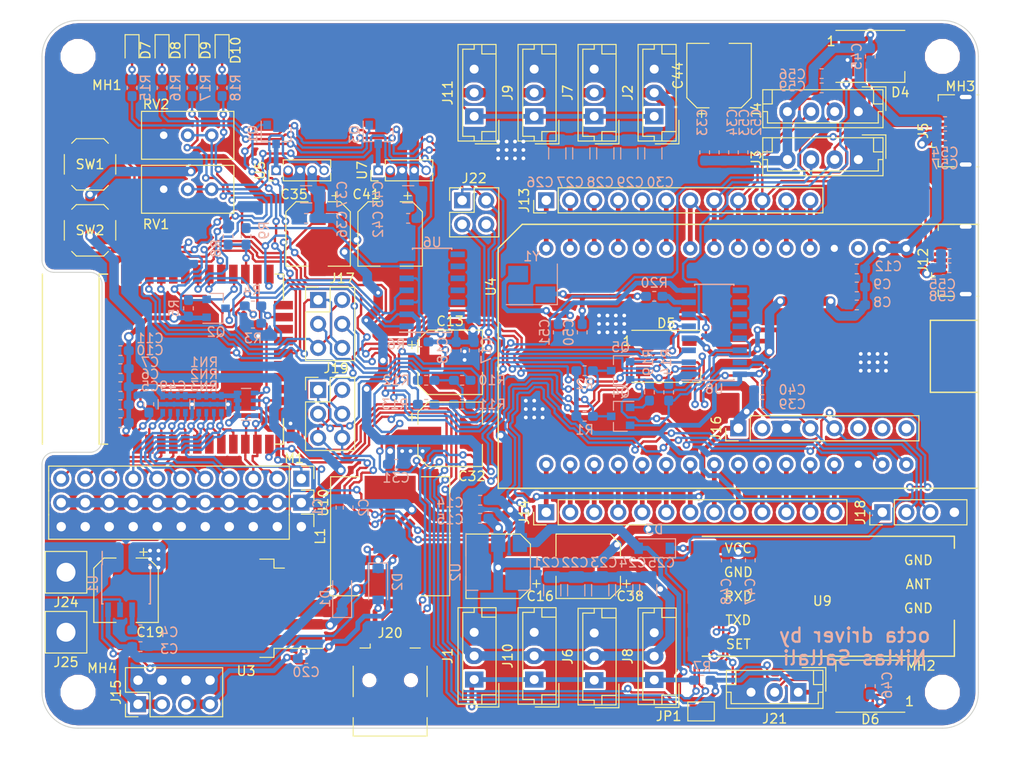
<source format=kicad_pcb>
(kicad_pcb (version 20171130) (host pcbnew "(5.0.0)")
  (layers (0 F.Cu signal) (31 B.Cu signal) (34 B.Paste user) (35 F.Paste user) (36 B.SilkS user) (37 F.SilkS user) (38 B.Mask user) (39 F.Mask user) (44 Edge.Cuts user))
  (net 0 "")
  (net 1 ADC1)
  (net 2 ADC2)
  (net 3 ADC3)
  (net 4 ADC4)
  (net 5 ADC5)
  (net 6 ADC6)
  (net 7 ADC7)
  (net 8 ADC8)
  (net 9 ADC9)
  (net 10 ADC10)
  (net 11 ADC11)
  (net 12 +3V3)
  (net 13 GND)
  (net 14 "Net-(J14-Pad1)")
  (net 15 "Net-(J14-Pad2)")
  (net 16 "Net-(J14-Pad3)")
  (net 17 "Net-(J14-Pad4)")
  (net 18 "Net-(J14-Pad5)")
  (net 19 "Net-(J14-Pad6)")
  (net 20 "Net-(J14-Pad7)")
  (net 21 "Net-(J14-Pad8)")
  (net 22 "Net-(J14-Pad9)")
  (net 23 "Net-(J14-Pad10)")
  (net 24 "Net-(J14-Pad11)")
  (net 25 "Net-(J14-Pad12)")
  (net 26 "Net-(J14-Pad13)")
  (net 27 NP_TX)
  (net 28 NP_RX)
  (net 29 +5V)
  (net 30 "Net-(U4-Pad19)")
  (net 31 "Net-(J13-Pad12)")
  (net 32 "Net-(J13-Pad11)")
  (net 33 "Net-(J13-Pad6)")
  (net 34 "Net-(J13-Pad5)")
  (net 35 "Net-(J13-Pad4)")
  (net 36 "Net-(J13-Pad3)")
  (net 37 "Net-(J13-Pad2)")
  (net 38 "Net-(J13-Pad1)")
  (net 39 "Net-(U9-Pad7)")
  (net 40 IO11)
  (net 41 H_RX)
  (net 42 H_TX)
  (net 43 "Net-(C47-Pad1)")
  (net 44 ADC14)
  (net 45 ADC13)
  (net 46 "Net-(M1-Pad22)")
  (net 47 BENB)
  (net 48 AENB)
  (net 49 "Net-(M1-Pad37)")
  (net 50 SCL)
  (net 51 ESP_TX)
  (net 52 ESP_RX)
  (net 53 SDA)
  (net 54 "Net-(M1-Pad32)")
  (net 55 S_RX_ENB)
  (net 56 S_TX_ENB)
  (net 57 IO5)
  (net 58 S_TX)
  (net 59 S_RX)
  (net 60 ADC15)
  (net 61 IO0)
  (net 62 LED_IO)
  (net 63 EN)
  (net 64 +BATT)
  (net 65 "Net-(Q5-Pad2)")
  (net 66 "Net-(Q4-Pad1)")
  (net 67 "Net-(J22-Pad3)")
  (net 68 "Net-(J19-Pad3)")
  (net 69 "Net-(J19-Pad4)")
  (net 70 "Net-(J22-Pad4)")
  (net 71 "Net-(J17-Pad4)")
  (net 72 "Net-(J17-Pad3)")
  (net 73 "Net-(R8-Pad1)")
  (net 74 S_SERIAL)
  (net 75 "Net-(Q2-Pad3)")
  (net 76 VBUS)
  (net 77 "Net-(D7-Pad2)")
  (net 78 USB_RX)
  (net 79 USB_TX)
  (net 80 "Net-(D8-Pad2)")
  (net 81 "Net-(D9-Pad2)")
  (net 82 "Net-(D10-Pad2)")
  (net 83 "Net-(Q4-Pad2)")
  (net 84 "Net-(Q5-Pad1)")
  (net 85 "Net-(R20-Pad1)")
  (net 86 "Net-(C50-Pad1)")
  (net 87 "Net-(RV1-Pad1)")
  (net 88 "Net-(RV2-Pad1)")
  (net 89 "Net-(D1-Pad1)")
  (net 90 "Net-(Q3-Pad3)")
  (net 91 "Net-(Q1-Pad3)")
  (net 92 "Net-(C4-Pad1)")
  (net 93 "Net-(J20-Pad3)")
  (net 94 "Net-(J20-Pad2)")
  (net 95 "Net-(C51-Pad1)")
  (net 96 "Net-(U8-Pad9)")
  (net 97 "Net-(U8-Pad10)")
  (net 98 "Net-(U8-Pad11)")
  (net 99 "Net-(U8-Pad12)")
  (net 100 "Net-(U8-Pad15)")
  (net 101 "Net-(D4-Pad2)")
  (net 102 "Net-(D5-Pad2)")
  (net 103 LED_O)
  (net 104 "Net-(D2-Pad2)")
  (net 105 "Net-(J20-Pad4)")
  (net 106 "Net-(J16-Pad2)")
  (net 107 "Net-(J16-Pad6)")
  (net 108 "Net-(J16-Pad7)")
  (net 109 "Net-(J16-Pad8)")
  (net 110 VDDA)
  (net 111 VDDF)
  (net 112 USB1-)
  (net 113 USB1+)
  (net 114 USB2-)
  (net 115 USB2+)
  (net 116 "Net-(J12-Pad4)")
  (net 117 "Net-(J5-Pad4)")
  (net 118 "Net-(JP1-Pad2)")
  (module Crystal:Crystal_SMD_SeikoEpson_TSX3225-4Pin_3.2x2.5mm_HandSoldering (layer B.Cu) (at 219.456 80.01 180)
    (fp_text reference Y1 (at 0 2.95 180) (layer B.SilkS) (effects (justify mirror)))
    (fp_text value 12Mhz)
    (pad 1 smd rect (at -1.45 -1.0875 180) (size 2.1 1.725) (layers B.Cu B.Paste B.Mask) (net 86 "Net-(C50-Pad1)"))
    (pad 2 smd rect (at 1.45 -1.0875 180) (size 2.1 1.725) (layers B.Cu B.Paste B.Mask) (net 13 GND))
    (pad 3 smd rect (at 1.45 1.0875 180) (size 2.1 1.725) (layers B.Cu B.Paste B.Mask) (net 95 "Net-(C51-Pad1)"))
    (pad 4 smd rect (at -1.45 1.0875 180) (size 2.1 1.725) (layers B.Cu B.Paste B.Mask) (net 13 GND))
  )
  (module Connector_JST:JST_EH_B04B-EH-A_1x04_P2.50mm_Vertical (layer F.Cu) (at 254 66.802 180)
    (fp_text reference J3 (at 10.795 0.127 270) (layer F.SilkS))
    (fp_text value Conn_01x04_Male)
    (pad 1 thru_hole rect (at 0 0 180) (size 1.7 1.95) (drill 0.95) (layers *.Cu *.Mask) (net 13 GND))
    (pad 2 thru_hole oval (at 2.5 0 180) (size 1.7 1.95) (drill 0.95) (layers *.Cu *.Mask) (net 115 USB2+))
    (pad 3 thru_hole oval (at 5 0 180) (size 1.7 1.95) (drill 0.95) (layers *.Cu *.Mask) (net 114 USB2-))
    (pad 4 thru_hole oval (at 7.5 0 180) (size 1.7 1.95) (drill 0.95) (layers *.Cu *.Mask) (net 29 +5V))
  )
  (module Connector_JST:JST_EH_B04B-EH-A_1x04_P2.50mm_Vertical (layer F.Cu) (at 254 61.722 180)
    (fp_text reference J4 (at 10.795 0.127 270) (layer F.SilkS))
    (fp_text value Conn_01x04_Male)
    (pad 4 thru_hole oval (at 7.5 0 180) (size 1.7 1.95) (drill 0.95) (layers *.Cu *.Mask) (net 29 +5V))
    (pad 3 thru_hole oval (at 5 0 180) (size 1.7 1.95) (drill 0.95) (layers *.Cu *.Mask) (net 112 USB1-))
    (pad 2 thru_hole oval (at 2.5 0 180) (size 1.7 1.95) (drill 0.95) (layers *.Cu *.Mask) (net 113 USB1+))
    (pad 1 thru_hole rect (at 0 0 180) (size 1.7 1.95) (drill 0.95) (layers *.Cu *.Mask) (net 13 GND))
  )
  (module Connector_JST:JST_EH_B03B-EH-A_1x03_P2.50mm_Vertical (layer F.Cu) (at 226.06 121.92 90)
    (fp_text reference J6 (at 2.5 -2.8 90) (layer F.SilkS))
    (fp_text value 01x03)
    (pad 1 thru_hole rect (at 0 0 90) (size 1.7 1.95) (drill 0.95) (layers *.Cu *.Mask) (net 74 S_SERIAL))
    (pad 2 thru_hole oval (at 2.5 0 90) (size 1.7 1.95) (drill 0.95) (layers *.Cu *.Mask) (net 110 VDDA))
    (pad 3 thru_hole oval (at 5 0 90) (size 1.7 1.95) (drill 0.95) (layers *.Cu *.Mask) (net 13 GND))
  )
  (module Connector_JST:JST_EH_B03B-EH-A_1x03_P2.50mm_Vertical (layer F.Cu) (at 226.06 62.23 90)
    (fp_text reference J7 (at 2.5 -2.8 90) (layer F.SilkS))
    (fp_text value 01x03)
    (pad 3 thru_hole oval (at 5 0 90) (size 1.7 1.95) (drill 0.95) (layers *.Cu *.Mask) (net 13 GND))
    (pad 2 thru_hole oval (at 2.5 0 90) (size 1.7 1.95) (drill 0.95) (layers *.Cu *.Mask) (net 111 VDDF))
    (pad 1 thru_hole rect (at 0 0 90) (size 1.7 1.95) (drill 0.95) (layers *.Cu *.Mask) (net 74 S_SERIAL))
  )
  (module Connector_JST:JST_EH_B03B-EH-A_1x03_P2.50mm_Vertical (layer F.Cu) (at 232.41 121.890028 90)
    (fp_text reference J8 (at 2.5 -2.8 90) (layer F.SilkS))
    (fp_text value 01x03)
    (pad 3 thru_hole oval (at 5 0 90) (size 1.7 1.95) (drill 0.95) (layers *.Cu *.Mask) (net 13 GND))
    (pad 2 thru_hole oval (at 2.5 0 90) (size 1.7 1.95) (drill 0.95) (layers *.Cu *.Mask) (net 110 VDDA))
    (pad 1 thru_hole rect (at 0 0 90) (size 1.7 1.95) (drill 0.95) (layers *.Cu *.Mask) (net 74 S_SERIAL))
  )
  (module Connector_JST:JST_EH_B03B-EH-A_1x03_P2.50mm_Vertical (layer F.Cu) (at 219.71 62.23 90)
    (fp_text reference J9 (at 2.5 -2.8 90) (layer F.SilkS))
    (fp_text value 01x03)
    (pad 1 thru_hole rect (at 0 0 90) (size 1.7 1.95) (drill 0.95) (layers *.Cu *.Mask) (net 74 S_SERIAL))
    (pad 2 thru_hole oval (at 2.5 0 90) (size 1.7 1.95) (drill 0.95) (layers *.Cu *.Mask) (net 111 VDDF))
    (pad 3 thru_hole oval (at 5 0 90) (size 1.7 1.95) (drill 0.95) (layers *.Cu *.Mask) (net 13 GND))
  )
  (module Connector_JST:JST_EH_B03B-EH-A_1x03_P2.50mm_Vertical (layer F.Cu) (at 219.71 121.850028 90)
    (fp_text reference J10 (at 2.5 -2.8 90) (layer F.SilkS))
    (fp_text value 01x03)
    (pad 1 thru_hole rect (at 0 0 90) (size 1.7 1.95) (drill 0.95) (layers *.Cu *.Mask) (net 74 S_SERIAL))
    (pad 2 thru_hole oval (at 2.5 0 90) (size 1.7 1.95) (drill 0.95) (layers *.Cu *.Mask) (net 110 VDDA))
    (pad 3 thru_hole oval (at 5 0 90) (size 1.7 1.95) (drill 0.95) (layers *.Cu *.Mask) (net 13 GND))
  )
  (module Connector_JST:JST_EH_B03B-EH-A_1x03_P2.50mm_Vertical (layer F.Cu) (at 213.36 62.23 90)
    (fp_text reference J11 (at 2.5 -2.8 90) (layer F.SilkS))
    (fp_text value 01x03)
    (pad 1 thru_hole rect (at 0 0 90) (size 1.7 1.95) (drill 0.95) (layers *.Cu *.Mask) (net 74 S_SERIAL))
    (pad 2 thru_hole oval (at 2.5 0 90) (size 1.7 1.95) (drill 0.95) (layers *.Cu *.Mask) (net 111 VDDF))
    (pad 3 thru_hole oval (at 5 0 90) (size 1.7 1.95) (drill 0.95) (layers *.Cu *.Mask) (net 13 GND))
  )
  (module Connector_JST:JST_EH_B03B-EH-A_1x03_P2.50mm_Vertical (layer F.Cu) (at 232.41 62.23 90)
    (fp_text reference J2 (at 2.5 -2.8 90) (layer F.SilkS))
    (fp_text value 01x03)
    (pad 3 thru_hole oval (at 5 0 90) (size 1.7 1.95) (drill 0.95) (layers *.Cu *.Mask) (net 13 GND))
    (pad 2 thru_hole oval (at 2.5 0 90) (size 1.7 1.95) (drill 0.95) (layers *.Cu *.Mask) (net 111 VDDF))
    (pad 1 thru_hole rect (at 0 0 90) (size 1.7 1.95) (drill 0.95) (layers *.Cu *.Mask) (net 74 S_SERIAL))
  )
  (module Connector_JST:JST_EH_B03B-EH-A_1x03_P2.50mm_Vertical (layer F.Cu) (at 213.36 121.850028 90)
    (fp_text reference J1 (at 2.5 -2.8 90) (layer F.SilkS))
    (fp_text value 01x03)
    (pad 3 thru_hole oval (at 5 0 90) (size 1.7 1.95) (drill 0.95) (layers *.Cu *.Mask) (net 13 GND))
    (pad 2 thru_hole oval (at 2.5 0 90) (size 1.7 1.95) (drill 0.95) (layers *.Cu *.Mask) (net 110 VDDA))
    (pad 1 thru_hole rect (at 0 0 90) (size 1.7 1.95) (drill 0.95) (layers *.Cu *.Mask) (net 74 S_SERIAL))
  )
  (module Connector_JST:JST_EH_B03B-EH-A_1x03_P2.50mm_Vertical (layer F.Cu) (at 247.65 123.19 180)
    (fp_text reference J21 (at 2.5 -2.8 180) (layer F.SilkS))
    (fp_text value Conn_01x03_Male)
    (pad 1 thru_hole rect (at 0 0 180) (size 1.7 1.95) (drill 0.95) (layers *.Cu *.Mask) (net 29 +5V))
    (pad 2 thru_hole oval (at 2.5 0 180) (size 1.7 1.95) (drill 0.95) (layers *.Cu *.Mask) (net 103 LED_O))
    (pad 3 thru_hole oval (at 5 0 180) (size 1.7 1.95) (drill 0.95) (layers *.Cu *.Mask) (net 13 GND))
  )
  (module Jumper:SolderJumper-2_P1.3mm_Open_TrianglePad1.0x1.5mm (layer F.Cu) (at 237.363 125.222)
    (fp_text reference JP1 (at -3.429 0.508) (layer F.SilkS))
    (fp_text value Jumper_NO_Small)
    (pad 2 smd custom (at 0.725 0) (size 0.3 0.3) (layers F.Cu F.Mask) (net 118 "Net-(JP1-Pad2)") (options (clearance outline) (anchor rect)) (primitives (gr_poly (pts (xy -0.65 -0.75) (xy 0.5 -0.75) (xy 0.5 0.75) (xy -0.65 0.75) (xy -0.15 0)) (width 0))))
    (pad 1 smd custom (at -0.725 0) (size 0.3 0.3) (layers F.Cu F.Mask) (net 40 IO11) (options (clearance outline) (anchor rect)) (primitives (gr_poly (pts (xy -0.5 -0.75) (xy 0.5 -0.75) (xy 1 0) (xy 0.5 0.75) (xy -0.5 0.75)) (width 0))))
  )
  (module nik:HC-12 (layer F.Cu) (at 250.19 113.03)
    (fp_text reference U9 (at 0 0.5) (layer F.SilkS))
    (fp_text value HC-12)
    (fp_text user GND (at 10.16 1.27) (layer F.SilkS))
    (fp_text user ANT (at 10.16 -1.27) (layer F.SilkS))
    (fp_text user GND (at 10.16 -3.81) (layer F.SilkS))
    (fp_text user SET (at -8.89 5.08) (layer F.SilkS))
    (fp_text user TXD (at -8.89 2.54) (layer F.SilkS))
    (fp_text user RXD (at -8.89 0) (layer F.SilkS))
    (fp_text user GND (at -8.89 -2.54) (layer F.SilkS))
    (fp_text user VCC (at -8.89 -5.08) (layer F.SilkS))
    (pad 8 smd rect (at 13.97 1.27) (size 2.54 1.524) (layers F.Cu F.Paste F.Mask) (net 13 GND))
    (pad 7 smd rect (at 13.97 -1.27) (size 2.54 1.524) (layers F.Cu F.Paste F.Mask) (net 39 "Net-(U9-Pad7)"))
    (pad 6 smd rect (at 13.97 -3.81) (size 2.54 1.524) (layers F.Cu F.Paste F.Mask) (net 13 GND))
    (pad 5 smd rect (at -12.7 5.08) (size 2.54 1.524) (layers F.Cu F.Paste F.Mask) (net 118 "Net-(JP1-Pad2)"))
    (pad 4 smd rect (at -12.7 2.54) (size 2.54 1.524) (layers F.Cu F.Paste F.Mask) (net 41 H_RX))
    (pad 3 smd rect (at -12.7 0) (size 2.54 1.524) (layers F.Cu F.Paste F.Mask) (net 42 H_TX))
    (pad 2 smd rect (at -12.7 -2.54) (size 2.54 1.524) (layers F.Cu F.Paste F.Mask) (net 13 GND))
    (pad 1 smd rect (at -12.7 -5.08) (size 2.54 1.524) (layers F.Cu F.Paste F.Mask) (net 43 "Net-(C47-Pad1)"))
  )
  (module nik:PinHeader_3x11_P2.54mm_Vertical (layer F.Cu) (at 195.072 103.124 270)
    (fp_text reference U10 (at 0 -2.33 270) (layer F.SilkS))
    (fp_text value 03x11_vertical_connector)
    (pad 24 thru_hole oval (at 2.54 2.54 270) (size 1.7 1.7) (drill 1) (layers *.Cu *.Mask) (net 13 GND))
    (pad 25 thru_hole oval (at 2.54 5.08 270) (size 1.7 1.7) (drill 1) (layers *.Cu *.Mask) (net 13 GND))
    (pad 27 thru_hole oval (at 2.54 10.16 270) (size 1.7 1.7) (drill 1) (layers *.Cu *.Mask) (net 13 GND))
    (pad 31 thru_hole oval (at 2.54 20.32 270) (size 1.7 1.7) (drill 1) (layers *.Cu *.Mask) (net 13 GND))
    (pad 26 thru_hole oval (at 2.54 7.62 270) (size 1.7 1.7) (drill 1) (layers *.Cu *.Mask) (net 13 GND))
    (pad 30 thru_hole oval (at 2.54 17.78 270) (size 1.7 1.7) (drill 1) (layers *.Cu *.Mask) (net 13 GND))
    (pad 32 thru_hole oval (at 2.54 22.86 270) (size 1.7 1.7) (drill 1) (layers *.Cu *.Mask) (net 13 GND))
    (pad 23 thru_hole rect (at 2.54 0 270) (size 1.7 1.7) (drill 1) (layers *.Cu *.Mask) (net 13 GND))
    (pad 29 thru_hole oval (at 2.54 15.24 270) (size 1.7 1.7) (drill 1) (layers *.Cu *.Mask) (net 13 GND))
    (pad 28 thru_hole oval (at 2.54 12.7 270) (size 1.7 1.7) (drill 1) (layers *.Cu *.Mask) (net 13 GND))
    (pad 33 thru_hole oval (at 2.54 25.4 270) (size 1.7 1.7) (drill 1) (layers *.Cu *.Mask) (net 13 GND))
    (pad 13 thru_hole oval (at 0 2.54 270) (size 1.7 1.7) (drill 1) (layers *.Cu *.Mask) (net 12 +3V3))
    (pad 14 thru_hole oval (at 0 5.08 270) (size 1.7 1.7) (drill 1) (layers *.Cu *.Mask) (net 12 +3V3))
    (pad 16 thru_hole oval (at 0 10.16 270) (size 1.7 1.7) (drill 1) (layers *.Cu *.Mask) (net 12 +3V3))
    (pad 20 thru_hole oval (at 0 20.32 270) (size 1.7 1.7) (drill 1) (layers *.Cu *.Mask) (net 12 +3V3))
    (pad 15 thru_hole oval (at 0 7.62 270) (size 1.7 1.7) (drill 1) (layers *.Cu *.Mask) (net 12 +3V3))
    (pad 19 thru_hole oval (at 0 17.78 270) (size 1.7 1.7) (drill 1) (layers *.Cu *.Mask) (net 12 +3V3))
    (pad 21 thru_hole oval (at 0 22.86 270) (size 1.7 1.7) (drill 1) (layers *.Cu *.Mask) (net 12 +3V3))
    (pad 12 thru_hole rect (at 0 0 270) (size 1.7 1.7) (drill 1) (layers *.Cu *.Mask) (net 12 +3V3))
    (pad 18 thru_hole oval (at 0 15.24 270) (size 1.7 1.7) (drill 1) (layers *.Cu *.Mask) (net 12 +3V3))
    (pad 17 thru_hole oval (at 0 12.7 270) (size 1.7 1.7) (drill 1) (layers *.Cu *.Mask) (net 12 +3V3))
    (pad 22 thru_hole oval (at 0 25.4 270) (size 1.7 1.7) (drill 1) (layers *.Cu *.Mask) (net 12 +3V3))
    (pad 11 thru_hole oval (at -2.54 25.4 270) (size 1.7 1.7) (drill 1) (layers *.Cu *.Mask) (net 1 ADC1))
    (pad 10 thru_hole oval (at -2.54 22.86 270) (size 1.7 1.7) (drill 1) (layers *.Cu *.Mask) (net 2 ADC2))
    (pad 9 thru_hole oval (at -2.54 20.32 270) (size 1.7 1.7) (drill 1) (layers *.Cu *.Mask) (net 3 ADC3))
    (pad 8 thru_hole oval (at -2.54 17.78 270) (size 1.7 1.7) (drill 1) (layers *.Cu *.Mask) (net 4 ADC4))
    (pad 7 thru_hole oval (at -2.54 15.24 270) (size 1.7 1.7) (drill 1) (layers *.Cu *.Mask) (net 5 ADC5))
    (pad 6 thru_hole oval (at -2.54 12.7 270) (size 1.7 1.7) (drill 1) (layers *.Cu *.Mask) (net 6 ADC6))
    (pad 5 thru_hole oval (at -2.54 10.16 270) (size 1.7 1.7) (drill 1) (layers *.Cu *.Mask) (net 7 ADC7))
    (pad 4 thru_hole oval (at -2.54 7.62 270) (size 1.7 1.7) (drill 1) (layers *.Cu *.Mask) (net 8 ADC8))
    (pad 3 thru_hole oval (at -2.54 5.08 270) (size 1.7 1.7) (drill 1) (layers *.Cu *.Mask) (net 9 ADC9))
    (pad 2 thru_hole oval (at -2.54 2.54 270) (size 1.7 1.7) (drill 1) (layers *.Cu *.Mask) (net 10 ADC10))
    (pad 1 thru_hole rect (at -2.54 0 270) (size 1.7 1.7) (drill 1) (layers *.Cu *.Mask) (net 11 ADC11))
  )
  (module Capacitor_SMD:C_0603_1608Metric_Pad1.05x0.95mm_HandSolder (layer B.Cu) (at 243.84 66.04 90)
    (fp_text reference C52 (at 3.175 -0.635 90) (layer B.SilkS) (effects (justify mirror)))
    (fp_text value 100n)
    (pad 2 smd roundrect (at 0.875 0 90) (size 1.05 0.95) (layers B.Cu B.Paste B.Mask) (net 13 GND))
    (pad 1 smd roundrect (at -0.875 0 90) (size 1.05 0.95) (layers B.Cu B.Paste B.Mask) (net 29 +5V))
  )
  (module Capacitor_SMD:C_0603_1608Metric_Pad1.05x0.95mm_HandSolder (layer B.Cu) (at 241.808 66.04 90)
    (fp_text reference C53 (at 3.175 0.127 90) (layer B.SilkS) (effects (justify mirror)))
    (fp_text value 1u)
    (pad 1 smd roundrect (at -0.875 0 90) (size 1.05 0.95) (layers B.Cu B.Paste B.Mask) (net 29 +5V))
    (pad 2 smd roundrect (at 0.875 0 90) (size 1.05 0.95) (layers B.Cu B.Paste B.Mask) (net 13 GND))
  )
  (module Capacitor_SMD:C_0603_1608Metric_Pad1.05x0.95mm_HandSolder (layer B.Cu) (at 263.164005 62.785106)
    (fp_text reference C54 (at 0 3.254894) (layer B.SilkS) (effects (justify mirror)))
    (fp_text value 100n)
    (pad 2 smd roundrect (at 0.875 0) (size 1.05 0.95) (layers B.Cu B.Paste B.Mask) (net 13 GND))
    (pad 1 smd roundrect (at -0.875 0) (size 1.05 0.95) (layers B.Cu B.Paste B.Mask) (net 29 +5V))
  )
  (module Capacitor_SMD:C_0603_1608Metric_Pad1.05x0.95mm_HandSolder (layer B.Cu) (at 263.624005 76.755106)
    (fp_text reference C55 (at -0.734005 3.254894) (layer B.SilkS) (effects (justify mirror)))
    (fp_text value 1u)
    (pad 1 smd roundrect (at -0.875 0) (size 1.05 0.95) (layers B.Cu B.Paste B.Mask) (net 29 +5V))
    (pad 2 smd roundrect (at 0.875 0) (size 1.05 0.95) (layers B.Cu B.Paste B.Mask) (net 13 GND))
  )
  (module Capacitor_SMD:C_0603_1608Metric_Pad1.05x0.95mm_HandSolder (layer B.Cu) (at 250.114005 57.705106)
    (fp_text reference C56 (at -3.099005 0.079894) (layer B.SilkS) (effects (justify mirror)))
    (fp_text value 100n)
    (pad 2 smd roundrect (at 0.875 0) (size 1.05 0.95) (layers B.Cu B.Paste B.Mask) (net 13 GND))
    (pad 1 smd roundrect (at -0.875 0) (size 1.05 0.95) (layers B.Cu B.Paste B.Mask) (net 29 +5V))
  )
  (module Capacitor_SMD:C_0603_1608Metric_Pad1.05x0.95mm_HandSolder (layer B.Cu) (at 263.164005 64.295106)
    (fp_text reference C57 (at 0 3.014894) (layer B.SilkS) (effects (justify mirror)))
    (fp_text value 1u)
    (pad 1 smd roundrect (at -0.875 0) (size 1.05 0.95) (layers B.Cu B.Paste B.Mask) (net 29 +5V))
    (pad 2 smd roundrect (at 0.875 0) (size 1.05 0.95) (layers B.Cu B.Paste B.Mask) (net 13 GND))
  )
  (module Capacitor_SMD:C_0603_1608Metric_Pad1.05x0.95mm_HandSolder (layer B.Cu) (at 263.624005 78.265106)
    (fp_text reference C58 (at -0.734005 3.014894) (layer B.SilkS) (effects (justify mirror)))
    (fp_text value 100n)
    (pad 2 smd roundrect (at 0.875 0) (size 1.05 0.95) (layers B.Cu B.Paste B.Mask) (net 13 GND))
    (pad 1 smd roundrect (at -0.875 0) (size 1.05 0.95) (layers B.Cu B.Paste B.Mask) (net 29 +5V))
  )
  (module Capacitor_SMD:C_0603_1608Metric_Pad1.05x0.95mm_HandSolder (layer B.Cu) (at 250.114005 59.215106)
    (fp_text reference C59 (at -3.099005 -0.160106) (layer B.SilkS) (effects (justify mirror)))
    (fp_text value 1u)
    (pad 1 smd roundrect (at -0.875 0) (size 1.05 0.95) (layers B.Cu B.Paste B.Mask) (net 29 +5V))
    (pad 2 smd roundrect (at 0.875 0) (size 1.05 0.95) (layers B.Cu B.Paste B.Mask) (net 13 GND))
  )
  (module Connector_USB:USB_Micro-B_GCT_USB3076-30-A (layer F.Cu) (at 264.16 63.754 90)
    (fp_text reference J5 (at 0 -3.3 90) (layer F.SilkS))
    (fp_text value USB_B_Micro)
    (pad 6 smd rect (at -2.32 -1.03 90) (size 1.15 1.45) (layers F.Cu F.Paste F.Mask) (net 13 GND))
    (pad 6 smd rect (at 2.32 -1.03 90) (size 1.15 1.45) (layers F.Cu F.Paste F.Mask) (net 13 GND))
    (pad 6 thru_hole oval (at 3.575 1.2 90) (size 1.05 1.9) (drill oval 0.45 1.25) (layers *.Cu *.Mask) (net 13 GND))
    (pad 6 thru_hole oval (at -3.575 1.2 270) (size 1.05 1.9) (drill oval 0.45 1.25) (layers *.Cu *.Mask) (net 13 GND))
    (pad 6 smd rect (at -1.125 1.2 90) (size 1.75 1.9) (layers F.Cu F.Paste F.Mask) (net 13 GND))
    (pad 3 smd rect (at 0 -1.45 90) (size 0.4 1.4) (layers F.Cu F.Paste F.Mask) (net 115 USB2+))
    (pad 4 smd rect (at 0.65 -1.45 90) (size 0.4 1.4) (layers F.Cu F.Paste F.Mask) (net 117 "Net-(J5-Pad4)"))
    (pad 5 smd rect (at 1.3 -1.45 90) (size 0.4 1.4) (layers F.Cu F.Paste F.Mask) (net 13 GND))
    (pad 1 smd rect (at -1.3 -1.45 90) (size 0.4 1.4) (layers F.Cu F.Paste F.Mask) (net 29 +5V))
    (pad 2 smd rect (at -0.65 -1.45 90) (size 0.4 1.4) (layers F.Cu F.Paste F.Mask) (net 114 USB2-))
    (pad 6 smd rect (at 1.125 1.2 90) (size 1.75 1.9) (layers F.Cu F.Paste F.Mask) (net 13 GND))
  )
  (module Connector_USB:USB_Micro-B_GCT_USB3076-30-A (layer F.Cu) (at 264.16 77.47 90)
    (fp_text reference J12 (at 0 -3.3 90) (layer F.SilkS))
    (fp_text value USB_B_Micro)
    (pad 6 smd rect (at 1.125 1.2 90) (size 1.75 1.9) (layers F.Cu F.Paste F.Mask) (net 13 GND))
    (pad 2 smd rect (at -0.65 -1.45 90) (size 0.4 1.4) (layers F.Cu F.Paste F.Mask) (net 112 USB1-))
    (pad 1 smd rect (at -1.3 -1.45 90) (size 0.4 1.4) (layers F.Cu F.Paste F.Mask) (net 29 +5V))
    (pad 5 smd rect (at 1.3 -1.45 90) (size 0.4 1.4) (layers F.Cu F.Paste F.Mask) (net 13 GND))
    (pad 4 smd rect (at 0.65 -1.45 90) (size 0.4 1.4) (layers F.Cu F.Paste F.Mask) (net 116 "Net-(J12-Pad4)"))
    (pad 3 smd rect (at 0 -1.45 90) (size 0.4 1.4) (layers F.Cu F.Paste F.Mask) (net 113 USB1+))
    (pad 6 smd rect (at -1.125 1.2 90) (size 1.75 1.9) (layers F.Cu F.Paste F.Mask) (net 13 GND))
    (pad 6 thru_hole oval (at -3.575 1.2 270) (size 1.05 1.9) (drill oval 0.45 1.25) (layers *.Cu *.Mask) (net 13 GND))
    (pad 6 thru_hole oval (at 3.575 1.2 90) (size 1.05 1.9) (drill oval 0.45 1.25) (layers *.Cu *.Mask) (net 13 GND))
    (pad 6 smd rect (at 2.32 -1.03 90) (size 1.15 1.45) (layers F.Cu F.Paste F.Mask) (net 13 GND))
    (pad 6 smd rect (at -2.32 -1.03 90) (size 1.15 1.45) (layers F.Cu F.Paste F.Mask) (net 13 GND))
  )
  (module nik:NanoPi_duo (layer F.Cu) (at 220.98 99.06 90)
    (fp_text reference U4 (at 18.796 -5.842 90) (layer F.SilkS))
    (fp_text value NanoPi_duo)
    (pad 1 thru_hole circle (at 0 0 90) (size 1.524 1.524) (drill 0.762) (layers *.Cu *.Mask) (net 14 "Net-(J14-Pad1)"))
    (pad 2 thru_hole circle (at 0 2.54 90) (size 1.524 1.524) (drill 0.762) (layers *.Cu *.Mask) (net 15 "Net-(J14-Pad2)"))
    (pad 3 thru_hole circle (at 0 5.08 90) (size 1.524 1.524) (drill 0.762) (layers *.Cu *.Mask) (net 16 "Net-(J14-Pad3)"))
    (pad 4 thru_hole circle (at 0 7.62 90) (size 1.524 1.524) (drill 0.762) (layers *.Cu *.Mask) (net 17 "Net-(J14-Pad4)"))
    (pad 5 thru_hole circle (at 0 10.16 90) (size 1.524 1.524) (drill 0.762) (layers *.Cu *.Mask) (net 18 "Net-(J14-Pad5)"))
    (pad 6 thru_hole circle (at 0 12.7 90) (size 1.524 1.524) (drill 0.762) (layers *.Cu *.Mask) (net 19 "Net-(J14-Pad6)"))
    (pad 7 thru_hole circle (at 0 15.24 90) (size 1.524 1.524) (drill 0.762) (layers *.Cu *.Mask) (net 20 "Net-(J14-Pad7)"))
    (pad 8 thru_hole circle (at 0 17.78 90) (size 1.524 1.524) (drill 0.762) (layers *.Cu *.Mask) (net 21 "Net-(J14-Pad8)"))
    (pad 9 thru_hole circle (at 0 20.32 90) (size 1.524 1.524) (drill 0.762) (layers *.Cu *.Mask) (net 22 "Net-(J14-Pad9)"))
    (pad 10 thru_hole circle (at 0 22.86 90) (size 1.524 1.524) (drill 0.762) (layers *.Cu *.Mask) (net 23 "Net-(J14-Pad10)"))
    (pad 11 thru_hole circle (at 0 25.4 90) (size 1.524 1.524) (drill 0.762) (layers *.Cu *.Mask) (net 24 "Net-(J14-Pad11)"))
    (pad 12 thru_hole circle (at 0 27.94 90) (size 1.524 1.524) (drill 0.762) (layers *.Cu *.Mask) (net 25 "Net-(J14-Pad12)"))
    (pad 13 thru_hole circle (at 0 30.48 90) (size 1.524 1.524) (drill 0.762) (layers *.Cu *.Mask) (net 26 "Net-(J14-Pad13)"))
    (pad 14 thru_hole circle (at 0 33.02 90) (size 1.524 1.524) (drill 0.762) (layers *.Cu *.Mask) (net 13 GND))
    (pad 15 thru_hole circle (at 0 35.56 90) (size 1.524 1.524) (drill 0.762) (layers *.Cu *.Mask) (net 27 NP_TX))
    (pad 16 thru_hole circle (at 0 38.1 90) (size 1.524 1.524) (drill 0.762) (layers *.Cu *.Mask) (net 28 NP_RX))
    (pad 17 thru_hole circle (at 22.86 38.1 90) (size 1.524 1.524) (drill 0.762) (layers *.Cu *.Mask) (net 29 +5V))
    (pad 18 thru_hole circle (at 22.86 35.56 90) (size 1.524 1.524) (drill 0.762) (layers *.Cu *.Mask) (net 29 +5V))
    (pad 19 thru_hole circle (at 22.86 33.02 90) (size 1.524 1.524) (drill 0.762) (layers *.Cu *.Mask) (net 30 "Net-(U4-Pad19)"))
    (pad 20 thru_hole circle (at 22.86 30.48 90) (size 1.524 1.524) (drill 0.762) (layers *.Cu *.Mask) (net 13 GND))
    (pad 21 thru_hole circle (at 22.86 27.94 90) (size 1.524 1.524) (drill 0.762) (layers *.Cu *.Mask) (net 31 "Net-(J13-Pad12)"))
    (pad 22 thru_hole circle (at 22.86 25.4 90) (size 1.524 1.524) (drill 0.762) (layers *.Cu *.Mask) (net 32 "Net-(J13-Pad11)"))
    (pad 23 thru_hole circle (at 22.86 22.86 90) (size 1.524 1.524) (drill 0.762) (layers *.Cu *.Mask) (net 112 USB1-))
    (pad 24 thru_hole circle (at 22.86 20.32 90) (size 1.524 1.524) (drill 0.762) (layers *.Cu *.Mask) (net 113 USB1+))
    (pad 25 thru_hole circle (at 22.86 17.78 90) (size 1.524 1.524) (drill 0.762) (layers *.Cu *.Mask) (net 114 USB2-))
    (pad 26 thru_hole circle (at 22.86 15.24 90) (size 1.524 1.524) (drill 0.762) (layers *.Cu *.Mask) (net 115 USB2+))
    (pad 27 thru_hole circle (at 22.86 12.7 90) (size 1.524 1.524) (drill 0.762) (layers *.Cu *.Mask) (net 33 "Net-(J13-Pad6)"))
    (pad 28 thru_hole circle (at 22.86 10.16 90) (size 1.524 1.524) (drill 0.762) (layers *.Cu *.Mask) (net 34 "Net-(J13-Pad5)"))
    (pad 29 thru_hole circle (at 22.86 7.62 90) (size 1.524 1.524) (drill 0.762) (layers *.Cu *.Mask) (net 35 "Net-(J13-Pad4)"))
    (pad 30 thru_hole circle (at 22.86 5.08 90) (size 1.524 1.524) (drill 0.762) (layers *.Cu *.Mask) (net 36 "Net-(J13-Pad3)"))
    (pad 31 thru_hole circle (at 22.86 2.54 90) (size 1.524 1.524) (drill 0.762) (layers *.Cu *.Mask) (net 37 "Net-(J13-Pad2)"))
    (pad 32 thru_hole circle (at 22.86 0 90) (size 1.524 1.524) (drill 0.762) (layers *.Cu *.Mask) (net 38 "Net-(J13-Pad1)"))
  )
  (module Button_Switch_SMD:SW_SPST_SKQG_WithStem (layer F.Cu) (at 172.72 67.31 180)
    (fp_text reference SW2 (at 0 -6.985 180) (layer F.SilkS))
    (fp_text value SW_Push)
    (pad 2 smd rect (at 3.1 1.85 180) (size 1.8 1.1) (layers F.Cu F.Paste F.Mask) (net 63 EN))
    (pad 2 smd rect (at -3.1 1.85 180) (size 1.8 1.1) (layers F.Cu F.Paste F.Mask) (net 63 EN))
    (pad 1 smd rect (at 3.1 -1.85 180) (size 1.8 1.1) (layers F.Cu F.Paste F.Mask) (net 13 GND))
    (pad 1 smd rect (at -3.1 -1.85 180) (size 1.8 1.1) (layers F.Cu F.Paste F.Mask) (net 13 GND))
  )
  (module Button_Switch_SMD:SW_SPST_SKQG_WithStem (layer F.Cu) (at 172.72 74.295)
    (fp_text reference SW1 (at 0 -6.985) (layer F.SilkS))
    (fp_text value SW_Push)
    (pad 1 smd rect (at -3.1 -1.85) (size 1.8 1.1) (layers F.Cu F.Paste F.Mask) (net 13 GND))
    (pad 1 smd rect (at 3.1 -1.85) (size 1.8 1.1) (layers F.Cu F.Paste F.Mask) (net 13 GND))
    (pad 2 smd rect (at -3.1 1.85) (size 1.8 1.1) (layers F.Cu F.Paste F.Mask) (net 61 IO0))
    (pad 2 smd rect (at 3.1 1.85) (size 1.8 1.1) (layers F.Cu F.Paste F.Mask) (net 61 IO0))
  )
  (module Capacitor_SMD:CP_Elec_6.3x7.7 (layer F.Cu) (at 239.268 57.912 90)
    (fp_text reference C44 (at 0 -4.35 90) (layer F.SilkS))
    (fp_text value 220u)
    (pad 2 smd rect (at 2.7 0 90) (size 3.5 1.6) (layers F.Cu F.Paste F.Mask) (net 13 GND))
    (pad 1 smd rect (at -2.7 0 90) (size 3.5 1.6) (layers F.Cu F.Paste F.Mask) (net 111 VDDF))
  )
  (module Capacitor_SMD:CP_Elec_6.3x7.7 (layer F.Cu) (at 225.425 109.855 180)
    (fp_text reference C38 (at -4.445 -3.175 180) (layer F.SilkS))
    (fp_text value 220u)
    (pad 1 smd rect (at -2.7 0 180) (size 3.5 1.6) (layers F.Cu F.Paste F.Mask) (net 110 VDDA))
    (pad 2 smd rect (at 2.7 0 180) (size 3.5 1.6) (layers F.Cu F.Paste F.Mask) (net 13 GND))
  )
  (module Capacitor_SMD:CP_Elec_6.3x7.7 (layer F.Cu) (at 176.53 112.395 270)
    (fp_text reference C19 (at 4.445 -2.54) (layer F.SilkS))
    (fp_text value 220u)
    (pad 2 smd rect (at 2.7 0 270) (size 3.5 1.6) (layers F.Cu F.Paste F.Mask) (net 13 GND))
    (pad 1 smd rect (at -2.7 0 270) (size 3.5 1.6) (layers F.Cu F.Paste F.Mask) (net 76 VBUS))
  )
  (module Capacitor_SMD:CP_Elec_6.3x7.7 (layer F.Cu) (at 196.85 74.676 270)
    (fp_text reference C35 (at -4.191 2.54) (layer F.SilkS))
    (fp_text value 100u)
    (pad 1 smd rect (at -2.7 0 270) (size 3.5 1.6) (layers F.Cu F.Paste F.Mask) (net 76 VBUS))
    (pad 2 smd rect (at 2.7 0 270) (size 3.5 1.6) (layers F.Cu F.Paste F.Mask) (net 13 GND))
  )
  (module Capacitor_SMD:CP_Elec_6.3x7.7 (layer F.Cu) (at 215.9 109.855 180)
    (fp_text reference C16 (at -4.445 -3.175 180) (layer F.SilkS))
    (fp_text value 220u)
    (pad 2 smd rect (at 2.7 0 180) (size 3.5 1.6) (layers F.Cu F.Paste F.Mask) (net 13 GND))
    (pad 1 smd rect (at -2.7 0 180) (size 3.5 1.6) (layers F.Cu F.Paste F.Mask) (net 12 +3V3))
  )
  (module Capacitor_SMD:CP_Elec_6.3x7.7 (layer F.Cu) (at 210.82 95.885)
    (fp_text reference C32 (at 2.286 4.445) (layer F.SilkS))
    (fp_text value 220u)
    (pad 1 smd rect (at -2.7 0) (size 3.5 1.6) (layers F.Cu F.Paste F.Mask) (net 29 +5V))
    (pad 2 smd rect (at 2.7 0) (size 3.5 1.6) (layers F.Cu F.Paste F.Mask) (net 13 GND))
  )
  (module Capacitor_SMD:CP_Elec_6.3x7.7 (layer F.Cu) (at 210.82 88.265)
    (fp_text reference C13 (at 0 -4.35) (layer F.SilkS))
    (fp_text value 220u)
    (pad 1 smd rect (at -2.7 0) (size 3.5 1.6) (layers F.Cu F.Paste F.Mask) (net 29 +5V))
    (pad 2 smd rect (at 2.7 0) (size 3.5 1.6) (layers F.Cu F.Paste F.Mask) (net 13 GND))
  )
  (module Capacitor_SMD:CP_Elec_6.3x7.7 (layer F.Cu) (at 204.47 74.676 270)
    (fp_text reference C41 (at -4.191 2.54) (layer F.SilkS))
    (fp_text value 100u)
    (pad 1 smd rect (at -2.7 0 270) (size 3.5 1.6) (layers F.Cu F.Paste F.Mask) (net 76 VBUS))
    (pad 2 smd rect (at 2.7 0 270) (size 3.5 1.6) (layers F.Cu F.Paste F.Mask) (net 13 GND))
  )
  (module Capacitor_SMD:C_0603_1608Metric_Pad1.05x0.95mm_HandSolder (layer B.Cu) (at 239.776 66.04 90)
    (fp_text reference C34 (at 3.175 0.889 90) (layer B.SilkS) (effects (justify mirror)))
    (fp_text value 1u)
    (pad 2 smd roundrect (at 0.875 0 90) (size 1.05 0.95) (layers B.Cu B.Paste B.Mask) (net 13 GND))
    (pad 1 smd roundrect (at -0.875 0 90) (size 1.05 0.95) (layers B.Cu B.Paste B.Mask) (net 29 +5V))
  )
  (module Capacitor_SMD:C_0603_1608Metric_Pad1.05x0.95mm_HandSolder (layer B.Cu) (at 195.58 119.634)
    (fp_text reference C20 (at 0 1.43) (layer B.SilkS) (effects (justify mirror)))
    (fp_text value 100n)
    (pad 2 smd roundrect (at 0.875 0) (size 1.05 0.95) (layers B.Cu B.Paste B.Mask) (net 13 GND))
    (pad 1 smd roundrect (at -0.875 0) (size 1.05 0.95) (layers B.Cu B.Paste B.Mask) (net 76 VBUS))
  )
  (module Capacitor_SMD:C_0603_1608Metric_Pad1.05x0.95mm_HandSolder (layer B.Cu) (at 240.03 109.22 270)
    (fp_text reference C48 (at 3.302 0 270) (layer B.SilkS) (effects (justify mirror)))
    (fp_text value 1u)
    (pad 1 smd roundrect (at -0.875 0 270) (size 1.05 0.95) (layers B.Cu B.Paste B.Mask) (net 43 "Net-(C47-Pad1)"))
    (pad 2 smd roundrect (at 0.875 0 270) (size 1.05 0.95) (layers B.Cu B.Paste B.Mask) (net 13 GND))
  )
  (module Capacitor_SMD:C_0603_1608Metric_Pad1.05x0.95mm_HandSolder (layer B.Cu) (at 242.57 109.22 270)
    (fp_text reference C47 (at 3.302 0 90) (layer B.SilkS) (effects (justify mirror)))
    (fp_text value 100n)
    (pad 2 smd roundrect (at 0.875 0 270) (size 1.05 0.95) (layers B.Cu B.Paste B.Mask) (net 13 GND))
    (pad 1 smd roundrect (at -0.875 0 270) (size 1.05 0.95) (layers B.Cu B.Paste B.Mask) (net 43 "Net-(C47-Pad1)"))
  )
  (module Capacitor_SMD:C_0603_1608Metric_Pad1.05x0.95mm_HandSolder (layer B.Cu) (at 255.27 122.555 90)
    (fp_text reference C46 (at 0.127 1.778 90) (layer B.SilkS) (effects (justify mirror)))
    (fp_text value 1u)
    (pad 1 smd roundrect (at -0.875 0 90) (size 1.05 0.95) (layers B.Cu B.Paste B.Mask) (net 29 +5V))
    (pad 2 smd roundrect (at 0.875 0 90) (size 1.05 0.95) (layers B.Cu B.Paste B.Mask) (net 13 GND))
  )
  (module Capacitor_SMD:C_0603_1608Metric_Pad1.05x0.95mm_HandSolder (layer B.Cu) (at 255.27 55.88 270)
    (fp_text reference C45 (at 0 1.43 270) (layer B.SilkS) (effects (justify mirror)))
    (fp_text value 100n)
    (pad 2 smd roundrect (at 0.875 0 270) (size 1.05 0.95) (layers B.Cu B.Paste B.Mask) (net 13 GND))
    (pad 1 smd roundrect (at -0.875 0 270) (size 1.05 0.95) (layers B.Cu B.Paste B.Mask) (net 29 +5V))
  )
  (module Capacitor_SMD:C_0603_1608Metric_Pad1.05x0.95mm_HandSolder (layer B.Cu) (at 237.744 66.04 90)
    (fp_text reference C33 (at 3.175 -0.254 90) (layer B.SilkS) (effects (justify mirror)))
    (fp_text value 100n)
    (pad 2 smd roundrect (at 0.875 0 90) (size 1.05 0.95) (layers B.Cu B.Paste B.Mask) (net 13 GND))
    (pad 1 smd roundrect (at -0.875 0 90) (size 1.05 0.95) (layers B.Cu B.Paste B.Mask) (net 29 +5V))
  )
  (module Capacitor_SMD:C_0603_1608Metric_Pad1.05x0.95mm_HandSolder (layer B.Cu) (at 195.58 73.025 180)
    (fp_text reference C36 (at -3.81 -0.635 270) (layer B.SilkS) (effects (justify mirror)))
    (fp_text value 100n)
    (pad 2 smd roundrect (at 0.875 0 180) (size 1.05 0.95) (layers B.Cu B.Paste B.Mask) (net 13 GND))
    (pad 1 smd roundrect (at -0.875 0 180) (size 1.05 0.95) (layers B.Cu B.Paste B.Mask) (net 110 VDDA))
  )
  (module Capacitor_SMD:C_0603_1608Metric_Pad1.05x0.95mm_HandSolder (layer B.Cu) (at 206.375 73.025 180)
    (fp_text reference C42 (at 3.175 -0.635 270) (layer B.SilkS) (effects (justify mirror)))
    (fp_text value 100n)
    (pad 1 smd roundrect (at -0.875 0 180) (size 1.05 0.95) (layers B.Cu B.Paste B.Mask) (net 111 VDDF))
    (pad 2 smd roundrect (at 0.875 0 180) (size 1.05 0.95) (layers B.Cu B.Paste B.Mask) (net 13 GND))
  )
  (module Capacitor_SMD:C_0603_1608Metric_Pad1.05x0.95mm_HandSolder (layer B.Cu) (at 243.84 92.71)
    (fp_text reference C39 (at 3.175 0) (layer B.SilkS) (effects (justify mirror)))
    (fp_text value 100n)
    (pad 2 smd roundrect (at 0.875 0) (size 1.05 0.95) (layers B.Cu B.Paste B.Mask) (net 13 GND))
    (pad 1 smd roundrect (at -0.875 0) (size 1.05 0.95) (layers B.Cu B.Paste B.Mask) (net 29 +5V))
  )
  (module Capacitor_SMD:C_0603_1608Metric_Pad1.05x0.95mm_HandSolder (layer B.Cu) (at 243.84 91.186)
    (fp_text reference C40 (at 3.175 0) (layer B.SilkS) (effects (justify mirror)))
    (fp_text value 1u)
    (pad 1 smd roundrect (at -0.875 0) (size 1.05 0.95) (layers B.Cu B.Paste B.Mask) (net 29 +5V))
    (pad 2 smd roundrect (at 0.875 0) (size 1.05 0.95) (layers B.Cu B.Paste B.Mask) (net 13 GND))
  )
  (module Capacitor_SMD:C_0603_1608Metric_Pad1.05x0.95mm_HandSolder (layer B.Cu) (at 178.943 92.71 90)
    (fp_text reference C49 (at 1.905 2.54 180) (layer B.SilkS) (effects (justify mirror)))
    (fp_text value 1u)
    (pad 2 smd roundrect (at 0.875 0 90) (size 1.05 0.95) (layers B.Cu B.Paste B.Mask) (net 13 GND))
    (pad 1 smd roundrect (at -0.875 0 90) (size 1.05 0.95) (layers B.Cu B.Paste B.Mask) (net 63 EN))
  )
  (module Capacitor_SMD:C_0603_1608Metric_Pad1.05x0.95mm_HandSolder (layer B.Cu) (at 200.025 103.632 270)
    (fp_text reference C2 (at 0 -1.651 270) (layer B.SilkS) (effects (justify mirror)))
    (fp_text value 100n)
    (pad 1 smd roundrect (at -0.875 0 270) (size 1.05 0.95) (layers B.Cu B.Paste B.Mask) (net 12 +3V3))
    (pad 2 smd roundrect (at 0.875 0 270) (size 1.05 0.95) (layers B.Cu B.Paste B.Mask) (net 13 GND))
  )
  (module Capacitor_SMD:C_0603_1608Metric_Pad1.05x0.95mm_HandSolder (layer B.Cu) (at 178.054 118.364)
    (fp_text reference C3 (at 3.048 0.254) (layer B.SilkS) (effects (justify mirror)))
    (fp_text value 100n)
    (pad 2 smd roundrect (at 0.875 0) (size 1.05 0.95) (layers B.Cu B.Paste B.Mask) (net 13 GND))
    (pad 1 smd roundrect (at -0.875 0) (size 1.05 0.95) (layers B.Cu B.Paste B.Mask) (net 29 +5V))
  )
  (module Capacitor_SMD:C_0603_1608Metric_Pad1.05x0.95mm_HandSolder (layer B.Cu) (at 224.79 85.09 270)
    (fp_text reference C50 (at 0 1.43 270) (layer B.SilkS) (effects (justify mirror)))
    (fp_text value 22p)
    (pad 1 smd roundrect (at -0.875 0 270) (size 1.05 0.95) (layers B.Cu B.Paste B.Mask) (net 86 "Net-(C50-Pad1)"))
    (pad 2 smd roundrect (at 0.875 0 270) (size 1.05 0.95) (layers B.Cu B.Paste B.Mask) (net 13 GND))
  )
  (module Capacitor_SMD:C_0603_1608Metric_Pad1.05x0.95mm_HandSolder (layer B.Cu) (at 205.105 99.06)
    (fp_text reference C31 (at 0 1.43) (layer B.SilkS) (effects (justify mirror)))
    (fp_text value 100n)
    (pad 2 smd roundrect (at 0.875 0) (size 1.05 0.95) (layers B.Cu B.Paste B.Mask) (net 13 GND))
    (pad 1 smd roundrect (at -0.875 0) (size 1.05 0.95) (layers B.Cu B.Paste B.Mask) (net 29 +5V))
  )
  (module Capacitor_SMD:C_0603_1608Metric_Pad1.05x0.95mm_HandSolder (layer B.Cu) (at 253.839532 78.3831 180)
    (fp_text reference C12 (at -3.335468 0.2781 180) (layer B.SilkS) (effects (justify mirror)))
    (fp_text value 1u)
    (pad 1 smd roundrect (at -0.875 0 180) (size 1.05 0.95) (layers B.Cu B.Paste B.Mask) (net 29 +5V))
    (pad 2 smd roundrect (at 0.875 0 180) (size 1.05 0.95) (layers B.Cu B.Paste B.Mask) (net 13 GND))
  )
  (module Capacitor_SMD:C_0603_1608Metric_Pad1.05x0.95mm_HandSolder (layer B.Cu) (at 178.054 116.586)
    (fp_text reference C4 (at 3.048 0.254) (layer B.SilkS) (effects (justify mirror)))
    (fp_text value 1n)
    (pad 2 smd roundrect (at 0.875 0) (size 1.05 0.95) (layers B.Cu B.Paste B.Mask) (net 13 GND))
    (pad 1 smd roundrect (at -0.875 0) (size 1.05 0.95) (layers B.Cu B.Paste B.Mask) (net 92 "Net-(C4-Pad1)"))
  )
  (module Capacitor_SMD:C_0603_1608Metric_Pad1.05x0.95mm_HandSolder (layer B.Cu) (at 175.940488 92.747549 180)
    (fp_text reference C6 (at -3.129512 3.212549 180) (layer B.SilkS) (effects (justify mirror)))
    (fp_text value 100n)
    (pad 1 smd roundrect (at -0.875 0 180) (size 1.05 0.95) (layers B.Cu B.Paste B.Mask) (net 12 +3V3))
    (pad 2 smd roundrect (at 0.875 0 180) (size 1.05 0.95) (layers B.Cu B.Paste B.Mask) (net 13 GND))
  )
  (module Capacitor_SMD:C_0603_1608Metric_Pad1.05x0.95mm_HandSolder (layer B.Cu) (at 175.940488 90.842549 180)
    (fp_text reference C7 (at -3.129512 2.577549 180) (layer B.SilkS) (effects (justify mirror)))
    (fp_text value 100n)
    (pad 2 smd roundrect (at 0.875 0 180) (size 1.05 0.95) (layers B.Cu B.Paste B.Mask) (net 13 GND))
    (pad 1 smd roundrect (at -0.875 0 180) (size 1.05 0.95) (layers B.Cu B.Paste B.Mask) (net 12 +3V3))
  )
  (module Capacitor_SMD:C_0603_1608Metric_Pad1.05x0.95mm_HandSolder (layer B.Cu) (at 253.839532 82.1931 180)
    (fp_text reference C8 (at -2.700468 0.2781 180) (layer B.SilkS) (effects (justify mirror)))
    (fp_text value 100n)
    (pad 1 smd roundrect (at -0.875 0 180) (size 1.05 0.95) (layers B.Cu B.Paste B.Mask) (net 29 +5V))
    (pad 2 smd roundrect (at 0.875 0 180) (size 1.05 0.95) (layers B.Cu B.Paste B.Mask) (net 13 GND))
  )
  (module Capacitor_SMD:C_0603_1608Metric_Pad1.05x0.95mm_HandSolder (layer B.Cu) (at 253.839532 80.2881 180)
    (fp_text reference C9 (at -2.700468 0.2781 180) (layer B.SilkS) (effects (justify mirror)))
    (fp_text value 100n)
    (pad 2 smd roundrect (at 0.875 0 180) (size 1.05 0.95) (layers B.Cu B.Paste B.Mask) (net 13 GND))
    (pad 1 smd roundrect (at -0.875 0 180) (size 1.05 0.95) (layers B.Cu B.Paste B.Mask) (net 29 +5V))
  )
  (module Capacitor_SMD:C_0603_1608Metric_Pad1.05x0.95mm_HandSolder (layer B.Cu) (at 175.940488 87.032549 180)
    (fp_text reference C11 (at -3.129512 1.307549 180) (layer B.SilkS) (effects (justify mirror)))
    (fp_text value 1u)
    (pad 1 smd roundrect (at -0.875 0 180) (size 1.05 0.95) (layers B.Cu B.Paste B.Mask) (net 12 +3V3))
    (pad 2 smd roundrect (at 0.875 0 180) (size 1.05 0.95) (layers B.Cu B.Paste B.Mask) (net 13 GND))
  )
  (module Capacitor_SMD:C_0603_1608Metric_Pad1.05x0.95mm_HandSolder (layer B.Cu) (at 213.995 102.87 180)
    (fp_text reference C14 (at 3.175 -0.254 180) (layer B.SilkS) (effects (justify mirror)))
    (fp_text value 100n)
    (pad 2 smd roundrect (at 0.875 0 180) (size 1.05 0.95) (layers B.Cu B.Paste B.Mask) (net 13 GND))
    (pad 1 smd roundrect (at -0.875 0 180) (size 1.05 0.95) (layers B.Cu B.Paste B.Mask) (net 29 +5V))
  )
  (module Capacitor_SMD:C_0603_1608Metric_Pad1.05x0.95mm_HandSolder (layer B.Cu) (at 213.995 104.775 180)
    (fp_text reference C15 (at 3.175 -0.127 180) (layer B.SilkS) (effects (justify mirror)))
    (fp_text value 100n)
    (pad 1 smd roundrect (at -0.875 0 180) (size 1.05 0.95) (layers B.Cu B.Paste B.Mask) (net 12 +3V3))
    (pad 2 smd roundrect (at 0.875 0 180) (size 1.05 0.95) (layers B.Cu B.Paste B.Mask) (net 13 GND))
  )
  (module Capacitor_SMD:C_0603_1608Metric_Pad1.05x0.95mm_HandSolder (layer B.Cu) (at 213.36 86.995 270)
    (fp_text reference C17 (at 0 -1.27 270) (layer B.SilkS) (effects (justify mirror)))
    (fp_text value 100n)
    (pad 2 smd roundrect (at 0.875 0 270) (size 1.05 0.95) (layers B.Cu B.Paste B.Mask) (net 13 GND))
    (pad 1 smd roundrect (at -0.875 0 270) (size 1.05 0.95) (layers B.Cu B.Paste B.Mask) (net 29 +5V))
  )
  (module Capacitor_SMD:C_0603_1608Metric_Pad1.05x0.95mm_HandSolder (layer B.Cu) (at 211.455 86.995 270)
    (fp_text reference C18 (at 0 1.43 270) (layer B.SilkS) (effects (justify mirror)))
    (fp_text value 1u)
    (pad 1 smd roundrect (at -0.875 0 270) (size 1.05 0.95) (layers B.Cu B.Paste B.Mask) (net 29 +5V))
    (pad 2 smd roundrect (at 0.875 0 270) (size 1.05 0.95) (layers B.Cu B.Paste B.Mask) (net 13 GND))
  )
  (module Capacitor_SMD:C_0603_1608Metric_Pad1.05x0.95mm_HandSolder (layer B.Cu) (at 198.247 103.632 270)
    (fp_text reference C1 (at 0 1.43 270) (layer B.SilkS) (effects (justify mirror)))
    (fp_text value 1u)
    (pad 2 smd roundrect (at 0.875 0 270) (size 1.05 0.95) (layers B.Cu B.Paste B.Mask) (net 13 GND))
    (pad 1 smd roundrect (at -0.875 0 270) (size 1.05 0.95) (layers B.Cu B.Paste B.Mask) (net 12 +3V3))
  )
  (module Capacitor_SMD:C_0603_1608Metric_Pad1.05x0.95mm_HandSolder (layer B.Cu) (at 222.25 85.09 270)
    (fp_text reference C51 (at 0 1.43 270) (layer B.SilkS) (effects (justify mirror)))
    (fp_text value 22p)
    (pad 1 smd roundrect (at -0.875 0 270) (size 1.05 0.95) (layers B.Cu B.Paste B.Mask) (net 95 "Net-(C51-Pad1)"))
    (pad 2 smd roundrect (at 0.875 0 270) (size 1.05 0.95) (layers B.Cu B.Paste B.Mask) (net 13 GND))
  )
  (module Capacitor_SMD:C_0603_1608Metric_Pad1.05x0.95mm_HandSolder (layer B.Cu) (at 175.940488 88.937549 180)
    (fp_text reference C10 (at -3.129512 1.942549 180) (layer B.SilkS) (effects (justify mirror)))
    (fp_text value 1u)
    (pad 2 smd roundrect (at 0.875 0 180) (size 1.05 0.95) (layers B.Cu B.Paste B.Mask) (net 13 GND))
    (pad 1 smd roundrect (at -0.875 0 180) (size 1.05 0.95) (layers B.Cu B.Paste B.Mask) (net 12 +3V3))
  )
  (module Capacitor_SMD:C_0603_1608Metric_Pad1.05x0.95mm_HandSolder (layer B.Cu) (at 175.940488 94.652549 180)
    (fp_text reference C5 (at -3.129512 3.847549 180) (layer B.SilkS) (effects (justify mirror)))
    (fp_text value 100n)
    (pad 1 smd roundrect (at -0.875 0 180) (size 1.05 0.95) (layers B.Cu B.Paste B.Mask) (net 12 +3V3))
    (pad 2 smd roundrect (at 0.875 0 180) (size 1.05 0.95) (layers B.Cu B.Paste B.Mask) (net 13 GND))
  )
  (module Capacitor_SMD:C_1206_3216Metric (layer B.Cu) (at 226.695 112.395 270)
    (fp_text reference C23 (at -2.921 -0.381) (layer B.SilkS) (effects (justify mirror)))
    (fp_text value 10u)
    (pad 2 smd roundrect (at 1.4 0 270) (size 1.25 1.75) (layers B.Cu B.Paste B.Mask) (roundrect_rratio 0.2) (net 13 GND))
    (pad 1 smd roundrect (at -1.4 0 270) (size 1.25 1.75) (layers B.Cu B.Paste B.Mask) (roundrect_rratio 0.2) (net 110 VDDA))
  )
  (module Capacitor_SMD:C_1206_3216Metric (layer B.Cu) (at 206.375 70.485 180)
    (fp_text reference C43 (at 3.175 0 270) (layer B.SilkS) (effects (justify mirror)))
    (fp_text value 10u)
    (pad 1 smd roundrect (at -1.4 0 180) (size 1.25 1.75) (layers B.Cu B.Paste B.Mask) (roundrect_rratio 0.2) (net 111 VDDF))
    (pad 2 smd roundrect (at 1.4 0 180) (size 1.25 1.75) (layers B.Cu B.Paste B.Mask) (roundrect_rratio 0.2) (net 13 GND))
  )
  (module Capacitor_SMD:C_1206_3216Metric (layer B.Cu) (at 221.615 112.395 270)
    (fp_text reference C21 (at -2.921 0.635 180) (layer B.SilkS) (effects (justify mirror)))
    (fp_text value 10u)
    (pad 2 smd roundrect (at 1.4 0 270) (size 1.25 1.75) (layers B.Cu B.Paste B.Mask) (roundrect_rratio 0.2) (net 13 GND))
    (pad 1 smd roundrect (at -1.4 0 270) (size 1.25 1.75) (layers B.Cu B.Paste B.Mask) (roundrect_rratio 0.2) (net 110 VDDA))
  )
  (module Capacitor_SMD:C_1206_3216Metric (layer B.Cu) (at 224.155 112.395 270)
    (fp_text reference C22 (at -2.921 0.127) (layer B.SilkS) (effects (justify mirror)))
    (fp_text value 10u)
    (pad 1 smd roundrect (at -1.4 0 270) (size 1.25 1.75) (layers B.Cu B.Paste B.Mask) (roundrect_rratio 0.2) (net 110 VDDA))
    (pad 2 smd roundrect (at 1.4 0 270) (size 1.25 1.75) (layers B.Cu B.Paste B.Mask) (roundrect_rratio 0.2) (net 13 GND))
  )
  (module Capacitor_SMD:C_1206_3216Metric (layer B.Cu) (at 231.775 112.395 270)
    (fp_text reference C25 (at -2.921 -1.397) (layer B.SilkS) (effects (justify mirror)))
    (fp_text value 10u)
    (pad 2 smd roundrect (at 1.4 0 270) (size 1.25 1.75) (layers B.Cu B.Paste B.Mask) (roundrect_rratio 0.2) (net 13 GND))
    (pad 1 smd roundrect (at -1.4 0 270) (size 1.25 1.75) (layers B.Cu B.Paste B.Mask) (roundrect_rratio 0.2) (net 110 VDDA))
  )
  (module Capacitor_SMD:C_1206_3216Metric (layer B.Cu) (at 229.235 112.395 270)
    (fp_text reference C24 (at -2.921 -0.889) (layer B.SilkS) (effects (justify mirror)))
    (fp_text value 10u)
    (pad 1 smd roundrect (at -1.4 0 270) (size 1.25 1.75) (layers B.Cu B.Paste B.Mask) (roundrect_rratio 0.2) (net 110 VDDA))
    (pad 2 smd roundrect (at 1.4 0 270) (size 1.25 1.75) (layers B.Cu B.Paste B.Mask) (roundrect_rratio 0.2) (net 13 GND))
  )
  (module Capacitor_SMD:C_1206_3216Metric (layer B.Cu) (at 224.691337 66.147565 270)
    (fp_text reference C27 (at 3.067435 1.171337) (layer B.SilkS) (effects (justify mirror)))
    (fp_text value 10u)
    (pad 2 smd roundrect (at 1.4 0 270) (size 1.25 1.75) (layers B.Cu B.Paste B.Mask) (roundrect_rratio 0.2) (net 13 GND))
    (pad 1 smd roundrect (at -1.4 0 270) (size 1.25 1.75) (layers B.Cu B.Paste B.Mask) (roundrect_rratio 0.2) (net 111 VDDF))
  )
  (module Capacitor_SMD:C_1206_3216Metric (layer B.Cu) (at 222.151337 66.147565 270)
    (fp_text reference C26 (at 3.067435 1.82) (layer B.SilkS) (effects (justify mirror)))
    (fp_text value 10u)
    (pad 1 smd roundrect (at -1.4 0 270) (size 1.25 1.75) (layers B.Cu B.Paste B.Mask) (roundrect_rratio 0.2) (net 111 VDDF))
    (pad 2 smd roundrect (at 1.4 0 270) (size 1.25 1.75) (layers B.Cu B.Paste B.Mask) (roundrect_rratio 0.2) (net 13 GND))
  )
  (module Capacitor_SMD:C_1206_3216Metric (layer B.Cu) (at 232.311337 66.147565 270)
    (fp_text reference C30 (at 3.067435 -0.733663) (layer B.SilkS) (effects (justify mirror)))
    (fp_text value 10u)
    (pad 2 smd roundrect (at 1.4 0 270) (size 1.25 1.75) (layers B.Cu B.Paste B.Mask) (roundrect_rratio 0.2) (net 13 GND))
    (pad 1 smd roundrect (at -1.4 0 270) (size 1.25 1.75) (layers B.Cu B.Paste B.Mask) (roundrect_rratio 0.2) (net 111 VDDF))
  )
  (module Capacitor_SMD:C_1206_3216Metric (layer B.Cu) (at 229.771337 66.147565 270)
    (fp_text reference C29 (at 3.067435 -0.098663) (layer B.SilkS) (effects (justify mirror)))
    (fp_text value 10u)
    (pad 1 smd roundrect (at -1.4 0 270) (size 1.25 1.75) (layers B.Cu B.Paste B.Mask) (roundrect_rratio 0.2) (net 111 VDDF))
    (pad 2 smd roundrect (at 1.4 0 270) (size 1.25 1.75) (layers B.Cu B.Paste B.Mask) (roundrect_rratio 0.2) (net 13 GND))
  )
  (module Capacitor_SMD:C_1206_3216Metric (layer B.Cu) (at 195.58 70.485 180)
    (fp_text reference C37 (at -3.81 0 270) (layer B.SilkS) (effects (justify mirror)))
    (fp_text value 10u)
    (pad 2 smd roundrect (at 1.4 0 180) (size 1.25 1.75) (layers B.Cu B.Paste B.Mask) (roundrect_rratio 0.2) (net 13 GND))
    (pad 1 smd roundrect (at -1.4 0 180) (size 1.25 1.75) (layers B.Cu B.Paste B.Mask) (roundrect_rratio 0.2) (net 110 VDDA))
  )
  (module Capacitor_SMD:C_1206_3216Metric (layer B.Cu) (at 227.231337 66.147565 270)
    (fp_text reference C28 (at 3.067435 0.536337) (layer B.SilkS) (effects (justify mirror)))
    (fp_text value 10u)
    (pad 1 smd roundrect (at -1.4 0 270) (size 1.25 1.75) (layers B.Cu B.Paste B.Mask) (roundrect_rratio 0.2) (net 111 VDDF))
    (pad 2 smd roundrect (at 1.4 0 270) (size 1.25 1.75) (layers B.Cu B.Paste B.Mask) (roundrect_rratio 0.2) (net 13 GND))
  )
  (module Connector_PinHeader_1.27mm:PinHeader_1x05_P1.27mm_Vertical (layer F.Cu) (at 203.2 67.945 90)
    (fp_text reference U7 (at 0 -1.695 90) (layer F.SilkS))
    (fp_text value PTR08100)
    (pad 5 thru_hole oval (at 0 5.08 90) (size 1 1) (drill 0.65) (layers *.Cu *.Mask) (net 88 "Net-(RV2-Pad1)"))
    (pad 4 thru_hole oval (at 0 3.81 90) (size 1 1) (drill 0.65) (layers *.Cu *.Mask) (net 111 VDDF))
    (pad 3 thru_hole oval (at 0 2.54 90) (size 1 1) (drill 0.65) (layers *.Cu *.Mask) (net 13 GND))
    (pad 2 thru_hole oval (at 0 1.27 90) (size 1 1) (drill 0.65) (layers *.Cu *.Mask) (net 76 VBUS))
    (pad 1 thru_hole rect (at 0 0 90) (size 1 1) (drill 0.65) (layers *.Cu *.Mask) (net 90 "Net-(Q3-Pad3)"))
  )
  (module Connector_PinHeader_1.27mm:PinHeader_1x05_P1.27mm_Vertical (layer F.Cu) (at 192.405 67.945 90)
    (fp_text reference U5 (at 0 -1.695 90) (layer F.SilkS))
    (fp_text value PTR08100)
    (pad 1 thru_hole rect (at 0 0 90) (size 1 1) (drill 0.65) (layers *.Cu *.Mask) (net 91 "Net-(Q1-Pad3)"))
    (pad 2 thru_hole oval (at 0 1.27 90) (size 1 1) (drill 0.65) (layers *.Cu *.Mask) (net 76 VBUS))
    (pad 3 thru_hole oval (at 0 2.54 90) (size 1 1) (drill 0.65) (layers *.Cu *.Mask) (net 13 GND))
    (pad 4 thru_hole oval (at 0 3.81 90) (size 1 1) (drill 0.65) (layers *.Cu *.Mask) (net 110 VDDA))
    (pad 5 thru_hole oval (at 0 5.08 90) (size 1 1) (drill 0.65) (layers *.Cu *.Mask) (net 87 "Net-(RV1-Pad1)"))
  )
  (module Connector_PinHeader_2.54mm:PinHeader_1x04_P2.54mm_Vertical (layer F.Cu) (at 256.54 104.14 90)
    (fp_text reference J18 (at 0 -2.33 90) (layer F.SilkS))
    (fp_text value Conn_01x04_Male)
    (pad 1 thru_hole rect (at 0 0 90) (size 1.7 1.7) (drill 1) (layers *.Cu *.Mask) (net 12 +3V3))
    (pad 2 thru_hole oval (at 0 2.54 90) (size 1.7 1.7) (drill 1) (layers *.Cu *.Mask) (net 50 SCL))
    (pad 3 thru_hole oval (at 0 5.08 90) (size 1.7 1.7) (drill 1) (layers *.Cu *.Mask) (net 53 SDA))
    (pad 4 thru_hole oval (at 0 7.62 90) (size 1.7 1.7) (drill 1) (layers *.Cu *.Mask) (net 13 GND))
  )
  (module Connector_PinHeader_2.54mm:PinHeader_1x08_P2.54mm_Vertical (layer F.Cu) (at 241.3 95.25 90)
    (fp_text reference J16 (at 0 -2.33 90) (layer F.SilkS))
    (fp_text value Conn_01x08_Male)
    (pad 1 thru_hole rect (at 0 0 90) (size 1.7 1.7) (drill 1) (layers *.Cu *.Mask) (net 29 +5V))
    (pad 2 thru_hole oval (at 0 2.54 90) (size 1.7 1.7) (drill 1) (layers *.Cu *.Mask) (net 106 "Net-(J16-Pad2)"))
    (pad 3 thru_hole oval (at 0 5.08 90) (size 1.7 1.7) (drill 1) (layers *.Cu *.Mask) (net 13 GND))
    (pad 4 thru_hole oval (at 0 7.62 90) (size 1.7 1.7) (drill 1) (layers *.Cu *.Mask) (net 50 SCL))
    (pad 5 thru_hole oval (at 0 10.16 90) (size 1.7 1.7) (drill 1) (layers *.Cu *.Mask) (net 53 SDA))
    (pad 6 thru_hole oval (at 0 12.7 90) (size 1.7 1.7) (drill 1) (layers *.Cu *.Mask) (net 107 "Net-(J16-Pad6)"))
    (pad 7 thru_hole oval (at 0 15.24 90) (size 1.7 1.7) (drill 1) (layers *.Cu *.Mask) (net 108 "Net-(J16-Pad7)"))
    (pad 8 thru_hole oval (at 0 17.78 90) (size 1.7 1.7) (drill 1) (layers *.Cu *.Mask) (net 109 "Net-(J16-Pad8)"))
  )
  (module Connector_PinHeader_2.54mm:PinHeader_1x12_P2.54mm_Vertical (layer F.Cu) (at 220.98 71.12 90)
    (fp_text reference J13 (at 0 -2.33 90) (layer F.SilkS))
    (fp_text value Conn_01x12_Male)
    (pad 1 thru_hole rect (at 0 0 90) (size 1.7 1.7) (drill 1) (layers *.Cu *.Mask) (net 38 "Net-(J13-Pad1)"))
    (pad 2 thru_hole oval (at 0 2.54 90) (size 1.7 1.7) (drill 1) (layers *.Cu *.Mask) (net 37 "Net-(J13-Pad2)"))
    (pad 3 thru_hole oval (at 0 5.08 90) (size 1.7 1.7) (drill 1) (layers *.Cu *.Mask) (net 36 "Net-(J13-Pad3)"))
    (pad 4 thru_hole oval (at 0 7.62 90) (size 1.7 1.7) (drill 1) (layers *.Cu *.Mask) (net 35 "Net-(J13-Pad4)"))
    (pad 5 thru_hole oval (at 0 10.16 90) (size 1.7 1.7) (drill 1) (layers *.Cu *.Mask) (net 34 "Net-(J13-Pad5)"))
    (pad 6 thru_hole oval (at 0 12.7 90) (size 1.7 1.7) (drill 1) (layers *.Cu *.Mask) (net 33 "Net-(J13-Pad6)"))
    (pad 7 thru_hole oval (at 0 15.24 90) (size 1.7 1.7) (drill 1) (layers *.Cu *.Mask) (net 115 USB2+))
    (pad 8 thru_hole oval (at 0 17.78 90) (size 1.7 1.7) (drill 1) (layers *.Cu *.Mask) (net 114 USB2-))
    (pad 9 thru_hole oval (at 0 20.32 90) (size 1.7 1.7) (drill 1) (layers *.Cu *.Mask) (net 113 USB1+))
    (pad 10 thru_hole oval (at 0 22.86 90) (size 1.7 1.7) (drill 1) (layers *.Cu *.Mask) (net 112 USB1-))
    (pad 11 thru_hole oval (at 0 25.4 90) (size 1.7 1.7) (drill 1) (layers *.Cu *.Mask) (net 32 "Net-(J13-Pad11)"))
    (pad 12 thru_hole oval (at 0 27.94 90) (size 1.7 1.7) (drill 1) (layers *.Cu *.Mask) (net 31 "Net-(J13-Pad12)"))
  )
  (module Connector_PinHeader_2.54mm:PinHeader_1x13_P2.54mm_Vertical (layer F.Cu) (at 220.98 104.14 90)
    (fp_text reference J14 (at 0 -2.33 90) (layer F.SilkS))
    (fp_text value Conn_01x13_Male)
    (pad 1 thru_hole rect (at 0 0 90) (size 1.7 1.7) (drill 1) (layers *.Cu *.Mask) (net 14 "Net-(J14-Pad1)"))
    (pad 2 thru_hole oval (at 0 2.54 90) (size 1.7 1.7) (drill 1) (layers *.Cu *.Mask) (net 15 "Net-(J14-Pad2)"))
    (pad 3 thru_hole oval (at 0 5.08 90) (size 1.7 1.7) (drill 1) (layers *.Cu *.Mask) (net 16 "Net-(J14-Pad3)"))
    (pad 4 thru_hole oval (at 0 7.62 90) (size 1.7 1.7) (drill 1) (layers *.Cu *.Mask) (net 17 "Net-(J14-Pad4)"))
    (pad 5 thru_hole oval (at 0 10.16 90) (size 1.7 1.7) (drill 1) (layers *.Cu *.Mask) (net 18 "Net-(J14-Pad5)"))
    (pad 6 thru_hole oval (at 0 12.7 90) (size 1.7 1.7) (drill 1) (layers *.Cu *.Mask) (net 19 "Net-(J14-Pad6)"))
    (pad 7 thru_hole oval (at 0 15.24 90) (size 1.7 1.7) (drill 1) (layers *.Cu *.Mask) (net 20 "Net-(J14-Pad7)"))
    (pad 8 thru_hole oval (at 0 17.78 90) (size 1.7 1.7) (drill 1) (layers *.Cu *.Mask) (net 21 "Net-(J14-Pad8)"))
    (pad 9 thru_hole oval (at 0 20.32 90) (size 1.7 1.7) (drill 1) (layers *.Cu *.Mask) (net 22 "Net-(J14-Pad9)"))
    (pad 10 thru_hole oval (at 0 22.86 90) (size 1.7 1.7) (drill 1) (layers *.Cu *.Mask) (net 23 "Net-(J14-Pad10)"))
    (pad 11 thru_hole oval (at 0 25.4 90) (size 1.7 1.7) (drill 1) (layers *.Cu *.Mask) (net 24 "Net-(J14-Pad11)"))
    (pad 12 thru_hole oval (at 0 27.94 90) (size 1.7 1.7) (drill 1) (layers *.Cu *.Mask) (net 25 "Net-(J14-Pad12)"))
    (pad 13 thru_hole oval (at 0 30.48 90) (size 1.7 1.7) (drill 1) (layers *.Cu *.Mask) (net 26 "Net-(J14-Pad13)"))
  )
  (module Connector_PinHeader_2.54mm:PinHeader_2x02_P2.54mm_Vertical (layer F.Cu) (at 212.09 71.12)
    (fp_text reference J22 (at 1.27 -2.33) (layer F.SilkS))
    (fp_text value Conn_02x02_Counter_Clockwise)
    (pad 1 thru_hole rect (at 0 0) (size 1.7 1.7) (drill 1) (layers *.Cu *.Mask) (net 78 USB_RX))
    (pad 2 thru_hole oval (at 2.54 0) (size 1.7 1.7) (drill 1) (layers *.Cu *.Mask) (net 79 USB_TX))
    (pad 3 thru_hole oval (at 0 2.54) (size 1.7 1.7) (drill 1) (layers *.Cu *.Mask) (net 67 "Net-(J22-Pad3)"))
    (pad 4 thru_hole oval (at 2.54 2.54) (size 1.7 1.7) (drill 1) (layers *.Cu *.Mask) (net 70 "Net-(J22-Pad4)"))
  )
  (module Connector_PinHeader_2.54mm:PinHeader_2x03_P2.54mm_Vertical (layer F.Cu) (at 196.85 81.661)
    (fp_text reference J17 (at 2.54 -2.286) (layer F.SilkS))
    (fp_text value J)
    (pad 6 thru_hole oval (at 2.54 5.08) (size 1.7 1.7) (drill 1) (layers *.Cu *.Mask) (net 51 ESP_TX))
    (pad 5 thru_hole oval (at 0 5.08) (size 1.7 1.7) (drill 1) (layers *.Cu *.Mask) (net 52 ESP_RX))
    (pad 4 thru_hole oval (at 2.54 2.54) (size 1.7 1.7) (drill 1) (layers *.Cu *.Mask) (net 71 "Net-(J17-Pad4)"))
    (pad 3 thru_hole oval (at 0 2.54) (size 1.7 1.7) (drill 1) (layers *.Cu *.Mask) (net 72 "Net-(J17-Pad3)"))
    (pad 2 thru_hole oval (at 2.54 0) (size 1.7 1.7) (drill 1) (layers *.Cu *.Mask) (net 52 ESP_RX))
    (pad 1 thru_hole rect (at 0 0) (size 1.7 1.7) (drill 1) (layers *.Cu *.Mask) (net 51 ESP_TX))
  )
  (module Connector_PinHeader_2.54mm:PinHeader_2x03_P2.54mm_Vertical (layer F.Cu) (at 196.85 91.186)
    (fp_text reference J19 (at 1.905 -2.286) (layer F.SilkS))
    (fp_text value J)
    (pad 1 thru_hole rect (at 0 0) (size 1.7 1.7) (drill 1) (layers *.Cu *.Mask) (net 27 NP_TX))
    (pad 2 thru_hole oval (at 2.54 0) (size 1.7 1.7) (drill 1) (layers *.Cu *.Mask) (net 28 NP_RX))
    (pad 3 thru_hole oval (at 0 2.54) (size 1.7 1.7) (drill 1) (layers *.Cu *.Mask) (net 68 "Net-(J19-Pad3)"))
    (pad 4 thru_hole oval (at 2.54 2.54) (size 1.7 1.7) (drill 1) (layers *.Cu *.Mask) (net 69 "Net-(J19-Pad4)"))
    (pad 5 thru_hole oval (at 0 5.08) (size 1.7 1.7) (drill 1) (layers *.Cu *.Mask) (net 28 NP_RX))
    (pad 6 thru_hole oval (at 2.54 5.08) (size 1.7 1.7) (drill 1) (layers *.Cu *.Mask) (net 27 NP_TX))
  )
  (module Connector_PinHeader_2.54mm:PinHeader_2x04_P2.54mm_Vertical (layer F.Cu) (at 177.8 124.46 90)
    (fp_text reference J15 (at 1.27 -2.33 90) (layer F.SilkS))
    (fp_text value A)
    (pad 8 thru_hole oval (at 2.54 7.62 90) (size 1.7 1.7) (drill 1) (layers *.Cu *.Mask) (net 13 GND))
    (pad 7 thru_hole oval (at 0 7.62 90) (size 1.7 1.7) (drill 1) (layers *.Cu *.Mask) (net 12 +3V3))
    (pad 6 thru_hole oval (at 2.54 5.08 90) (size 1.7 1.7) (drill 1) (layers *.Cu *.Mask) (net 13 GND))
    (pad 5 thru_hole oval (at 0 5.08 90) (size 1.7 1.7) (drill 1) (layers *.Cu *.Mask) (net 12 +3V3))
    (pad 4 thru_hole oval (at 2.54 2.54 90) (size 1.7 1.7) (drill 1) (layers *.Cu *.Mask) (net 13 GND))
    (pad 3 thru_hole oval (at 0 2.54 90) (size 1.7 1.7) (drill 1) (layers *.Cu *.Mask) (net 29 +5V))
    (pad 2 thru_hole oval (at 2.54 0 90) (size 1.7 1.7) (drill 1) (layers *.Cu *.Mask) (net 13 GND))
    (pad 1 thru_hole rect (at 0 0 90) (size 1.7 1.7) (drill 1) (layers *.Cu *.Mask) (net 29 +5V))
  )
  (module Connector_USB:USB_Mini-B_Lumberg_2486_01_Horizontal (layer F.Cu) (at 204.47 121.92)
    (fp_text reference J20 (at 0 -5) (layer F.SilkS))
    (fp_text value USB_B_Micro)
    (pad "" np_thru_hole circle (at 2.2 0) (size 1 1) (drill 1) (layers *.Cu *.Mask))
    (pad "" np_thru_hole circle (at -2.2 0) (size 1 1) (drill 1) (layers *.Cu *.Mask))
    (pad 6 smd rect (at 4.45 2.85) (size 2 1.7) (layers F.Cu F.Paste F.Mask) (net 13 GND))
    (pad 6 smd rect (at 4.45 -2.6) (size 2 1.7) (layers F.Cu F.Paste F.Mask) (net 13 GND))
    (pad 6 smd rect (at -4.45 2.85) (size 2 1.7) (layers F.Cu F.Paste F.Mask) (net 13 GND))
    (pad 6 smd rect (at -4.45 -2.6) (size 2 1.7) (layers F.Cu F.Paste F.Mask) (net 13 GND))
    (pad 5 smd rect (at 1.6 -2.7) (size 0.5 2) (layers F.Cu F.Paste F.Mask) (net 13 GND))
    (pad 4 smd rect (at 0.8 -2.7) (size 0.5 2) (layers F.Cu F.Paste F.Mask) (net 105 "Net-(J20-Pad4)"))
    (pad 3 smd rect (at 0 -2.7) (size 0.5 2) (layers F.Cu F.Paste F.Mask) (net 93 "Net-(J20-Pad3)"))
    (pad 2 smd rect (at -0.8 -2.7) (size 0.5 2) (layers F.Cu F.Paste F.Mask) (net 94 "Net-(J20-Pad2)"))
    (pad 1 smd rect (at -1.6 -2.7) (size 0.5 2) (layers F.Cu F.Paste F.Mask) (net 104 "Net-(D2-Pad2)"))
  )
  (module Diode_SMD:D_SOD-123 (layer B.Cu) (at 232.41 107.95 180)
    (fp_text reference D3 (at 0 2 180) (layer B.SilkS) (effects (justify mirror)))
    (fp_text value 1N5819)
    (pad 1 smd rect (at -1.65 0 180) (size 0.9 1.2) (layers B.Cu B.Paste B.Mask) (net 43 "Net-(C47-Pad1)"))
    (pad 2 smd rect (at 1.65 0 180) (size 0.9 1.2) (layers B.Cu B.Paste B.Mask) (net 29 +5V))
  )
  (module Diode_SMD:D_SOD-123 (layer B.Cu) (at 203.2 111.76 270)
    (fp_text reference D2 (at -0.254 -2.032 270) (layer B.SilkS) (effects (justify mirror)))
    (fp_text value 1N5819)
    (pad 2 smd rect (at 1.65 0 270) (size 0.9 1.2) (layers B.Cu B.Paste B.Mask) (net 104 "Net-(D2-Pad2)"))
    (pad 1 smd rect (at -1.65 0 270) (size 0.9 1.2) (layers B.Cu B.Paste B.Mask) (net 29 +5V))
  )
  (module Diode_SMD:D_SOD-123 (layer B.Cu) (at 199.39 113.03 90)
    (fp_text reference D1 (at -0.254 -1.778 90) (layer B.SilkS) (effects (justify mirror)))
    (fp_text value 1N5819)
    (pad 1 smd rect (at -1.65 0 90) (size 0.9 1.2) (layers B.Cu B.Paste B.Mask) (net 89 "Net-(D1-Pad1)"))
    (pad 2 smd rect (at 1.65 0 90) (size 0.9 1.2) (layers B.Cu B.Paste B.Mask) (net 13 GND))
  )
  (module Inductor_SMD:L_12x12mm_H8mm (layer F.Cu) (at 204.47 106.68 90)
    (fp_text reference L1 (at 0 -7.4 90) (layer F.SilkS))
    (fp_text value 33uH)
    (pad 1 smd rect (at -4.95 0 90) (size 2.9 5.4) (layers F.Cu F.Paste F.Mask) (net 89 "Net-(D1-Pad1)"))
    (pad 2 smd rect (at 4.95 0 90) (size 2.9 5.4) (layers F.Cu F.Paste F.Mask) (net 29 +5V))
  )
  (module LED_SMD:LED_0603_1608Metric_Pad1.05x0.95mm_HandSolder (layer F.Cu) (at 183.515 55.245 270)
    (fp_text reference D9 (at 0 -1.43 270) (layer F.SilkS))
    (fp_text value LED)
    (pad 2 smd roundrect (at 0.875 0 270) (size 1.05 0.95) (layers F.Cu F.Paste F.Mask) (net 81 "Net-(D9-Pad2)"))
    (pad 1 smd roundrect (at -0.875 0 270) (size 1.05 0.95) (layers F.Cu F.Paste F.Mask) (net 13 GND))
  )
  (module LED_SMD:LED_0603_1608Metric_Pad1.05x0.95mm_HandSolder (layer F.Cu) (at 186.69 55.245 270)
    (fp_text reference D10 (at 0 -1.43 270) (layer F.SilkS))
    (fp_text value LED)
    (pad 1 smd roundrect (at -0.875 0 270) (size 1.05 0.95) (layers F.Cu F.Paste F.Mask) (net 13 GND))
    (pad 2 smd roundrect (at 0.875 0 270) (size 1.05 0.95) (layers F.Cu F.Paste F.Mask) (net 82 "Net-(D10-Pad2)"))
  )
  (module LED_SMD:LED_0603_1608Metric_Pad1.05x0.95mm_HandSolder (layer F.Cu) (at 180.34 55.245 270)
    (fp_text reference D8 (at 0 -1.43 270) (layer F.SilkS))
    (fp_text value LED)
    (pad 2 smd roundrect (at 0.875 0 270) (size 1.05 0.95) (layers F.Cu F.Paste F.Mask) (net 80 "Net-(D8-Pad2)"))
    (pad 1 smd roundrect (at -0.875 0 270) (size 1.05 0.95) (layers F.Cu F.Paste F.Mask) (net 13 GND))
  )
  (module LED_SMD:LED_0603_1608Metric_Pad1.05x0.95mm_HandSolder (layer F.Cu) (at 177.165 55.245 270)
    (fp_text reference D7 (at 0 -1.43 270) (layer F.SilkS))
    (fp_text value LED)
    (pad 1 smd roundrect (at -0.875 0 270) (size 1.05 0.95) (layers F.Cu F.Paste F.Mask) (net 13 GND))
    (pad 2 smd roundrect (at 0.875 0 270) (size 1.05 0.95) (layers F.Cu F.Paste F.Mask) (net 77 "Net-(D7-Pad2)"))
  )
  (module LED_SMD:LED_WS2812B_PLCC4_5.0x5.0mm_P3.2mm (layer F.Cu) (at 255.27 122.555 180)
    (fp_text reference D6 (at 0 -3.5 180) (layer F.SilkS))
    (fp_text value WS2812B)
    (fp_text user 1 (at -4.15 -1.6 180) (layer F.SilkS))
    (pad 3 smd rect (at 2.45 1.6 180) (size 1.5 1) (layers F.Cu F.Paste F.Mask) (net 13 GND))
    (pad 4 smd rect (at 2.45 -1.6 180) (size 1.5 1) (layers F.Cu F.Paste F.Mask) (net 102 "Net-(D5-Pad2)"))
    (pad 2 smd rect (at -2.45 1.6 180) (size 1.5 1) (layers F.Cu F.Paste F.Mask) (net 103 LED_O))
    (pad 1 smd rect (at -2.45 -1.6 180) (size 1.5 1) (layers F.Cu F.Paste F.Mask) (net 29 +5V))
  )
  (module LED_SMD:LED_WS2812B_PLCC4_5.0x5.0mm_P3.2mm (layer F.Cu) (at 255.27 55.88)
    (fp_text reference D4 (at 3.175 3.81) (layer F.SilkS))
    (fp_text value WS2812B)
    (fp_text user 1 (at -4.15 -1.6) (layer F.SilkS))
    (pad 1 smd rect (at -2.45 -1.6) (size 1.5 1) (layers F.Cu F.Paste F.Mask) (net 29 +5V))
    (pad 2 smd rect (at -2.45 1.6) (size 1.5 1) (layers F.Cu F.Paste F.Mask) (net 101 "Net-(D4-Pad2)"))
    (pad 4 smd rect (at 2.45 -1.6) (size 1.5 1) (layers F.Cu F.Paste F.Mask) (net 62 LED_IO))
    (pad 3 smd rect (at 2.45 1.6) (size 1.5 1) (layers F.Cu F.Paste F.Mask) (net 13 GND))
  )
  (module LED_SMD:LED_WS2812B_PLCC4_5.0x5.0mm_P3.2mm (layer F.Cu) (at 233.68 87.63)
    (fp_text reference D5 (at 0 -3.5) (layer F.SilkS))
    (fp_text value WS2812B)
    (fp_text user 1 (at -4.15 -1.6) (layer F.SilkS))
    (pad 3 smd rect (at 2.45 1.6) (size 1.5 1) (layers F.Cu F.Paste F.Mask) (net 13 GND))
    (pad 4 smd rect (at 2.45 -1.6) (size 1.5 1) (layers F.Cu F.Paste F.Mask) (net 101 "Net-(D4-Pad2)"))
    (pad 2 smd rect (at -2.45 1.6) (size 1.5 1) (layers F.Cu F.Paste F.Mask) (net 102 "Net-(D5-Pad2)"))
    (pad 1 smd rect (at -2.45 -1.6) (size 1.5 1) (layers F.Cu F.Paste F.Mask) (net 29 +5V))
  )
  (module MountingHole:MountingHole_3.2mm_M3_DIN965 (layer F.Cu) (at 171.45 55.88)
    (fp_text reference MH1 (at 3.048 3.048) (layer F.SilkS))
    (fp_text value MountingHole)
    (pad 1 np_thru_hole circle (at 0 0) (size 3.2 3.2) (drill 3.2) (layers *.Cu *.Mask))
  )
  (module MountingHole:MountingHole_3.2mm_M3_DIN965 (layer F.Cu) (at 262.89 123.19)
    (fp_text reference MH2 (at -2.286 -2.794) (layer F.SilkS))
    (fp_text value MountingHole)
    (pad 1 np_thru_hole circle (at 0 0) (size 3.2 3.2) (drill 3.2) (layers *.Cu *.Mask))
  )
  (module MountingHole:MountingHole_3.2mm_M3_DIN965 (layer F.Cu) (at 262.89 55.88)
    (fp_text reference MH3 (at 1.905 3.175) (layer F.SilkS))
    (fp_text value MountingHole)
    (pad 1 np_thru_hole circle (at 0 0) (size 3.2 3.2) (drill 3.2) (layers *.Cu *.Mask))
  )
  (module MountingHole:MountingHole_3.2mm_M3_DIN965 (layer F.Cu) (at 171.45 123.19)
    (fp_text reference MH4 (at 2.54 -2.54) (layer F.SilkS))
    (fp_text value MountingHole)
    (pad 1 np_thru_hole circle (at 0 0) (size 3.2 3.2) (drill 3.2) (layers *.Cu *.Mask))
  )
  (module Package_SO:SOIC-14_3.9x8.7mm_P1.27mm (layer B.Cu) (at 208.915 80.645)
    (fp_text reference U6 (at 0 -5.08) (layer B.SilkS) (effects (justify mirror)))
    (fp_text value 74LS125)
    (pad 14 smd rect (at 2.7 3.81) (size 1.5 0.6) (layers B.Cu B.Paste B.Mask) (net 29 +5V))
    (pad 13 smd rect (at 2.7 2.54) (size 1.5 0.6) (layers B.Cu B.Paste B.Mask))
    (pad 12 smd rect (at 2.7 1.27) (size 1.5 0.6) (layers B.Cu B.Paste B.Mask))
    (pad 11 smd rect (at 2.7 0) (size 1.5 0.6) (layers B.Cu B.Paste B.Mask))
    (pad 10 smd rect (at 2.7 -1.27) (size 1.5 0.6) (layers B.Cu B.Paste B.Mask))
    (pad 9 smd rect (at 2.7 -2.54) (size 1.5 0.6) (layers B.Cu B.Paste B.Mask))
    (pad 8 smd rect (at 2.7 -3.81) (size 1.5 0.6) (layers B.Cu B.Paste B.Mask))
    (pad 7 smd rect (at -2.7 -3.81) (size 1.5 0.6) (layers B.Cu B.Paste B.Mask) (net 13 GND))
    (pad 6 smd rect (at -2.7 -2.54) (size 1.5 0.6) (layers B.Cu B.Paste B.Mask) (net 73 "Net-(R8-Pad1)"))
    (pad 5 smd rect (at -2.7 -1.27) (size 1.5 0.6) (layers B.Cu B.Paste B.Mask) (net 74 S_SERIAL))
    (pad 4 smd rect (at -2.7 0) (size 1.5 0.6) (layers B.Cu B.Paste B.Mask) (net 55 S_RX_ENB))
    (pad 3 smd rect (at -2.7 1.27) (size 1.5 0.6) (layers B.Cu B.Paste B.Mask) (net 74 S_SERIAL))
    (pad 2 smd rect (at -2.7 2.54) (size 1.5 0.6) (layers B.Cu B.Paste B.Mask) (net 75 "Net-(Q2-Pad3)"))
    (pad 1 smd rect (at -2.7 3.81) (size 1.5 0.6) (layers B.Cu B.Paste B.Mask) (net 56 S_TX_ENB))
  )
  (module Package_SO:SOIC-16_3.9x9.9mm_P1.27mm (layer B.Cu) (at 238.76 85.09)
    (fp_text reference U8 (at 0 6) (layer B.SilkS) (effects (justify mirror)))
    (fp_text value CH340G)
    (pad 1 smd rect (at -2.7 4.445) (size 1.5 0.6) (layers B.Cu B.Paste B.Mask) (net 13 GND))
    (pad 2 smd rect (at -2.7 3.175) (size 1.5 0.6) (layers B.Cu B.Paste B.Mask) (net 79 USB_TX))
    (pad 3 smd rect (at -2.7 1.905) (size 1.5 0.6) (layers B.Cu B.Paste B.Mask) (net 78 USB_RX))
    (pad 4 smd rect (at -2.7 0.635) (size 1.5 0.6) (layers B.Cu B.Paste B.Mask) (net 12 +3V3))
    (pad 5 smd rect (at -2.7 -0.635) (size 1.5 0.6) (layers B.Cu B.Paste B.Mask) (net 93 "Net-(J20-Pad3)"))
    (pad 6 smd rect (at -2.7 -1.905) (size 1.5 0.6) (layers B.Cu B.Paste B.Mask) (net 94 "Net-(J20-Pad2)"))
    (pad 7 smd rect (at -2.7 -3.175) (size 1.5 0.6) (layers B.Cu B.Paste B.Mask) (net 85 "Net-(R20-Pad1)"))
    (pad 8 smd rect (at -2.7 -4.445) (size 1.5 0.6) (layers B.Cu B.Paste B.Mask) (net 95 "Net-(C51-Pad1)"))
    (pad 9 smd rect (at 2.7 -4.445) (size 1.5 0.6) (layers B.Cu B.Paste B.Mask) (net 96 "Net-(U8-Pad9)"))
    (pad 10 smd rect (at 2.7 -3.175) (size 1.5 0.6) (layers B.Cu B.Paste B.Mask) (net 97 "Net-(U8-Pad10)"))
    (pad 11 smd rect (at 2.7 -1.905) (size 1.5 0.6) (layers B.Cu B.Paste B.Mask) (net 98 "Net-(U8-Pad11)"))
    (pad 12 smd rect (at 2.7 -0.635) (size 1.5 0.6) (layers B.Cu B.Paste B.Mask) (net 99 "Net-(U8-Pad12)"))
    (pad 13 smd rect (at 2.7 0.635) (size 1.5 0.6) (layers B.Cu B.Paste B.Mask) (net 83 "Net-(Q4-Pad2)"))
    (pad 14 smd rect (at 2.7 1.905) (size 1.5 0.6) (layers B.Cu B.Paste B.Mask) (net 65 "Net-(Q5-Pad2)"))
    (pad 15 smd rect (at 2.7 3.175) (size 1.5 0.6) (layers B.Cu B.Paste B.Mask) (net 100 "Net-(U8-Pad15)"))
    (pad 16 smd rect (at 2.7 4.445) (size 1.5 0.6) (layers B.Cu B.Paste B.Mask) (net 12 +3V3))
  )
  (module Package_SO:SOIC-8_3.9x4.9mm_P1.27mm (layer B.Cu) (at 176.53 111.76 270)
    (fp_text reference U1 (at 0 3.5 270) (layer B.SilkS) (effects (justify mirror)))
    (fp_text value ACS712)
    (pad 1 smd rect (at -2.7 1.905 270) (size 1.55 0.6) (layers B.Cu B.Paste B.Mask) (net 64 +BATT))
    (pad 2 smd rect (at -2.7 0.635 270) (size 1.55 0.6) (layers B.Cu B.Paste B.Mask) (net 64 +BATT))
    (pad 3 smd rect (at -2.7 -0.635 270) (size 1.55 0.6) (layers B.Cu B.Paste B.Mask) (net 76 VBUS))
    (pad 4 smd rect (at -2.7 -1.905 270) (size 1.55 0.6) (layers B.Cu B.Paste B.Mask) (net 76 VBUS))
    (pad 5 smd rect (at 2.7 -1.905 270) (size 1.55 0.6) (layers B.Cu B.Paste B.Mask) (net 13 GND))
    (pad 6 smd rect (at 2.7 -0.635 270) (size 1.55 0.6) (layers B.Cu B.Paste B.Mask) (net 92 "Net-(C4-Pad1)"))
    (pad 7 smd rect (at 2.7 0.635 270) (size 1.55 0.6) (layers B.Cu B.Paste B.Mask) (net 60 ADC15))
    (pad 8 smd rect (at 2.7 1.905 270) (size 1.55 0.6) (layers B.Cu B.Paste B.Mask) (net 29 +5V))
  )
  (module Package_TO_SOT_SMD:SOT-223-3_TabPin2 (layer B.Cu) (at 215.9 110.49 270)
    (fp_text reference U2 (at 0 4.5 270) (layer B.SilkS) (effects (justify mirror)))
    (fp_text value AMS1117-3.3)
    (pad 2 smd rect (at 3.15 0 270) (size 2 3.8) (layers B.Cu B.Paste B.Mask) (net 12 +3V3))
    (pad 2 smd rect (at -3.15 0 270) (size 2 1.5) (layers B.Cu B.Paste B.Mask) (net 12 +3V3))
    (pad 3 smd rect (at -3.15 -2.3 270) (size 2 1.5) (layers B.Cu B.Paste B.Mask) (net 29 +5V))
    (pad 1 smd rect (at -3.15 2.3 270) (size 2 1.5) (layers B.Cu B.Paste B.Mask) (net 13 GND))
  )
  (module Package_TO_SOT_SMD:SOT-23 (layer B.Cu) (at 186.055 82.55)
    (fp_text reference Q2 (at 0 2.5) (layer B.SilkS) (effects (justify mirror)))
    (fp_text value 2N7002)
    (pad 1 smd rect (at -1 0.95) (size 0.9 0.8) (layers B.Cu B.Paste B.Mask) (net 12 +3V3))
    (pad 2 smd rect (at -1 -0.95) (size 0.9 0.8) (layers B.Cu B.Paste B.Mask) (net 58 S_TX))
    (pad 3 smd rect (at 1 0) (size 0.9 0.8) (layers B.Cu B.Paste B.Mask) (net 75 "Net-(Q2-Pad3)"))
  )
  (module Package_TO_SOT_SMD:SOT-23 (layer B.Cu) (at 192.405 64.135 270)
    (fp_text reference Q1 (at 0 2.5 270) (layer B.SilkS) (effects (justify mirror)))
    (fp_text value 2N7002)
    (pad 3 smd rect (at 1 0 270) (size 0.9 0.8) (layers B.Cu B.Paste B.Mask) (net 91 "Net-(Q1-Pad3)"))
    (pad 2 smd rect (at -1 -0.95 270) (size 0.9 0.8) (layers B.Cu B.Paste B.Mask) (net 13 GND))
    (pad 1 smd rect (at -1 0.95 270) (size 0.9 0.8) (layers B.Cu B.Paste B.Mask) (net 48 AENB))
  )
  (module Package_TO_SOT_SMD:SOT-23 (layer B.Cu) (at 203.2 64.135 270)
    (fp_text reference Q3 (at 0 2.5 270) (layer B.SilkS) (effects (justify mirror)))
    (fp_text value 2N7002)
    (pad 1 smd rect (at -1 0.95 270) (size 0.9 0.8) (layers B.Cu B.Paste B.Mask) (net 47 BENB))
    (pad 2 smd rect (at -1 -0.95 270) (size 0.9 0.8) (layers B.Cu B.Paste B.Mask) (net 13 GND))
    (pad 3 smd rect (at 1 0 270) (size 0.9 0.8) (layers B.Cu B.Paste B.Mask) (net 90 "Net-(Q3-Pad3)"))
  )
  (module Package_TO_SOT_SMD:SOT-23 (layer B.Cu) (at 228.854 89.154 180)
    (fp_text reference Q5 (at 0 2.5 180) (layer B.SilkS) (effects (justify mirror)))
    (fp_text value S8050)
    (pad 3 smd rect (at 1 0 180) (size 0.9 0.8) (layers B.Cu B.Paste B.Mask) (net 63 EN))
    (pad 2 smd rect (at -1 -0.95 180) (size 0.9 0.8) (layers B.Cu B.Paste B.Mask) (net 65 "Net-(Q5-Pad2)"))
    (pad 1 smd rect (at -1 0.95 180) (size 0.9 0.8) (layers B.Cu B.Paste B.Mask) (net 84 "Net-(Q5-Pad1)"))
  )
  (module Package_TO_SOT_SMD:SOT-23 (layer B.Cu) (at 228.854 93.98 180)
    (fp_text reference Q4 (at 0 2.5 180) (layer B.SilkS) (effects (justify mirror)))
    (fp_text value S8050)
    (pad 1 smd rect (at -1 0.95 180) (size 0.9 0.8) (layers B.Cu B.Paste B.Mask) (net 66 "Net-(Q4-Pad1)"))
    (pad 2 smd rect (at -1 -0.95 180) (size 0.9 0.8) (layers B.Cu B.Paste B.Mask) (net 83 "Net-(Q4-Pad2)"))
    (pad 3 smd rect (at 1 0 180) (size 0.9 0.8) (layers B.Cu B.Paste B.Mask) (net 61 IO0))
  )
  (module Package_TO_SOT_SMD:TO-263-5_TabPin3 (layer F.Cu) (at 189.23 114.3 180)
    (fp_text reference U3 (at 0 -6.65 180) (layer F.SilkS))
    (fp_text value LM2596S-5)
    (pad 3 smd rect (at 3.375 0 180) (size 9.4 10.8) (layers F.Cu F.Mask) (net 13 GND))
    (pad 5 smd rect (at -5.775 3.4 180) (size 4.6 1.1) (layers F.Cu F.Paste F.Mask) (net 13 GND))
    (pad 4 smd rect (at -5.775 1.7 180) (size 4.6 1.1) (layers F.Cu F.Paste F.Mask) (net 29 +5V))
    (pad 3 smd rect (at -5.775 0 180) (size 4.6 1.1) (layers F.Cu F.Paste F.Mask) (net 13 GND))
    (pad 2 smd rect (at -5.775 -1.7 180) (size 4.6 1.1) (layers F.Cu F.Paste F.Mask) (net 89 "Net-(D1-Pad1)"))
    (pad 1 smd rect (at -5.775 -3.4 180) (size 4.6 1.1) (layers F.Cu F.Paste F.Mask) (net 76 VBUS))
  )
  (module Potentiometer_THT:Potentiometer_Bourns_3296W_Vertical (layer F.Cu) (at 185.59168 64.228478)
    (fp_text reference RV2 (at -5.88668 -3.268478) (layer F.SilkS))
    (fp_text value 500R)
    (pad 3 thru_hole circle (at -5.08 0) (size 1.44 1.44) (drill 0.8) (layers *.Cu *.Mask) (net 13 GND))
    (pad 2 thru_hole circle (at -2.54 0) (size 1.44 1.44) (drill 0.8) (layers *.Cu *.Mask) (net 88 "Net-(RV2-Pad1)"))
    (pad 1 thru_hole circle (at 0 0) (size 1.44 1.44) (drill 0.8) (layers *.Cu *.Mask) (net 88 "Net-(RV2-Pad1)"))
  )
  (module Potentiometer_THT:Potentiometer_Bourns_3296W_Vertical (layer F.Cu) (at 185.59168 69.943478)
    (fp_text reference RV1 (at -5.88668 3.716522) (layer F.SilkS))
    (fp_text value 500R)
    (pad 1 thru_hole circle (at 0 0) (size 1.44 1.44) (drill 0.8) (layers *.Cu *.Mask) (net 87 "Net-(RV1-Pad1)"))
    (pad 2 thru_hole circle (at -2.54 0) (size 1.44 1.44) (drill 0.8) (layers *.Cu *.Mask) (net 87 "Net-(RV1-Pad1)"))
    (pad 3 thru_hole circle (at -5.08 0) (size 1.44 1.44) (drill 0.8) (layers *.Cu *.Mask) (net 13 GND))
  )
  (module Resistor_SMD:R_0603_1608Metric_Pad1.05x0.95mm_HandSolder (layer B.Cu) (at 189.96218 84.124296 180)
    (fp_text reference R4 (at 0.09718 3.479296 180) (layer B.SilkS) (effects (justify mirror)))
    (fp_text value 1k)
    (pad 2 smd roundrect (at 0.875 0 180) (size 1.05 0.95) (layers B.Cu B.Paste B.Mask) (net 13 GND))
    (pad 1 smd roundrect (at -0.875 0 180) (size 1.05 0.95) (layers B.Cu B.Paste B.Mask) (net 45 ADC13))
  )
  (module Resistor_SMD:R_0603_1608Metric_Pad1.05x0.95mm_HandSolder (layer B.Cu) (at 232.41 81.28 180)
    (fp_text reference R20 (at 0 1.43 180) (layer B.SilkS) (effects (justify mirror)))
    (fp_text value 220R)
    (pad 1 smd roundrect (at -0.875 0 180) (size 1.05 0.95) (layers B.Cu B.Paste B.Mask) (net 85 "Net-(R20-Pad1)"))
    (pad 2 smd roundrect (at 0.875 0 180) (size 1.05 0.95) (layers B.Cu B.Paste B.Mask) (net 86 "Net-(C50-Pad1)"))
  )
  (module Resistor_SMD:R_0603_1608Metric_Pad1.05x0.95mm_HandSolder (layer B.Cu) (at 233.934 91.44 270)
    (fp_text reference R19 (at -3.175 2.159 270) (layer B.SilkS) (effects (justify mirror)))
    (fp_text value 12k)
    (pad 2 smd roundrect (at 0.875 0 270) (size 1.05 0.95) (layers B.Cu B.Paste B.Mask) (net 83 "Net-(Q4-Pad2)"))
    (pad 1 smd roundrect (at -0.875 0 270) (size 1.05 0.95) (layers B.Cu B.Paste B.Mask) (net 84 "Net-(Q5-Pad1)"))
  )
  (module Resistor_SMD:R_0603_1608Metric_Pad1.05x0.95mm_HandSolder (layer B.Cu) (at 186.69 59.205836 90)
    (fp_text reference R18 (at 0 1.43 90) (layer B.SilkS) (effects (justify mirror)))
    (fp_text value 1k)
    (pad 1 smd roundrect (at -0.875 0 90) (size 1.05 0.95) (layers B.Cu B.Paste B.Mask) (net 57 IO5))
    (pad 2 smd roundrect (at 0.875 0 90) (size 1.05 0.95) (layers B.Cu B.Paste B.Mask) (net 82 "Net-(D10-Pad2)"))
  )
  (module Resistor_SMD:R_0603_1608Metric_Pad1.05x0.95mm_HandSolder (layer B.Cu) (at 183.515 59.205836 90)
    (fp_text reference R17 (at 0 1.43 90) (layer B.SilkS) (effects (justify mirror)))
    (fp_text value 1.5k)
    (pad 2 smd roundrect (at 0.875 0 90) (size 1.05 0.95) (layers B.Cu B.Paste B.Mask) (net 81 "Net-(D9-Pad2)"))
    (pad 1 smd roundrect (at -0.875 0 90) (size 1.05 0.95) (layers B.Cu B.Paste B.Mask) (net 12 +3V3))
  )
  (module Resistor_SMD:R_0603_1608Metric_Pad1.05x0.95mm_HandSolder (layer B.Cu) (at 180.34 59.205836 90)
    (fp_text reference R16 (at 0 1.43 90) (layer B.SilkS) (effects (justify mirror)))
    (fp_text value 1k)
    (pad 1 smd roundrect (at -0.875 0 90) (size 1.05 0.95) (layers B.Cu B.Paste B.Mask) (net 79 USB_TX))
    (pad 2 smd roundrect (at 0.875 0 90) (size 1.05 0.95) (layers B.Cu B.Paste B.Mask) (net 80 "Net-(D8-Pad2)"))
  )
  (module Resistor_SMD:R_0603_1608Metric_Pad1.05x0.95mm_HandSolder (layer B.Cu) (at 177.165 59.205836 90)
    (fp_text reference R15 (at 0 1.43 90) (layer B.SilkS) (effects (justify mirror)))
    (fp_text value 1k)
    (pad 2 smd roundrect (at 0.875 0 90) (size 1.05 0.95) (layers B.Cu B.Paste B.Mask) (net 77 "Net-(D7-Pad2)"))
    (pad 1 smd roundrect (at -0.875 0 90) (size 1.05 0.95) (layers B.Cu B.Paste B.Mask) (net 78 USB_RX))
  )
  (module Resistor_SMD:R_0603_1608Metric_Pad1.05x0.95mm_HandSolder (layer B.Cu) (at 225.044 93.98)
    (fp_text reference R1 (at 0 1.43) (layer B.SilkS) (effects (justify mirror)))
    (fp_text value 10k)
    (pad 1 smd roundrect (at -0.875 0) (size 1.05 0.95) (layers B.Cu B.Paste B.Mask) (net 12 +3V3))
    (pad 2 smd roundrect (at 0.875 0) (size 1.05 0.95) (layers B.Cu B.Paste B.Mask) (net 61 IO0))
  )
  (module Resistor_SMD:R_0603_1608Metric_Pad1.05x0.95mm_HandSolder (layer B.Cu) (at 225.044 89.154)
    (fp_text reference R2 (at 0 1.43) (layer B.SilkS) (effects (justify mirror)))
    (fp_text value 10k)
    (pad 2 smd roundrect (at 0.875 0) (size 1.05 0.95) (layers B.Cu B.Paste B.Mask) (net 63 EN))
    (pad 1 smd roundrect (at -0.875 0) (size 1.05 0.95) (layers B.Cu B.Paste B.Mask) (net 12 +3V3))
  )
  (module Resistor_SMD:R_0603_1608Metric_Pad1.05x0.95mm_HandSolder (layer B.Cu) (at 189.96218 82.296)
    (fp_text reference R3 (at 0 3.429) (layer B.SilkS) (effects (justify mirror)))
    (fp_text value 10k)
    (pad 1 smd roundrect (at -0.875 0) (size 1.05 0.95) (layers B.Cu B.Paste B.Mask) (net 76 VBUS))
    (pad 2 smd roundrect (at 0.875 0) (size 1.05 0.95) (layers B.Cu B.Paste B.Mask) (net 45 ADC13))
  )
  (module Resistor_SMD:R_0603_1608Metric_Pad1.05x0.95mm_HandSolder (layer B.Cu) (at 207.645 86.106 180)
    (fp_text reference R6 (at 2.54 -0.254 180) (layer B.SilkS) (effects (justify mirror)))
    (fp_text value 1k)
    (pad 2 smd roundrect (at 0.875 0 180) (size 1.05 0.95) (layers B.Cu B.Paste B.Mask) (net 75 "Net-(Q2-Pad3)"))
    (pad 1 smd roundrect (at -0.875 0 180) (size 1.05 0.95) (layers B.Cu B.Paste B.Mask) (net 29 +5V))
  )
  (module Resistor_SMD:R_0603_1608Metric_Pad1.05x0.95mm_HandSolder (layer B.Cu) (at 237.49 121.92 180)
    (fp_text reference R7 (at 0 1.43 180) (layer B.SilkS) (effects (justify mirror)))
    (fp_text value 10k)
    (pad 1 smd roundrect (at -0.875 0 180) (size 1.05 0.95) (layers B.Cu B.Paste B.Mask) (net 29 +5V))
    (pad 2 smd roundrect (at 0.875 0 180) (size 1.05 0.95) (layers B.Cu B.Paste B.Mask) (net 74 S_SERIAL))
  )
  (module Resistor_SMD:R_0603_1608Metric_Pad1.05x0.95mm_HandSolder (layer B.Cu) (at 189.23 74.93 270)
    (fp_text reference R8 (at 1.27 3.175 90) (layer B.SilkS) (effects (justify mirror)))
    (fp_text value 1k)
    (pad 2 smd roundrect (at 0.875 0 270) (size 1.05 0.95) (layers B.Cu B.Paste B.Mask) (net 59 S_RX))
    (pad 1 smd roundrect (at -0.875 0 270) (size 1.05 0.95) (layers B.Cu B.Paste B.Mask) (net 73 "Net-(R8-Pad1)"))
  )
  (module Resistor_SMD:R_0603_1608Metric_Pad1.05x0.95mm_HandSolder (layer B.Cu) (at 187.325 74.93 90)
    (fp_text reference R9 (at 0.635 3.81 90) (layer B.SilkS) (effects (justify mirror)))
    (fp_text value 2k)
    (pad 1 smd roundrect (at -0.875 0 90) (size 1.05 0.95) (layers B.Cu B.Paste B.Mask) (net 59 S_RX))
    (pad 2 smd roundrect (at 0.875 0 90) (size 1.05 0.95) (layers B.Cu B.Paste B.Mask) (net 13 GND))
  )
  (module Resistor_SMD:R_0603_1608Metric_Pad1.05x0.95mm_HandSolder (layer B.Cu) (at 212.09 90.17 180)
    (fp_text reference R10 (at -3.175 0 180) (layer B.SilkS) (effects (justify mirror)))
    (fp_text value 1k)
    (pad 2 smd roundrect (at 0.875 0 180) (size 1.05 0.95) (layers B.Cu B.Paste B.Mask) (net 70 "Net-(J22-Pad4)"))
    (pad 1 smd roundrect (at -0.875 0 180) (size 1.05 0.95) (layers B.Cu B.Paste B.Mask) (net 72 "Net-(J17-Pad3)"))
  )
  (module Resistor_SMD:R_0603_1608Metric_Pad1.05x0.95mm_HandSolder (layer B.Cu) (at 212.09 92.71 180)
    (fp_text reference R11 (at -3.175 0 180) (layer B.SilkS) (effects (justify mirror)))
    (fp_text value 1k)
    (pad 1 smd roundrect (at -0.875 0 180) (size 1.05 0.95) (layers B.Cu B.Paste B.Mask) (net 71 "Net-(J17-Pad4)"))
    (pad 2 smd roundrect (at 0.875 0 180) (size 1.05 0.95) (layers B.Cu B.Paste B.Mask) (net 67 "Net-(J22-Pad3)"))
  )
  (module Resistor_SMD:R_0603_1608Metric_Pad1.05x0.95mm_HandSolder (layer B.Cu) (at 208.28 90.17 180)
    (fp_text reference R12 (at 3.175 0 180) (layer B.SilkS) (effects (justify mirror)))
    (fp_text value 1k)
    (pad 2 smd roundrect (at 0.875 0 180) (size 1.05 0.95) (layers B.Cu B.Paste B.Mask) (net 69 "Net-(J19-Pad4)"))
    (pad 1 smd roundrect (at -0.875 0 180) (size 1.05 0.95) (layers B.Cu B.Paste B.Mask) (net 70 "Net-(J22-Pad4)"))
  )
  (module Resistor_SMD:R_0603_1608Metric_Pad1.05x0.95mm_HandSolder (layer B.Cu) (at 208.28 92.71 180)
    (fp_text reference R13 (at 3.302 0 180) (layer B.SilkS) (effects (justify mirror)))
    (fp_text value 1k)
    (pad 1 smd roundrect (at -0.875 0 180) (size 1.05 0.95) (layers B.Cu B.Paste B.Mask) (net 67 "Net-(J22-Pad3)"))
    (pad 2 smd roundrect (at 0.875 0 180) (size 1.05 0.95) (layers B.Cu B.Paste B.Mask) (net 68 "Net-(J19-Pad3)"))
  )
  (module Resistor_SMD:R_0603_1608Metric_Pad1.05x0.95mm_HandSolder (layer B.Cu) (at 231.902 91.44 90)
    (fp_text reference R14 (at 3.175 1.778 90) (layer B.SilkS) (effects (justify mirror)))
    (fp_text value 12k)
    (pad 2 smd roundrect (at 0.875 0 90) (size 1.05 0.95) (layers B.Cu B.Paste B.Mask) (net 65 "Net-(Q5-Pad2)"))
    (pad 1 smd roundrect (at -0.875 0 90) (size 1.05 0.95) (layers B.Cu B.Paste B.Mask) (net 66 "Net-(Q4-Pad1)"))
  )
  (module Resistor_SMD:R_0603_1608Metric_Pad1.05x0.95mm_HandSolder (layer B.Cu) (at 183.134 82.55 90)
    (fp_text reference R5 (at 0 -1.524 90) (layer B.SilkS) (effects (justify mirror)))
    (fp_text value 10k)
    (pad 1 smd roundrect (at -0.875 0 90) (size 1.05 0.95) (layers B.Cu B.Paste B.Mask) (net 12 +3V3))
    (pad 2 smd roundrect (at 0.875 0 90) (size 1.05 0.95) (layers B.Cu B.Paste B.Mask) (net 58 S_TX))
  )
  (module Resistor_SMD:R_Array_Convex_4x0603 (layer B.Cu) (at 185.42 92.71 90)
    (fp_text reference RN2 (at 3.175 -0.635 180) (layer B.SilkS) (effects (justify mirror)))
    (fp_text value R_Pack04)
    (pad 1 smd rect (at -0.9 1.2 90) (size 0.8 0.5) (layers B.Cu B.Paste B.Mask) (net 8 ADC8))
    (pad 3 smd rect (at -0.9 -0.4 90) (size 0.8 0.4) (layers B.Cu B.Paste B.Mask) (net 6 ADC6))
    (pad 2 smd rect (at -0.9 0.4 90) (size 0.8 0.4) (layers B.Cu B.Paste B.Mask) (net 7 ADC7))
    (pad 4 smd rect (at -0.9 -1.2 90) (size 0.8 0.5) (layers B.Cu B.Paste B.Mask) (net 5 ADC5))
    (pad 7 smd rect (at 0.9 0.4 90) (size 0.8 0.4) (layers B.Cu B.Paste B.Mask) (net 12 +3V3))
    (pad 8 smd rect (at 0.9 1.2 90) (size 0.8 0.5) (layers B.Cu B.Paste B.Mask) (net 12 +3V3))
    (pad 6 smd rect (at 0.9 -0.4 90) (size 0.8 0.4) (layers B.Cu B.Paste B.Mask) (net 12 +3V3))
    (pad 5 smd rect (at 0.9 -1.2 90) (size 0.8 0.5) (layers B.Cu B.Paste B.Mask) (net 12 +3V3))
  )
  (module Resistor_SMD:R_Array_Convex_4x0603 (layer B.Cu) (at 189.23 92.71 180)
    (fp_text reference RN3 (at 4.445 1.905 180) (layer B.SilkS) (effects (justify mirror)))
    (fp_text value R_Pack04)
    (pad 5 smd rect (at 0.9 -1.2 180) (size 0.8 0.5) (layers B.Cu B.Paste B.Mask) (net 12 +3V3))
    (pad 6 smd rect (at 0.9 -0.4 180) (size 0.8 0.4) (layers B.Cu B.Paste B.Mask) (net 12 +3V3))
    (pad 8 smd rect (at 0.9 1.2 180) (size 0.8 0.5) (layers B.Cu B.Paste B.Mask) (net 12 +3V3))
    (pad 7 smd rect (at 0.9 0.4 180) (size 0.8 0.4) (layers B.Cu B.Paste B.Mask) (net 12 +3V3))
    (pad 4 smd rect (at -0.9 -1.2 180) (size 0.8 0.5) (layers B.Cu B.Paste B.Mask) (net 9 ADC9))
    (pad 2 smd rect (at -0.9 0.4 180) (size 0.8 0.4) (layers B.Cu B.Paste B.Mask) (net 11 ADC11))
    (pad 3 smd rect (at -0.9 -0.4 180) (size 0.8 0.4) (layers B.Cu B.Paste B.Mask) (net 10 ADC10))
    (pad 1 smd rect (at -0.9 1.2 180) (size 0.8 0.5) (layers B.Cu B.Paste B.Mask) (net 60 ADC15))
  )
  (module Resistor_SMD:R_Array_Convex_4x0603 (layer B.Cu) (at 181.61 92.71 90)
    (fp_text reference RN1 (at 4.445 3.175 180) (layer B.SilkS) (effects (justify mirror)))
    (fp_text value R_Pack04)
    (pad 1 smd rect (at -0.9 1.2 90) (size 0.8 0.5) (layers B.Cu B.Paste B.Mask) (net 4 ADC4))
    (pad 3 smd rect (at -0.9 -0.4 90) (size 0.8 0.4) (layers B.Cu B.Paste B.Mask) (net 2 ADC2))
    (pad 2 smd rect (at -0.9 0.4 90) (size 0.8 0.4) (layers B.Cu B.Paste B.Mask) (net 3 ADC3))
    (pad 4 smd rect (at -0.9 -1.2 90) (size 0.8 0.5) (layers B.Cu B.Paste B.Mask) (net 1 ADC1))
    (pad 7 smd rect (at 0.9 0.4 90) (size 0.8 0.4) (layers B.Cu B.Paste B.Mask) (net 12 +3V3))
    (pad 8 smd rect (at 0.9 1.2 90) (size 0.8 0.5) (layers B.Cu B.Paste B.Mask) (net 12 +3V3))
    (pad 6 smd rect (at 0.9 -0.4 90) (size 0.8 0.4) (layers B.Cu B.Paste B.Mask) (net 12 +3V3))
    (pad 5 smd rect (at 0.9 -1.2 90) (size 0.8 0.5) (layers B.Cu B.Paste B.Mask) (net 12 +3V3))
  )
  (module TestPoint:TestPoint_THTPad_4.0x4.0mm_Drill2.0mm (layer F.Cu) (at 170.18 110.49)
    (fp_text reference J24 (at 0 3.175) (layer F.SilkS))
    (fp_text value Conn_01x01_Male)
    (pad 1 thru_hole rect (at 0 0) (size 4 4) (drill 2) (layers *.Cu *.Mask) (net 64 +BATT))
  )
  (module TestPoint:TestPoint_THTPad_4.0x4.0mm_Drill2.0mm (layer F.Cu) (at 170.18 116.84)
    (fp_text reference J25 (at 0 3.175) (layer F.SilkS))
    (fp_text value Conn_01x01_Male)
    (pad 1 thru_hole rect (at 0 0) (size 4 4) (drill 2) (layers *.Cu *.Mask) (net 13 GND))
  )
  (module nik:ESP-32S (layer F.Cu) (at 180.43 87.93 90)
    (fp_text reference M1 (at -10.495 13.88) (layer F.SilkS))
    (fp_text value ESP-32S)
    (pad 1 smd rect (at 0.3 2.45 180) (size 6 6) (layers F.Cu F.Paste F.Mask) (net 13 GND))
    (pad 24 smd rect (at 5.715 12.75 180) (size 2 0.9) (layers F.Cu F.Paste F.Mask) (net 44 ADC14))
    (pad 23 smd rect (at 4.445 12.75 180) (size 2 0.9) (layers F.Cu F.Paste F.Mask) (net 45 ADC13))
    (pad 22 smd rect (at 3.175 12.75 180) (size 2 0.9) (layers F.Cu F.Paste F.Mask) (net 46 "Net-(M1-Pad22)"))
    (pad 21 smd rect (at 1.905 12.75 180) (size 2 0.9) (layers F.Cu F.Paste F.Mask) (net 47 BENB))
    (pad 20 smd rect (at 0.635 12.75 180) (size 2 0.9) (layers F.Cu F.Paste F.Mask) (net 48 AENB))
    (pad 19 smd rect (at -0.635 12.75 180) (size 2 0.9) (layers F.Cu F.Paste F.Mask) (net 40 IO11))
    (pad 18 smd rect (at -1.905 12.75 180) (size 2 0.9) (layers F.Cu F.Paste F.Mask) (net 42 H_TX))
    (pad 17 smd rect (at -3.175 12.75 180) (size 2 0.9) (layers F.Cu F.Paste F.Mask) (net 41 H_RX))
    (pad 16 smd rect (at -4.43 12.75 180) (size 2 0.9) (layers F.Cu F.Paste F.Mask) (net 11 ADC11))
    (pad 15 smd rect (at -5.715 12.75 180) (size 2 0.9) (layers F.Cu F.Paste F.Mask) (net 13 GND))
    (pad 37 smd rect (at 9 -3.98 90) (size 2 0.9) (layers F.Cu F.Paste F.Mask) (net 49 "Net-(M1-Pad37)"))
    (pad 36 smd rect (at 9 -2.71 90) (size 2 0.9) (layers F.Cu F.Paste F.Mask) (net 50 SCL))
    (pad 35 smd rect (at 9 -1.44 90) (size 2 0.9) (layers F.Cu F.Paste F.Mask) (net 51 ESP_TX))
    (pad 34 smd rect (at 9 -0.17 90) (size 2 0.9) (layers F.Cu F.Paste F.Mask) (net 52 ESP_RX))
    (pad 33 smd rect (at 9 1.1 90) (size 2 0.9) (layers F.Cu F.Paste F.Mask) (net 53 SDA))
    (pad 32 smd rect (at 9 2.37 90) (size 2 0.9) (layers F.Cu F.Paste F.Mask) (net 54 "Net-(M1-Pad32)"))
    (pad 31 smd rect (at 9 3.64 90) (size 2 0.9) (layers F.Cu F.Paste F.Mask) (net 55 S_RX_ENB))
    (pad 30 smd rect (at 9 4.91 90) (size 2 0.9) (layers F.Cu F.Paste F.Mask) (net 56 S_TX_ENB))
    (pad 29 smd rect (at 9 6.18 90) (size 2 0.9) (layers F.Cu F.Paste F.Mask) (net 57 IO5))
    (pad 28 smd rect (at 9 7.45 90) (size 2 0.9) (layers F.Cu F.Paste F.Mask) (net 58 S_TX))
    (pad 27 smd rect (at 9 8.72 90) (size 2 0.9) (layers F.Cu F.Paste F.Mask) (net 59 S_RX))
    (pad 26 smd rect (at 9 9.99 90) (size 2 0.9) (layers F.Cu F.Paste F.Mask) (net 60 ADC15))
    (pad 25 smd rect (at 9 11.26 90) (size 2 0.9) (layers F.Cu F.Paste F.Mask) (net 61 IO0))
    (pad 38 smd rect (at 9 -5.25 90) (size 2 0.9) (layers F.Cu F.Paste F.Mask) (net 13 GND))
    (pad 14 smd rect (at -9 11.26 90) (size 2 0.9) (layers F.Cu F.Paste F.Mask) (net 62 LED_IO))
    (pad 13 smd rect (at -9 9.99 90) (size 2 0.9) (layers F.Cu F.Paste F.Mask) (net 10 ADC10))
    (pad 12 smd rect (at -9 8.72 90) (size 2 0.9) (layers F.Cu F.Paste F.Mask) (net 9 ADC9))
    (pad 11 smd rect (at -9 7.45 90) (size 2 0.9) (layers F.Cu F.Paste F.Mask) (net 8 ADC8))
    (pad 10 smd rect (at -9 6.18 90) (size 2 0.9) (layers F.Cu F.Paste F.Mask) (net 7 ADC7))
    (pad 9 smd rect (at -9 4.91 90) (size 2 0.9) (layers F.Cu F.Paste F.Mask) (net 6 ADC6))
    (pad 8 smd rect (at -9 3.64 90) (size 2 0.9) (layers F.Cu F.Paste F.Mask) (net 5 ADC5))
    (pad 7 smd rect (at -9 2.37 90) (size 2 0.9) (layers F.Cu F.Paste F.Mask) (net 4 ADC4))
    (pad 6 smd rect (at -9 1.1 90) (size 2 0.9) (layers F.Cu F.Paste F.Mask) (net 3 ADC3))
    (pad 5 smd rect (at -9 -0.17 90) (size 2 0.9) (layers F.Cu F.Paste F.Mask) (net 2 ADC2))
    (pad 4 smd rect (at -9 -1.44 90) (size 2 0.9) (layers F.Cu F.Paste F.Mask) (net 1 ADC1))
    (pad 3 smd rect (at -9 -2.71 90) (size 2 0.9) (layers F.Cu F.Paste F.Mask) (net 63 EN))
    (pad 2 smd rect (at -9 -3.98 90) (size 2 0.9) (layers F.Cu F.Paste F.Mask) (net 12 +3V3))
    (pad 1 smd rect (at -9 -5.25 90) (size 2 0.9) (layers F.Cu F.Paste F.Mask) (net 13 GND))
  )
  (gr_text "octa driver by\nNiklas Sallali\n" (at 253.619 118.364) (layer B.SilkS) (effects (font (size 1.5 1.5) (thickness 0.25)) (justify mirror)))
  (gr_line (start 167.64 123.19) (end 167.64 99.06) (layer Edge.Cuts) (width 0.1))
  (gr_line (start 167.64 77.47) (end 167.64 55.88) (layer Edge.Cuts) (width 0.1))
  (gr_arc (start 168.91 77.47) (end 167.64 77.47) (angle -90) (layer Edge.Cuts) (width 0.1))
  (gr_line (start 172.72 78.74) (end 168.91 78.74) (layer Edge.Cuts) (width 0.1))
  (gr_arc (start 172.72 80.01) (end 173.99 80.01) (angle -90) (layer Edge.Cuts) (width 0.1))
  (gr_line (start 173.99 96.52) (end 173.99 80.01) (layer Edge.Cuts) (width 0.1))
  (gr_arc (start 172.72 96.52) (end 172.72 97.79) (angle -90) (layer Edge.Cuts) (width 0.1))
  (gr_line (start 168.91 97.79) (end 172.72 97.79) (layer Edge.Cuts) (width 0.1))
  (gr_arc (start 168.91 99.06) (end 168.91 97.79) (angle -90) (layer Edge.Cuts) (width 0.1))
  (gr_arc (start 262.89 55.88) (end 266.7 55.88) (angle -90) (layer Edge.Cuts) (width 0.1))
  (gr_arc (start 171.45 55.88) (end 171.45 52.07) (angle -90) (layer Edge.Cuts) (width 0.1))
  (gr_arc (start 262.89 123.19) (end 262.89 127) (angle -90) (layer Edge.Cuts) (width 0.1))
  (gr_arc (start 171.45 123.19) (end 167.64 123.19) (angle -90) (layer Edge.Cuts) (width 0.1))
  (gr_line (start 262.89 52.07) (end 171.45 52.07) (layer Edge.Cuts) (width 0.1))
  (gr_line (start 266.7 123.19) (end 266.7 55.88) (layer Edge.Cuts) (width 0.1))
  (gr_line (start 171.45 127) (end 262.89 127) (layer Edge.Cuts) (width 0.1))
  (via (at 179.328653 95.000653) (size 0.8) (drill 0.4) (layers F.Cu B.Cu) (net 1))
  (segment (start 178.99 96.93) (end 178.99 95.339306) (width 0.25) (layer F.Cu) (net 1))
  (segment (start 178.99 95.339306) (end 179.328653 95.000653) (width 0.25) (layer F.Cu) (net 1))
  (segment (start 180.41 93.919306) (end 179.328653 95.000653) (width 0.25) (layer B.Cu) (net 1))
  (segment (start 180.41 93.61) (end 180.41 93.919306) (width 0.25) (layer B.Cu) (net 1))
  (segment (start 178.99 98.18) (end 178.872 98.298) (width 0.25) (layer F.Cu) (net 1))
  (segment (start 178.99 96.93) (end 178.99 98.18) (width 0.25) (layer F.Cu) (net 1))
  (segment (start 171.958 98.298) (end 169.672 100.584) (width 0.25) (layer F.Cu) (net 1))
  (segment (start 178.872 98.298) (end 171.958 98.298) (width 0.25) (layer F.Cu) (net 1))
  (via (at 180.349306 95.005306) (size 0.8) (drill 0.4) (layers F.Cu B.Cu) (net 2))
  (segment (start 181.21 93.61) (end 181.21 94.144612) (width 0.25) (layer B.Cu) (net 2))
  (segment (start 181.21 94.144612) (end 180.349306 95.005306) (width 0.25) (layer B.Cu) (net 2))
  (segment (start 180.26 95.094612) (end 180.349306 95.005306) (width 0.25) (layer F.Cu) (net 2))
  (segment (start 180.26 96.93) (end 180.26 95.094612) (width 0.25) (layer F.Cu) (net 2))
  (segment (start 174.04799 98.74801) (end 172.212 100.584) (width 0.25) (layer F.Cu) (net 2))
  (segment (start 179.69199 98.74801) (end 174.04799 98.74801) (width 0.25) (layer F.Cu) (net 2))
  (segment (start 180.26 96.93) (end 180.26 98.18) (width 0.25) (layer F.Cu) (net 2))
  (segment (start 180.26 98.18) (end 179.69199 98.74801) (width 0.25) (layer F.Cu) (net 2))
  (via (at 181.369959 95.009959) (size 0.8) (drill 0.4) (layers F.Cu B.Cu) (net 3))
  (segment (start 182.01 93.61) (end 182.01 94.369918) (width 0.25) (layer B.Cu) (net 3))
  (segment (start 182.01 94.369918) (end 181.369959 95.009959) (width 0.25) (layer B.Cu) (net 3))
  (segment (start 181.369959 96.769959) (end 181.53 96.93) (width 0.25) (layer F.Cu) (net 3))
  (segment (start 181.369959 95.009959) (end 181.369959 96.769959) (width 0.25) (layer F.Cu) (net 3))
  (segment (start 175.601999 99.734001) (end 174.752 100.584) (width 0.25) (layer F.Cu) (net 3))
  (segment (start 176.13798 99.19802) (end 175.601999 99.734001) (width 0.25) (layer F.Cu) (net 3))
  (segment (start 180.51198 99.19802) (end 176.13798 99.19802) (width 0.25) (layer F.Cu) (net 3))
  (segment (start 181.53 98.18) (end 180.51198 99.19802) (width 0.25) (layer F.Cu) (net 3))
  (segment (start 181.53 96.93) (end 181.53 98.18) (width 0.25) (layer F.Cu) (net 3))
  (via (at 182.390283 95.01494) (size 0.8) (drill 0.4) (layers F.Cu B.Cu) (net 4))
  (segment (start 182.81 93.61) (end 182.81 94.595223) (width 0.25) (layer B.Cu) (net 4))
  (segment (start 182.81 94.595223) (end 182.390283 95.01494) (width 0.25) (layer B.Cu) (net 4))
  (segment (start 182.8 95.424657) (end 182.390283 95.01494) (width 0.25) (layer F.Cu) (net 4))
  (segment (start 182.8 96.93) (end 182.8 95.424657) (width 0.25) (layer F.Cu) (net 4))
  (segment (start 177.292 100.584) (end 177.292 97.79) (width 0.25) (layer B.Cu) (net 4))
  (segment (start 177.292 97.79) (end 179.324 95.758) (width 0.25) (layer B.Cu) (net 4))
  (segment (start 181.647223 95.758) (end 182.390283 95.01494) (width 0.25) (layer B.Cu) (net 4))
  (segment (start 179.324 95.758) (end 181.647223 95.758) (width 0.25) (layer B.Cu) (net 4))
  (via (at 183.40651 95.007293) (size 0.8) (drill 0.4) (layers F.Cu B.Cu) (net 5))
  (segment (start 184.22 93.61) (end 184.22 94.193803) (width 0.25) (layer B.Cu) (net 5))
  (segment (start 184.22 94.193803) (end 183.40651 95.007293) (width 0.25) (layer B.Cu) (net 5))
  (segment (start 184.07 95.670783) (end 184.07 96.93) (width 0.25) (layer F.Cu) (net 5))
  (segment (start 183.40651 95.007293) (end 184.07 95.670783) (width 0.25) (layer F.Cu) (net 5))
  (segment (start 183.152059 95.739941) (end 183.40651 95.48549) (width 0.25) (layer B.Cu) (net 5))
  (segment (start 183.40651 95.48549) (end 183.40651 95.007293) (width 0.25) (layer B.Cu) (net 5))
  (segment (start 182.301692 95.739941) (end 183.152059 95.739941) (width 0.25) (layer B.Cu) (net 5))
  (segment (start 179.832 100.584) (end 179.07 100.584) (width 0.25) (layer B.Cu) (net 5))
  (segment (start 179.5104 96.20801) (end 181.833624 96.208009) (width 0.25) (layer B.Cu) (net 5))
  (segment (start 181.833624 96.208009) (end 182.301692 95.739941) (width 0.25) (layer B.Cu) (net 5))
  (segment (start 178.11199 97.60642) (end 179.5104 96.20801) (width 0.25) (layer B.Cu) (net 5))
  (segment (start 178.11199 98.86399) (end 178.11199 97.60642) (width 0.25) (layer B.Cu) (net 5))
  (segment (start 179.832 100.584) (end 178.11199 98.86399) (width 0.25) (layer B.Cu) (net 5))
  (via (at 184.431816 95.007293) (size 0.8) (drill 0.4) (layers F.Cu B.Cu) (net 6))
  (segment (start 185.02 93.61) (end 185.02 94.419109) (width 0.25) (layer B.Cu) (net 6))
  (segment (start 185.02 94.419109) (end 184.431816 95.007293) (width 0.25) (layer B.Cu) (net 6))
  (segment (start 185.34 95.915477) (end 185.34 96.93) (width 0.25) (layer F.Cu) (net 6))
  (segment (start 184.431816 95.007293) (end 185.34 95.915477) (width 0.25) (layer F.Cu) (net 6))
  (segment (start 184.431816 95.730184) (end 184.431816 95.007293) (width 0.25) (layer B.Cu) (net 6))
  (segment (start 183.972049 96.189951) (end 184.431816 95.730184) (width 0.25) (layer B.Cu) (net 6))
  (segment (start 182.488092 96.189951) (end 183.972049 96.189951) (width 0.25) (layer B.Cu) (net 6))
  (segment (start 182.020025 96.658018) (end 182.488092 96.189951) (width 0.25) (layer B.Cu) (net 6))
  (segment (start 182.372 100.584) (end 181.196999 99.408999) (width 0.25) (layer B.Cu) (net 6))
  (segment (start 181.196999 99.408999) (end 179.416178 99.408998) (width 0.25) (layer B.Cu) (net 6))
  (segment (start 179.416178 99.408998) (end 178.562 98.55482) (width 0.25) (layer B.Cu) (net 6))
  (segment (start 178.562 97.79282) (end 179.696802 96.658018) (width 0.25) (layer B.Cu) (net 6))
  (segment (start 178.562 98.55482) (end 178.562 97.79282) (width 0.25) (layer B.Cu) (net 6))
  (segment (start 179.696802 96.658018) (end 182.020025 96.658018) (width 0.25) (layer B.Cu) (net 6))
  (via (at 185.457122 95.007293) (size 0.8) (drill 0.4) (layers F.Cu B.Cu) (net 7))
  (segment (start 185.82 93.61) (end 185.82 94.644415) (width 0.25) (layer B.Cu) (net 7))
  (segment (start 185.82 94.644415) (end 185.457122 95.007293) (width 0.25) (layer B.Cu) (net 7))
  (segment (start 186.61 96.160171) (end 186.61 96.93) (width 0.25) (layer F.Cu) (net 7))
  (segment (start 185.457122 95.007293) (end 186.61 96.160171) (width 0.25) (layer F.Cu) (net 7))
  (segment (start 185.057123 95.407292) (end 185.457122 95.007293) (width 0.25) (layer B.Cu) (net 7))
  (segment (start 185.057123 95.741287) (end 185.057123 95.407292) (width 0.25) (layer B.Cu) (net 7))
  (segment (start 184.15845 96.63996) (end 185.057123 95.741287) (width 0.25) (layer B.Cu) (net 7))
  (segment (start 182.674492 96.639961) (end 184.15845 96.63996) (width 0.25) (layer B.Cu) (net 7))
  (segment (start 182.206426 97.108027) (end 182.674492 96.639961) (width 0.25) (layer B.Cu) (net 7))
  (segment (start 179.883202 97.108028) (end 182.206426 97.108027) (width 0.25) (layer B.Cu) (net 7))
  (segment (start 183.642 99.314) (end 181.73841 99.314) (width 0.25) (layer B.Cu) (net 7))
  (segment (start 181.73841 99.314) (end 181.383399 98.958989) (width 0.25) (layer B.Cu) (net 7))
  (segment (start 179.07 97.92123) (end 179.883202 97.108028) (width 0.25) (layer B.Cu) (net 7))
  (segment (start 181.383399 98.958989) (end 179.602579 98.958989) (width 0.25) (layer B.Cu) (net 7))
  (segment (start 179.602579 98.958989) (end 179.07 98.42641) (width 0.25) (layer B.Cu) (net 7))
  (segment (start 184.912 100.584) (end 183.642 99.314) (width 0.25) (layer B.Cu) (net 7))
  (segment (start 179.07 98.42641) (end 179.07 97.92123) (width 0.25) (layer B.Cu) (net 7))
  (via (at 186.461927 94.986792) (size 0.8) (drill 0.4) (layers F.Cu B.Cu) (net 8))
  (segment (start 186.62 93.61) (end 186.62 94.828719) (width 0.25) (layer B.Cu) (net 8))
  (segment (start 186.62 94.828719) (end 186.461927 94.986792) (width 0.25) (layer B.Cu) (net 8))
  (segment (start 187.88 95.68) (end 187.88 96.93) (width 0.25) (layer F.Cu) (net 8))
  (segment (start 187.586791 95.386791) (end 187.88 95.68) (width 0.25) (layer F.Cu) (net 8))
  (segment (start 186.861926 95.386791) (end 187.586791 95.386791) (width 0.25) (layer F.Cu) (net 8))
  (segment (start 186.461927 94.986792) (end 186.861926 95.386791) (width 0.25) (layer F.Cu) (net 8))
  (segment (start 181.92481 98.86399) (end 185.73199 98.86399) (width 0.25) (layer B.Cu) (net 8))
  (segment (start 185.73199 98.86399) (end 187.452 100.584) (width 0.25) (layer B.Cu) (net 8))
  (segment (start 181.5698 98.50898) (end 181.92481 98.86399) (width 0.25) (layer B.Cu) (net 8))
  (segment (start 179.78898 98.50898) (end 181.5698 98.50898) (width 0.25) (layer B.Cu) (net 8))
  (segment (start 179.578 98.298) (end 179.78898 98.50898) (width 0.25) (layer B.Cu) (net 8))
  (segment (start 179.578 98.04964) (end 179.578 98.298) (width 0.25) (layer B.Cu) (net 8))
  (segment (start 180.069604 97.558036) (end 179.578 98.04964) (width 0.25) (layer B.Cu) (net 8))
  (segment (start 186.461927 95.552477) (end 186.28211 95.732294) (width 0.25) (layer B.Cu) (net 8))
  (segment (start 186.461927 94.986792) (end 186.461927 95.552477) (width 0.25) (layer B.Cu) (net 8))
  (segment (start 180.069604 97.558036) (end 182.392827 97.558036) (width 0.25) (layer B.Cu) (net 8))
  (segment (start 182.860894 97.089969) (end 184.344851 97.089969) (width 0.25) (layer B.Cu) (net 8))
  (segment (start 182.392827 97.558036) (end 182.860894 97.089969) (width 0.25) (layer B.Cu) (net 8))
  (segment (start 185.507132 95.927688) (end 185.507132 95.924868) (width 0.25) (layer B.Cu) (net 8))
  (segment (start 184.344851 97.089969) (end 185.507132 95.927688) (width 0.25) (layer B.Cu) (net 8))
  (segment (start 185.699706 95.732294) (end 186.28211 95.732294) (width 0.25) (layer B.Cu) (net 8))
  (segment (start 185.507132 95.924868) (end 185.699706 95.732294) (width 0.25) (layer B.Cu) (net 8))
  (segment (start 189.48 93.91) (end 189.23 94.16) (width 0.25) (layer B.Cu) (net 9))
  (segment (start 190.13 93.91) (end 189.48 93.91) (width 0.25) (layer B.Cu) (net 9))
  (via (at 189.23 94.742) (size 0.8) (drill 0.4) (layers F.Cu B.Cu) (net 9))
  (segment (start 189.23 94.16) (end 189.23 94.742) (width 0.25) (layer B.Cu) (net 9))
  (segment (start 189.23 96.85) (end 189.15 96.93) (width 0.25) (layer F.Cu) (net 9))
  (segment (start 189.23 94.742) (end 189.23 96.85) (width 0.25) (layer F.Cu) (net 9))
  (segment (start 189.15 98.539919) (end 189.15 98.18) (width 0.25) (layer F.Cu) (net 9))
  (segment (start 189.992 99.381919) (end 189.15 98.539919) (width 0.25) (layer F.Cu) (net 9))
  (segment (start 189.992 100.584) (end 189.992 99.381919) (width 0.25) (layer F.Cu) (net 9))
  (segment (start 189.15 98.18) (end 189.15 96.93) (width 0.25) (layer F.Cu) (net 9))
  (via (at 190.246 94.760002) (size 0.8) (drill 0.4) (layers F.Cu B.Cu) (net 10))
  (segment (start 190.515 94.760002) (end 190.246 94.760002) (width 0.25) (layer B.Cu) (net 10))
  (segment (start 190.855001 94.420001) (end 190.515 94.760002) (width 0.25) (layer B.Cu) (net 10))
  (segment (start 190.855001 93.185001) (end 190.855001 94.420001) (width 0.25) (layer B.Cu) (net 10))
  (segment (start 190.13 93.11) (end 190.78 93.11) (width 0.25) (layer B.Cu) (net 10))
  (segment (start 190.78 93.11) (end 190.855001 93.185001) (width 0.25) (layer B.Cu) (net 10))
  (segment (start 190.246 96.756) (end 190.42 96.93) (width 0.25) (layer F.Cu) (net 10))
  (segment (start 190.246 94.760002) (end 190.246 96.756) (width 0.25) (layer F.Cu) (net 10))
  (segment (start 190.42 98.18) (end 190.42 96.93) (width 0.25) (layer F.Cu) (net 10))
  (segment (start 192.532 100.584) (end 191.682001 99.734001) (width 0.25) (layer F.Cu) (net 10))
  (segment (start 191.682001 99.734001) (end 190.980492 99.734001) (width 0.25) (layer F.Cu) (net 10))
  (segment (start 190.980492 99.734001) (end 189.925001 98.67851) (width 0.25) (layer F.Cu) (net 10))
  (segment (start 189.925001 98.67851) (end 189.925001 98.190001) (width 0.25) (layer F.Cu) (net 10))
  (segment (start 189.925001 98.190001) (end 190.409999 98.190001) (width 0.25) (layer F.Cu) (net 10))
  (segment (start 190.409999 98.190001) (end 190.42 98.18) (width 0.25) (layer F.Cu) (net 10))
  (via (at 191.3636 92.3036) (size 0.8) (drill 0.4) (layers F.Cu B.Cu) (net 11))
  (segment (start 190.13 92.31) (end 191.3572 92.31) (width 0.25) (layer B.Cu) (net 11))
  (segment (start 191.3572 92.31) (end 191.3636 92.3036) (width 0.25) (layer B.Cu) (net 11))
  (segment (start 193.1236 92.3036) (end 193.18 92.36) (width 0.25) (layer F.Cu) (net 11))
  (segment (start 191.3636 92.3036) (end 193.1236 92.3036) (width 0.25) (layer F.Cu) (net 11))
  (segment (start 191.3636 94.700604) (end 191.3636 92.3036) (width 0.25) (layer B.Cu) (net 11))
  (segment (start 190.589201 95.475003) (end 191.3636 94.700604) (width 0.25) (layer B.Cu) (net 11))
  (segment (start 187.161669 95.475003) (end 190.589201 95.475003) (width 0.25) (layer B.Cu) (net 11))
  (segment (start 186.464369 96.172303) (end 187.161669 95.475003) (width 0.25) (layer B.Cu) (net 11))
  (segment (start 185.884784 96.172304) (end 186.464369 96.172303) (width 0.25) (layer B.Cu) (net 11))
  (segment (start 184.527109 97.529979) (end 185.884784 96.172304) (width 0.25) (layer B.Cu) (net 11))
  (segment (start 182.88 98.044) (end 182.88 97.693131) (width 0.25) (layer B.Cu) (net 11))
  (segment (start 182.88 97.693131) (end 183.043152 97.529979) (width 0.25) (layer B.Cu) (net 11))
  (segment (start 195.072 100.584) (end 195.072 99.484) (width 0.25) (layer B.Cu) (net 11))
  (segment (start 194.902 99.314) (end 186.817 99.314) (width 0.25) (layer B.Cu) (net 11))
  (segment (start 195.072 99.484) (end 194.902 99.314) (width 0.25) (layer B.Cu) (net 11))
  (segment (start 186.817 99.314) (end 185.801 98.298) (width 0.25) (layer B.Cu) (net 11))
  (segment (start 185.801 98.298) (end 183.134 98.298) (width 0.25) (layer B.Cu) (net 11))
  (segment (start 183.043152 97.529979) (end 184.527109 97.529979) (width 0.25) (layer B.Cu) (net 11))
  (segment (start 183.134 98.298) (end 182.88 98.044) (width 0.25) (layer B.Cu) (net 11))
  (via (at 176.53 95.504) (size 0.8) (drill 0.4) (layers F.Cu B.Cu) (net 12))
  (segment (start 176.815488 87.032549) (end 176.815488 95.218512) (width 0.5) (layer B.Cu) (net 12))
  (segment (start 176.815488 95.218512) (end 176.53 95.504) (width 0.5) (layer B.Cu) (net 12))
  (segment (start 176.53 96.85) (end 176.45 96.93) (width 0.5) (layer F.Cu) (net 12))
  (segment (start 176.53 95.504) (end 176.53 96.85) (width 0.5) (layer F.Cu) (net 12))
  (segment (start 180.41 91.81) (end 180.41 91.96) (width 0.25) (layer B.Cu) (net 12))
  (segment (start 180.41 91.81) (end 181.21 91.81) (width 0.25) (layer B.Cu) (net 12))
  (segment (start 181.21 91.81) (end 182.01 91.81) (width 0.25) (layer B.Cu) (net 12))
  (segment (start 182.01 91.81) (end 182.81 91.81) (width 0.25) (layer B.Cu) (net 12))
  (segment (start 182.81 91.81) (end 184.22 91.81) (width 0.25) (layer B.Cu) (net 12))
  (segment (start 184.22 91.81) (end 185.02 91.81) (width 0.25) (layer B.Cu) (net 12))
  (segment (start 185.02 91.81) (end 185.82 91.81) (width 0.25) (layer B.Cu) (net 12))
  (segment (start 185.82 91.81) (end 186.62 91.81) (width 0.25) (layer B.Cu) (net 12))
  (segment (start 188.33 91.51) (end 188.33 92.31) (width 0.25) (layer B.Cu) (net 12))
  (segment (start 188.33 92.31) (end 188.33 93.11) (width 0.25) (layer B.Cu) (net 12))
  (segment (start 188.33 93.11) (end 188.33 93.91) (width 0.25) (layer B.Cu) (net 12))
  (segment (start 182.88 124.46) (end 185.42 124.46) (width 1) (layer F.Cu) (net 12))
  (segment (start 215.9 105.805) (end 214.87 104.775) (width 1) (layer B.Cu) (net 12))
  (segment (start 215.9 107.34) (end 215.9 105.805) (width 1) (layer B.Cu) (net 12))
  (via (at 215.9 109.982) (size 1) (drill 0.6) (layers F.Cu B.Cu) (net 12))
  (segment (start 215.9 109.982) (end 215.9 107.34) (width 1) (layer B.Cu) (net 12))
  (segment (start 215.9 113.64) (end 215.9 109.982) (width 1) (layer B.Cu) (net 12))
  (segment (start 218.473 109.982) (end 218.6 109.855) (width 1) (layer F.Cu) (net 12))
  (segment (start 215.9 109.982) (end 218.473 109.982) (width 1) (layer F.Cu) (net 12))
  (segment (start 169.672 103.124) (end 195.072 103.124) (width 1) (layer B.Cu) (net 12))
  (segment (start 176.815488 87.032549) (end 176.815488 85.566512) (width 0.5) (layer B.Cu) (net 12))
  (via (at 181.61 83.566) (size 1) (drill 0.6) (layers F.Cu B.Cu) (net 12))
  (segment (start 177.292 85.09) (end 178.816 83.566) (width 0.5) (layer F.Cu) (net 12))
  (segment (start 178.816 83.566) (end 181.61 83.566) (width 0.5) (layer F.Cu) (net 12))
  (segment (start 184.989 83.566) (end 185.055 83.5) (width 0.5) (layer B.Cu) (net 12))
  (segment (start 181.61 83.566) (end 184.989 83.566) (width 0.5) (layer B.Cu) (net 12))
  (segment (start 197.729052 103.124) (end 198.12 102.733052) (width 1) (layer B.Cu) (net 12))
  (segment (start 195.072 103.124) (end 197.729052 103.124) (width 1) (layer B.Cu) (net 12))
  (segment (start 198.12 102.733052) (end 200.025 102.733052) (width 1) (layer B.Cu) (net 12))
  (via (at 228.473 107.569) (size 1) (drill 0.6) (layers F.Cu B.Cu) (net 12))
  (segment (start 226.559999 109.482001) (end 228.473 107.569) (width 1) (layer B.Cu) (net 12))
  (segment (start 215.9 109.982) (end 216.399999 109.482001) (width 1) (layer B.Cu) (net 12))
  (segment (start 216.399999 109.482001) (end 226.559999 109.482001) (width 1) (layer B.Cu) (net 12))
  (segment (start 228.473 107.569) (end 230.124 105.918) (width 1) (layer F.Cu) (net 12))
  (via (at 231.775 105.918) (size 1) (drill 0.6) (layers F.Cu B.Cu) (net 12))
  (segment (start 230.124 105.918) (end 231.775 105.918) (width 1) (layer F.Cu) (net 12))
  (segment (start 254.762 105.918) (end 256.54 104.14) (width 1) (layer B.Cu) (net 12))
  (segment (start 231.775 105.918) (end 254.762 105.918) (width 1) (layer B.Cu) (net 12))
  (via (at 183.515 61.976) (size 0.8) (drill 0.4) (layers F.Cu B.Cu) (net 12))
  (segment (start 183.515 60.080836) (end 183.515 61.976) (width 0.25) (layer B.Cu) (net 12))
  (via (at 183.006805 65.537711) (size 0.8) (drill 0.4) (layers F.Cu B.Cu) (net 12))
  (segment (start 183.274249 65.537711) (end 183.006805 65.537711) (width 0.25) (layer F.Cu) (net 12))
  (segment (start 184.086681 64.725279) (end 183.274249 65.537711) (width 0.25) (layer F.Cu) (net 12))
  (segment (start 183.515 61.976) (end 184.086681 62.547681) (width 0.25) (layer F.Cu) (net 12))
  (segment (start 184.086681 62.547681) (end 184.086681 64.725279) (width 0.25) (layer F.Cu) (net 12))
  (segment (start 183.006805 65.537711) (end 184.282711 65.537711) (width 0.25) (layer B.Cu) (net 12))
  (segment (start 184.282711 65.537711) (end 185.039 66.294) (width 0.25) (layer B.Cu) (net 12))
  (via (at 184.968137 68.746763) (size 0.8) (drill 0.4) (layers F.Cu B.Cu) (net 12))
  (segment (start 185.039 66.294) (end 185.039 68.6759) (width 0.25) (layer B.Cu) (net 12))
  (segment (start 185.039 68.6759) (end 184.968137 68.746763) (width 0.25) (layer B.Cu) (net 12))
  (via (at 186.817 70.658478) (size 0.8) (drill 0.4) (layers F.Cu B.Cu) (net 12))
  (segment (start 186.817 69.636996) (end 186.817 70.658478) (width 0.25) (layer F.Cu) (net 12))
  (segment (start 184.968137 68.746763) (end 185.926767 68.746763) (width 0.25) (layer F.Cu) (net 12))
  (segment (start 185.926767 68.746763) (end 186.817 69.636996) (width 0.25) (layer F.Cu) (net 12))
  (segment (start 186.897522 70.658478) (end 187.172512 70.383488) (width 0.25) (layer B.Cu) (net 12))
  (segment (start 186.817 70.658478) (end 186.897522 70.658478) (width 0.25) (layer B.Cu) (net 12))
  (segment (start 191.118286 70.383488) (end 191.346798 70.612) (width 0.25) (layer B.Cu) (net 12))
  (segment (start 187.172512 70.383488) (end 191.118286 70.383488) (width 0.25) (layer B.Cu) (net 12))
  (segment (start 191.346798 70.612) (end 191.77 70.612) (width 0.25) (layer B.Cu) (net 12))
  (segment (start 191.77 70.612) (end 191.897 70.739) (width 0.25) (layer B.Cu) (net 12))
  (segment (start 191.897 70.739) (end 191.897 72.771) (width 0.25) (layer B.Cu) (net 12))
  (segment (start 191.897 72.771) (end 191.135 73.533) (width 0.25) (layer B.Cu) (net 12))
  (segment (start 191.135 73.533) (end 190.01437 73.533) (width 0.25) (layer B.Cu) (net 12))
  (segment (start 188.65901 73.21499) (end 188.341 73.533) (width 0.25) (layer B.Cu) (net 12))
  (segment (start 190.01437 73.533) (end 189.69636 73.21499) (width 0.25) (layer B.Cu) (net 12))
  (segment (start 189.69636 73.21499) (end 188.65901 73.21499) (width 0.25) (layer B.Cu) (net 12))
  (segment (start 187.72138 74.96499) (end 186.78201 74.96499) (width 0.25) (layer B.Cu) (net 12))
  (segment (start 188.341 73.533) (end 188.341 74.34537) (width 0.25) (layer B.Cu) (net 12))
  (segment (start 188.341 74.34537) (end 187.72138 74.96499) (width 0.25) (layer B.Cu) (net 12))
  (segment (start 187.209653 77.173212) (end 187.209653 78.347347) (width 0.25) (layer B.Cu) (net 12))
  (segment (start 186.53499 76.498549) (end 187.209653 77.173212) (width 0.25) (layer B.Cu) (net 12))
  (segment (start 186.78201 74.96499) (end 186.53499 75.21201) (width 0.25) (layer B.Cu) (net 12))
  (segment (start 186.53499 75.21201) (end 186.53499 76.498549) (width 0.25) (layer B.Cu) (net 12))
  (segment (start 187.209653 78.347347) (end 186.69 78.867) (width 0.25) (layer B.Cu) (net 12))
  (segment (start 185.305732 78.867) (end 184.543732 79.629) (width 0.25) (layer B.Cu) (net 12))
  (segment (start 186.69 78.867) (end 185.305732 78.867) (width 0.25) (layer B.Cu) (net 12))
  (segment (start 182.634928 82.925928) (end 183.134 83.425) (width 0.25) (layer B.Cu) (net 12))
  (segment (start 182.34399 82.63499) (end 182.634928 82.925928) (width 0.25) (layer B.Cu) (net 12))
  (segment (start 182.34399 81.15864) (end 182.34399 82.63499) (width 0.25) (layer B.Cu) (net 12))
  (segment (start 183.87363 79.629) (end 182.34399 81.15864) (width 0.25) (layer B.Cu) (net 12))
  (segment (start 184.543732 79.629) (end 183.87363 79.629) (width 0.25) (layer B.Cu) (net 12))
  (via (at 215.9 105.791) (size 1) (drill 0.6) (layers F.Cu B.Cu) (net 12))
  (segment (start 200.025 102.733052) (end 200.542948 103.251) (width 1) (layer B.Cu) (net 12))
  (segment (start 200.542948 103.251) (end 206.121 103.251) (width 1) (layer B.Cu) (net 12))
  (via (at 206.756 103.870002) (size 1) (drill 0.6) (layers F.Cu B.Cu) (net 12))
  (segment (start 206.121 103.251) (end 206.136998 103.251) (width 1) (layer B.Cu) (net 12))
  (segment (start 206.136998 103.251) (end 206.756 103.870002) (width 1) (layer B.Cu) (net 12))
  (segment (start 196.362001 101.833999) (end 196.362001 99.461001) (width 0.5) (layer B.Cu) (net 12))
  (segment (start 195.072 103.124) (end 196.362001 101.833999) (width 0.5) (layer B.Cu) (net 12))
  (segment (start 196.362001 99.461001) (end 195.58 98.679) (width 0.5) (layer B.Cu) (net 12))
  (segment (start 195.58 98.679) (end 193.468 98.679) (width 0.5) (layer B.Cu) (net 12))
  (via (at 187.407722 94.671791) (size 0.8) (drill 0.4) (layers F.Cu B.Cu) (net 12))
  (segment (start 187.568209 94.671791) (end 188.33 93.91) (width 0.5) (layer B.Cu) (net 12))
  (segment (start 187.407722 94.671791) (end 187.568209 94.671791) (width 0.5) (layer B.Cu) (net 12))
  (segment (start 188.03 91.81) (end 188.33 91.51) (width 0.5) (layer B.Cu) (net 12))
  (segment (start 186.62 91.81) (end 188.03 91.81) (width 0.5) (layer B.Cu) (net 12))
  (segment (start 188.33 91.51) (end 188.33 93.91) (width 0.5) (layer B.Cu) (net 12))
  (segment (start 180.41 91.81) (end 186.62 91.81) (width 0.5) (layer B.Cu) (net 12))
  (segment (start 179.615549 90.842549) (end 176.815488 90.842549) (width 0.5) (layer B.Cu) (net 12))
  (segment (start 179.98501 91.21201) (end 179.615549 90.842549) (width 0.5) (layer B.Cu) (net 12))
  (segment (start 224.169 93.98) (end 224.169 89.154) (width 0.5) (layer B.Cu) (net 12))
  (segment (start 188.177514 93.901999) (end 187.407722 94.671791) (width 0.5) (layer F.Cu) (net 12))
  (via (at 192.586134 98.599) (size 0.8) (drill 0.4) (layers F.Cu B.Cu) (net 12))
  (segment (start 193.468 98.679) (end 192.666134 98.679) (width 0.5) (layer B.Cu) (net 12))
  (segment (start 192.666134 98.679) (end 192.586134 98.599) (width 0.5) (layer B.Cu) (net 12))
  (segment (start 192.586134 97.717134) (end 192.580001 97.711001) (width 0.5) (layer F.Cu) (net 12))
  (segment (start 192.586134 98.599) (end 192.586134 97.717134) (width 0.5) (layer F.Cu) (net 12))
  (segment (start 192.580001 95.577999) (end 192.379002 95.377) (width 0.5) (layer F.Cu) (net 12))
  (segment (start 192.580001 97.711001) (end 192.580001 95.577999) (width 0.5) (layer F.Cu) (net 12))
  (segment (start 191.643 95.377) (end 191.086001 94.820001) (width 0.5) (layer F.Cu) (net 12))
  (segment (start 192.379002 95.377) (end 191.643 95.377) (width 0.5) (layer F.Cu) (net 12))
  (segment (start 191.086001 94.820001) (end 191.086001 94.356801) (width 0.5) (layer F.Cu) (net 12))
  (segment (start 190.631199 93.901999) (end 188.177514 93.901999) (width 0.5) (layer F.Cu) (net 12))
  (segment (start 191.086001 94.356801) (end 190.631199 93.901999) (width 0.5) (layer F.Cu) (net 12))
  (via (at 237.932742 86.744515) (size 0.8) (drill 0.4) (layers F.Cu B.Cu) (net 12))
  (segment (start 236.06 85.725) (end 236.913227 85.725) (width 0.5) (layer B.Cu) (net 12))
  (segment (start 236.913227 85.725) (end 237.932742 86.744515) (width 0.5) (layer B.Cu) (net 12))
  (segment (start 237.932742 86.744515) (end 238.564227 87.376) (width 0.5) (layer F.Cu) (net 12))
  (via (at 243.323253 86.859253) (size 0.8) (drill 0.4) (layers F.Cu B.Cu) (net 12))
  (segment (start 238.564227 87.376) (end 242.806506 87.376) (width 0.5) (layer F.Cu) (net 12))
  (segment (start 242.806506 87.376) (end 243.323253 86.859253) (width 0.5) (layer F.Cu) (net 12))
  (via (at 243.511195 89.46717) (size 0.8) (drill 0.4) (layers F.Cu B.Cu) (net 12))
  (segment (start 243.443365 89.535) (end 243.511195 89.46717) (width 0.5) (layer B.Cu) (net 12))
  (segment (start 245.542008 87.511366) (end 245.542008 85.014008) (width 0.5) (layer F.Cu) (net 12))
  (segment (start 243.721364 89.33201) (end 245.542008 87.511366) (width 0.5) (layer F.Cu) (net 12))
  (segment (start 243.511195 89.46717) (end 243.646355 89.33201) (width 0.5) (layer F.Cu) (net 12))
  (segment (start 243.646355 89.33201) (end 243.721364 89.33201) (width 0.5) (layer F.Cu) (net 12))
  (via (at 243.332 84.836) (size 0.8) (drill 0.4) (layers F.Cu B.Cu) (net 12))
  (segment (start 245.542008 85.014008) (end 245.364 84.836) (width 0.5) (layer F.Cu) (net 12))
  (segment (start 245.364 84.836) (end 243.332 84.836) (width 0.5) (layer F.Cu) (net 12))
  (segment (start 243.332 86.850506) (end 243.323253 86.859253) (width 0.5) (layer B.Cu) (net 12))
  (segment (start 243.332 84.836) (end 243.332 86.850506) (width 0.5) (layer B.Cu) (net 12))
  (segment (start 241.46 89.535) (end 243.443365 89.535) (width 0.5) (layer B.Cu) (net 12))
  (segment (start 241.46 90.335) (end 241.46 89.535) (width 0.5) (layer B.Cu) (net 12))
  (segment (start 241.244 90.551) (end 241.46 90.335) (width 0.5) (layer B.Cu) (net 12))
  (segment (start 239.395 90.551) (end 241.244 90.551) (width 0.5) (layer B.Cu) (net 12))
  (segment (start 225.959001 95.770001) (end 233.032999 95.770001) (width 0.5) (layer B.Cu) (net 12))
  (segment (start 224.169 93.98) (end 225.959001 95.770001) (width 0.5) (layer B.Cu) (net 12))
  (segment (start 186.710001 123.169999) (end 186.710001 121.645999) (width 0.5) (layer B.Cu) (net 12))
  (segment (start 185.42 124.46) (end 186.710001 123.169999) (width 0.5) (layer B.Cu) (net 12))
  (segment (start 187.446972 120.909028) (end 192.145972 120.909028) (width 0.5) (layer B.Cu) (net 12))
  (segment (start 186.710001 121.645999) (end 187.446972 120.909028) (width 0.5) (layer B.Cu) (net 12))
  (via (at 193.554881 119.513881) (size 0.8) (drill 0.4) (layers F.Cu B.Cu) (net 12))
  (segment (start 192.145972 120.909028) (end 192.159734 120.909028) (width 0.5) (layer B.Cu) (net 12))
  (segment (start 192.159734 120.909028) (end 193.554881 119.513881) (width 0.5) (layer B.Cu) (net 12))
  (segment (start 194.120566 119.513881) (end 194.621685 120.015) (width 0.5) (layer F.Cu) (net 12))
  (segment (start 193.554881 119.513881) (end 194.120566 119.513881) (width 0.5) (layer F.Cu) (net 12))
  (segment (start 194.621685 120.015) (end 195.834 120.015) (width 0.5) (layer F.Cu) (net 12))
  (segment (start 196.332002 120.015) (end 196.977 119.370002) (width 0.5) (layer F.Cu) (net 12))
  (segment (start 195.834 120.015) (end 196.332002 120.015) (width 0.5) (layer F.Cu) (net 12))
  (via (at 197.993 118.364) (size 0.8) (drill 0.4) (layers F.Cu B.Cu) (net 12))
  (segment (start 196.977 119.370002) (end 196.986998 119.370002) (width 0.5) (layer F.Cu) (net 12))
  (segment (start 196.986998 119.370002) (end 197.993 118.364) (width 0.5) (layer F.Cu) (net 12))
  (segment (start 198.561691 117.795309) (end 199.196691 117.795309) (width 0.5) (layer B.Cu) (net 12))
  (segment (start 197.993 118.364) (end 198.561691 117.795309) (width 0.5) (layer B.Cu) (net 12))
  (segment (start 199.196691 117.795309) (end 199.704691 117.795309) (width 0.5) (layer B.Cu) (net 12))
  (segment (start 199.704691 117.795309) (end 201.041 116.459) (width 0.5) (layer B.Cu) (net 12))
  (segment (start 201.041 116.459) (end 201.041 115.824) (width 0.5) (layer B.Cu) (net 12))
  (segment (start 203.603201 115.140001) (end 204.240001 114.503201) (width 0.5) (layer B.Cu) (net 12))
  (segment (start 201.041 115.824) (end 201.724999 115.140001) (width 0.5) (layer B.Cu) (net 12))
  (segment (start 201.724999 115.140001) (end 203.603201 115.140001) (width 0.5) (layer B.Cu) (net 12))
  (segment (start 204.240001 114.503201) (end 204.240001 110.912001) (width 0.5) (layer B.Cu) (net 12))
  (via (at 204.732747 109.228747) (size 0.8) (drill 0.4) (layers F.Cu B.Cu) (net 12))
  (segment (start 204.240001 110.912001) (end 204.240001 109.721493) (width 0.5) (layer B.Cu) (net 12))
  (segment (start 204.240001 109.721493) (end 204.732747 109.228747) (width 0.5) (layer B.Cu) (net 12))
  (segment (start 204.724 109.025374) (end 205.486 108.263374) (width 0.5) (layer F.Cu) (net 12))
  (segment (start 204.732747 109.228747) (end 204.724 109.22) (width 0.5) (layer F.Cu) (net 12))
  (segment (start 204.724 109.22) (end 204.724 109.025374) (width 0.5) (layer F.Cu) (net 12))
  (segment (start 205.486 105.140002) (end 206.756 103.870002) (width 0.5) (layer F.Cu) (net 12))
  (segment (start 205.486 108.263374) (end 205.486 105.140002) (width 0.5) (layer F.Cu) (net 12))
  (segment (start 208.676998 105.791) (end 206.756 103.870002) (width 1) (layer F.Cu) (net 12))
  (segment (start 215.9 105.791) (end 208.676998 105.791) (width 1) (layer F.Cu) (net 12))
  (segment (start 235.120997 97.857999) (end 234.798998 97.536) (width 0.5) (layer B.Cu) (net 12))
  (segment (start 236.796961 97.857999) (end 235.120997 97.857999) (width 0.5) (layer B.Cu) (net 12))
  (segment (start 234.798998 97.536) (end 233.032999 95.770001) (width 0.5) (layer B.Cu) (net 12))
  (segment (start 237.422001 98.483039) (end 236.796961 97.857999) (width 0.5) (layer B.Cu) (net 12))
  (segment (start 237.422001 99.500963) (end 237.422001 98.483039) (width 0.5) (layer B.Cu) (net 12))
  (segment (start 255.19 104.14) (end 253.899999 102.849999) (width 0.5) (layer B.Cu) (net 12))
  (segment (start 253.899999 102.849999) (end 241.828001 102.849999) (width 0.5) (layer B.Cu) (net 12))
  (segment (start 256.54 104.14) (end 255.19 104.14) (width 0.5) (layer B.Cu) (net 12))
  (segment (start 241.828001 102.849999) (end 239.240003 100.262001) (width 0.5) (layer B.Cu) (net 12))
  (segment (start 239.240003 100.262001) (end 238.183039 100.262001) (width 0.5) (layer B.Cu) (net 12))
  (segment (start 238.183039 100.262001) (end 237.422001 99.500963) (width 0.5) (layer B.Cu) (net 12))
  (segment (start 176.815488 85.566512) (end 176.815488 85.566512) (width 0.5) (layer B.Cu) (net 12))
  (via (at 176.815488 85.566512) (size 1) (drill 0.6) (layers F.Cu B.Cu) (net 12))
  (segment (start 177.292 85.09) (end 176.815488 85.566512) (width 0.5) (layer F.Cu) (net 12))
  (segment (start 233.873 94.93) (end 237.175 94.93) (width 0.5) (layer B.Cu) (net 12))
  (segment (start 233.032999 95.770001) (end 233.873 94.93) (width 0.5) (layer B.Cu) (net 12))
  (segment (start 238.76 91.186) (end 239.395 90.551) (width 0.5) (layer B.Cu) (net 12))
  (segment (start 238.76 93.345) (end 238.76 91.186) (width 0.5) (layer B.Cu) (net 12))
  (segment (start 237.175 94.93) (end 238.76 93.345) (width 0.5) (layer B.Cu) (net 12))
  (segment (start 179.98501 91.38501) (end 180.41 91.81) (width 0.5) (layer B.Cu) (net 12))
  (segment (start 179.98501 91.21201) (end 179.98501 91.38501) (width 0.5) (layer B.Cu) (net 12))
  (via (at 212.344 88.011) (size 0.8) (drill 0.4) (layers F.Cu B.Cu) (net 13))
  (via (at 190.5 85.471) (size 0.8) (drill 0.4) (layers F.Cu B.Cu) (net 13))
  (via (at 193.929 94.742) (size 0.8) (drill 0.4) (layers F.Cu B.Cu) (net 13))
  (via (at 252.857 56.261) (size 0.8) (drill 0.4) (layers F.Cu B.Cu) (net 13))
  (via (at 218.821 92.329) (size 0.8) (drill 0.4) (layers F.Cu B.Cu) (net 13))
  (via (at 219.71 92.329) (size 0.8) (drill 0.4) (layers F.Cu B.Cu) (net 13))
  (via (at 218.821 93.218) (size 0.8) (drill 0.4) (layers F.Cu B.Cu) (net 13))
  (via (at 219.71 93.218) (size 0.8) (drill 0.4) (layers F.Cu B.Cu) (net 13))
  (via (at 220.599 93.218) (size 0.8) (drill 0.4) (layers F.Cu B.Cu) (net 13))
  (via (at 218.821 94.107) (size 0.8) (drill 0.4) (layers F.Cu B.Cu) (net 13))
  (via (at 219.71 94.107) (size 0.8) (drill 0.4) (layers F.Cu B.Cu) (net 13))
  (via (at 220.599 94.107) (size 0.8) (drill 0.4) (layers F.Cu B.Cu) (net 13))
  (via (at 205.74 97.663) (size 0.8) (drill 0.4) (layers F.Cu B.Cu) (net 13))
  (via (at 206.629 97.663) (size 0.8) (drill 0.4) (layers F.Cu B.Cu) (net 13))
  (via (at 207.899 97.663) (size 0.8) (drill 0.4) (layers F.Cu B.Cu) (net 13))
  (via (at 212.344 87.122) (size 0.8) (drill 0.4) (layers F.Cu B.Cu) (net 13))
  (via (at 226.568 83.312) (size 0.8) (drill 0.4) (layers F.Cu B.Cu) (net 13))
  (via (at 227.457 83.312) (size 0.8) (drill 0.4) (layers F.Cu B.Cu) (net 13))
  (via (at 228.346 83.312) (size 0.8) (drill 0.4) (layers F.Cu B.Cu) (net 13))
  (via (at 229.235 83.312) (size 0.8) (drill 0.4) (layers F.Cu B.Cu) (net 13))
  (via (at 226.568 84.201) (size 0.8) (drill 0.4) (layers F.Cu B.Cu) (net 13))
  (via (at 227.457 84.201) (size 0.8) (drill 0.4) (layers F.Cu B.Cu) (net 13))
  (via (at 228.346 84.201) (size 0.8) (drill 0.4) (layers F.Cu B.Cu) (net 13))
  (via (at 229.235 84.201) (size 0.8) (drill 0.4) (layers F.Cu B.Cu) (net 13))
  (via (at 229.235 85.09) (size 0.8) (drill 0.4) (layers F.Cu B.Cu) (net 13))
  (via (at 228.346 85.09) (size 0.8) (drill 0.4) (layers F.Cu B.Cu) (net 13))
  (via (at 227.457 85.09) (size 0.8) (drill 0.4) (layers F.Cu B.Cu) (net 13))
  (via (at 226.568 85.09) (size 0.8) (drill 0.4) (layers F.Cu B.Cu) (net 13))
  (via (at 254.254 89.154) (size 0.8) (drill 0.4) (layers F.Cu B.Cu) (net 13))
  (via (at 255.143 89.154) (size 0.8) (drill 0.4) (layers F.Cu B.Cu) (net 13))
  (via (at 256.032 89.154) (size 0.8) (drill 0.4) (layers F.Cu B.Cu) (net 13))
  (via (at 256.921 89.154) (size 0.8) (drill 0.4) (layers F.Cu B.Cu) (net 13))
  (via (at 256.921 88.265) (size 0.8) (drill 0.4) (layers F.Cu B.Cu) (net 13))
  (via (at 256.032 88.265) (size 0.8) (drill 0.4) (layers F.Cu B.Cu) (net 13))
  (via (at 255.143 88.265) (size 0.8) (drill 0.4) (layers F.Cu B.Cu) (net 13))
  (via (at 254.254 88.265) (size 0.8) (drill 0.4) (layers F.Cu B.Cu) (net 13))
  (via (at 254.254 87.376) (size 0.8) (drill 0.4) (layers F.Cu B.Cu) (net 13))
  (via (at 255.143 87.376) (size 0.8) (drill 0.4) (layers F.Cu B.Cu) (net 13))
  (via (at 256.032 87.376) (size 0.8) (drill 0.4) (layers F.Cu B.Cu) (net 13))
  (via (at 256.921 87.376) (size 0.8) (drill 0.4) (layers F.Cu B.Cu) (net 13))
  (via (at 215.9 64.897) (size 0.8) (drill 0.4) (layers F.Cu B.Cu) (net 13))
  (via (at 216.789 64.897) (size 0.8) (drill 0.4) (layers F.Cu B.Cu) (net 13))
  (via (at 217.678 64.897) (size 0.8) (drill 0.4) (layers F.Cu B.Cu) (net 13))
  (via (at 218.567 64.897) (size 0.8) (drill 0.4) (layers F.Cu B.Cu) (net 13))
  (via (at 218.567 65.786) (size 0.8) (drill 0.4) (layers F.Cu B.Cu) (net 13))
  (via (at 217.678 65.786) (size 0.8) (drill 0.4) (layers F.Cu B.Cu) (net 13))
  (via (at 216.789 65.786) (size 0.8) (drill 0.4) (layers F.Cu B.Cu) (net 13))
  (via (at 215.9 65.786) (size 0.8) (drill 0.4) (layers F.Cu B.Cu) (net 13))
  (via (at 215.9 66.675) (size 0.8) (drill 0.4) (layers F.Cu B.Cu) (net 13))
  (via (at 216.789 66.675) (size 0.8) (drill 0.4) (layers F.Cu B.Cu) (net 13))
  (via (at 217.678 66.675) (size 0.8) (drill 0.4) (layers F.Cu B.Cu) (net 13))
  (via (at 218.567 66.675) (size 0.8) (drill 0.4) (layers F.Cu B.Cu) (net 13))
  (via (at 235.204 90.424) (size 0.8) (drill 0.4) (layers F.Cu B.Cu) (net 13))
  (via (at 183.515 92.71) (size 0.8) (drill 0.4) (layers F.Cu B.Cu) (net 13))
  (via (at 187.325 92.71) (size 0.8) (drill 0.4) (layers F.Cu B.Cu) (net 13))
  (segment (start 220.98 104.14) (end 220.98 99.06) (width 0.5) (layer F.Cu) (net 14))
  (segment (start 223.52 104.14) (end 223.52 99.06) (width 0.5) (layer F.Cu) (net 15))
  (segment (start 226.06 104.14) (end 226.06 99.06) (width 0.5) (layer F.Cu) (net 16))
  (segment (start 228.6 104.14) (end 228.6 99.06) (width 0.5) (layer F.Cu) (net 17))
  (segment (start 231.14 104.14) (end 231.14 99.06) (width 0.5) (layer F.Cu) (net 18))
  (segment (start 233.68 104.14) (end 233.68 99.06) (width 0.5) (layer F.Cu) (net 19))
  (segment (start 236.22 104.14) (end 236.22 99.06) (width 0.5) (layer F.Cu) (net 20))
  (segment (start 238.76 104.14) (end 238.76 99.06) (width 0.5) (layer F.Cu) (net 21))
  (segment (start 241.3 104.14) (end 241.3 99.06) (width 0.5) (layer F.Cu) (net 22))
  (segment (start 243.84 104.14) (end 243.84 99.06) (width 0.5) (layer F.Cu) (net 23))
  (segment (start 246.38 104.14) (end 246.38 99.06) (width 0.5) (layer F.Cu) (net 24))
  (segment (start 248.92 99.06) (end 248.92 104.14) (width 0.5) (layer F.Cu) (net 25))
  (segment (start 251.46 104.14) (end 251.46 99.06) (width 0.5) (layer F.Cu) (net 26))
  (segment (start 255.32003 97.84003) (end 250.125762 97.84003) (width 0.25) (layer B.Cu) (net 27))
  (segment (start 256.54 99.06) (end 255.32003 97.84003) (width 0.25) (layer B.Cu) (net 27))
  (segment (start 250.125762 97.84003) (end 249.245742 96.96001) (width 0.25) (layer B.Cu) (net 27))
  (segment (start 249.245742 96.96001) (end 238.69201 96.96001) (width 0.25) (layer B.Cu) (net 27))
  (segment (start 238.69201 96.96001) (end 237.998 96.266) (width 0.25) (layer B.Cu) (net 27))
  (via (at 234.960469 96.509531) (size 0.8) (drill 0.4) (layers F.Cu B.Cu) (net 27))
  (segment (start 237.998 96.266) (end 235.204 96.266) (width 0.25) (layer B.Cu) (net 27))
  (segment (start 235.204 96.266) (end 234.960469 96.509531) (width 0.25) (layer B.Cu) (net 27))
  (via (at 233.373559 97.298501) (size 0.8) (drill 0.4) (layers F.Cu B.Cu) (net 27))
  (segment (start 234.960469 96.509531) (end 234.162529 96.509531) (width 0.25) (layer F.Cu) (net 27))
  (segment (start 234.162529 96.509531) (end 233.373559 97.298501) (width 0.25) (layer F.Cu) (net 27))
  (segment (start 199.39 95.063919) (end 199.39 96.266) (width 0.25) (layer B.Cu) (net 27))
  (segment (start 198.830799 94.891001) (end 199.217082 94.891001) (width 0.25) (layer B.Cu) (net 27))
  (segment (start 196.85 91.186) (end 196.85 92.286) (width 0.25) (layer B.Cu) (net 27))
  (segment (start 196.85 92.286) (end 197.124999 92.560999) (width 0.25) (layer B.Cu) (net 27))
  (segment (start 197.124999 92.560999) (end 197.462999 92.560999) (width 0.25) (layer B.Cu) (net 27))
  (segment (start 199.217082 94.891001) (end 199.39 95.063919) (width 0.25) (layer B.Cu) (net 27))
  (segment (start 197.462999 92.560999) (end 198.140008 93.238008) (width 0.25) (layer B.Cu) (net 27))
  (segment (start 198.140008 93.238008) (end 198.140008 94.20021) (width 0.25) (layer B.Cu) (net 27))
  (segment (start 198.140008 94.20021) (end 198.830799 94.891001) (width 0.25) (layer B.Cu) (net 27))
  (segment (start 200.223253 101.404769) (end 200.223253 102.179253) (width 0.25) (layer F.Cu) (net 27))
  (segment (start 200.223253 102.822523) (end 201.335741 103.935011) (width 0.25) (layer F.Cu) (net 27))
  (segment (start 200.223253 102.179253) (end 200.223253 102.822523) (width 0.25) (layer F.Cu) (net 27))
  (via (at 202.866 104.394) (size 0.8) (drill 0.4) (layers F.Cu B.Cu) (net 27))
  (segment (start 201.335741 103.935011) (end 202.407011 103.935011) (width 0.25) (layer F.Cu) (net 27))
  (segment (start 202.407011 103.935011) (end 202.866 104.394) (width 0.25) (layer F.Cu) (net 27))
  (segment (start 203.431685 104.394) (end 203.759675 104.06601) (width 0.25) (layer B.Cu) (net 27))
  (segment (start 202.866 104.394) (end 203.431685 104.394) (width 0.25) (layer B.Cu) (net 27))
  (via (at 207.390252 106.045748) (size 0.8) (drill 0.4) (layers F.Cu B.Cu) (net 27))
  (segment (start 203.759675 104.06601) (end 205.410514 104.06601) (width 0.25) (layer B.Cu) (net 27))
  (segment (start 205.410514 104.06601) (end 207.390252 106.045748) (width 0.25) (layer B.Cu) (net 27))
  (via (at 218.186 103.124) (size 0.8) (drill 0.4) (layers F.Cu B.Cu) (net 27))
  (segment (start 218.186 104.657598) (end 218.186 103.124) (width 0.25) (layer F.Cu) (net 27))
  (segment (start 216.237588 106.60601) (end 218.186 104.657598) (width 0.25) (layer F.Cu) (net 27))
  (segment (start 208.33941 106.60601) (end 216.237588 106.60601) (width 0.25) (layer F.Cu) (net 27))
  (segment (start 207.390252 106.045748) (end 207.779148 106.045748) (width 0.25) (layer F.Cu) (net 27))
  (segment (start 207.779148 106.045748) (end 208.33941 106.60601) (width 0.25) (layer F.Cu) (net 27))
  (segment (start 232.97356 97.6985) (end 233.373559 97.298501) (width 0.25) (layer B.Cu) (net 27))
  (segment (start 231.5565 97.6985) (end 232.97356 97.6985) (width 0.25) (layer B.Cu) (net 27))
  (segment (start 230.193011 96.335011) (end 231.5565 97.6985) (width 0.25) (layer B.Cu) (net 27))
  (segment (start 224.05601 94.77001) (end 225.621011 96.335011) (width 0.25) (layer B.Cu) (net 27))
  (segment (start 222.303939 93.017939) (end 222.303939 93.179583) (width 0.25) (layer B.Cu) (net 27))
  (segment (start 221.17499 91.88899) (end 222.303939 93.017939) (width 0.25) (layer B.Cu) (net 27))
  (segment (start 225.621011 96.335011) (end 230.193011 96.335011) (width 0.25) (layer B.Cu) (net 27))
  (segment (start 222.914786 93.79043) (end 222.914786 94.032156) (width 0.25) (layer B.Cu) (net 27))
  (segment (start 217.678 101.214598) (end 217.678 96.258619) (width 0.25) (layer B.Cu) (net 27))
  (segment (start 222.914786 94.032156) (end 223.65264 94.77001) (width 0.25) (layer B.Cu) (net 27))
  (segment (start 218.97675 91.050018) (end 219.570698 90.45607) (width 0.25) (layer B.Cu) (net 27))
  (segment (start 216.97501 94.390516) (end 216.97501 93.706416) (width 0.25) (layer B.Cu) (net 27))
  (segment (start 217.559981 91.050019) (end 218.97675 91.050018) (width 0.25) (layer B.Cu) (net 27))
  (segment (start 217.560598 103.124) (end 216.916 102.479402) (width 0.25) (layer B.Cu) (net 27))
  (segment (start 221.17499 90.61899) (end 221.17499 91.88899) (width 0.25) (layer B.Cu) (net 27))
  (segment (start 218.186 103.124) (end 217.560598 103.124) (width 0.25) (layer B.Cu) (net 27))
  (segment (start 216.916 102.479402) (end 216.916 101.976598) (width 0.25) (layer B.Cu) (net 27))
  (segment (start 217.48301 91.12699) (end 217.559981 91.050019) (width 0.25) (layer B.Cu) (net 27))
  (segment (start 223.65264 94.77001) (end 224.05601 94.77001) (width 0.25) (layer B.Cu) (net 27))
  (segment (start 216.916 101.976598) (end 217.678 101.214598) (width 0.25) (layer B.Cu) (net 27))
  (segment (start 216.97501 93.706416) (end 217.48301 93.198416) (width 0.25) (layer B.Cu) (net 27))
  (segment (start 217.48301 93.198416) (end 217.48301 91.12699) (width 0.25) (layer B.Cu) (net 27))
  (segment (start 219.570698 90.45607) (end 221.01207 90.45607) (width 0.25) (layer B.Cu) (net 27))
  (segment (start 222.303939 93.179583) (end 222.914786 93.79043) (width 0.25) (layer B.Cu) (net 27))
  (segment (start 221.01207 90.45607) (end 221.17499 90.61899) (width 0.25) (layer B.Cu) (net 27))
  (segment (start 217.671892 96.258619) (end 217.671891 96.25251) (width 0.25) (layer B.Cu) (net 27))
  (segment (start 217.678 96.258619) (end 217.671892 96.258619) (width 0.25) (layer B.Cu) (net 27))
  (segment (start 217.671891 96.25251) (end 216.662 95.242619) (width 0.25) (layer B.Cu) (net 27))
  (segment (start 216.662 94.703526) (end 216.97501 94.390516) (width 0.25) (layer B.Cu) (net 27))
  (segment (start 216.662 95.242619) (end 216.662 94.703526) (width 0.25) (layer B.Cu) (net 27))
  (segment (start 200.223253 101.404769) (end 200.223253 101.401747) (width 0.25) (layer F.Cu) (net 27))
  (segment (start 200.223253 101.401747) (end 200.66 100.965) (width 0.25) (layer F.Cu) (net 27))
  (segment (start 200.66 100.965) (end 201.168 100.965) (width 0.25) (layer F.Cu) (net 27))
  (segment (start 201.168 100.965) (end 201.422 100.711) (width 0.25) (layer F.Cu) (net 27))
  (segment (start 201.422 100.060998) (end 201.533998 99.949) (width 0.25) (layer F.Cu) (net 27))
  (segment (start 201.422 100.711) (end 201.422 100.060998) (width 0.25) (layer F.Cu) (net 27))
  (segment (start 199.39 96.266) (end 199.39 97.923958) (width 0.25) (layer B.Cu) (net 27))
  (via (at 202.686399 99.689998) (size 0.8) (drill 0.4) (layers F.Cu B.Cu) (net 27))
  (segment (start 202.686399 99.736817) (end 202.686399 99.689998) (width 0.25) (layer F.Cu) (net 27))
  (segment (start 201.533998 99.949) (end 202.474216 99.949) (width 0.25) (layer F.Cu) (net 27))
  (segment (start 202.474216 99.949) (end 202.686399 99.736817) (width 0.25) (layer F.Cu) (net 27))
  (segment (start 199.39 97.923958) (end 199.396958 97.923958) (width 0.25) (layer B.Cu) (net 27))
  (segment (start 199.396958 97.923958) (end 199.644 98.171) (width 0.25) (layer B.Cu) (net 27))
  (segment (start 202.768467 99.60793) (end 202.686399 99.689998) (width 0.25) (layer B.Cu) (net 27))
  (segment (start 202.768467 98.585549) (end 202.768467 99.60793) (width 0.25) (layer B.Cu) (net 27))
  (segment (start 202.353918 98.171) (end 202.768467 98.585549) (width 0.25) (layer B.Cu) (net 27))
  (segment (start 199.644 98.171) (end 202.353918 98.171) (width 0.25) (layer B.Cu) (net 27))
  (segment (start 257.42002 97.40002) (end 250.30802 97.40002) (width 0.25) (layer B.Cu) (net 28))
  (segment (start 259.08 99.06) (end 257.42002 97.40002) (width 0.25) (layer B.Cu) (net 28))
  (segment (start 250.30802 97.40002) (end 249.428 96.52) (width 0.25) (layer B.Cu) (net 28))
  (segment (start 249.428 96.52) (end 239.014 96.52) (width 0.25) (layer B.Cu) (net 28))
  (via (at 234.220939 95.770001) (size 0.8) (drill 0.4) (layers F.Cu B.Cu) (net 28))
  (segment (start 239.014 96.52) (end 238.264001 95.770001) (width 0.25) (layer B.Cu) (net 28))
  (segment (start 238.264001 95.770001) (end 234.220939 95.770001) (width 0.25) (layer B.Cu) (net 28))
  (segment (start 196.85 95.063919) (end 197.022918 94.891001) (width 0.25) (layer F.Cu) (net 28))
  (segment (start 196.85 96.266) (end 196.85 95.063919) (width 0.25) (layer F.Cu) (net 28))
  (segment (start 197.022918 94.891001) (end 197.409201 94.891001) (width 0.25) (layer F.Cu) (net 28))
  (segment (start 197.409201 94.891001) (end 198.015001 94.285201) (width 0.25) (layer F.Cu) (net 28))
  (segment (start 198.015001 94.285201) (end 198.015001 92.560999) (width 0.25) (layer F.Cu) (net 28))
  (segment (start 198.540001 92.035999) (end 199.39 91.186) (width 0.25) (layer F.Cu) (net 28))
  (segment (start 198.015001 92.560999) (end 198.540001 92.035999) (width 0.25) (layer F.Cu) (net 28))
  (segment (start 196.85 96.266) (end 197.109774 96.266) (width 0.25) (layer B.Cu) (net 28))
  (segment (start 199.644 102.865538) (end 201.172462 104.394) (width 0.25) (layer F.Cu) (net 28))
  (segment (start 199.644 101.361754) (end 199.644 102.865538) (width 0.25) (layer F.Cu) (net 28))
  (segment (start 201.172462 104.394) (end 201.93 104.394) (width 0.25) (layer F.Cu) (net 28))
  (segment (start 201.93 104.394) (end 202.184 104.648) (width 0.25) (layer F.Cu) (net 28))
  (segment (start 202.184 104.648) (end 202.184 105.156) (width 0.25) (layer F.Cu) (net 28))
  (via (at 202.866 105.41) (size 0.8) (drill 0.4) (layers F.Cu B.Cu) (net 28))
  (segment (start 202.184 105.156) (end 202.438 105.41) (width 0.25) (layer F.Cu) (net 28))
  (segment (start 202.438 105.41) (end 202.866 105.41) (width 0.25) (layer F.Cu) (net 28))
  (segment (start 203.437952 105.010001) (end 203.941933 104.50602) (width 0.25) (layer B.Cu) (net 28))
  (segment (start 202.866 105.41) (end 203.265999 105.010001) (width 0.25) (layer B.Cu) (net 28))
  (segment (start 203.265999 105.010001) (end 203.437952 105.010001) (width 0.25) (layer B.Cu) (net 28))
  (segment (start 203.941933 104.50602) (end 205.09002 104.50602) (width 0.25) (layer B.Cu) (net 28))
  (segment (start 205.09002 104.50602) (end 206.248 105.664) (width 0.25) (layer B.Cu) (net 28))
  (segment (start 206.248 105.664) (end 206.502 105.918) (width 0.25) (layer B.Cu) (net 28))
  (segment (start 206.502 105.918) (end 206.502 106.68) (width 0.25) (layer B.Cu) (net 28))
  (via (at 207.438 107.034597) (size 0.8) (drill 0.4) (layers F.Cu B.Cu) (net 28))
  (segment (start 206.502 106.68) (end 206.856597 107.034597) (width 0.25) (layer B.Cu) (net 28))
  (segment (start 206.856597 107.034597) (end 207.438 107.034597) (width 0.25) (layer B.Cu) (net 28))
  (segment (start 210.19998 107.04602) (end 211.582 107.04602) (width 0.25) (layer F.Cu) (net 28))
  (segment (start 208.015108 107.04602) (end 210.19998 107.04602) (width 0.25) (layer F.Cu) (net 28))
  (segment (start 208.003685 107.034597) (end 208.015108 107.04602) (width 0.25) (layer F.Cu) (net 28))
  (segment (start 207.438 107.034597) (end 208.003685 107.034597) (width 0.25) (layer F.Cu) (net 28))
  (segment (start 216.419847 107.046019) (end 218.62601 104.839856) (width 0.25) (layer F.Cu) (net 28))
  (segment (start 211.582 107.04602) (end 216.419847 107.046019) (width 0.25) (layer F.Cu) (net 28))
  (via (at 218.901 103.947731) (size 0.8) (drill 0.4) (layers F.Cu B.Cu) (net 28))
  (segment (start 218.62601 104.839856) (end 218.62601 104.222721) (width 0.25) (layer F.Cu) (net 28))
  (segment (start 218.62601 104.222721) (end 218.901 103.947731) (width 0.25) (layer F.Cu) (net 28))
  (segment (start 218.482202 102.362) (end 218.901 102.780798) (width 0.25) (layer B.Cu) (net 28))
  (segment (start 217.932 102.362) (end 218.482202 102.362) (width 0.25) (layer B.Cu) (net 28))
  (segment (start 217.678 102.108) (end 217.932 102.362) (width 0.25) (layer B.Cu) (net 28))
  (segment (start 217.678 101.836866) (end 217.678 102.108) (width 0.25) (layer B.Cu) (net 28))
  (segment (start 218.11801 101.396856) (end 217.678 101.836866) (width 0.25) (layer B.Cu) (net 28))
  (segment (start 218.118009 96.07636) (end 218.11801 101.396856) (width 0.25) (layer B.Cu) (net 28))
  (segment (start 217.17 95.128351) (end 218.118009 96.07636) (width 0.25) (layer B.Cu) (net 28))
  (segment (start 217.41502 94.572774) (end 217.17 94.817794) (width 0.25) (layer B.Cu) (net 28))
  (segment (start 221.863929 93.200197) (end 220.726 92.062268) (width 0.25) (layer B.Cu) (net 28))
  (segment (start 221.863929 93.603567) (end 221.863929 93.200197) (width 0.25) (layer B.Cu) (net 28))
  (segment (start 223.510362 95.25) (end 221.863929 93.603567) (width 0.25) (layer B.Cu) (net 28))
  (segment (start 220.726 91.20396) (end 220.73498 91.19498) (width 0.25) (layer B.Cu) (net 28))
  (segment (start 217.92302 93.380674) (end 217.41502 93.888674) (width 0.25) (layer B.Cu) (net 28))
  (segment (start 223.913732 95.25) (end 223.510362 95.25) (width 0.25) (layer B.Cu) (net 28))
  (segment (start 227.711 96.775021) (end 225.438753 96.775021) (width 0.25) (layer B.Cu) (net 28))
  (segment (start 225.438753 96.775021) (end 223.913732 95.25) (width 0.25) (layer B.Cu) (net 28))
  (segment (start 218.135973 91.490027) (end 217.92302 91.70298) (width 0.25) (layer B.Cu) (net 28))
  (segment (start 220.73498 91.19498) (end 220.43608 90.89608) (width 0.25) (layer B.Cu) (net 28))
  (segment (start 220.43608 90.89608) (end 219.752956 90.89608) (width 0.25) (layer B.Cu) (net 28))
  (segment (start 219.752956 90.89608) (end 219.159009 91.490027) (width 0.25) (layer B.Cu) (net 28))
  (segment (start 217.17 94.817794) (end 217.17 95.128351) (width 0.25) (layer B.Cu) (net 28))
  (segment (start 219.159009 91.490027) (end 218.135973 91.490027) (width 0.25) (layer B.Cu) (net 28))
  (segment (start 220.726 92.062268) (end 220.726 91.20396) (width 0.25) (layer B.Cu) (net 28))
  (segment (start 217.92302 91.70298) (end 217.92302 93.380674) (width 0.25) (layer B.Cu) (net 28))
  (segment (start 218.901 102.780798) (end 218.901 103.947731) (width 0.25) (layer B.Cu) (net 28))
  (segment (start 217.41502 93.888674) (end 217.41502 94.572774) (width 0.25) (layer B.Cu) (net 28))
  (segment (start 227.711 96.775021) (end 229.235 96.775021) (width 0.25) (layer B.Cu) (net 28))
  (segment (start 229.235 96.775021) (end 229.998021 96.775021) (width 0.25) (layer B.Cu) (net 28))
  (via (at 230.378 97.536) (size 0.8) (drill 0.4) (layers F.Cu B.Cu) (net 28))
  (segment (start 229.998021 96.775021) (end 230.378 97.155) (width 0.25) (layer B.Cu) (net 28))
  (segment (start 230.378 97.155) (end 230.378 97.536) (width 0.25) (layer B.Cu) (net 28))
  (segment (start 233.502172 95.770001) (end 234.220939 95.770001) (width 0.25) (layer F.Cu) (net 28))
  (segment (start 232.625173 96.647) (end 233.502172 95.770001) (width 0.25) (layer F.Cu) (net 28))
  (segment (start 230.378 97.536) (end 231.267 96.647) (width 0.25) (layer F.Cu) (net 28))
  (segment (start 231.267 96.647) (end 232.625173 96.647) (width 0.25) (layer F.Cu) (net 28))
  (segment (start 199.644 101.358732) (end 200.545732 100.457) (width 0.25) (layer F.Cu) (net 28))
  (segment (start 199.644 101.361754) (end 199.644 101.358732) (width 0.25) (layer F.Cu) (net 28))
  (segment (start 200.545732 100.457) (end 200.787 100.457) (width 0.25) (layer F.Cu) (net 28))
  (segment (start 200.98199 100.26201) (end 200.98199 99.75401) (width 0.25) (layer F.Cu) (net 28))
  (segment (start 200.787 100.457) (end 200.98199 100.26201) (width 0.25) (layer F.Cu) (net 28))
  (segment (start 200.98199 99.75401) (end 201.295 99.441) (width 0.25) (layer F.Cu) (net 28))
  (segment (start 201.295 99.441) (end 201.803 99.441) (width 0.25) (layer F.Cu) (net 28))
  (segment (start 201.803 99.441) (end 201.93 99.441) (width 0.25) (layer F.Cu) (net 28))
  (via (at 202.053466 98.92875) (size 0.8) (drill 0.4) (layers F.Cu B.Cu) (net 28))
  (segment (start 201.93 99.441) (end 202.053466 99.317534) (width 0.25) (layer F.Cu) (net 28))
  (segment (start 202.053466 99.317534) (end 202.053466 98.92875) (width 0.25) (layer F.Cu) (net 28))
  (segment (start 196.85 96.266) (end 196.986598 96.266) (width 0.25) (layer B.Cu) (net 28))
  (segment (start 201.735726 98.61101) (end 202.053466 98.92875) (width 0.25) (layer B.Cu) (net 28))
  (segment (start 199.331608 98.61101) (end 201.735726 98.61101) (width 0.25) (layer B.Cu) (net 28))
  (segment (start 196.986598 96.266) (end 199.331608 98.61101) (width 0.25) (layer B.Cu) (net 28))
  (segment (start 174.625 114.46) (end 174.625 117.221) (width 0.5) (layer B.Cu) (net 29))
  (segment (start 174.625 117.221) (end 175.768 118.364) (width 0.5) (layer B.Cu) (net 29))
  (segment (start 175.768 118.364) (end 177.179 118.364) (width 0.5) (layer B.Cu) (net 29))
  (segment (start 214.87 102.87) (end 216.154 102.87) (width 1) (layer B.Cu) (net 29))
  (segment (start 218.2 104.916) (end 218.2 107.34) (width 1) (layer B.Cu) (net 29))
  (segment (start 216.154 102.87) (end 218.2 104.916) (width 1) (layer B.Cu) (net 29))
  (segment (start 177.8 124.46) (end 180.34 124.46) (width 1) (layer F.Cu) (net 29))
  (segment (start 176.679928 118.863072) (end 177.179 118.364) (width 1) (layer B.Cu) (net 29))
  (segment (start 176.249999 119.293001) (end 176.679928 118.863072) (width 1) (layer B.Cu) (net 29))
  (segment (start 176.249999 122.909999) (end 176.249999 119.293001) (width 1) (layer B.Cu) (net 29))
  (segment (start 177.8 124.46) (end 176.249999 122.909999) (width 1) (layer B.Cu) (net 29))
  (segment (start 254.714532 78.025468) (end 256.54 76.2) (width 0.5) (layer B.Cu) (net 29))
  (segment (start 254.714532 82.1931) (end 254.714532 78.025468) (width 0.5) (layer B.Cu) (net 29))
  (segment (start 204.47 104.648) (end 204.47 101.73) (width 1) (layer F.Cu) (net 29))
  (segment (start 246.5 61.722) (end 246.5 66.802) (width 1) (layer B.Cu) (net 29))
  (segment (start 246.387 66.915) (end 246.5 66.802) (width 1) (layer B.Cu) (net 29))
  (segment (start 237.744 66.915) (end 246.387 66.915) (width 1) (layer B.Cu) (net 29))
  (segment (start 249.239005 58.982995) (end 246.5 61.722) (width 1) (layer B.Cu) (net 29))
  (segment (start 249.239005 57.705106) (end 249.239005 58.982995) (width 1) (layer B.Cu) (net 29))
  (segment (start 262.289005 62.785106) (end 262.289005 64.295106) (width 1) (layer B.Cu) (net 29))
  (segment (start 262.749005 76.755106) (end 262.749005 78.265106) (width 1) (layer B.Cu) (net 29))
  (via (at 261.239 78.867) (size 1) (drill 0.6) (layers F.Cu B.Cu) (net 29))
  (segment (start 261.396 78.77) (end 261.366 78.74) (width 0.25) (layer F.Cu) (net 29))
  (via (at 260.731 65.151) (size 1) (drill 0.6) (layers F.Cu B.Cu) (net 29))
  (segment (start 211.455 84.615) (end 211.615 84.455) (width 0.5) (layer B.Cu) (net 29))
  (segment (start 211.455 86.12) (end 211.455 84.615) (width 0.5) (layer B.Cu) (net 29))
  (segment (start 213.36 86.12) (end 211.455 86.12) (width 0.5) (layer B.Cu) (net 29))
  (segment (start 211.441 86.106) (end 211.455 86.12) (width 0.5) (layer B.Cu) (net 29))
  (segment (start 208.52 86.106) (end 211.441 86.106) (width 0.5) (layer B.Cu) (net 29))
  (via (at 256.286 124.206) (size 0.8) (drill 0.4) (layers F.Cu B.Cu) (net 29))
  (segment (start 255.27 123.43) (end 255.51 123.43) (width 0.5) (layer B.Cu) (net 29))
  (segment (start 255.51 123.43) (end 256.286 124.206) (width 0.5) (layer B.Cu) (net 29))
  (segment (start 250.571 123.19) (end 251.079 123.698) (width 0.5) (layer F.Cu) (net 29))
  (segment (start 247.65 123.19) (end 250.571 123.19) (width 0.5) (layer F.Cu) (net 29))
  (segment (start 256.47 124.155) (end 257.72 124.155) (width 0.5) (layer F.Cu) (net 29))
  (segment (start 251.079 123.698) (end 251.079 125.222) (width 0.5) (layer F.Cu) (net 29))
  (segment (start 251.079 125.222) (end 251.714 125.857) (width 0.5) (layer F.Cu) (net 29))
  (segment (start 251.714 125.857) (end 254.768 125.857) (width 0.5) (layer F.Cu) (net 29))
  (segment (start 254.768 125.857) (end 256.47 124.155) (width 0.5) (layer F.Cu) (net 29))
  (segment (start 198.305 112.6) (end 201.685 109.22) (width 1) (layer F.Cu) (net 29))
  (segment (start 195.005 112.6) (end 198.305 112.6) (width 1) (layer F.Cu) (net 29))
  (segment (start 201.685 109.22) (end 203.2 109.22) (width 1) (layer F.Cu) (net 29))
  (segment (start 203.2 109.22) (end 204.47 107.95) (width 1) (layer F.Cu) (net 29))
  (segment (start 204.47 107.95) (end 204.47 104.648) (width 1) (layer F.Cu) (net 29))
  (segment (start 241.3 95.25) (end 241.3 94.375) (width 1) (layer B.Cu) (net 29))
  (segment (start 261.586894 64.295106) (end 260.731 65.151) (width 1) (layer B.Cu) (net 29))
  (segment (start 262.289005 64.295106) (end 261.586894 64.295106) (width 1) (layer B.Cu) (net 29))
  (segment (start 260.828 65.054) (end 260.731 65.151) (width 0.5) (layer F.Cu) (net 29))
  (segment (start 262.71 65.054) (end 260.828 65.054) (width 0.5) (layer F.Cu) (net 29))
  (segment (start 261.840894 78.265106) (end 261.239 78.867) (width 1) (layer B.Cu) (net 29))
  (segment (start 262.749005 78.265106) (end 261.840894 78.265106) (width 1) (layer B.Cu) (net 29))
  (segment (start 261.336 78.77) (end 262.71 78.77) (width 0.5) (layer F.Cu) (net 29))
  (segment (start 261.239 78.867) (end 261.336 78.77) (width 0.5) (layer F.Cu) (net 29))
  (segment (start 259.08 76.708) (end 261.239 78.867) (width 1) (layer F.Cu) (net 29))
  (segment (start 259.08 76.2) (end 259.08 76.708) (width 1) (layer F.Cu) (net 29))
  (segment (start 205.37 95.885) (end 208.12 95.885) (width 1) (layer F.Cu) (net 29))
  (segment (start 204.47 96.785) (end 205.37 95.885) (width 1) (layer F.Cu) (net 29))
  (segment (start 204.47 97.663) (end 204.47 96.785) (width 1) (layer F.Cu) (net 29))
  (segment (start 204.47 101.73) (end 204.47 97.663) (width 1) (layer F.Cu) (net 29))
  (segment (start 204.47 98.82) (end 204.23 99.06) (width 1) (layer B.Cu) (net 29))
  (segment (start 204.47 97.663) (end 204.47 98.82) (width 1) (layer B.Cu) (net 29))
  (via (at 204.47 97.663) (size 1) (drill 0.6) (layers F.Cu B.Cu) (net 29))
  (segment (start 247.65 123.065) (end 247.65 123.19) (width 0.5) (layer B.Cu) (net 29))
  (segment (start 245.743 121.158) (end 247.65 123.065) (width 0.5) (layer B.Cu) (net 29))
  (segment (start 242.316 121.158) (end 245.743 121.158) (width 0.5) (layer B.Cu) (net 29))
  (segment (start 238.365 121.92) (end 241.554 121.92) (width 0.5) (layer B.Cu) (net 29))
  (segment (start 241.554 121.92) (end 242.316 121.158) (width 0.5) (layer B.Cu) (net 29))
  (segment (start 262.289005 72.990995) (end 259.08 76.2) (width 1) (layer B.Cu) (net 29))
  (segment (start 262.289005 64.295106) (end 262.289005 72.990995) (width 1) (layer B.Cu) (net 29))
  (segment (start 256.54 76.2) (end 259.08 76.2) (width 1) (layer B.Cu) (net 29))
  (via (at 198.305 112.6) (size 1) (drill 0.6) (layers F.Cu B.Cu) (net 29))
  (segment (start 177.179 118.939) (end 177.179 118.364) (width 1) (layer B.Cu) (net 29))
  (segment (start 177.76901 119.52901) (end 177.179 118.939) (width 1) (layer B.Cu) (net 29))
  (segment (start 191.37599 119.52901) (end 177.76901 119.52901) (width 1) (layer B.Cu) (net 29))
  (segment (start 198.305 112.6) (end 191.37599 119.52901) (width 1) (layer B.Cu) (net 29))
  (segment (start 230.15 107.34) (end 230.76 107.95) (width 1) (layer B.Cu) (net 29))
  (segment (start 218.2 107.34) (end 219.95 107.34) (width 1) (layer B.Cu) (net 29))
  (via (at 242.189 93.486) (size 1) (drill 0.6) (layers F.Cu B.Cu) (net 29))
  (segment (start 242.189 93.486) (end 242.965 92.71) (width 1) (layer B.Cu) (net 29))
  (segment (start 241.3 94.375) (end 242.189 93.486) (width 1) (layer B.Cu) (net 29))
  (segment (start 242.189 93.486) (end 242.189 91.186) (width 1) (layer F.Cu) (net 29))
  (segment (start 241.755001 90.752001) (end 239.088001 90.752001) (width 1) (layer F.Cu) (net 29))
  (segment (start 242.189 91.186) (end 241.755001 90.752001) (width 1) (layer F.Cu) (net 29))
  (segment (start 238.812999 89.138799) (end 239.559798 88.392) (width 1) (layer F.Cu) (net 29))
  (segment (start 239.088001 90.752001) (end 238.812999 90.476999) (width 1) (layer F.Cu) (net 29))
  (segment (start 238.812999 90.476999) (end 238.812999 89.138799) (width 1) (layer F.Cu) (net 29))
  (via (at 244.602 87.122) (size 1) (drill 0.6) (layers F.Cu B.Cu) (net 29))
  (segment (start 239.559798 88.392) (end 243.332 88.392) (width 1) (layer F.Cu) (net 29))
  (segment (start 243.332 88.392) (end 244.602 87.122) (width 1) (layer F.Cu) (net 29))
  (segment (start 244.602 87.122) (end 244.602 83.058) (width 1) (layer B.Cu) (net 29))
  (via (at 245.745 81.788) (size 1) (drill 0.6) (layers F.Cu B.Cu) (net 29))
  (segment (start 244.602 83.058) (end 244.602 82.931) (width 1) (layer B.Cu) (net 29))
  (segment (start 244.602 82.931) (end 245.745 81.788) (width 1) (layer B.Cu) (net 29))
  (segment (start 245.745 81.788) (end 246.452106 81.788) (width 1) (layer F.Cu) (net 29))
  (via (at 251.079 81.788) (size 1) (drill 0.6) (layers F.Cu B.Cu) (net 29))
  (segment (start 246.452106 81.788) (end 251.079 81.788) (width 1) (layer F.Cu) (net 29))
  (segment (start 254.21546 82.692172) (end 254.714532 82.1931) (width 1) (layer B.Cu) (net 29))
  (segment (start 254.21546 82.77887) (end 254.21546 82.692172) (width 1) (layer B.Cu) (net 29))
  (segment (start 253.63622 83.35811) (end 254.21546 82.77887) (width 1) (layer B.Cu) (net 29))
  (segment (start 251.942004 83.35811) (end 253.63622 83.35811) (width 1) (layer B.Cu) (net 29))
  (segment (start 251.079 82.495106) (end 251.942004 83.35811) (width 1) (layer B.Cu) (net 29))
  (segment (start 251.079 81.788) (end 251.079 82.495106) (width 1) (layer B.Cu) (net 29))
  (segment (start 233.09001 109.33001) (end 233.09001 110.334186) (width 0.5) (layer B.Cu) (net 29))
  (segment (start 230.76 107.95) (end 231.71 107.95) (width 0.5) (layer B.Cu) (net 29))
  (segment (start 231.71 107.95) (end 233.09001 109.33001) (width 0.5) (layer B.Cu) (net 29))
  (segment (start 233.09001 110.980636) (end 235.01502 112.905646) (width 0.5) (layer B.Cu) (net 29))
  (segment (start 233.09001 110.334186) (end 233.09001 110.980636) (width 0.5) (layer B.Cu) (net 29))
  (via (at 235.523999 121.031) (size 0.8) (drill 0.4) (layers F.Cu B.Cu) (net 29))
  (segment (start 235.01502 112.905646) (end 235.01502 120.522021) (width 0.5) (layer B.Cu) (net 29))
  (segment (start 235.01502 120.522021) (end 235.523999 121.031) (width 0.5) (layer B.Cu) (net 29))
  (segment (start 234.998999 123.466201) (end 235.484798 123.952) (width 0.5) (layer F.Cu) (net 29))
  (segment (start 235.523999 121.031) (end 234.998999 121.556) (width 0.5) (layer F.Cu) (net 29))
  (segment (start 234.998999 121.556) (end 234.998999 123.466201) (width 0.5) (layer F.Cu) (net 29))
  (via (at 238.887 123.063) (size 0.8) (drill 0.4) (layers F.Cu B.Cu) (net 29))
  (segment (start 238.887 123.239913) (end 238.887 123.063) (width 0.5) (layer F.Cu) (net 29))
  (segment (start 235.484798 123.952) (end 238.174913 123.952) (width 0.5) (layer F.Cu) (net 29))
  (segment (start 238.174913 123.952) (end 238.887 123.239913) (width 0.5) (layer F.Cu) (net 29))
  (segment (start 238.887 122.442) (end 238.365 121.92) (width 0.5) (layer B.Cu) (net 29))
  (segment (start 238.887 123.063) (end 238.887 122.442) (width 0.5) (layer B.Cu) (net 29))
  (segment (start 209.280799 84.175999) (end 212.572999 84.175999) (width 1) (layer F.Cu) (net 29))
  (segment (start 208.12 88.265) (end 208.12 85.336798) (width 1) (layer F.Cu) (net 29))
  (segment (start 208.12 85.336798) (end 209.280799 84.175999) (width 1) (layer F.Cu) (net 29))
  (via (at 213.233 84.836) (size 1) (drill 0.6) (layers F.Cu B.Cu) (net 29))
  (segment (start 212.572999 84.175999) (end 213.233 84.836) (width 1) (layer F.Cu) (net 29))
  (segment (start 213.233 85.993) (end 213.36 86.12) (width 1) (layer B.Cu) (net 29))
  (segment (start 213.233 84.836) (end 213.233 85.993) (width 1) (layer B.Cu) (net 29))
  (segment (start 244.206358 86.019252) (end 242.920052 86.019252) (width 0.5) (layer F.Cu) (net 29))
  (segment (start 244.602 87.122) (end 244.602 86.414894) (width 0.5) (layer F.Cu) (net 29))
  (segment (start 244.602 86.414894) (end 244.206358 86.019252) (width 0.5) (layer F.Cu) (net 29))
  (segment (start 242.920052 86.019252) (end 242.325304 86.614) (width 0.5) (layer F.Cu) (net 29))
  (segment (start 242.325304 86.614) (end 239.268 86.614) (width 0.5) (layer F.Cu) (net 29))
  (segment (start 238.711001 86.057001) (end 238.711001 84.178799) (width 0.5) (layer F.Cu) (net 29))
  (segment (start 239.268 86.614) (end 238.711001 86.057001) (width 0.5) (layer F.Cu) (net 29))
  (segment (start 238.711001 84.178799) (end 238.098202 83.566) (width 0.5) (layer F.Cu) (net 29))
  (segment (start 231.48 86.03) (end 231.23 86.03) (width 0.5) (layer F.Cu) (net 29))
  (segment (start 233.944 83.566) (end 231.48 86.03) (width 0.5) (layer F.Cu) (net 29))
  (segment (start 238.098202 83.566) (end 233.944 83.566) (width 0.5) (layer F.Cu) (net 29))
  (via (at 203.2 109.22) (size 1) (drill 0.6) (layers F.Cu B.Cu) (net 29))
  (segment (start 203.2 110.11) (end 203.2 109.22) (width 1) (layer B.Cu) (net 29))
  (via (at 216.154 96.012) (size 1) (drill 0.6) (layers F.Cu B.Cu) (net 29))
  (segment (start 216.278783 96.012) (end 216.154 96.012) (width 1) (layer B.Cu) (net 29))
  (segment (start 216.856882 96.590099) (end 216.278783 96.012) (width 1) (layer B.Cu) (net 29))
  (segment (start 214.87 102.87) (end 216.856882 100.883118) (width 1) (layer B.Cu) (net 29))
  (segment (start 216.856882 100.883118) (end 216.856882 96.590099) (width 1) (layer B.Cu) (net 29))
  (segment (start 211.14799 91.89499) (end 209.36999 91.89499) (width 1) (layer F.Cu) (net 29))
  (segment (start 208.12 90.645) (end 208.12 88.265) (width 1) (layer F.Cu) (net 29))
  (segment (start 209.36999 91.89499) (end 208.12 90.645) (width 1) (layer F.Cu) (net 29))
  (via (at 217.17 103.886) (size 1) (drill 0.6) (layers F.Cu B.Cu) (net 29))
  (segment (start 218.2 107.34) (end 218.2 107.047) (width 0.5) (layer B.Cu) (net 29))
  (via (at 237.109 102.489) (size 0.8) (drill 0.4) (layers F.Cu B.Cu) (net 29))
  (segment (start 237.557999 102.040001) (end 237.109 102.489) (width 0.5) (layer F.Cu) (net 29))
  (segment (start 237.557999 97.642001) (end 237.557999 102.040001) (width 0.5) (layer F.Cu) (net 29))
  (segment (start 241.3 95.25) (end 239.95 95.25) (width 0.5) (layer F.Cu) (net 29))
  (segment (start 239.95 95.25) (end 237.557999 97.642001) (width 0.5) (layer F.Cu) (net 29))
  (via (at 219.964 102.489) (size 0.8) (drill 0.4) (layers F.Cu B.Cu) (net 29))
  (segment (start 237.109 102.489) (end 219.964 102.489) (width 0.5) (layer B.Cu) (net 29))
  (segment (start 217.17 103.178894) (end 217.17 103.886) (width 0.5) (layer F.Cu) (net 29))
  (segment (start 217.17 102.896798) (end 217.17 103.178894) (width 0.5) (layer F.Cu) (net 29))
  (segment (start 217.782799 102.283999) (end 217.17 102.896798) (width 0.5) (layer F.Cu) (net 29))
  (segment (start 218.589201 102.283999) (end 217.782799 102.283999) (width 0.5) (layer F.Cu) (net 29))
  (segment (start 219.194201 102.888999) (end 218.589201 102.283999) (width 0.5) (layer F.Cu) (net 29))
  (segment (start 219.564001 102.888999) (end 219.194201 102.888999) (width 0.5) (layer F.Cu) (net 29))
  (segment (start 219.964 102.489) (end 219.564001 102.888999) (width 0.5) (layer F.Cu) (net 29))
  (segment (start 213.36 94.107) (end 211.14799 91.89499) (width 1) (layer F.Cu) (net 29))
  (segment (start 215.534002 94.107) (end 213.36 94.107) (width 1) (layer F.Cu) (net 29))
  (segment (start 216.154 96.012) (end 216.154 94.726998) (width 1) (layer F.Cu) (net 29))
  (segment (start 216.154 94.726998) (end 215.534002 94.107) (width 1) (layer F.Cu) (net 29))
  (segment (start 206.298926 101.73) (end 204.47 101.73) (width 1) (layer F.Cu) (net 29))
  (segment (start 209.169916 104.60099) (end 206.298926 101.73) (width 1) (layer F.Cu) (net 29))
  (segment (start 216.48799 104.60099) (end 209.169916 104.60099) (width 1) (layer F.Cu) (net 29))
  (segment (start 217.17 103.886) (end 217.17 103.91898) (width 1) (layer F.Cu) (net 29))
  (segment (start 217.17 103.91898) (end 216.48799 104.60099) (width 1) (layer F.Cu) (net 29))
  (segment (start 242.965 92.71) (end 242.965 91.186) (width 1) (layer B.Cu) (net 29))
  (segment (start 228.728 105.918) (end 228.731202 105.918) (width 0.5) (layer B.Cu) (net 29))
  (segment (start 228.728 105.918) (end 230.15 107.34) (width 1) (layer B.Cu) (net 29))
  (segment (start 221.372 105.918) (end 228.728 105.918) (width 1) (layer B.Cu) (net 29))
  (segment (start 219.95 107.34) (end 221.372 105.918) (width 1) (layer B.Cu) (net 29))
  (segment (start 255.27 55.005) (end 251.364111 55.005) (width 1) (layer B.Cu) (net 29))
  (segment (start 251.364111 55.005) (end 249.239005 57.130106) (width 1) (layer B.Cu) (net 29))
  (segment (start 249.239005 57.130106) (end 249.239005 57.705106) (width 1) (layer B.Cu) (net 29))
  (segment (start 254.10499 58.77899) (end 258.111106 62.785106) (width 1) (layer B.Cu) (net 29))
  (segment (start 258.111106 62.785106) (end 262.289005 62.785106) (width 1) (layer B.Cu) (net 29))
  (segment (start 254.10499 55.59501) (end 254.10499 58.77899) (width 1) (layer B.Cu) (net 29))
  (segment (start 255.27 55.005) (end 254.695 55.005) (width 1) (layer B.Cu) (net 29))
  (segment (start 254.695 55.005) (end 254.10499 55.59501) (width 1) (layer B.Cu) (net 29))
  (via (at 255.27 53.594) (size 0.8) (drill 0.4) (layers F.Cu B.Cu) (net 29))
  (segment (start 255.27 53.594) (end 255.27 55.005) (width 0.5) (layer B.Cu) (net 29))
  (segment (start 254.584 54.28) (end 255.27 53.594) (width 0.5) (layer F.Cu) (net 29))
  (segment (start 252.82 54.28) (end 254.584 54.28) (width 0.5) (layer F.Cu) (net 29))
  (segment (start 248.92 76.2) (end 248.92 71.12) (width 0.5) (layer F.Cu) (net 31))
  (segment (start 246.38 71.12) (end 246.38 76.2) (width 0.5) (layer F.Cu) (net 32))
  (segment (start 233.68 76.2) (end 233.68 71.12) (width 0.5) (layer F.Cu) (net 33))
  (segment (start 231.14 71.12) (end 231.14 76.2) (width 0.5) (layer F.Cu) (net 34))
  (segment (start 228.6 76.2) (end 228.6 71.12) (width 0.5) (layer F.Cu) (net 35))
  (segment (start 226.06 71.12) (end 226.06 76.2) (width 0.5) (layer F.Cu) (net 36))
  (segment (start 223.52 76.2) (end 223.52 71.12) (width 0.5) (layer F.Cu) (net 37))
  (segment (start 220.98 76.2) (end 220.98 71.12) (width 0.5) (layer F.Cu) (net 38))
  (segment (start 195.684999 96.825201) (end 196.395798 97.536) (width 0.25) (layer F.Cu) (net 40))
  (segment (start 195.684999 89.819999) (end 195.684999 96.825201) (width 0.25) (layer F.Cu) (net 40))
  (segment (start 193.18 88.565) (end 194.43 88.565) (width 0.25) (layer F.Cu) (net 40))
  (segment (start 194.43 88.565) (end 195.684999 89.819999) (width 0.25) (layer F.Cu) (net 40))
  (segment (start 199.844202 97.536) (end 200.914 96.466202) (width 0.25) (layer F.Cu) (net 40))
  (segment (start 196.395798 97.536) (end 199.844202 97.536) (width 0.25) (layer F.Cu) (net 40))
  (segment (start 200.914 96.466202) (end 200.914 94.869) (width 0.25) (layer F.Cu) (net 40))
  (segment (start 200.914 94.869) (end 203.073 92.71) (width 0.25) (layer F.Cu) (net 40))
  (segment (start 203.073 92.71) (end 210.058 92.71) (width 0.25) (layer F.Cu) (net 40))
  (segment (start 210.058 92.71) (end 210.693 92.71) (width 0.25) (layer F.Cu) (net 40))
  (segment (start 210.693 92.71) (end 211.455 93.472) (width 0.25) (layer F.Cu) (net 40))
  (segment (start 211.455 93.472) (end 211.455 96.937002) (width 0.25) (layer F.Cu) (net 40))
  (via (at 210.295 101.727) (size 0.8) (drill 0.4) (layers F.Cu B.Cu) (net 40))
  (segment (start 211.455 96.937002) (end 211.455 100.567) (width 0.25) (layer F.Cu) (net 40))
  (segment (start 211.455 100.567) (end 210.295 101.727) (width 0.25) (layer F.Cu) (net 40))
  (segment (start 210.295 101.727) (end 210.566 101.998) (width 0.25) (layer B.Cu) (net 40))
  (segment (start 210.566 117.833626) (end 211.963 119.230626) (width 0.25) (layer B.Cu) (net 40))
  (segment (start 210.566 101.998) (end 210.566 117.833626) (width 0.25) (layer B.Cu) (net 40))
  (segment (start 211.963 119.230626) (end 211.963 122.84503) (width 0.25) (layer B.Cu) (net 40))
  (segment (start 211.963 122.84503) (end 212.202971 123.085001) (width 0.25) (layer B.Cu) (net 40))
  (via (at 229.616 122.809) (size 0.8) (drill 0.4) (layers F.Cu B.Cu) (net 40))
  (segment (start 212.202971 123.085001) (end 229.339999 123.085001) (width 0.25) (layer B.Cu) (net 40))
  (segment (start 229.339999 123.085001) (end 229.616 122.809) (width 0.25) (layer B.Cu) (net 40))
  (segment (start 230.015999 123.208999) (end 229.616 122.809) (width 0.25) (layer F.Cu) (net 40))
  (segment (start 233.483031 123.208999) (end 230.015999 123.208999) (width 0.25) (layer F.Cu) (net 40))
  (segment (start 236.638 125.222) (end 235.496032 125.222) (width 0.25) (layer F.Cu) (net 40))
  (segment (start 235.496032 125.222) (end 233.483031 123.208999) (width 0.25) (layer F.Cu) (net 40))
  (segment (start 194.75899 91.88899) (end 194.75899 97.22299) (width 0.25) (layer F.Cu) (net 41))
  (segment (start 193.18 91.105) (end 193.975 91.105) (width 0.25) (layer F.Cu) (net 41))
  (segment (start 193.975 91.105) (end 194.75899 91.88899) (width 0.25) (layer F.Cu) (net 41))
  (segment (start 200.20872 98.416018) (end 201.803 96.821738) (width 0.25) (layer F.Cu) (net 41))
  (segment (start 194.75899 97.22299) (end 195.952018 98.416018) (width 0.25) (layer F.Cu) (net 41))
  (segment (start 195.952018 98.416018) (end 200.20872 98.416018) (width 0.25) (layer F.Cu) (net 41))
  (segment (start 201.803 96.821738) (end 201.803 95.224536) (width 0.25) (layer F.Cu) (net 41))
  (segment (start 203.437516 93.59002) (end 210.17602 93.59002) (width 0.25) (layer F.Cu) (net 41))
  (segment (start 201.803 95.224536) (end 203.437516 93.59002) (width 0.25) (layer F.Cu) (net 41))
  (segment (start 210.17602 93.59002) (end 210.185001 93.599001) (width 0.25) (layer F.Cu) (net 41))
  (segment (start 210.185001 93.599001) (end 210.439 93.853) (width 0.25) (layer F.Cu) (net 41))
  (segment (start 210.439 93.853) (end 210.439 94.996) (width 0.25) (layer F.Cu) (net 41))
  (via (at 210.232 99.695) (size 0.8) (drill 0.4) (layers F.Cu B.Cu) (net 41))
  (segment (start 210.439 94.996) (end 210.439 99.488) (width 0.25) (layer F.Cu) (net 41))
  (segment (start 210.439 99.488) (end 210.232 99.695) (width 0.25) (layer F.Cu) (net 41))
  (segment (start 209.139989 100.787011) (end 209.139989 102.459989) (width 0.25) (layer B.Cu) (net 41))
  (segment (start 210.232 99.695) (end 209.139989 100.787011) (width 0.25) (layer B.Cu) (net 41))
  (segment (start 209.139989 102.459989) (end 209.55 102.87) (width 0.25) (layer B.Cu) (net 41))
  (segment (start 209.55 102.87) (end 209.55 118.062162) (width 0.25) (layer B.Cu) (net 41))
  (segment (start 209.55 118.062162) (end 209.55 118.11) (width 0.25) (layer B.Cu) (net 41))
  (segment (start 209.55 118.11) (end 210.947 119.507) (width 0.25) (layer B.Cu) (net 41))
  (segment (start 210.947 123.073566) (end 211.838455 123.965021) (width 0.25) (layer B.Cu) (net 41))
  (segment (start 210.947 119.507) (end 210.947 123.073566) (width 0.25) (layer B.Cu) (net 41))
  (segment (start 235.102753 123.965021) (end 235.470732 124.333) (width 0.25) (layer B.Cu) (net 41))
  (segment (start 211.838455 123.965021) (end 235.102753 123.965021) (width 0.25) (layer B.Cu) (net 41))
  (via (at 237.820814 123.062897) (size 0.8) (drill 0.4) (layers F.Cu B.Cu) (net 41))
  (segment (start 237.820814 123.132428) (end 237.820814 123.062897) (width 0.25) (layer B.Cu) (net 41))
  (segment (start 235.470732 124.333) (end 236.620242 124.333) (width 0.25) (layer B.Cu) (net 41))
  (segment (start 236.620242 124.333) (end 237.820814 123.132428) (width 0.25) (layer B.Cu) (net 41))
  (segment (start 237.820814 122.996026) (end 237.119019 122.294231) (width 0.25) (layer F.Cu) (net 41))
  (segment (start 237.820814 123.062897) (end 237.820814 122.996026) (width 0.25) (layer F.Cu) (net 41))
  (segment (start 237.119019 122.294231) (end 237.119019 120.741517) (width 0.25) (layer F.Cu) (net 41))
  (segment (start 237.119019 120.741517) (end 237.337536 120.523) (width 0.25) (layer F.Cu) (net 41))
  (segment (start 239.242536 120.523) (end 240.14802 119.617516) (width 0.25) (layer F.Cu) (net 41))
  (segment (start 237.337536 120.523) (end 239.242536 120.523) (width 0.25) (layer F.Cu) (net 41))
  (via (at 240.665 116.586) (size 0.8) (drill 0.4) (layers F.Cu B.Cu) (net 41))
  (segment (start 240.14802 119.617516) (end 240.14802 117.10298) (width 0.25) (layer F.Cu) (net 41))
  (segment (start 240.14802 117.10298) (end 240.665 116.586) (width 0.25) (layer F.Cu) (net 41))
  (via (at 238.99301 116.80596) (size 0.8) (drill 0.4) (layers F.Cu B.Cu) (net 41))
  (segment (start 240.665 116.586) (end 239.21297 116.586) (width 0.25) (layer B.Cu) (net 41))
  (segment (start 239.21297 116.586) (end 238.99301 116.80596) (width 0.25) (layer B.Cu) (net 41))
  (segment (start 238.99301 116.80596) (end 238.99301 116.73399) (width 0.25) (layer F.Cu) (net 41))
  (segment (start 238.99301 116.73399) (end 239.268 116.459) (width 0.25) (layer F.Cu) (net 41))
  (segment (start 239.268 116.459) (end 239.268 115.824) (width 0.25) (layer F.Cu) (net 41))
  (segment (start 239.014 115.57) (end 237.49 115.57) (width 0.25) (layer F.Cu) (net 41))
  (segment (start 239.268 115.824) (end 239.014 115.57) (width 0.25) (layer F.Cu) (net 41))
  (segment (start 194.43 89.835) (end 195.199 90.604) (width 0.25) (layer F.Cu) (net 42))
  (segment (start 193.18 89.835) (end 194.43 89.835) (width 0.25) (layer F.Cu) (net 42))
  (segment (start 200.026461 97.976009) (end 201.35401 96.64846) (width 0.25) (layer F.Cu) (net 42))
  (segment (start 196.21354 97.97601) (end 200.026461 97.976009) (width 0.25) (layer F.Cu) (net 42))
  (segment (start 195.199 90.604) (end 195.199 96.96147) (width 0.25) (layer F.Cu) (net 42))
  (segment (start 195.199 96.96147) (end 196.21354 97.97601) (width 0.25) (layer F.Cu) (net 42))
  (segment (start 201.35401 96.64846) (end 201.35401 95.051258) (width 0.25) (layer F.Cu) (net 42))
  (segment (start 201.35401 95.051258) (end 203.255258 93.15001) (width 0.25) (layer F.Cu) (net 42))
  (segment (start 203.255258 93.15001) (end 210.49801 93.15001) (width 0.25) (layer F.Cu) (net 42))
  (segment (start 210.49801 93.15001) (end 210.947 93.599) (width 0.25) (layer F.Cu) (net 42))
  (segment (start 210.947 93.599) (end 210.947 100.33) (width 0.25) (layer F.Cu) (net 42))
  (via (at 210.295 100.704918) (size 0.8) (drill 0.4) (layers F.Cu B.Cu) (net 42))
  (segment (start 210.947 100.33) (end 210.572082 100.704918) (width 0.25) (layer F.Cu) (net 42))
  (segment (start 210.572082 100.704918) (end 210.295 100.704918) (width 0.25) (layer F.Cu) (net 42))
  (segment (start 211.455 119.344894) (end 210.058 117.947894) (width 0.25) (layer B.Cu) (net 42))
  (segment (start 209.579999 102.264999) (end 210.058 102.743) (width 0.25) (layer B.Cu) (net 42))
  (segment (start 209.579999 101.419919) (end 209.579999 102.264999) (width 0.25) (layer B.Cu) (net 42))
  (segment (start 210.295 100.704918) (end 209.579999 101.419919) (width 0.25) (layer B.Cu) (net 42))
  (segment (start 210.058 117.947894) (end 210.058 102.743) (width 0.25) (layer B.Cu) (net 42))
  (segment (start 212.020713 123.525011) (end 234.110741 123.525011) (width 0.25) (layer B.Cu) (net 42))
  (segment (start 211.455 119.344894) (end 211.455 122.959298) (width 0.25) (layer B.Cu) (net 42))
  (segment (start 211.455 122.959298) (end 212.020713 123.525011) (width 0.25) (layer B.Cu) (net 42))
  (segment (start 234.110741 123.525011) (end 235.242809 123.525011) (width 0.25) (layer B.Cu) (net 42))
  (segment (start 235.242809 123.525011) (end 235.285011 123.525011) (width 0.25) (layer B.Cu) (net 42))
  (segment (start 235.285011 123.525011) (end 235.585 123.825) (width 0.25) (layer B.Cu) (net 42))
  (via (at 236.830813 123.064227) (size 0.8) (drill 0.4) (layers F.Cu B.Cu) (net 42))
  (segment (start 236.830813 123.129389) (end 236.830813 123.064227) (width 0.25) (layer B.Cu) (net 42))
  (segment (start 235.585 123.825) (end 236.135202 123.825) (width 0.25) (layer B.Cu) (net 42))
  (segment (start 236.135202 123.825) (end 236.830813 123.129389) (width 0.25) (layer B.Cu) (net 42))
  (segment (start 236.830813 122.911813) (end 236.679009 122.760009) (width 0.25) (layer F.Cu) (net 42))
  (segment (start 236.830813 123.064227) (end 236.830813 122.911813) (width 0.25) (layer F.Cu) (net 42))
  (segment (start 236.679009 122.760009) (end 236.679009 120.559259) (width 0.25) (layer F.Cu) (net 42))
  (segment (start 239.069259 120.074009) (end 239.70801 119.435258) (width 0.25) (layer F.Cu) (net 42))
  (segment (start 236.679009 120.559259) (end 237.164258 120.07401) (width 0.25) (layer F.Cu) (net 42))
  (segment (start 237.164258 120.07401) (end 239.069259 120.074009) (width 0.25) (layer F.Cu) (net 42))
  (segment (start 237.998 113.03) (end 237.49 113.03) (width 0.25) (layer F.Cu) (net 42))
  (segment (start 239.70801 114.74001) (end 237.998 113.03) (width 0.25) (layer F.Cu) (net 42))
  (segment (start 239.70801 119.435258) (end 239.70801 114.74001) (width 0.25) (layer F.Cu) (net 42))
  (via (at 241.3 108.345) (size 1) (drill 0.6) (layers F.Cu B.Cu) (net 43))
  (segment (start 241.3 108.345) (end 242.57 108.345) (width 1) (layer B.Cu) (net 43))
  (segment (start 240.03 108.345) (end 241.3 108.345) (width 1) (layer B.Cu) (net 43))
  (segment (start 240.905 107.95) (end 241.3 108.345) (width 1) (layer F.Cu) (net 43))
  (segment (start 237.49 107.95) (end 240.905 107.95) (width 1) (layer F.Cu) (net 43))
  (via (at 235.458 107.95) (size 0.8) (drill 0.4) (layers F.Cu B.Cu) (net 43))
  (segment (start 234.06 107.95) (end 235.458 107.95) (width 0.5) (layer B.Cu) (net 43))
  (segment (start 235.458 107.95) (end 237.49 107.95) (width 0.5) (layer F.Cu) (net 43))
  (segment (start 190.83718 84.124296) (end 190.83718 82.296) (width 0.25) (layer B.Cu) (net 45))
  (via (at 191.516 83.312) (size 0.8) (drill 0.4) (layers F.Cu B.Cu) (net 45))
  (segment (start 193.18 83.485) (end 191.689 83.485) (width 0.25) (layer F.Cu) (net 45))
  (segment (start 191.689 83.485) (end 191.516 83.312) (width 0.25) (layer F.Cu) (net 45))
  (segment (start 190.83718 82.63318) (end 191.516 83.312) (width 0.25) (layer B.Cu) (net 45))
  (segment (start 190.83718 82.296) (end 190.83718 82.63318) (width 0.25) (layer B.Cu) (net 45))
  (via (at 192.913 79.121) (size 0.8) (drill 0.4) (layers F.Cu B.Cu) (net 47))
  (segment (start 194.495001 80.703001) (end 192.913 79.121) (width 0.25) (layer F.Cu) (net 47))
  (segment (start 194.495001 85.959999) (end 194.495001 80.703001) (width 0.25) (layer F.Cu) (net 47))
  (segment (start 193.18 86.025) (end 194.43 86.025) (width 0.25) (layer F.Cu) (net 47))
  (segment (start 194.43 86.025) (end 194.495001 85.959999) (width 0.25) (layer F.Cu) (net 47))
  (via (at 191.640582 69.847582) (size 0.8) (drill 0.4) (layers F.Cu B.Cu) (net 47))
  (segment (start 191.640582 69.847582) (end 190.248418 68.455418) (width 0.25) (layer F.Cu) (net 47))
  (via (at 189.865 68.072) (size 0.8) (drill 0.4) (layers F.Cu B.Cu) (net 47))
  (segment (start 190.248418 68.455418) (end 189.865 68.072) (width 0.25) (layer F.Cu) (net 47))
  (via (at 192.405 73.34) (size 0.8) (drill 0.4) (layers F.Cu B.Cu) (net 47))
  (segment (start 192.405 74.803) (end 192.405 73.34) (width 0.25) (layer F.Cu) (net 47))
  (segment (start 192.405 70.612) (end 192.278 70.485) (width 0.25) (layer B.Cu) (net 47))
  (segment (start 192.405 73.34) (end 192.405 70.612) (width 0.25) (layer B.Cu) (net 47))
  (segment (start 192.278 70.485) (end 191.640582 69.847582) (width 0.25) (layer B.Cu) (net 47))
  (segment (start 202.25 63.835) (end 202.25 63.135) (width 0.25) (layer B.Cu) (net 47))
  (segment (start 201.99799 64.08701) (end 202.25 63.835) (width 0.25) (layer B.Cu) (net 47))
  (segment (start 201.99799 65.59101) (end 201.99799 64.08701) (width 0.25) (layer B.Cu) (net 47))
  (segment (start 201.549 66.04) (end 201.99799 65.59101) (width 0.25) (layer B.Cu) (net 47))
  (segment (start 195.072 66.04) (end 201.549 66.04) (width 0.25) (layer B.Cu) (net 47))
  (segment (start 189.865 68.072) (end 189.465001 67.672001) (width 0.25) (layer B.Cu) (net 47))
  (segment (start 194.675155 65.643155) (end 195.072 66.04) (width 0.25) (layer B.Cu) (net 47))
  (via (at 193.928853 65.146339) (size 0.8) (drill 0.4) (layers F.Cu B.Cu) (net 47))
  (segment (start 194.675155 65.643155) (end 194.178339 65.146339) (width 0.25) (layer B.Cu) (net 47))
  (segment (start 194.178339 65.146339) (end 193.928853 65.146339) (width 0.25) (layer B.Cu) (net 47))
  (via (at 189.103 65.913) (size 0.8) (drill 0.4) (layers F.Cu B.Cu) (net 47))
  (segment (start 193.928853 65.146339) (end 189.869661 65.146339) (width 0.25) (layer F.Cu) (net 47))
  (segment (start 189.869661 65.146339) (end 189.103 65.913) (width 0.25) (layer F.Cu) (net 47))
  (segment (start 189.103 67.31) (end 189.465001 67.672001) (width 0.25) (layer B.Cu) (net 47))
  (segment (start 189.103 65.913) (end 189.103 67.31) (width 0.25) (layer B.Cu) (net 47))
  (via (at 192.278 75.946) (size 0.8) (drill 0.4) (layers F.Cu B.Cu) (net 47))
  (segment (start 192.913 79.121) (end 192.913 76.581) (width 0.25) (layer B.Cu) (net 47))
  (segment (start 192.913 76.581) (end 192.278 75.946) (width 0.25) (layer B.Cu) (net 47))
  (segment (start 192.278 74.93) (end 192.278 75.946) (width 0.25) (layer F.Cu) (net 47))
  (segment (start 192.405 74.803) (end 192.278 74.93) (width 0.25) (layer F.Cu) (net 47))
  (segment (start 194.935011 86.789989) (end 194.93501 80.520742) (width 0.25) (layer F.Cu) (net 48))
  (segment (start 193.18 87.295) (end 194.43 87.295) (width 0.25) (layer F.Cu) (net 48))
  (segment (start 194.43 87.295) (end 194.935011 86.789989) (width 0.25) (layer F.Cu) (net 48))
  (via (at 193.873443 78.85499) (size 0.8) (drill 0.4) (layers F.Cu B.Cu) (net 48))
  (segment (start 194.93501 80.520742) (end 193.873443 79.459175) (width 0.25) (layer F.Cu) (net 48))
  (segment (start 193.873443 79.459175) (end 193.873443 78.85499) (width 0.25) (layer F.Cu) (net 48))
  (segment (start 193.873443 78.85499) (end 193.35301 78.334557) (width 0.25) (layer B.Cu) (net 48))
  (via (at 193.395003 73.34) (size 0.8) (drill 0.4) (layers F.Cu B.Cu) (net 48))
  (segment (start 193.395003 73.34) (end 193.395003 74.299406) (width 0.25) (layer F.Cu) (net 48))
  (segment (start 193.395003 73.253003) (end 192.84501 72.70301) (width 0.25) (layer B.Cu) (net 48))
  (segment (start 193.395003 73.34) (end 193.395003 73.253003) (width 0.25) (layer B.Cu) (net 48))
  (via (at 192.343943 69.150885) (size 0.8) (drill 0.4) (layers F.Cu B.Cu) (net 48))
  (segment (start 192.84501 72.70301) (end 192.84501 69.651952) (width 0.25) (layer B.Cu) (net 48))
  (segment (start 192.84501 69.651952) (end 192.343943 69.150885) (width 0.25) (layer B.Cu) (net 48))
  (via (at 190.180001 67.057279) (size 0.8) (drill 0.4) (layers F.Cu B.Cu) (net 48))
  (segment (start 190.180001 66.990001) (end 189.905011 66.715011) (width 0.25) (layer B.Cu) (net 48))
  (segment (start 190.180001 67.057279) (end 190.180001 66.990001) (width 0.25) (layer B.Cu) (net 48))
  (segment (start 189.905011 66.715011) (end 189.905011 63.890255) (width 0.25) (layer B.Cu) (net 48))
  (segment (start 190.660266 63.135) (end 191.455 63.135) (width 0.25) (layer B.Cu) (net 48))
  (segment (start 189.905011 63.890255) (end 190.660266 63.135) (width 0.25) (layer B.Cu) (net 48))
  (segment (start 190.180001 67.356999) (end 190.180001 67.057279) (width 0.25) (layer F.Cu) (net 48))
  (segment (start 191.583003 68.760001) (end 190.180001 67.356999) (width 0.25) (layer F.Cu) (net 48))
  (segment (start 192.343943 69.150885) (end 191.953059 68.760001) (width 0.25) (layer F.Cu) (net 48))
  (segment (start 191.953059 68.760001) (end 191.583003 68.760001) (width 0.25) (layer F.Cu) (net 48))
  (via (at 193.194115 75.570722) (size 0.8) (drill 0.4) (layers F.Cu B.Cu) (net 48))
  (segment (start 193.35301 78.334557) (end 193.35301 75.729617) (width 0.25) (layer B.Cu) (net 48))
  (segment (start 193.35301 75.729617) (end 193.194115 75.570722) (width 0.25) (layer B.Cu) (net 48))
  (segment (start 193.594114 74.498517) (end 193.395003 74.299406) (width 0.25) (layer F.Cu) (net 48))
  (segment (start 193.594114 75.170723) (end 193.594114 74.498517) (width 0.25) (layer F.Cu) (net 48))
  (segment (start 193.194115 75.570722) (end 193.594114 75.170723) (width 0.25) (layer F.Cu) (net 48))
  (segment (start 177.72 77.68) (end 178.311 77.089) (width 0.25) (layer F.Cu) (net 50))
  (segment (start 177.72 78.93) (end 177.72 77.68) (width 0.25) (layer F.Cu) (net 50))
  (segment (start 178.311 77.089) (end 185.039 77.089) (width 0.25) (layer F.Cu) (net 50))
  (segment (start 185.051732 77.089) (end 186.194732 75.946) (width 0.25) (layer F.Cu) (net 50))
  (segment (start 185.039 77.089) (end 185.051732 77.089) (width 0.25) (layer F.Cu) (net 50))
  (segment (start 189.64047 75.946) (end 190.385011 76.690541) (width 0.25) (layer F.Cu) (net 50))
  (segment (start 186.194732 75.946) (end 189.64047 75.946) (width 0.25) (layer F.Cu) (net 50))
  (segment (start 190.385011 76.690541) (end 190.385011 76.974011) (width 0.25) (layer F.Cu) (net 50))
  (segment (start 190.56799 77.15699) (end 193.86999 77.15699) (width 0.25) (layer F.Cu) (net 50))
  (segment (start 190.385011 76.974011) (end 190.56799 77.15699) (width 0.25) (layer F.Cu) (net 50))
  (segment (start 195.028454 78.315454) (end 195.028454 79.36965) (width 0.25) (layer F.Cu) (net 50))
  (segment (start 193.86999 77.15699) (end 195.028454 78.315454) (width 0.25) (layer F.Cu) (net 50))
  (segment (start 195.028454 79.36965) (end 195.714793 80.055989) (width 0.25) (layer F.Cu) (net 50))
  (segment (start 195.714793 80.055989) (end 200.197989 80.055989) (width 0.25) (layer F.Cu) (net 50))
  (segment (start 200.197989 80.055989) (end 201.168 81.026) (width 0.25) (layer F.Cu) (net 50))
  (segment (start 201.392978 83.204424) (end 201.041 83.556402) (width 0.25) (layer F.Cu) (net 50))
  (segment (start 201.168 81.026) (end 201.392978 81.250978) (width 0.25) (layer F.Cu) (net 50))
  (segment (start 201.392978 81.250978) (end 201.392978 83.204424) (width 0.25) (layer F.Cu) (net 50))
  (via (at 202.014223 85.591171) (size 0.8) (drill 0.4) (layers F.Cu B.Cu) (net 50))
  (segment (start 201.041 83.556402) (end 201.041 84.617948) (width 0.25) (layer F.Cu) (net 50))
  (segment (start 201.041 84.617948) (end 202.014223 85.591171) (width 0.25) (layer F.Cu) (net 50))
  (segment (start 202.014223 85.591171) (end 201.54002 86.065374) (width 0.25) (layer B.Cu) (net 50))
  (via (at 201.898052 87.361621) (size 0.8) (drill 0.4) (layers F.Cu B.Cu) (net 50))
  (segment (start 201.892653 87.36702) (end 201.898052 87.361621) (width 0.25) (layer B.Cu) (net 50))
  (segment (start 201.54002 86.065374) (end 201.54002 86.98602) (width 0.25) (layer B.Cu) (net 50))
  (segment (start 201.898052 87.344052) (end 201.898052 87.361621) (width 0.25) (layer B.Cu) (net 50))
  (segment (start 201.54002 86.98602) (end 201.898052 87.344052) (width 0.25) (layer B.Cu) (net 50))
  (via (at 204.851 91.975013) (size 0.8) (drill 0.4) (layers F.Cu B.Cu) (net 50))
  (segment (start 205.126002 91.700011) (end 205.873011 91.700011) (width 0.25) (layer B.Cu) (net 50))
  (segment (start 204.851 91.975013) (end 205.126002 91.700011) (width 0.25) (layer B.Cu) (net 50))
  (segment (start 206.06199 91.88899) (end 206.06199 93.41299) (width 0.25) (layer B.Cu) (net 50))
  (segment (start 205.873011 91.700011) (end 206.06199 91.88899) (width 0.25) (layer B.Cu) (net 50))
  (segment (start 206.58902 93.94002) (end 206.706382 93.94002) (width 0.25) (layer B.Cu) (net 50))
  (segment (start 206.06199 93.41299) (end 206.58902 93.94002) (width 0.25) (layer B.Cu) (net 50))
  (segment (start 210.625484 93.94002) (end 211.808464 95.123) (width 0.25) (layer B.Cu) (net 50))
  (segment (start 206.58902 93.94002) (end 210.625484 93.94002) (width 0.25) (layer B.Cu) (net 50))
  (segment (start 213.753456 95.123) (end 215.19803 93.678426) (width 0.25) (layer B.Cu) (net 50))
  (segment (start 211.808464 95.123) (end 213.753456 95.123) (width 0.25) (layer B.Cu) (net 50))
  (segment (start 215.19803 92.994326) (end 215.64804 92.544316) (width 0.25) (layer B.Cu) (net 50))
  (segment (start 215.19803 93.678426) (end 215.19803 92.994326) (width 0.25) (layer B.Cu) (net 50))
  (segment (start 215.64804 88.38996) (end 215.781982 88.256019) (width 0.25) (layer B.Cu) (net 50))
  (segment (start 215.64804 92.544316) (end 215.64804 88.38996) (width 0.25) (layer B.Cu) (net 50))
  (segment (start 215.781982 88.256019) (end 216.043484 88.25602) (width 0.25) (layer B.Cu) (net 50))
  (via (at 225.679 90.297) (size 0.8) (drill 0.4) (layers F.Cu B.Cu) (net 50))
  (segment (start 225.07899 89.69699) (end 225.679 90.297) (width 0.25) (layer B.Cu) (net 50))
  (segment (start 225.07899 88.75762) (end 225.07899 89.69699) (width 0.25) (layer B.Cu) (net 50))
  (segment (start 216.043484 88.25602) (end 224.57739 88.25602) (width 0.25) (layer B.Cu) (net 50))
  (segment (start 224.57739 88.25602) (end 225.07899 88.75762) (width 0.25) (layer B.Cu) (net 50))
  (via (at 228.813998 89.916) (size 0.8) (drill 0.4) (layers F.Cu B.Cu) (net 50))
  (segment (start 225.679 90.297) (end 228.432998 90.297) (width 0.25) (layer F.Cu) (net 50))
  (segment (start 228.432998 90.297) (end 228.813998 89.916) (width 0.25) (layer F.Cu) (net 50))
  (via (at 232.918 89.916) (size 0.8) (drill 0.4) (layers F.Cu B.Cu) (net 50))
  (segment (start 232.55937 89.916) (end 232.918 89.916) (width 0.25) (layer B.Cu) (net 50))
  (segment (start 229.088999 89.451999) (end 229.151999 89.388999) (width 0.25) (layer B.Cu) (net 50))
  (segment (start 229.151999 89.388999) (end 232.032369 89.388999) (width 0.25) (layer B.Cu) (net 50))
  (segment (start 232.032369 89.388999) (end 232.55937 89.916) (width 0.25) (layer B.Cu) (net 50))
  (segment (start 228.813998 89.727) (end 229.151999 89.388999) (width 0.25) (layer B.Cu) (net 50))
  (segment (start 228.813998 89.916) (end 228.813998 89.727) (width 0.25) (layer B.Cu) (net 50))
  (via (at 234.627505 88.98) (size 0.8) (drill 0.4) (layers F.Cu B.Cu) (net 50))
  (segment (start 232.918 89.916) (end 233.691505 89.916) (width 0.25) (layer F.Cu) (net 50))
  (segment (start 233.691505 89.916) (end 234.627505 88.98) (width 0.25) (layer F.Cu) (net 50))
  (via (at 237.49 87.63) (size 0.8) (drill 0.4) (layers F.Cu B.Cu) (net 50))
  (segment (start 237.49 88.452002) (end 237.49 87.63) (width 0.25) (layer B.Cu) (net 50))
  (segment (start 237.022003 88.919999) (end 237.49 88.452002) (width 0.25) (layer B.Cu) (net 50))
  (segment (start 234.627505 88.98) (end 234.687506 88.919999) (width 0.25) (layer B.Cu) (net 50))
  (segment (start 234.687506 88.919999) (end 237.022003 88.919999) (width 0.25) (layer B.Cu) (net 50))
  (segment (start 237.635011 87.775012) (end 237.63501 90.211289) (width 0.25) (layer F.Cu) (net 50))
  (segment (start 237.49 87.63) (end 237.635011 87.775012) (width 0.25) (layer F.Cu) (net 50))
  (segment (start 237.63501 90.211289) (end 237.63501 90.647223) (width 0.25) (layer F.Cu) (net 50))
  (via (at 239.903 89.662) (size 0.8) (drill 0.4) (layers F.Cu B.Cu) (net 50))
  (segment (start 237.611937 91.499009) (end 239.448946 89.662) (width 0.25) (layer B.Cu) (net 50))
  (segment (start 239.448946 89.662) (end 239.903 89.662) (width 0.25) (layer B.Cu) (net 50))
  (segment (start 239.903 89.662) (end 242.57 89.662) (width 0.25) (layer F.Cu) (net 50))
  (segment (start 242.57 89.662) (end 243.332 90.424) (width 0.25) (layer F.Cu) (net 50))
  (segment (start 243.332 90.424) (end 243.332 93.091) (width 0.25) (layer F.Cu) (net 50))
  (segment (start 243.332 93.091) (end 244.325999 94.084999) (width 0.25) (layer F.Cu) (net 50))
  (segment (start 247.754999 94.084999) (end 248.92 95.25) (width 0.25) (layer F.Cu) (net 50))
  (segment (start 244.325999 94.084999) (end 247.754999 94.084999) (width 0.25) (layer F.Cu) (net 50))
  (segment (start 204.851 90.678) (end 204.851 91.975013) (width 0.25) (layer F.Cu) (net 50))
  (segment (start 204.96302 90.56598) (end 204.851 90.678) (width 0.25) (layer F.Cu) (net 50))
  (segment (start 204.96302 87.565154) (end 204.96302 90.56598) (width 0.25) (layer F.Cu) (net 50))
  (segment (start 204.227847 86.829981) (end 204.96302 87.565154) (width 0.25) (layer F.Cu) (net 50))
  (segment (start 201.898052 87.361621) (end 202.429693 86.82998) (width 0.25) (layer F.Cu) (net 50))
  (segment (start 202.429693 86.82998) (end 204.227847 86.829981) (width 0.25) (layer F.Cu) (net 50))
  (segment (start 259.929999 103.290001) (end 259.08 104.14) (width 0.25) (layer B.Cu) (net 50))
  (segment (start 260.167001 103.052999) (end 259.929999 103.290001) (width 0.25) (layer B.Cu) (net 50))
  (segment (start 260.167001 98.538239) (end 260.167001 103.052999) (width 0.25) (layer B.Cu) (net 50))
  (segment (start 258.588772 96.96001) (end 260.167001 98.538239) (width 0.25) (layer B.Cu) (net 50))
  (segment (start 248.92 95.25) (end 250.63001 96.96001) (width 0.25) (layer B.Cu) (net 50))
  (segment (start 250.63001 96.96001) (end 258.588772 96.96001) (width 0.25) (layer B.Cu) (net 50))
  (via (at 237.744 92.71) (size 0.8) (drill 0.4) (layers F.Cu B.Cu) (net 50))
  (segment (start 237.611937 91.499009) (end 237.611937 92.577937) (width 0.25) (layer B.Cu) (net 50))
  (segment (start 237.611937 92.577937) (end 237.744 92.71) (width 0.25) (layer B.Cu) (net 50))
  (segment (start 237.344001 90.938232) (end 237.63501 90.647223) (width 0.25) (layer F.Cu) (net 50))
  (segment (start 237.344001 92.310001) (end 237.344001 90.938232) (width 0.25) (layer F.Cu) (net 50))
  (segment (start 237.744 92.71) (end 237.344001 92.310001) (width 0.25) (layer F.Cu) (net 50))
  (segment (start 198.540001 85.891001) (end 199.39 86.741) (width 0.25) (layer B.Cu) (net 51))
  (segment (start 198.214999 85.565999) (end 198.540001 85.891001) (width 0.25) (layer B.Cu) (net 51))
  (segment (start 198.214999 81.925999) (end 198.214999 85.565999) (width 0.25) (layer B.Cu) (net 51))
  (segment (start 197.95 81.661) (end 198.214999 81.925999) (width 0.25) (layer B.Cu) (net 51))
  (segment (start 196.85 81.661) (end 197.95 81.661) (width 0.25) (layer B.Cu) (net 51))
  (via (at 178.943 80.518) (size 0.8) (drill 0.4) (layers F.Cu B.Cu) (net 51))
  (segment (start 178.99 78.93) (end 178.99 80.471) (width 0.25) (layer F.Cu) (net 51))
  (segment (start 178.99 80.471) (end 178.943 80.518) (width 0.25) (layer F.Cu) (net 51))
  (via (at 195.383262 87.352901) (size 0.8) (drill 0.4) (layers F.Cu B.Cu) (net 51))
  (segment (start 195.75 81.661) (end 196.85 81.661) (width 0.25) (layer F.Cu) (net 51))
  (segment (start 195.383262 82.027738) (end 195.75 81.661) (width 0.25) (layer F.Cu) (net 51))
  (segment (start 195.383262 87.352901) (end 195.383262 82.027738) (width 0.25) (layer F.Cu) (net 51))
  (segment (start 194.263361 86.233) (end 195.383262 87.352901) (width 0.25) (layer B.Cu) (net 51))
  (segment (start 192.659 87.376) (end 193.802 86.233) (width 0.25) (layer B.Cu) (net 51))
  (segment (start 188.941733 86.833733) (end 189.484 87.376) (width 0.25) (layer B.Cu) (net 51))
  (segment (start 188.929001 86.833733) (end 188.941733 86.833733) (width 0.25) (layer B.Cu) (net 51))
  (segment (start 187.947268 85.852) (end 188.929001 86.833733) (width 0.25) (layer B.Cu) (net 51))
  (segment (start 180.086 81.661) (end 180.086 83.87047) (width 0.25) (layer B.Cu) (net 51))
  (segment (start 193.802 86.233) (end 194.263361 86.233) (width 0.25) (layer B.Cu) (net 51))
  (segment (start 178.943 80.518) (end 180.086 81.661) (width 0.25) (layer B.Cu) (net 51))
  (segment (start 180.086 83.87047) (end 181.05153 84.836) (width 0.25) (layer B.Cu) (net 51))
  (segment (start 181.05153 84.836) (end 186.46973 84.836) (width 0.25) (layer B.Cu) (net 51))
  (segment (start 186.46973 84.836) (end 187.48573 85.852) (width 0.25) (layer B.Cu) (net 51))
  (segment (start 189.484 87.376) (end 192.659 87.376) (width 0.25) (layer B.Cu) (net 51))
  (segment (start 187.48573 85.852) (end 187.947268 85.852) (width 0.25) (layer B.Cu) (net 51))
  (segment (start 198.540001 82.510999) (end 199.39 81.661) (width 0.25) (layer F.Cu) (net 52))
  (segment (start 198.214999 82.836001) (end 198.540001 82.510999) (width 0.25) (layer F.Cu) (net 52))
  (segment (start 198.214999 85.376001) (end 198.214999 82.836001) (width 0.25) (layer F.Cu) (net 52))
  (segment (start 196.85 86.741) (end 198.214999 85.376001) (width 0.25) (layer F.Cu) (net 52))
  (via (at 180.213 80.518) (size 0.8) (drill 0.4) (layers F.Cu B.Cu) (net 52))
  (segment (start 180.26 78.93) (end 180.26 80.471) (width 0.25) (layer F.Cu) (net 52))
  (segment (start 180.26 80.471) (end 180.213 80.518) (width 0.25) (layer F.Cu) (net 52))
  (segment (start 193.60701 85.79299) (end 195.901991 85.792991) (width 0.25) (layer B.Cu) (net 52))
  (segment (start 192.532 86.868) (end 193.60701 85.79299) (width 0.25) (layer B.Cu) (net 52))
  (segment (start 189.598268 86.868) (end 192.532 86.868) (width 0.25) (layer B.Cu) (net 52))
  (segment (start 188.084583 85.354315) (end 189.598268 86.868) (width 0.25) (layer B.Cu) (net 52))
  (segment (start 180.612999 80.917999) (end 180.612999 83.775201) (width 0.25) (layer B.Cu) (net 52))
  (segment (start 180.213 80.518) (end 180.612999 80.917999) (width 0.25) (layer B.Cu) (net 52))
  (segment (start 195.901991 85.792991) (end 196.85 86.741) (width 0.25) (layer B.Cu) (net 52))
  (segment (start 180.612999 83.775201) (end 181.218799 84.381001) (width 0.25) (layer B.Cu) (net 52))
  (segment (start 181.218799 84.381001) (end 186.636999 84.381001) (width 0.25) (layer B.Cu) (net 52))
  (segment (start 186.636999 84.381001) (end 187.610313 85.354315) (width 0.25) (layer B.Cu) (net 52))
  (segment (start 187.610313 85.354315) (end 188.084583 85.354315) (width 0.25) (layer B.Cu) (net 52))
  (segment (start 181.53 77.68) (end 181.613 77.597) (width 0.25) (layer F.Cu) (net 53))
  (segment (start 181.53 78.93) (end 181.53 77.68) (width 0.25) (layer F.Cu) (net 53))
  (segment (start 181.613 77.597) (end 185.293 77.597) (width 0.25) (layer F.Cu) (net 53))
  (segment (start 185.293 77.597) (end 185.547 77.597) (width 0.25) (layer F.Cu) (net 53))
  (segment (start 185.547 77.597) (end 185.801 77.343) (width 0.25) (layer F.Cu) (net 53))
  (segment (start 185.801 77.343) (end 185.801 76.962) (width 0.25) (layer F.Cu) (net 53))
  (segment (start 185.801 76.962) (end 186.309 76.454) (width 0.25) (layer F.Cu) (net 53))
  (segment (start 189.526202 76.454) (end 189.945001 76.872799) (width 0.25) (layer F.Cu) (net 53))
  (segment (start 186.309 76.454) (end 189.526202 76.454) (width 0.25) (layer F.Cu) (net 53))
  (segment (start 189.945001 76.872799) (end 189.945001 77.296001) (width 0.25) (layer F.Cu) (net 53))
  (segment (start 189.945001 77.296001) (end 190.246 77.597) (width 0.25) (layer F.Cu) (net 53))
  (segment (start 194.588444 78.511789) (end 194.588444 79.551908) (width 0.25) (layer F.Cu) (net 53))
  (segment (start 190.246 77.597) (end 193.673655 77.597) (width 0.25) (layer F.Cu) (net 53))
  (segment (start 193.673655 77.597) (end 194.588444 78.511789) (width 0.25) (layer F.Cu) (net 53))
  (segment (start 194.588444 79.551908) (end 195.554536 80.518) (width 0.25) (layer F.Cu) (net 53))
  (segment (start 195.576537 80.495999) (end 199.949201 80.495999) (width 0.25) (layer F.Cu) (net 53))
  (segment (start 195.554536 80.518) (end 195.576537 80.495999) (width 0.25) (layer F.Cu) (net 53))
  (via (at 200.677977 82.304988) (size 0.8) (drill 0.4) (layers F.Cu B.Cu) (net 53))
  (segment (start 200.555001 82.182012) (end 200.677977 82.304988) (width 0.25) (layer F.Cu) (net 53))
  (segment (start 199.949201 80.495999) (end 200.555001 81.101799) (width 0.25) (layer F.Cu) (net 53))
  (segment (start 200.555001 81.101799) (end 200.555001 82.182012) (width 0.25) (layer F.Cu) (net 53))
  (via (at 202.565 88.185) (size 0.8) (drill 0.4) (layers F.Cu B.Cu) (net 53))
  (segment (start 202.914325 87.26999) (end 204.045588 87.26999) (width 0.25) (layer F.Cu) (net 53))
  (segment (start 202.565 88.185) (end 202.565 87.619315) (width 0.25) (layer F.Cu) (net 53))
  (segment (start 202.565 87.619315) (end 202.914325 87.26999) (width 0.25) (layer F.Cu) (net 53))
  (segment (start 204.045588 87.26999) (end 204.52301 87.747412) (width 0.25) (layer F.Cu) (net 53))
  (via (at 232.664 88.919) (size 0.8) (drill 0.4) (layers F.Cu B.Cu) (net 53))
  (segment (start 237.195001 88.477999) (end 237.195001 90.02903) (width 0.25) (layer F.Cu) (net 53))
  (segment (start 236.982002 88.265) (end 237.195001 88.477999) (width 0.25) (layer F.Cu) (net 53))
  (segment (start 232.664 88.919) (end 233.318 88.265) (width 0.25) (layer F.Cu) (net 53))
  (segment (start 233.318 88.265) (end 236.982002 88.265) (width 0.25) (layer F.Cu) (net 53))
  (segment (start 250.294999 94.084999) (end 250.610001 94.400001) (width 0.25) (layer B.Cu) (net 53))
  (segment (start 244.783629 94.084999) (end 250.294999 94.084999) (width 0.25) (layer B.Cu) (net 53))
  (segment (start 243.87499 93.17636) (end 244.783629 94.084999) (width 0.25) (layer B.Cu) (net 53))
  (segment (start 250.610001 94.400001) (end 251.46 95.25) (width 0.25) (layer B.Cu) (net 53))
  (segment (start 201.710268 88.185) (end 202.565 88.185) (width 0.25) (layer B.Cu) (net 53))
  (segment (start 201.10001 87.574742) (end 201.710268 88.185) (width 0.25) (layer B.Cu) (net 53))
  (segment (start 201.10001 85.288742) (end 201.10001 87.574742) (width 0.25) (layer B.Cu) (net 53))
  (segment (start 200.677977 82.304988) (end 200.677977 84.866709) (width 0.25) (layer B.Cu) (net 53))
  (segment (start 200.677977 84.866709) (end 201.10001 85.288742) (width 0.25) (layer B.Cu) (net 53))
  (segment (start 204.52301 87.747412) (end 204.52301 90.154752) (width 0.25) (layer F.Cu) (net 53))
  (segment (start 229.151998 88.919) (end 229.362 88.919) (width 0.25) (layer B.Cu) (net 53))
  (segment (start 206.88864 93.50001) (end 210.807742 93.50001) (width 0.25) (layer B.Cu) (net 53))
  (segment (start 215.504261 87.816009) (end 216.225742 87.81601) (width 0.25) (layer B.Cu) (net 53))
  (segment (start 206.502 93.11337) (end 206.88864 93.50001) (width 0.25) (layer B.Cu) (net 53))
  (segment (start 210.807742 93.50001) (end 211.922732 94.615) (width 0.25) (layer B.Cu) (net 53))
  (segment (start 211.922732 94.615) (end 213.639188 94.615) (width 0.25) (layer B.Cu) (net 53))
  (segment (start 206.502 91.694) (end 206.502 93.11337) (width 0.25) (layer B.Cu) (net 53))
  (segment (start 213.639188 94.615) (end 214.75802 93.496168) (width 0.25) (layer B.Cu) (net 53))
  (segment (start 229.04001 87.81601) (end 229.04001 88.807012) (width 0.25) (layer B.Cu) (net 53))
  (segment (start 214.75802 93.496168) (end 214.75802 92.812068) (width 0.25) (layer B.Cu) (net 53))
  (segment (start 214.75802 92.812068) (end 215.20803 92.362058) (width 0.25) (layer B.Cu) (net 53))
  (segment (start 229.362 88.919) (end 232.664 88.919) (width 0.25) (layer B.Cu) (net 53))
  (segment (start 216.225742 87.81601) (end 229.04001 87.81601) (width 0.25) (layer B.Cu) (net 53))
  (segment (start 215.20803 92.362058) (end 215.20803 88.11224) (width 0.25) (layer B.Cu) (net 53))
  (segment (start 215.20803 88.11224) (end 215.504261 87.816009) (width 0.25) (layer B.Cu) (net 53))
  (segment (start 229.04001 88.807012) (end 229.151998 88.919) (width 0.25) (layer B.Cu) (net 53))
  (via (at 203.967604 91.52812) (size 0.8) (drill 0.4) (layers F.Cu B.Cu) (net 53))
  (segment (start 204.235723 91.260001) (end 203.967604 91.52812) (width 0.25) (layer B.Cu) (net 53))
  (segment (start 206.502 91.694) (end 206.068001 91.260001) (width 0.25) (layer B.Cu) (net 53))
  (segment (start 206.068001 91.260001) (end 204.235723 91.260001) (width 0.25) (layer B.Cu) (net 53))
  (segment (start 203.967604 90.710158) (end 204.52301 90.154752) (width 0.25) (layer F.Cu) (net 53))
  (segment (start 203.967604 91.52812) (end 203.967604 90.710158) (width 0.25) (layer F.Cu) (net 53))
  (segment (start 243.87499 90.678) (end 243.87499 93.17636) (width 0.25) (layer B.Cu) (net 53))
  (segment (start 243.87499 90.40862) (end 243.87499 90.678) (width 0.25) (layer B.Cu) (net 53))
  (segment (start 243.87499 90.13501) (end 243.87499 90.678) (width 0.25) (layer B.Cu) (net 53))
  (segment (start 244.348 89.662) (end 243.87499 90.13501) (width 0.25) (layer B.Cu) (net 53))
  (segment (start 243.713 88.519) (end 244.348 89.154) (width 0.25) (layer B.Cu) (net 53))
  (segment (start 237.429678 91.059) (end 239.588678 88.9) (width 0.25) (layer B.Cu) (net 53))
  (segment (start 239.588678 88.9) (end 242.442002 88.9) (width 0.25) (layer B.Cu) (net 53))
  (segment (start 242.442002 88.9) (end 242.823002 88.519) (width 0.25) (layer B.Cu) (net 53))
  (segment (start 244.348 89.154) (end 244.348 89.662) (width 0.25) (layer B.Cu) (net 53))
  (segment (start 242.823002 88.519) (end 243.713 88.519) (width 0.25) (layer B.Cu) (net 53))
  (segment (start 252.73 96.52) (end 251.46 95.25) (width 0.25) (layer B.Cu) (net 53))
  (segment (start 258.826 96.52) (end 252.73 96.52) (width 0.25) (layer B.Cu) (net 53))
  (segment (start 260.617011 98.311011) (end 258.826 96.52) (width 0.25) (layer B.Cu) (net 53))
  (segment (start 261.62 104.14) (end 260.617011 103.137011) (width 0.25) (layer B.Cu) (net 53))
  (segment (start 260.617011 103.137011) (end 260.617011 98.311011) (width 0.25) (layer B.Cu) (net 53))
  (segment (start 237.429678 91.059) (end 237.109 91.059) (width 0.25) (layer B.Cu) (net 53))
  (via (at 236.728 92.71) (size 0.8) (drill 0.4) (layers F.Cu B.Cu) (net 53))
  (segment (start 237.109 91.059) (end 236.728 91.44) (width 0.25) (layer B.Cu) (net 53))
  (segment (start 236.728 91.44) (end 236.728 92.71) (width 0.25) (layer B.Cu) (net 53))
  (segment (start 236.728 90.496031) (end 237.195001 90.02903) (width 0.25) (layer F.Cu) (net 53))
  (segment (start 236.728 92.71) (end 236.728 90.496031) (width 0.25) (layer F.Cu) (net 53))
  (segment (start 205.765 80.645) (end 204.978 81.432) (width 0.25) (layer B.Cu) (net 55))
  (segment (start 206.215 80.645) (end 205.765 80.645) (width 0.25) (layer B.Cu) (net 55))
  (segment (start 204.978 81.432) (end 204.978 82.677) (width 0.25) (layer B.Cu) (net 55))
  (segment (start 204.597 83.058) (end 203.755738 83.058) (width 0.25) (layer B.Cu) (net 55))
  (segment (start 204.978 82.677) (end 204.597 83.058) (width 0.25) (layer B.Cu) (net 55))
  (segment (start 200.267728 79.56999) (end 193.60701 79.56999) (width 0.25) (layer B.Cu) (net 55))
  (segment (start 203.755738 83.058) (end 200.267728 79.56999) (width 0.25) (layer B.Cu) (net 55))
  (segment (start 193.60701 79.56999) (end 192.278 80.899) (width 0.25) (layer B.Cu) (net 55))
  (segment (start 188.762049 79.362989) (end 185.432011 79.362989) (width 0.25) (layer B.Cu) (net 55))
  (segment (start 192.278 80.899) (end 190.29806 80.899) (width 0.25) (layer B.Cu) (net 55))
  (segment (start 190.29806 80.899) (end 188.762049 79.362989) (width 0.25) (layer B.Cu) (net 55))
  (via (at 184.15 80.518) (size 0.8) (drill 0.4) (layers F.Cu B.Cu) (net 55))
  (segment (start 185.432011 79.362989) (end 184.277 80.518) (width 0.25) (layer B.Cu) (net 55))
  (segment (start 184.277 80.518) (end 184.15 80.518) (width 0.25) (layer B.Cu) (net 55))
  (segment (start 184.15 79.01) (end 184.07 78.93) (width 0.25) (layer F.Cu) (net 55))
  (segment (start 184.15 80.518) (end 184.15 79.01) (width 0.25) (layer F.Cu) (net 55))
  (via (at 185.293 80.518) (size 0.8) (drill 0.4) (layers F.Cu B.Cu) (net 56))
  (segment (start 185.293 78.977) (end 185.34 78.93) (width 0.25) (layer F.Cu) (net 56))
  (segment (start 185.293 80.518) (end 185.293 78.977) (width 0.25) (layer F.Cu) (net 56))
  (segment (start 186.008001 79.802999) (end 185.293 80.518) (width 0.25) (layer B.Cu) (net 56))
  (segment (start 188.303201 79.802999) (end 186.008001 79.802999) (width 0.25) (layer B.Cu) (net 56))
  (segment (start 188.675001 80.861201) (end 188.675001 80.174799) (width 0.25) (layer B.Cu) (net 56))
  (segment (start 187.89201 81.644192) (end 188.675001 80.861201) (width 0.25) (layer B.Cu) (net 56))
  (segment (start 188.675001 80.174799) (end 188.303201 79.802999) (width 0.25) (layer B.Cu) (net 56))
  (segment (start 188.167001 83.476799) (end 187.89201 83.201808) (width 0.25) (layer B.Cu) (net 56))
  (segment (start 187.89201 83.201808) (end 187.89201 81.644192) (width 0.25) (layer B.Cu) (net 56))
  (segment (start 189.712536 86.36) (end 188.167001 84.814465) (width 0.25) (layer B.Cu) (net 56))
  (segment (start 192.913 85.09) (end 192.913 85.852) (width 0.25) (layer B.Cu) (net 56))
  (segment (start 192.913 85.852) (end 192.405 86.36) (width 0.25) (layer B.Cu) (net 56))
  (segment (start 192.231001 84.408001) (end 192.913 85.09) (width 0.25) (layer B.Cu) (net 56))
  (segment (start 192.231001 82.215999) (end 192.231001 84.408001) (width 0.25) (layer B.Cu) (net 56))
  (segment (start 188.167001 84.328) (end 188.167001 83.476799) (width 0.25) (layer B.Cu) (net 56))
  (segment (start 188.167001 84.510487) (end 188.167001 84.328) (width 0.25) (layer B.Cu) (net 56))
  (segment (start 206.215 84.455) (end 203.908202 84.455) (width 0.25) (layer B.Cu) (net 56))
  (segment (start 203.908202 84.455) (end 199.949201 80.495999) (width 0.25) (layer B.Cu) (net 56))
  (segment (start 192.405 86.36) (end 189.712536 86.36) (width 0.25) (layer B.Cu) (net 56))
  (segment (start 199.949201 80.495999) (end 193.951001 80.495999) (width 0.25) (layer B.Cu) (net 56))
  (segment (start 188.167001 84.814465) (end 188.167001 84.328) (width 0.25) (layer B.Cu) (net 56))
  (segment (start 193.951001 80.495999) (end 192.231001 82.215999) (width 0.25) (layer B.Cu) (net 56))
  (via (at 186.494652 77.516413) (size 0.8) (drill 0.4) (layers F.Cu B.Cu) (net 57))
  (segment (start 186.61 78.93) (end 186.61 77.631761) (width 0.25) (layer F.Cu) (net 57))
  (segment (start 186.61 77.631761) (end 186.494652 77.516413) (width 0.25) (layer F.Cu) (net 57))
  (via (at 186.182 74.422) (size 0.8) (drill 0.4) (layers F.Cu B.Cu) (net 57))
  (segment (start 186.055 74.549) (end 186.182 74.422) (width 0.25) (layer B.Cu) (net 57))
  (segment (start 186.494652 77.516413) (end 186.055 77.076761) (width 0.25) (layer B.Cu) (net 57))
  (segment (start 186.055 77.076761) (end 186.055 74.549) (width 0.25) (layer B.Cu) (net 57))
  (via (at 188.087 72.771) (size 0.8) (drill 0.4) (layers F.Cu B.Cu) (net 57))
  (segment (start 186.182 74.422) (end 187.833 72.771) (width 0.25) (layer F.Cu) (net 57))
  (segment (start 187.833 72.771) (end 188.087 72.771) (width 0.25) (layer F.Cu) (net 57))
  (segment (start 188.087 72.771) (end 189.874638 72.771) (width 0.25) (layer B.Cu) (net 57))
  (segment (start 189.874638 72.771) (end 190.128638 73.025) (width 0.25) (layer B.Cu) (net 57))
  (segment (start 190.128638 73.025) (end 191.008 73.025) (width 0.25) (layer B.Cu) (net 57))
  (segment (start 191.008 73.025) (end 191.389 72.644) (width 0.25) (layer B.Cu) (net 57))
  (segment (start 191.389 71.27647) (end 190.936028 70.823498) (width 0.25) (layer B.Cu) (net 57))
  (segment (start 191.389 72.644) (end 191.389 71.27647) (width 0.25) (layer B.Cu) (net 57))
  (via (at 187.743574 71.098488) (size 0.8) (drill 0.4) (layers F.Cu B.Cu) (net 57))
  (segment (start 190.936028 70.823498) (end 188.018564 70.823498) (width 0.25) (layer B.Cu) (net 57))
  (segment (start 188.018564 70.823498) (end 187.743574 71.098488) (width 0.25) (layer B.Cu) (net 57))
  (segment (start 187.743574 70.52685) (end 187.532001 70.315277) (width 0.25) (layer F.Cu) (net 57))
  (segment (start 187.743574 71.098488) (end 187.743574 70.52685) (width 0.25) (layer F.Cu) (net 57))
  (segment (start 187.25701 70.040286) (end 187.257009 69.454737) (width 0.25) (layer F.Cu) (net 57))
  (segment (start 187.532001 70.315277) (end 187.25701 70.040286) (width 0.25) (layer F.Cu) (net 57))
  (segment (start 187.257009 69.454737) (end 186.182 68.379728) (width 0.25) (layer F.Cu) (net 57))
  (via (at 186.30668 67.818) (size 0.8) (drill 0.4) (layers F.Cu B.Cu) (net 57))
  (segment (start 186.182 68.379728) (end 186.182 67.94268) (width 0.25) (layer F.Cu) (net 57))
  (segment (start 186.182 67.94268) (end 186.30668 67.818) (width 0.25) (layer F.Cu) (net 57))
  (segment (start 186.30668 67.818) (end 186.03169 67.54301) (width 0.25) (layer B.Cu) (net 57))
  (segment (start 186.30668 67.81568) (end 186.03169 67.54069) (width 0.25) (layer B.Cu) (net 57))
  (segment (start 186.30668 67.818) (end 186.30668 67.81568) (width 0.25) (layer B.Cu) (net 57))
  (segment (start 186.03169 67.54069) (end 186.03169 65.55531) (width 0.25) (layer B.Cu) (net 57))
  (segment (start 186.03169 65.32027) (end 186.088481 65.263479) (width 0.25) (layer B.Cu) (net 57))
  (segment (start 186.03169 65.55531) (end 186.03169 65.32027) (width 0.25) (layer B.Cu) (net 57))
  (via (at 186.861996 63.908477) (size 0.8) (drill 0.4) (layers F.Cu B.Cu) (net 57))
  (segment (start 186.088481 65.263479) (end 186.861996 64.489964) (width 0.25) (layer B.Cu) (net 57))
  (segment (start 186.861996 64.489964) (end 186.861996 63.908477) (width 0.25) (layer B.Cu) (net 57))
  (via (at 186.817 62.023) (size 0.8) (drill 0.4) (layers F.Cu B.Cu) (net 57))
  (segment (start 186.861996 63.908477) (end 186.861996 62.067996) (width 0.25) (layer F.Cu) (net 57))
  (segment (start 186.861996 62.067996) (end 186.817 62.023) (width 0.25) (layer F.Cu) (net 57))
  (segment (start 186.817 60.207836) (end 186.69 60.080836) (width 0.25) (layer B.Cu) (net 57))
  (segment (start 186.817 62.023) (end 186.817 60.207836) (width 0.25) (layer B.Cu) (net 57))
  (segment (start 184.98 81.675) (end 185.055 81.6) (width 0.25) (layer B.Cu) (net 58))
  (segment (start 183.134 81.675) (end 184.98 81.675) (width 0.25) (layer B.Cu) (net 58))
  (via (at 187.96 80.518) (size 0.8) (drill 0.4) (layers F.Cu B.Cu) (net 58))
  (segment (start 185.055 81.6) (end 186.878 81.6) (width 0.25) (layer B.Cu) (net 58))
  (segment (start 186.878 81.6) (end 187.96 80.518) (width 0.25) (layer B.Cu) (net 58))
  (segment (start 187.96 79.01) (end 187.88 78.93) (width 0.25) (layer F.Cu) (net 58))
  (segment (start 187.96 80.518) (end 187.96 79.01) (width 0.25) (layer F.Cu) (net 58))
  (segment (start 187.325 75.805) (end 189.23 75.805) (width 0.25) (layer B.Cu) (net 59))
  (via (at 189.23 77.216) (size 0.8) (drill 0.4) (layers F.Cu B.Cu) (net 59))
  (segment (start 189.23 75.805) (end 189.23 77.216) (width 0.25) (layer B.Cu) (net 59))
  (segment (start 189.23 78.85) (end 189.15 78.93) (width 0.25) (layer F.Cu) (net 59))
  (segment (start 189.23 77.216) (end 189.23 78.85) (width 0.25) (layer F.Cu) (net 59))
  (segment (start 174.072999 113.369999) (end 173.99 113.452998) (width 0.25) (layer B.Cu) (net 60))
  (segment (start 175.829999 113.369999) (end 174.072999 113.369999) (width 0.25) (layer B.Cu) (net 60))
  (segment (start 175.895 114.46) (end 175.895 113.435) (width 0.25) (layer B.Cu) (net 60))
  (segment (start 175.895 113.435) (end 175.829999 113.369999) (width 0.25) (layer B.Cu) (net 60))
  (segment (start 174.072999 113.369999) (end 174.031001 113.369999) (width 0.25) (layer B.Cu) (net 60))
  (segment (start 174.009999 113.391001) (end 174.009999 117.494999) (width 0.25) (layer B.Cu) (net 60))
  (segment (start 174.031001 113.369999) (end 174.009999 113.391001) (width 0.25) (layer B.Cu) (net 60))
  (segment (start 174.009999 117.494999) (end 175.006 118.491) (width 0.25) (layer B.Cu) (net 60))
  (via (at 175.175183 119.111693) (size 0.8) (drill 0.4) (layers F.Cu B.Cu) (net 60))
  (segment (start 175.006 118.491) (end 175.175183 118.660183) (width 0.25) (layer B.Cu) (net 60))
  (segment (start 175.175183 118.660183) (end 175.175183 119.111693) (width 0.25) (layer B.Cu) (net 60))
  (via (at 179.07 120.65) (size 0.8) (drill 0.4) (layers F.Cu B.Cu) (net 60))
  (segment (start 175.175183 119.111693) (end 177.531693 119.111693) (width 0.25) (layer F.Cu) (net 60))
  (segment (start 177.531693 119.111693) (end 179.07 120.65) (width 0.25) (layer F.Cu) (net 60))
  (segment (start 179.07 120.65) (end 179.37598 120.34402) (width 0.25) (layer B.Cu) (net 60))
  (segment (start 179.37598 120.34402) (end 191.713579 120.344019) (width 0.25) (layer B.Cu) (net 60))
  (segment (start 191.713579 120.344019) (end 194.827299 117.230299) (width 0.25) (layer B.Cu) (net 60))
  (segment (start 200.533 115.154002) (end 200.533 113.801598) (width 0.25) (layer B.Cu) (net 60))
  (segment (start 194.827299 117.230299) (end 198.456703 117.230299) (width 0.25) (layer B.Cu) (net 60))
  (segment (start 198.456703 117.230299) (end 200.533 115.154002) (width 0.25) (layer B.Cu) (net 60))
  (segment (start 201.729009 112.605589) (end 201.729009 111.813009) (width 0.25) (layer B.Cu) (net 60))
  (segment (start 200.533 113.801598) (end 201.729009 112.605589) (width 0.25) (layer B.Cu) (net 60))
  (segment (start 201.729009 111.813009) (end 202.184 111.358018) (width 0.25) (layer B.Cu) (net 60))
  (segment (start 202.184 111.358018) (end 202.184 109.601) (width 0.25) (layer B.Cu) (net 60))
  (segment (start 202.184 109.601) (end 202.311 109.474) (width 0.25) (layer B.Cu) (net 60))
  (via (at 202.057 108.077) (size 0.8) (drill 0.4) (layers F.Cu B.Cu) (net 60))
  (segment (start 202.311 109.474) (end 202.311 108.331) (width 0.25) (layer B.Cu) (net 60))
  (segment (start 202.311 108.331) (end 202.057 108.077) (width 0.25) (layer B.Cu) (net 60))
  (segment (start 202.622685 108.077) (end 203.581 107.118685) (width 0.25) (layer F.Cu) (net 60))
  (segment (start 202.057 108.077) (end 202.622685 108.077) (width 0.25) (layer F.Cu) (net 60))
  (segment (start 203.581 107.118685) (end 203.581 104.013) (width 0.25) (layer F.Cu) (net 60))
  (segment (start 203.581 103.886) (end 203.190001 103.495001) (width 0.25) (layer F.Cu) (net 60))
  (segment (start 203.581 104.013) (end 203.581 103.886) (width 0.25) (layer F.Cu) (net 60))
  (segment (start 201.517999 103.495001) (end 201.422 103.399002) (width 0.25) (layer F.Cu) (net 60))
  (segment (start 203.190001 103.495001) (end 201.517999 103.495001) (width 0.25) (layer F.Cu) (net 60))
  (via (at 200.938254 101.74797) (size 0.8) (drill 0.4) (layers F.Cu B.Cu) (net 60))
  (segment (start 201.422 103.399002) (end 201.422 102.231716) (width 0.25) (layer F.Cu) (net 60))
  (segment (start 201.422 102.231716) (end 200.938254 101.74797) (width 0.25) (layer F.Cu) (net 60))
  (segment (start 197.581062 101.823062) (end 196.927011 101.169011) (width 0.25) (layer B.Cu) (net 60))
  (segment (start 200.938254 101.74797) (end 200.863162 101.823062) (width 0.25) (layer B.Cu) (net 60))
  (segment (start 200.863162 101.823062) (end 197.581062 101.823062) (width 0.25) (layer B.Cu) (net 60))
  (via (at 197.202001 99.571028) (size 0.8) (drill 0.4) (layers F.Cu B.Cu) (net 60))
  (segment (start 196.927011 101.169011) (end 196.927011 99.846018) (width 0.25) (layer B.Cu) (net 60))
  (segment (start 196.927011 99.846018) (end 197.202001 99.571028) (width 0.25) (layer B.Cu) (net 60))
  (segment (start 196.361326 99.296038) (end 195.435038 99.296038) (width 0.25) (layer F.Cu) (net 60))
  (segment (start 197.202001 99.571028) (end 196.636316 99.571028) (width 0.25) (layer F.Cu) (net 60))
  (segment (start 196.636316 99.571028) (end 196.361326 99.296038) (width 0.25) (layer F.Cu) (net 60))
  (segment (start 193.151144 97.393144) (end 193.145011 97.387011) (width 0.25) (layer F.Cu) (net 60))
  (segment (start 193.151144 98.028144) (end 193.151144 97.393144) (width 0.25) (layer F.Cu) (net 60))
  (segment (start 195.435038 99.296038) (end 194.419038 99.296038) (width 0.25) (layer F.Cu) (net 60))
  (segment (start 194.419038 99.296038) (end 193.151144 98.028144) (width 0.25) (layer F.Cu) (net 60))
  (segment (start 193.151144 95.350098) (end 192.543046 94.742) (width 0.25) (layer F.Cu) (net 60))
  (segment (start 193.151144 97.393144) (end 193.151144 95.350098) (width 0.25) (layer F.Cu) (net 60))
  (segment (start 192.543046 94.742) (end 191.807044 94.742) (width 0.25) (layer F.Cu) (net 60))
  (segment (start 191.807044 94.742) (end 191.651011 94.585967) (width 0.25) (layer F.Cu) (net 60))
  (segment (start 191.65101 94.122766) (end 191.135 93.606756) (width 0.25) (layer F.Cu) (net 60))
  (segment (start 191.651011 94.585967) (end 191.65101 94.122766) (width 0.25) (layer F.Cu) (net 60))
  (segment (start 191.135 93.606756) (end 190.865233 93.336989) (width 0.25) (layer F.Cu) (net 60))
  (segment (start 190.865233 93.336989) (end 190.627 93.098756) (width 0.25) (layer F.Cu) (net 60))
  (via (at 191.389 91.186) (size 0.8) (drill 0.4) (layers F.Cu B.Cu) (net 60))
  (segment (start 190.627 93.098756) (end 190.627 91.948) (width 0.25) (layer F.Cu) (net 60))
  (segment (start 190.627 91.948) (end 191.389 91.186) (width 0.25) (layer F.Cu) (net 60))
  (segment (start 191.065 91.51) (end 191.389 91.186) (width 0.25) (layer B.Cu) (net 60))
  (segment (start 190.13 91.51) (end 191.065 91.51) (width 0.25) (layer B.Cu) (net 60))
  (segment (start 190.42 82.554798) (end 190.42 78.93) (width 0.25) (layer F.Cu) (net 60))
  (segment (start 190.707001 83.528201) (end 190.707001 82.841799) (width 0.25) (layer F.Cu) (net 60))
  (segment (start 190.707001 82.841799) (end 190.42 82.554798) (width 0.25) (layer F.Cu) (net 60))
  (segment (start 191.389 84.2102) (end 190.707001 83.528201) (width 0.25) (layer F.Cu) (net 60))
  (segment (start 191.389 91.186) (end 191.389 84.2102) (width 0.25) (layer F.Cu) (net 60))
  (segment (start 169.62 76.145) (end 175.82 76.145) (width 0.25) (layer F.Cu) (net 61))
  (segment (start 225.919 93.98) (end 227.854 93.98) (width 0.25) (layer B.Cu) (net 61))
  (segment (start 175.82 76.145) (end 177.745 76.145) (width 0.25) (layer F.Cu) (net 61))
  (segment (start 177.745 76.145) (end 178.181 76.581) (width 0.25) (layer F.Cu) (net 61))
  (segment (start 178.181 76.581) (end 183.134 76.581) (width 0.25) (layer F.Cu) (net 61))
  (via (at 183.769 76.327) (size 0.8) (drill 0.4) (layers F.Cu B.Cu) (net 61))
  (segment (start 183.134 76.581) (end 183.515 76.581) (width 0.25) (layer F.Cu) (net 61))
  (segment (start 183.515 76.581) (end 183.769 76.327) (width 0.25) (layer F.Cu) (net 61))
  (segment (start 183.769 76.327) (end 184.168999 75.927001) (width 0.25) (layer B.Cu) (net 61))
  (segment (start 184.168999 75.927001) (end 184.531 75.565) (width 0.25) (layer B.Cu) (net 61))
  (segment (start 184.531 75.565) (end 185.166 75.565) (width 0.25) (layer B.Cu) (net 61))
  (segment (start 185.166 75.565) (end 185.547 75.184) (width 0.25) (layer B.Cu) (net 61))
  (segment (start 185.547 75.184) (end 185.547 74.845202) (width 0.25) (layer B.Cu) (net 61))
  (segment (start 185.547 74.845202) (end 185.547 74.803) (width 0.25) (layer B.Cu) (net 61))
  (segment (start 185.547 74.803) (end 185.42 74.676) (width 0.25) (layer B.Cu) (net 61))
  (via (at 186.17142 73.421417) (size 0.8) (drill 0.4) (layers F.Cu B.Cu) (net 61))
  (segment (start 185.42 74.676) (end 185.42 74.172837) (width 0.25) (layer B.Cu) (net 61))
  (segment (start 185.42 74.172837) (end 186.17142 73.421417) (width 0.25) (layer B.Cu) (net 61))
  (segment (start 188.802001 72.427799) (end 188.802001 74.087999) (width 0.25) (layer F.Cu) (net 61))
  (segment (start 188.430201 72.055999) (end 188.802001 72.427799) (width 0.25) (layer F.Cu) (net 61))
  (segment (start 186.17142 73.421417) (end 187.536838 72.055999) (width 0.25) (layer F.Cu) (net 61))
  (segment (start 187.536838 72.055999) (end 188.430201 72.055999) (width 0.25) (layer F.Cu) (net 61))
  (segment (start 188.802001 74.087999) (end 188.802001 74.502001) (width 0.25) (layer F.Cu) (net 61))
  (segment (start 188.802001 74.502001) (end 188.802001 74.629001) (width 0.25) (layer F.Cu) (net 61))
  (segment (start 189.17099 74.99799) (end 190.05999 74.99799) (width 0.25) (layer F.Cu) (net 61))
  (segment (start 188.802001 74.629001) (end 189.17099 74.99799) (width 0.25) (layer F.Cu) (net 61))
  (via (at 191.267951 75.940049) (size 0.8) (drill 0.4) (layers F.Cu B.Cu) (net 61))
  (segment (start 190.05999 74.99799) (end 191.002049 75.940049) (width 0.25) (layer F.Cu) (net 61))
  (segment (start 191.002049 75.940049) (end 191.267951 75.940049) (width 0.25) (layer F.Cu) (net 61))
  (via (at 191.643 80.184) (size 0.8) (drill 0.4) (layers F.Cu B.Cu) (net 61))
  (segment (start 191.267951 75.940049) (end 191.267951 79.808951) (width 0.25) (layer B.Cu) (net 61))
  (segment (start 191.267951 79.808951) (end 191.643 80.184) (width 0.25) (layer B.Cu) (net 61))
  (segment (start 191.643 78.977) (end 191.69 78.93) (width 0.25) (layer F.Cu) (net 61))
  (segment (start 191.643 80.184) (end 191.643 78.977) (width 0.25) (layer F.Cu) (net 61))
  (via (at 225.044 92.202) (size 0.8) (drill 0.4) (layers F.Cu B.Cu) (net 61))
  (segment (start 225.919 93.98) (end 225.919 93.077) (width 0.25) (layer B.Cu) (net 61))
  (segment (start 225.919 93.077) (end 225.044 92.202) (width 0.25) (layer B.Cu) (net 61))
  (segment (start 224.478315 92.202) (end 224.282 92.005685) (width 0.25) (layer F.Cu) (net 61))
  (segment (start 225.044 92.202) (end 224.478315 92.202) (width 0.25) (layer F.Cu) (net 61))
  (segment (start 224.282 92.005685) (end 224.282 91.186) (width 0.25) (layer F.Cu) (net 61))
  (via (at 223.329 91.097974) (size 0.8) (drill 0.4) (layers F.Cu B.Cu) (net 61))
  (segment (start 224.282 91.186) (end 224.193974 91.097974) (width 0.25) (layer F.Cu) (net 61))
  (segment (start 224.193974 91.097974) (end 223.329 91.097974) (width 0.25) (layer F.Cu) (net 61))
  (segment (start 222.613999 90.948658) (end 222.613999 89.425001) (width 0.25) (layer B.Cu) (net 61))
  (segment (start 223.329 91.097974) (end 222.763315 91.097974) (width 0.25) (layer B.Cu) (net 61))
  (segment (start 222.763315 91.097974) (end 222.613999 90.948658) (width 0.25) (layer B.Cu) (net 61))
  (segment (start 222.613999 89.425001) (end 222.325038 89.13604) (width 0.25) (layer B.Cu) (net 61))
  (via (at 218.313 89.41103) (size 0.8) (drill 0.4) (layers F.Cu B.Cu) (net 61))
  (segment (start 222.325038 89.13604) (end 218.58799 89.13604) (width 0.25) (layer B.Cu) (net 61))
  (segment (start 218.58799 89.13604) (end 218.313 89.41103) (width 0.25) (layer B.Cu) (net 61))
  (segment (start 218.313 88.827815) (end 217.623185 88.138) (width 0.25) (layer F.Cu) (net 61))
  (segment (start 218.313 89.41103) (end 218.313 88.827815) (width 0.25) (layer F.Cu) (net 61))
  (segment (start 217.623185 87.492296) (end 217.74948 87.366001) (width 0.25) (layer F.Cu) (net 61))
  (segment (start 217.623185 88.138) (end 217.623185 87.492296) (width 0.25) (layer F.Cu) (net 61))
  (segment (start 218.379031 85.68553) (end 217.656501 84.963) (width 0.25) (layer F.Cu) (net 61))
  (segment (start 217.74948 87.366001) (end 218.379032 86.736449) (width 0.25) (layer F.Cu) (net 61))
  (segment (start 218.379032 86.736449) (end 218.379031 85.68553) (width 0.25) (layer F.Cu) (net 61))
  (segment (start 216.43747 84.963) (end 215.29447 83.82) (width 0.25) (layer F.Cu) (net 61))
  (segment (start 217.656501 84.963) (end 216.43747 84.963) (width 0.25) (layer F.Cu) (net 61))
  (segment (start 215.29447 83.82) (end 213.995 83.82) (width 0.25) (layer F.Cu) (net 61))
  (segment (start 213.995 83.82) (end 212.979 82.804) (width 0.25) (layer F.Cu) (net 61))
  (segment (start 208.877932 82.804) (end 206.756 84.925932) (width 0.25) (layer F.Cu) (net 61))
  (segment (start 212.979 82.804) (end 208.877932 82.804) (width 0.25) (layer F.Cu) (net 61))
  (segment (start 206.756 84.925932) (end 206.756 85.598) (width 0.25) (layer F.Cu) (net 61))
  (segment (start 206.756 85.598) (end 206.502 85.852) (width 0.25) (layer F.Cu) (net 61))
  (segment (start 203.073 85.852) (end 202.729224 85.508224) (width 0.25) (layer F.Cu) (net 61))
  (segment (start 206.502 85.852) (end 203.073 85.852) (width 0.25) (layer F.Cu) (net 61))
  (segment (start 202.729224 85.508224) (end 202.729224 84.173374) (width 0.25) (layer F.Cu) (net 61))
  (segment (start 204.01501 82.887588) (end 204.01501 80.561412) (width 0.25) (layer F.Cu) (net 61))
  (segment (start 202.729224 84.173374) (end 204.01501 82.887588) (width 0.25) (layer F.Cu) (net 61))
  (segment (start 203.537588 80.08399) (end 200.98799 80.08399) (width 0.25) (layer F.Cu) (net 61))
  (segment (start 204.01501 80.561412) (end 203.537588 80.08399) (width 0.25) (layer F.Cu) (net 61))
  (segment (start 200.98799 80.08399) (end 200.406 79.502) (width 0.25) (layer F.Cu) (net 61))
  (segment (start 195.834 79.502) (end 195.468464 79.136464) (width 0.25) (layer F.Cu) (net 61))
  (segment (start 200.406 79.502) (end 195.834 79.502) (width 0.25) (layer F.Cu) (net 61))
  (segment (start 195.468464 79.136464) (end 195.468464 77.993464) (width 0.25) (layer F.Cu) (net 61))
  (via (at 194.370439 76.646327) (size 0.8) (drill 0.4) (layers F.Cu B.Cu) (net 61))
  (segment (start 195.468464 77.993464) (end 195.468464 77.744352) (width 0.25) (layer F.Cu) (net 61))
  (segment (start 195.468464 77.744352) (end 194.370439 76.646327) (width 0.25) (layer F.Cu) (net 61))
  (segment (start 192.352279 74.855721) (end 191.267951 75.940049) (width 0.25) (layer B.Cu) (net 61))
  (segment (start 193.537316 74.855721) (end 192.352279 74.855721) (width 0.25) (layer B.Cu) (net 61))
  (segment (start 193.909116 75.227521) (end 193.537316 74.855721) (width 0.25) (layer B.Cu) (net 61))
  (segment (start 194.370439 76.646327) (end 193.909116 76.185004) (width 0.25) (layer B.Cu) (net 61))
  (segment (start 193.909116 76.185004) (end 193.909116 75.227521) (width 0.25) (layer B.Cu) (net 61))
  (segment (start 216.088049 92.726575) (end 215.63804 93.176584) (width 0.25) (layer B.Cu) (net 62))
  (segment (start 205.04902 93.853) (end 205.879732 93.853) (width 0.25) (layer B.Cu) (net 62))
  (segment (start 215.63804 93.176584) (end 215.638039 93.860685) (width 0.25) (layer B.Cu) (net 62))
  (segment (start 203.619774 94.03003) (end 202.24301 95.406794) (width 0.25) (layer F.Cu) (net 62))
  (segment (start 215.638039 93.860685) (end 213.935714 95.56301) (width 0.25) (layer B.Cu) (net 62))
  (segment (start 206.406762 94.38003) (end 206.502 94.38003) (width 0.25) (layer B.Cu) (net 62))
  (segment (start 205.879732 93.853) (end 206.406762 94.38003) (width 0.25) (layer B.Cu) (net 62))
  (segment (start 204.597 94.30502) (end 205.04902 93.853) (width 0.25) (layer B.Cu) (net 62))
  (segment (start 203.619774 94.03003) (end 204.32201 94.03003) (width 0.25) (layer F.Cu) (net 62))
  (segment (start 210.33103 94.38003) (end 206.502 94.38003) (width 0.25) (layer B.Cu) (net 62))
  (segment (start 211.51401 95.56301) (end 210.33103 94.38003) (width 0.25) (layer B.Cu) (net 62))
  (segment (start 204.32201 94.03003) (end 204.597 94.30502) (width 0.25) (layer F.Cu) (net 62))
  (segment (start 200.390978 98.856028) (end 195.757028 98.856028) (width 0.25) (layer F.Cu) (net 62))
  (segment (start 194.31 97.409) (end 194.056 97.409) (width 0.25) (layer F.Cu) (net 62))
  (segment (start 195.757028 98.856028) (end 194.31 97.409) (width 0.25) (layer F.Cu) (net 62))
  (segment (start 194.056 97.409) (end 192.532 97.409) (width 0.25) (layer B.Cu) (net 62))
  (segment (start 202.24301 95.406794) (end 202.243009 97.003997) (width 0.25) (layer F.Cu) (net 62))
  (segment (start 192.532 97.409) (end 191.643 98.298) (width 0.25) (layer B.Cu) (net 62))
  (segment (start 191.643 96.977) (end 191.69 96.93) (width 0.25) (layer F.Cu) (net 62))
  (segment (start 202.243009 97.003997) (end 200.390978 98.856028) (width 0.25) (layer F.Cu) (net 62))
  (segment (start 191.643 98.298) (end 191.643 96.977) (width 0.25) (layer F.Cu) (net 62))
  (segment (start 257.47 54.28) (end 255.165001 56.584999) (width 0.25) (layer F.Cu) (net 62))
  (segment (start 253.04301 63.31399) (end 251.968 64.389) (width 0.25) (layer F.Cu) (net 62))
  (segment (start 217.224021 86.21099) (end 216.408 87.027011) (width 0.25) (layer F.Cu) (net 62))
  (segment (start 216.408 89.154) (end 216.08805 89.47395) (width 0.25) (layer B.Cu) (net 62))
  (segment (start 254.800012 63.31399) (end 253.04301 63.31399) (width 0.25) (layer F.Cu) (net 62))
  (segment (start 216.408 87.027011) (end 216.408 88.97102) (width 0.25) (layer F.Cu) (net 62))
  (segment (start 213.935714 95.56301) (end 211.51401 95.56301) (width 0.25) (layer B.Cu) (net 62))
  (segment (start 216.08805 89.47395) (end 216.088049 92.726575) (width 0.25) (layer B.Cu) (net 62))
  (segment (start 216.408 88.97102) (end 216.408 89.154) (width 0.25) (layer B.Cu) (net 62))
  (segment (start 251.968 64.389) (end 251.333 64.389) (width 0.25) (layer F.Cu) (net 62))
  (segment (start 257.72 54.28) (end 257.47 54.28) (width 0.25) (layer F.Cu) (net 62))
  (segment (start 255.165001 62.949001) (end 254.800012 63.31399) (width 0.25) (layer F.Cu) (net 62))
  (segment (start 255.165001 56.584999) (end 255.165001 62.949001) (width 0.25) (layer F.Cu) (net 62))
  (via (at 194.056 97.409) (size 0.8) (drill 0.4) (layers F.Cu B.Cu) (net 62))
  (via (at 251.333 64.389) (size 0.8) (drill 0.4) (layers F.Cu B.Cu) (net 62))
  (via (at 217.224021 86.21099) (size 0.8) (drill 0.4) (layers F.Cu B.Cu) (net 62))
  (via (at 191.643 98.298) (size 0.8) (drill 0.4) (layers F.Cu B.Cu) (net 62))
  (via (at 204.597 94.30502) (size 0.8) (drill 0.4) (layers F.Cu B.Cu) (net 62))
  (via (at 216.408 88.97102) (size 0.8) (drill 0.4) (layers F.Cu B.Cu) (net 62))
  (segment (start 249.555 64.389) (end 251.333 64.389) (width 0.25) (layer B.Cu) (net 62))
  (segment (start 247.66501 66.27899) (end 249.555 64.389) (width 0.25) (layer B.Cu) (net 62))
  (segment (start 247.66501 67.45201) (end 247.66501 66.27899) (width 0.25) (layer B.Cu) (net 62))
  (segment (start 223.760956 81.28) (end 228.308956 81.28) (width 0.25) (layer B.Cu) (net 62))
  (segment (start 221.361 83.679956) (end 223.760956 81.28) (width 0.25) (layer B.Cu) (net 62))
  (segment (start 221.361 85.852) (end 221.361 83.679956) (width 0.25) (layer B.Cu) (net 62))
  (segment (start 220.853 86.36) (end 221.361 85.852) (width 0.25) (layer B.Cu) (net 62))
  (segment (start 248.285 68.072) (end 247.66501 67.45201) (width 0.25) (layer B.Cu) (net 62))
  (segment (start 228.308956 81.28) (end 230.340956 79.248) (width 0.25) (layer B.Cu) (net 62))
  (segment (start 217.224021 86.21099) (end 217.373031 86.36) (width 0.25) (layer B.Cu) (net 62))
  (segment (start 217.373031 86.36) (end 220.853 86.36) (width 0.25) (layer B.Cu) (net 62))
  (segment (start 230.340956 79.248) (end 234.315 79.248) (width 0.25) (layer B.Cu) (net 62))
  (segment (start 234.315 79.248) (end 234.845001 78.717999) (width 0.25) (layer B.Cu) (net 62))
  (segment (start 234.845001 78.717999) (end 234.845001 70.589999) (width 0.25) (layer B.Cu) (net 62))
  (segment (start 240.538 68.707) (end 248.158 68.707) (width 0.25) (layer B.Cu) (net 62))
  (segment (start 234.845001 70.589999) (end 235.712 69.723) (width 0.25) (layer B.Cu) (net 62))
  (segment (start 235.712 69.723) (end 239.522 69.723) (width 0.25) (layer B.Cu) (net 62))
  (segment (start 248.285 68.58) (end 248.285 68.072) (width 0.25) (layer B.Cu) (net 62))
  (segment (start 239.522 69.723) (end 240.538 68.707) (width 0.25) (layer B.Cu) (net 62))
  (segment (start 248.158 68.707) (end 248.285 68.58) (width 0.25) (layer B.Cu) (net 62))
  (via (at 178.308 94.996) (size 0.8) (drill 0.4) (layers F.Cu B.Cu) (net 63))
  (segment (start 177.72 96.93) (end 177.72 95.584) (width 0.25) (layer F.Cu) (net 63))
  (segment (start 177.72 95.584) (end 178.308 94.996) (width 0.25) (layer F.Cu) (net 63))
  (segment (start 179.07 94.234) (end 178.308 94.996) (width 0.25) (layer B.Cu) (net 63))
  (segment (start 179.07 93.585) (end 179.07 94.234) (width 0.25) (layer B.Cu) (net 63))
  (segment (start 169.62 65.46) (end 175.82 65.46) (width 0.25) (layer F.Cu) (net 63))
  (segment (start 225.919 89.154) (end 227.854 89.154) (width 0.25) (layer B.Cu) (net 63))
  (segment (start 175.82 66.26) (end 177.419 67.859) (width 0.25) (layer F.Cu) (net 63))
  (segment (start 175.82 65.46) (end 175.82 66.26) (width 0.25) (layer F.Cu) (net 63))
  (segment (start 177.419 75.196732) (end 177.927259 75.704991) (width 0.25) (layer F.Cu) (net 63))
  (segment (start 177.419 67.859) (end 177.419 75.196732) (width 0.25) (layer F.Cu) (net 63))
  (segment (start 177.927259 75.704991) (end 178.295268 76.073) (width 0.25) (layer F.Cu) (net 63))
  (via (at 183.150551 75.553938) (size 0.8) (drill 0.4) (layers F.Cu B.Cu) (net 63))
  (segment (start 178.295268 76.073) (end 182.631489 76.073) (width 0.25) (layer F.Cu) (net 63))
  (segment (start 182.631489 76.073) (end 183.150551 75.553938) (width 0.25) (layer F.Cu) (net 63))
  (segment (start 183.425799 77.042001) (end 184.196999 77.042001) (width 0.25) (layer B.Cu) (net 63))
  (segment (start 182.750552 76.366754) (end 183.425799 77.042001) (width 0.25) (layer B.Cu) (net 63))
  (segment (start 183.150551 75.553938) (end 182.750552 75.953937) (width 0.25) (layer B.Cu) (net 63))
  (segment (start 182.750552 75.953937) (end 182.750552 76.366754) (width 0.25) (layer B.Cu) (net 63))
  (segment (start 184.196999 77.042001) (end 184.230001 77.042001) (width 0.25) (layer B.Cu) (net 63))
  (segment (start 184.230001 77.042001) (end 184.531 77.343) (width 0.25) (layer B.Cu) (net 63))
  (segment (start 184.531 77.343) (end 184.531 78.232) (width 0.25) (layer B.Cu) (net 63))
  (segment (start 184.531 78.232) (end 184.15 78.613) (width 0.25) (layer B.Cu) (net 63))
  (segment (start 184.08201 78.68099) (end 183.57401 78.68099) (width 0.25) (layer B.Cu) (net 63))
  (segment (start 184.15 78.613) (end 184.08201 78.68099) (width 0.25) (layer B.Cu) (net 63))
  (segment (start 183.57401 78.68099) (end 182.626 79.629) (width 0.25) (layer B.Cu) (net 63))
  (segment (start 178.227999 80.174799) (end 178.227999 81.072999) (width 0.25) (layer B.Cu) (net 63))
  (segment (start 182.626 79.629) (end 178.773798 79.629) (width 0.25) (layer B.Cu) (net 63))
  (segment (start 178.773798 79.629) (end 178.227999 80.174799) (width 0.25) (layer B.Cu) (net 63))
  (segment (start 178.388001 81.233001) (end 178.599799 81.233001) (width 0.25) (layer B.Cu) (net 63))
  (segment (start 178.227999 81.072999) (end 178.388001 81.233001) (width 0.25) (layer B.Cu) (net 63))
  (segment (start 178.599799 81.233001) (end 179.023001 81.233001) (width 0.25) (layer B.Cu) (net 63))
  (segment (start 179.64599 81.85599) (end 179.64599 84.14199) (width 0.25) (layer B.Cu) (net 63))
  (segment (start 179.023001 81.233001) (end 179.64599 81.85599) (width 0.25) (layer B.Cu) (net 63))
  (segment (start 180.78001 85.27601) (end 180.869272 85.27601) (width 0.25) (layer B.Cu) (net 63))
  (segment (start 179.64599 84.14199) (end 180.78001 85.27601) (width 0.25) (layer B.Cu) (net 63))
  (segment (start 186.287472 85.27601) (end 187.371462 86.36) (width 0.25) (layer B.Cu) (net 63))
  (segment (start 180.869272 85.27601) (end 186.287472 85.27601) (width 0.25) (layer B.Cu) (net 63))
  (segment (start 187.833 86.36) (end 188.214 86.741) (width 0.25) (layer B.Cu) (net 63))
  (segment (start 187.371462 86.36) (end 187.833 86.36) (width 0.25) (layer B.Cu) (net 63))
  (via (at 188.214 87.249) (size 0.8) (drill 0.4) (layers F.Cu B.Cu) (net 63))
  (segment (start 188.214 86.741) (end 188.214 87.249) (width 0.25) (layer B.Cu) (net 63))
  (via (at 178.054 92.71) (size 0.8) (drill 0.4) (layers F.Cu B.Cu) (net 63))
  (segment (start 178.155171 92.597727) (end 178.155171 92.670171) (width 0.25) (layer B.Cu) (net 63))
  (segment (start 194.564 87.591841) (end 195.040061 88.067902) (width 0.25) (layer B.Cu) (net 63))
  (segment (start 195.040061 88.067902) (end 198.303902 88.067902) (width 0.25) (layer B.Cu) (net 63))
  (segment (start 198.303902 88.067902) (end 198.628 88.392) (width 0.25) (layer B.Cu) (net 63))
  (segment (start 198.628 88.392) (end 200.025 88.392) (width 0.25) (layer B.Cu) (net 63))
  (segment (start 200.025 88.392) (end 200.533 88.9) (width 0.25) (layer B.Cu) (net 63))
  (via (at 200.533 89.408) (size 0.8) (drill 0.4) (layers F.Cu B.Cu) (net 63))
  (segment (start 200.533 88.9) (end 200.533 89.408) (width 0.25) (layer B.Cu) (net 63))
  (via (at 217.398003 88.97102) (size 0.8) (drill 0.4) (layers F.Cu B.Cu) (net 63))
  (segment (start 200.533 87.668471) (end 200.533 89.408) (width 0.25) (layer F.Cu) (net 63))
  (segment (start 215.9 85.471) (end 215.646 85.217) (width 0.25) (layer F.Cu) (net 63))
  (segment (start 212.861598 83.312) (end 208.9922 83.312) (width 0.25) (layer F.Cu) (net 63))
  (segment (start 201.895299 86.306172) (end 200.533 87.668471) (width 0.25) (layer F.Cu) (net 63))
  (segment (start 217.939022 85.867789) (end 217.542233 85.471) (width 0.25) (layer F.Cu) (net 63))
  (segment (start 217.542233 85.471) (end 215.9 85.471) (width 0.25) (layer F.Cu) (net 63))
  (segment (start 215.646 85.217) (end 215.646 84.793798) (width 0.25) (layer F.Cu) (net 63))
  (segment (start 208.9922 83.312) (end 207.264 85.0402) (width 0.25) (layer F.Cu) (net 63))
  (segment (start 215.646 84.793798) (end 215.180202 84.328) (width 0.25) (layer F.Cu) (net 63))
  (segment (start 213.877598 84.328) (end 212.861598 83.312) (width 0.25) (layer F.Cu) (net 63))
  (segment (start 215.180202 84.328) (end 213.877598 84.328) (width 0.25) (layer F.Cu) (net 63))
  (segment (start 207.264 85.0402) (end 207.264 85.979) (width 0.25) (layer F.Cu) (net 63))
  (segment (start 217.939022 86.554191) (end 217.939022 85.867789) (width 0.25) (layer F.Cu) (net 63))
  (segment (start 206.936828 86.306172) (end 201.895299 86.306172) (width 0.25) (layer F.Cu) (net 63))
  (segment (start 207.264 85.979) (end 206.936828 86.306172) (width 0.25) (layer F.Cu) (net 63))
  (segment (start 217.398003 88.902821) (end 216.84801 88.352828) (width 0.25) (layer F.Cu) (net 63))
  (segment (start 217.398003 88.97102) (end 217.398003 88.902821) (width 0.25) (layer F.Cu) (net 63))
  (segment (start 216.84801 88.352828) (end 216.84801 87.209269) (width 0.25) (layer F.Cu) (net 63))
  (segment (start 217.567222 86.925991) (end 217.939022 86.554191) (width 0.25) (layer F.Cu) (net 63))
  (segment (start 217.131288 86.925991) (end 217.567222 86.925991) (width 0.25) (layer F.Cu) (net 63))
  (segment (start 216.84801 87.209269) (end 217.131288 86.925991) (width 0.25) (layer F.Cu) (net 63))
  (segment (start 217.398003 88.874003) (end 217.575976 88.69603) (width 0.25) (layer B.Cu) (net 63))
  (segment (start 217.398003 88.97102) (end 217.398003 88.874003) (width 0.25) (layer B.Cu) (net 63))
  (segment (start 217.575976 88.69603) (end 223.139 88.69603) (width 0.25) (layer B.Cu) (net 63))
  (segment (start 223.139 88.69603) (end 223.18903 88.69603) (width 0.25) (layer B.Cu) (net 63))
  (segment (start 223.18903 88.69603) (end 223.266 88.773) (width 0.25) (layer B.Cu) (net 63))
  (via (at 223.329 90.107971) (size 0.8) (drill 0.4) (layers F.Cu B.Cu) (net 63))
  (segment (start 223.266 88.773) (end 223.266 90.044971) (width 0.25) (layer B.Cu) (net 63))
  (segment (start 223.266 90.044971) (end 223.329 90.107971) (width 0.25) (layer B.Cu) (net 63))
  (via (at 225.009 91.186) (size 0.8) (drill 0.4) (layers F.Cu B.Cu) (net 63))
  (segment (start 223.329 90.107971) (end 223.930971 90.107971) (width 0.25) (layer F.Cu) (net 63))
  (segment (start 223.930971 90.107971) (end 225.009 91.186) (width 0.25) (layer F.Cu) (net 63))
  (segment (start 226.418072 89.653072) (end 225.919 89.154) (width 0.25) (layer B.Cu) (net 63))
  (segment (start 226.418072 90.61613) (end 226.418072 89.653072) (width 0.25) (layer B.Cu) (net 63))
  (segment (start 225.848202 91.186) (end 226.418072 90.61613) (width 0.25) (layer B.Cu) (net 63))
  (segment (start 225.009 91.186) (end 225.848202 91.186) (width 0.25) (layer B.Cu) (net 63))
  (segment (start 194.056 86.741) (end 194.564 87.249) (width 0.25) (layer B.Cu) (net 63))
  (segment (start 194.564 87.249) (end 194.564 87.591841) (width 0.25) (layer B.Cu) (net 63))
  (segment (start 194.056 86.741) (end 193.916268 86.741) (width 0.25) (layer B.Cu) (net 63))
  (segment (start 193.916268 86.741) (end 192.841258 87.81601) (width 0.25) (layer B.Cu) (net 63))
  (segment (start 188.78101 87.81601) (end 188.214 87.249) (width 0.25) (layer B.Cu) (net 63))
  (segment (start 192.841258 87.81601) (end 188.78101 87.81601) (width 0.25) (layer B.Cu) (net 63))
  (segment (start 186.69 87.249) (end 188.214 87.249) (width 0.25) (layer F.Cu) (net 63))
  (segment (start 178.054 91.44) (end 178.548999 90.945001) (width 0.25) (layer F.Cu) (net 63))
  (segment (start 178.054 92.597727) (end 178.054 91.44) (width 0.25) (layer F.Cu) (net 63))
  (segment (start 178.548999 90.945001) (end 186.132001 90.945001) (width 0.25) (layer F.Cu) (net 63))
  (segment (start 186.132001 90.945001) (end 186.195001 90.882001) (width 0.25) (layer F.Cu) (net 63))
  (segment (start 186.195001 90.882001) (end 186.195001 87.743999) (width 0.25) (layer F.Cu) (net 63))
  (segment (start 186.195001 87.743999) (end 186.69 87.249) (width 0.25) (layer F.Cu) (net 63))
  (segment (start 178.929 93.585) (end 178.054 92.71) (width 0.25) (layer B.Cu) (net 63))
  (segment (start 178.943 93.585) (end 178.929 93.585) (width 0.25) (layer B.Cu) (net 63))
  (segment (start 231.441 90.104) (end 231.902 90.565) (width 0.25) (layer B.Cu) (net 65))
  (segment (start 229.854 90.104) (end 231.441 90.104) (width 0.25) (layer B.Cu) (net 65))
  (segment (start 231.902 90.565) (end 232.75201 91.41501) (width 0.25) (layer B.Cu) (net 65))
  (segment (start 232.75201 91.41501) (end 234.4045 91.41501) (width 0.25) (layer B.Cu) (net 65))
  (segment (start 237.070001 90.160001) (end 238.252 88.978002) (width 0.25) (layer B.Cu) (net 65))
  (segment (start 238.252 88.978002) (end 238.252 87.63) (width 0.25) (layer B.Cu) (net 65))
  (segment (start 238.887 86.995) (end 241.46 86.995) (width 0.25) (layer B.Cu) (net 65))
  (segment (start 238.252 87.63) (end 238.887 86.995) (width 0.25) (layer B.Cu) (net 65))
  (segment (start 234.4045 91.41501) (end 234.63351 91.186) (width 0.25) (layer B.Cu) (net 65))
  (segment (start 234.63351 91.186) (end 235.712 91.186) (width 0.25) (layer B.Cu) (net 65))
  (segment (start 236.737999 90.160001) (end 237.070001 90.160001) (width 0.25) (layer B.Cu) (net 65))
  (segment (start 235.712 91.186) (end 236.737999 90.160001) (width 0.25) (layer B.Cu) (net 65))
  (segment (start 231.187 93.03) (end 231.902 92.315) (width 0.25) (layer B.Cu) (net 66))
  (segment (start 229.854 93.03) (end 231.187 93.03) (width 0.25) (layer B.Cu) (net 66))
  (segment (start 209.155 92.71) (end 211.215 92.71) (width 0.25) (layer B.Cu) (net 67))
  (segment (start 214.31801 93.31391) (end 213.582911 94.049009) (width 0.25) (layer B.Cu) (net 67))
  (segment (start 214.76802 87.929982) (end 214.76802 92.1798) (width 0.25) (layer B.Cu) (net 67))
  (segment (start 215.609001 87.089001) (end 214.76802 87.929982) (width 0.25) (layer B.Cu) (net 67))
  (segment (start 215.609001 86.192001) (end 215.609001 87.089001) (width 0.25) (layer B.Cu) (net 67))
  (segment (start 214.31801 92.62981) (end 214.31801 93.31391) (width 0.25) (layer B.Cu) (net 67))
  (segment (start 215.232001 85.815001) (end 215.609001 86.192001) (width 0.25) (layer B.Cu) (net 67))
  (segment (start 213.582911 94.049009) (end 211.97901 94.04901) (width 0.25) (layer B.Cu) (net 67))
  (segment (start 214.76802 92.1798) (end 214.31801 92.62981) (width 0.25) (layer B.Cu) (net 67))
  (segment (start 214.43399 76.00399) (end 214.43399 84.39701) (width 0.25) (layer B.Cu) (net 67))
  (segment (start 212.09 73.66) (end 214.43399 76.00399) (width 0.25) (layer B.Cu) (net 67))
  (segment (start 211.215 93.285) (end 211.215 92.71) (width 0.25) (layer B.Cu) (net 67))
  (segment (start 211.97901 94.04901) (end 211.215 93.285) (width 0.25) (layer B.Cu) (net 67))
  (segment (start 214.43399 84.39701) (end 214.122 84.709) (width 0.25) (layer B.Cu) (net 67))
  (segment (start 214.122 84.709) (end 214.122 85.401002) (width 0.25) (layer B.Cu) (net 67))
  (segment (start 214.122 85.401002) (end 214.535999 85.815001) (width 0.25) (layer B.Cu) (net 67))
  (segment (start 214.535999 85.815001) (end 215.232001 85.815001) (width 0.25) (layer B.Cu) (net 67))
  (via (at 198.12 95.25) (size 0.8) (drill 0.4) (layers F.Cu B.Cu) (net 68))
  (segment (start 196.85 93.726) (end 196.85 93.98) (width 0.25) (layer B.Cu) (net 68))
  (segment (start 196.85 93.98) (end 198.12 95.25) (width 0.25) (layer B.Cu) (net 68))
  (via (at 200.199 94.996) (size 0.8) (drill 0.4) (layers F.Cu B.Cu) (net 68))
  (segment (start 198.12 95.25) (end 198.374 94.996) (width 0.25) (layer F.Cu) (net 68))
  (segment (start 198.374 94.996) (end 200.199 94.996) (width 0.25) (layer F.Cu) (net 68))
  (segment (start 201.168 94.027) (end 200.199 94.996) (width 0.25) (layer B.Cu) (net 68))
  (segment (start 201.168 90.551) (end 201.168 94.027) (width 0.25) (layer B.Cu) (net 68))
  (segment (start 201.44899 90.27001) (end 201.168 90.551) (width 0.25) (layer B.Cu) (net 68))
  (segment (start 205.661976 89.20403) (end 204.595996 90.27001) (width 0.25) (layer B.Cu) (net 68))
  (segment (start 206.29803 89.20403) (end 205.661976 89.20403) (width 0.25) (layer B.Cu) (net 68))
  (segment (start 207.405 91.2) (end 207.17501 90.97001) (width 0.25) (layer B.Cu) (net 68))
  (segment (start 207.405 92.71) (end 207.405 91.2) (width 0.25) (layer B.Cu) (net 68))
  (segment (start 207.17501 90.97001) (end 206.79401 90.97001) (width 0.25) (layer B.Cu) (net 68))
  (segment (start 206.79401 90.97001) (end 206.502 90.678) (width 0.25) (layer B.Cu) (net 68))
  (segment (start 204.595996 90.27001) (end 201.44899 90.27001) (width 0.25) (layer B.Cu) (net 68))
  (segment (start 206.502 90.678) (end 206.502 89.408) (width 0.25) (layer B.Cu) (net 68))
  (segment (start 206.502 89.408) (end 206.29803 89.20403) (width 0.25) (layer B.Cu) (net 68))
  (segment (start 207.405 90.17) (end 207.405 90.057) (width 0.25) (layer B.Cu) (net 69))
  (segment (start 207.405 90.057) (end 207.168 89.82) (width 0.25) (layer B.Cu) (net 69))
  (segment (start 207.264 90.029) (end 207.405 90.17) (width 0.25) (layer B.Cu) (net 69))
  (segment (start 206.49302 88.76402) (end 207.264 89.535) (width 0.25) (layer B.Cu) (net 69))
  (segment (start 207.264 89.535) (end 207.264 90.029) (width 0.25) (layer B.Cu) (net 69))
  (segment (start 204.423738 89.82) (end 205.479718 88.76402) (width 0.25) (layer B.Cu) (net 69))
  (segment (start 201.179202 89.82) (end 204.423738 89.82) (width 0.25) (layer B.Cu) (net 69))
  (segment (start 200.829202 90.17) (end 201.179202 89.82) (width 0.25) (layer B.Cu) (net 69))
  (segment (start 198.015001 92.351001) (end 198.015001 90.836797) (width 0.25) (layer B.Cu) (net 69))
  (segment (start 199.39 93.726) (end 198.015001 92.351001) (width 0.25) (layer B.Cu) (net 69))
  (segment (start 198.015001 90.836797) (end 198.935798 89.916) (width 0.25) (layer B.Cu) (net 69))
  (segment (start 205.479718 88.76402) (end 206.49302 88.76402) (width 0.25) (layer B.Cu) (net 69))
  (segment (start 199.982798 89.916) (end 200.236798 90.17) (width 0.25) (layer B.Cu) (net 69))
  (segment (start 198.935798 89.916) (end 199.982798 89.916) (width 0.25) (layer B.Cu) (net 69))
  (segment (start 200.236798 90.17) (end 200.829202 90.17) (width 0.25) (layer B.Cu) (net 69))
  (segment (start 209.155 90.17) (end 211.215 90.17) (width 0.25) (layer B.Cu) (net 70))
  (segment (start 212.11499 93.1805) (end 212.53349 93.599) (width 0.25) (layer B.Cu) (net 70))
  (segment (start 211.215 90.17) (end 212.11499 91.06999) (width 0.25) (layer B.Cu) (net 70))
  (segment (start 212.11499 91.06999) (end 212.11499 93.1805) (width 0.25) (layer B.Cu) (net 70))
  (segment (start 213.868 93.12751) (end 213.868 92.44341) (width 0.25) (layer B.Cu) (net 70))
  (segment (start 212.53349 93.599) (end 213.39651 93.599) (width 0.25) (layer B.Cu) (net 70))
  (segment (start 213.39651 93.599) (end 213.868 93.12751) (width 0.25) (layer B.Cu) (net 70))
  (segment (start 213.868 92.44341) (end 214.31801 91.9934) (width 0.25) (layer B.Cu) (net 70))
  (via (at 214.884 86.741) (size 0.8) (drill 0.4) (layers F.Cu B.Cu) (net 70))
  (segment (start 214.31801 91.9934) (end 214.31801 87.30699) (width 0.25) (layer B.Cu) (net 70))
  (segment (start 214.31801 87.30699) (end 214.884 86.741) (width 0.25) (layer B.Cu) (net 70))
  (via (at 214.884 85.09) (size 0.8) (drill 0.4) (layers F.Cu B.Cu) (net 70))
  (segment (start 214.884 86.741) (end 214.884 85.09) (width 0.25) (layer F.Cu) (net 70))
  (segment (start 214.884 85.09) (end 214.884 76.327) (width 0.25) (layer B.Cu) (net 70))
  (segment (start 214.884 76.327) (end 215.519 75.692) (width 0.25) (layer B.Cu) (net 70))
  (segment (start 215.519 74.549) (end 214.63 73.66) (width 0.25) (layer B.Cu) (net 70))
  (segment (start 215.519 75.692) (end 215.519 74.549) (width 0.25) (layer B.Cu) (net 70))
  (segment (start 200.66 85.471) (end 199.39 84.201) (width 0.25) (layer B.Cu) (net 71))
  (segment (start 212.965 92.71) (end 213.868 91.807) (width 0.25) (layer B.Cu) (net 71))
  (segment (start 213.868 91.807) (end 213.868 89.75249) (width 0.25) (layer B.Cu) (net 71))
  (segment (start 201.803 88.9) (end 200.66 87.757) (width 0.25) (layer B.Cu) (net 71))
  (segment (start 200.66 87.757) (end 200.66 85.471) (width 0.25) (layer B.Cu) (net 71))
  (segment (start 204.099201 88.900001) (end 205.115202 87.884) (width 0.25) (layer B.Cu) (net 71))
  (segment (start 201.803 88.9) (end 204.099201 88.900001) (width 0.25) (layer B.Cu) (net 71))
  (segment (start 205.115202 87.884) (end 206.883 87.884) (width 0.25) (layer B.Cu) (net 71))
  (segment (start 207.92898 88.92998) (end 213.04549 88.92998) (width 0.25) (layer B.Cu) (net 71))
  (segment (start 206.883 87.884) (end 207.92898 88.92998) (width 0.25) (layer B.Cu) (net 71))
  (segment (start 213.85386 89.75249) (end 213.868 89.75249) (width 0.25) (layer B.Cu) (net 71))
  (segment (start 213.04549 88.94412) (end 213.85386 89.75249) (width 0.25) (layer B.Cu) (net 71))
  (segment (start 213.04549 88.92998) (end 213.04549 88.94412) (width 0.25) (layer B.Cu) (net 71))
  (segment (start 212.16499 89.36999) (end 212.965 90.17) (width 0.25) (layer B.Cu) (net 72))
  (segment (start 212.15499 89.37999) (end 212.16499 89.36999) (width 0.25) (layer B.Cu) (net 72))
  (segment (start 207.74399 89.37999) (end 212.15499 89.37999) (width 0.25) (layer B.Cu) (net 72))
  (segment (start 206.700742 88.336742) (end 207.74399 89.37999) (width 0.25) (layer B.Cu) (net 72))
  (segment (start 205.29746 88.32401) (end 206.700742 88.32401) (width 0.25) (layer B.Cu) (net 72))
  (segment (start 204.25148 89.36999) (end 205.29746 88.32401) (width 0.25) (layer B.Cu) (net 72))
  (segment (start 201.63658 89.36999) (end 204.25148 89.36999) (width 0.25) (layer B.Cu) (net 72))
  (segment (start 200.182591 87.916001) (end 201.63658 89.36999) (width 0.25) (layer B.Cu) (net 72))
  (segment (start 196.85 84.201) (end 197.699999 85.050999) (width 0.25) (layer B.Cu) (net 72))
  (segment (start 197.699999 85.851997) (end 198.214999 86.366997) (width 0.25) (layer B.Cu) (net 72))
  (segment (start 206.700742 88.32401) (end 206.700742 88.336742) (width 0.25) (layer B.Cu) (net 72))
  (segment (start 197.699999 85.050999) (end 197.699999 85.851997) (width 0.25) (layer B.Cu) (net 72))
  (segment (start 198.214999 86.366997) (end 198.214999 87.305001) (width 0.25) (layer B.Cu) (net 72))
  (segment (start 198.214999 87.305001) (end 198.825999 87.916001) (width 0.25) (layer B.Cu) (net 72))
  (segment (start 198.825999 87.916001) (end 200.182591 87.916001) (width 0.25) (layer B.Cu) (net 72))
  (segment (start 206.215 78.105) (end 202.438 78.105) (width 0.25) (layer B.Cu) (net 73))
  (segment (start 198.388 74.055) (end 189.23 74.055) (width 0.25) (layer B.Cu) (net 73))
  (segment (start 202.438 78.105) (end 198.388 74.055) (width 0.25) (layer B.Cu) (net 73))
  (segment (start 232.37 121.850028) (end 232.41 121.890028) (width 0.5) (layer B.Cu) (net 74))
  (segment (start 213.36 121.850028) (end 232.37 121.850028) (width 0.5) (layer B.Cu) (net 74))
  (segment (start 236.585028 121.890028) (end 236.615 121.92) (width 0.5) (layer B.Cu) (net 74))
  (segment (start 232.41 121.890028) (end 236.585028 121.890028) (width 0.5) (layer B.Cu) (net 74))
  (segment (start 213.36 62.23) (end 232.41 62.23) (width 0.5) (layer B.Cu) (net 74))
  (segment (start 207.264 81.915) (end 206.215 81.915) (width 0.25) (layer B.Cu) (net 74))
  (segment (start 207.518 81.661) (end 207.264 81.915) (width 0.25) (layer B.Cu) (net 74))
  (segment (start 207.518 79.678) (end 207.518 81.661) (width 0.25) (layer B.Cu) (net 74))
  (segment (start 206.215 79.375) (end 207.215 79.375) (width 0.25) (layer B.Cu) (net 74))
  (segment (start 207.215 79.375) (end 207.518 79.678) (width 0.25) (layer B.Cu) (net 74))
  (segment (start 207.518 74.06337) (end 208.407 73.17437) (width 0.25) (layer B.Cu) (net 74))
  (segment (start 207.518 79.678) (end 207.518 74.06337) (width 0.25) (layer B.Cu) (net 74))
  (segment (start 208.407 73.17437) (end 208.788 72.79337) (width 0.25) (layer B.Cu) (net 74))
  (segment (start 208.788 72.79337) (end 208.788 68.707) (width 0.25) (layer B.Cu) (net 74))
  (via (at 208.153 66.675) (size 0.8) (drill 0.4) (layers F.Cu B.Cu) (net 74))
  (segment (start 208.216202 66.675) (end 208.153 66.675) (width 0.25) (layer B.Cu) (net 74))
  (segment (start 209.095001 67.553799) (end 208.216202 66.675) (width 0.25) (layer B.Cu) (net 74))
  (segment (start 208.788 68.707) (end 209.095001 68.399999) (width 0.25) (layer B.Cu) (net 74))
  (segment (start 209.095001 68.399999) (end 209.095001 67.553799) (width 0.25) (layer B.Cu) (net 74))
  (segment (start 213.235 62.23) (end 213.36 62.23) (width 0.25) (layer F.Cu) (net 74))
  (segment (start 208.153 66.675) (end 208.026 66.675) (width 0.25) (layer F.Cu) (net 74))
  (segment (start 208.026 66.675) (end 207.82501 66.47401) (width 0.25) (layer F.Cu) (net 74))
  (segment (start 207.82501 66.47401) (end 207.82501 62.059588) (width 0.25) (layer F.Cu) (net 74))
  (segment (start 207.82501 62.059588) (end 209.339588 60.54501) (width 0.25) (layer F.Cu) (net 74))
  (segment (start 209.339588 60.54501) (end 211.55001 60.54501) (width 0.25) (layer F.Cu) (net 74))
  (segment (start 211.55001 60.54501) (end 213.235 62.23) (width 0.25) (layer F.Cu) (net 74))
  (segment (start 207.518 83.098954) (end 208.03001 83.610964) (width 0.25) (layer B.Cu) (net 74))
  (segment (start 207.518 81.661) (end 207.518 83.098954) (width 0.25) (layer B.Cu) (net 74))
  (segment (start 208.03001 83.610964) (end 208.03001 84.84001) (width 0.25) (layer B.Cu) (net 74))
  (via (at 209.804 85.266) (size 0.8) (drill 0.4) (layers F.Cu B.Cu) (net 74))
  (segment (start 208.03001 84.84001) (end 208.456 85.266) (width 0.25) (layer B.Cu) (net 74))
  (segment (start 208.456 85.266) (end 209.804 85.266) (width 0.25) (layer B.Cu) (net 74))
  (via (at 210.312 86.946) (size 0.8) (drill 0.4) (layers F.Cu B.Cu) (net 74))
  (segment (start 209.804 85.266) (end 209.804 86.438) (width 0.25) (layer F.Cu) (net 74))
  (segment (start 209.804 86.438) (end 210.312 86.946) (width 0.25) (layer F.Cu) (net 74))
  (segment (start 210.312 86.946) (end 210.312 87.757) (width 0.25) (layer B.Cu) (net 74))
  (segment (start 210.312 87.757) (end 209.677 88.392) (width 0.25) (layer B.Cu) (net 74))
  (segment (start 209.677 88.392) (end 208.026 88.392) (width 0.25) (layer B.Cu) (net 74))
  (segment (start 208.026 88.392) (end 207.01 87.376) (width 0.25) (layer B.Cu) (net 74))
  (via (at 205.74 87.122) (size 0.8) (drill 0.4) (layers F.Cu B.Cu) (net 74))
  (segment (start 207.01 87.376) (end 205.994 87.376) (width 0.25) (layer B.Cu) (net 74))
  (segment (start 205.994 87.376) (end 205.74 87.122) (width 0.25) (layer B.Cu) (net 74))
  (segment (start 205.663926 87.122) (end 205.74 87.122) (width 0.25) (layer F.Cu) (net 74))
  (segment (start 205.40303 88.392) (end 205.40303 87.382896) (width 0.25) (layer F.Cu) (net 74))
  (segment (start 205.40303 87.382896) (end 205.663926 87.122) (width 0.25) (layer F.Cu) (net 74))
  (via (at 205.787 90.090169) (size 0.8) (drill 0.4) (layers F.Cu B.Cu) (net 74))
  (segment (start 205.40303 88.392) (end 205.40303 89.706199) (width 0.25) (layer F.Cu) (net 74))
  (segment (start 205.40303 89.706199) (end 205.787 90.090169) (width 0.25) (layer F.Cu) (net 74))
  (segment (start 202.819 91.618522) (end 202.819 93.081402) (width 0.25) (layer B.Cu) (net 74))
  (segment (start 203.727502 90.71002) (end 202.819 91.618522) (width 0.25) (layer B.Cu) (net 74))
  (segment (start 205.787 90.090169) (end 205.167149 90.71002) (width 0.25) (layer B.Cu) (net 74))
  (segment (start 205.167149 90.71002) (end 203.727502 90.71002) (width 0.25) (layer B.Cu) (net 74))
  (segment (start 202.819 93.081402) (end 202.819 94.107) (width 0.25) (layer B.Cu) (net 74))
  (segment (start 202.819 94.107) (end 202.819 94.859402) (width 0.25) (layer B.Cu) (net 74))
  (segment (start 202.819 94.859402) (end 203.590598 95.631) (width 0.25) (layer B.Cu) (net 74))
  (via (at 205.486 94.742) (size 0.8) (drill 0.4) (layers F.Cu B.Cu) (net 74))
  (segment (start 203.590598 95.631) (end 204.597 95.631) (width 0.25) (layer B.Cu) (net 74))
  (segment (start 204.597 95.631) (end 205.486 94.742) (width 0.25) (layer B.Cu) (net 74))
  (segment (start 205.360402 94.742) (end 203.581 96.521402) (width 0.25) (layer F.Cu) (net 74))
  (segment (start 205.486 94.742) (end 205.360402 94.742) (width 0.25) (layer F.Cu) (net 74))
  (via (at 203.379997 97.663) (size 0.8) (drill 0.4) (layers F.Cu B.Cu) (net 74))
  (segment (start 203.581 96.521402) (end 203.581 97.461997) (width 0.25) (layer F.Cu) (net 74))
  (segment (start 203.581 97.461997) (end 203.379997 97.663) (width 0.25) (layer F.Cu) (net 74))
  (segment (start 206.575991 99.875009) (end 207.264 99.187) (width 0.25) (layer B.Cu) (net 74))
  (segment (start 203.738639 99.875009) (end 206.575991 99.875009) (width 0.25) (layer B.Cu) (net 74))
  (segment (start 203.379997 97.663) (end 203.379997 99.516367) (width 0.25) (layer B.Cu) (net 74))
  (segment (start 203.379997 99.516367) (end 203.738639 99.875009) (width 0.25) (layer B.Cu) (net 74))
  (via (at 209.677 98.806) (size 0.8) (drill 0.4) (layers F.Cu B.Cu) (net 74))
  (segment (start 209.296 99.187) (end 209.677 98.806) (width 0.25) (layer F.Cu) (net 74))
  (segment (start 208.699979 99.783021) (end 208.699979 102.642247) (width 0.25) (layer B.Cu) (net 74))
  (segment (start 209.677 98.806) (end 208.699979 99.783021) (width 0.25) (layer B.Cu) (net 74))
  (segment (start 208.699979 102.642247) (end 209.10999 103.052258) (width 0.25) (layer B.Cu) (net 74))
  (segment (start 209.10999 103.052258) (end 209.10999 117.53401) (width 0.25) (layer B.Cu) (net 74))
  (segment (start 209.10999 117.53401) (end 209.10999 118.30499) (width 0.25) (layer B.Cu) (net 74))
  (segment (start 209.10999 118.30499) (end 210.439 119.634) (width 0.25) (layer B.Cu) (net 74))
  (segment (start 210.439 123.187834) (end 211.656197 124.405031) (width 0.25) (layer B.Cu) (net 74))
  (segment (start 210.439 119.634) (end 210.439 123.187834) (width 0.25) (layer B.Cu) (net 74))
  (via (at 213.106 124.714) (size 0.8) (drill 0.4) (layers F.Cu B.Cu) (net 74))
  (segment (start 211.656197 124.405031) (end 212.797031 124.405031) (width 0.25) (layer B.Cu) (net 74))
  (segment (start 212.797031 124.405031) (end 213.106 124.714) (width 0.25) (layer B.Cu) (net 74))
  (segment (start 213.106 122.104028) (end 213.36 121.850028) (width 0.5) (layer F.Cu) (net 74))
  (segment (start 213.106 124.714) (end 213.106 122.104028) (width 0.5) (layer F.Cu) (net 74))
  (via (at 207.264 98.679) (size 0.8) (drill 0.4) (layers F.Cu B.Cu) (net 74))
  (segment (start 207.264 99.187) (end 207.264 98.679) (width 0.25) (layer B.Cu) (net 74))
  (segment (start 207.772 99.187) (end 207.264 98.679) (width 0.25) (layer F.Cu) (net 74))
  (segment (start 209.296 99.187) (end 207.772 99.187) (width 0.25) (layer F.Cu) (net 74))
  (segment (start 206.805002 83.185) (end 206.215 83.185) (width 0.5) (layer B.Cu) (net 75))
  (segment (start 207.465 83.844998) (end 206.805002 83.185) (width 0.5) (layer B.Cu) (net 75))
  (segment (start 207.465 85.411) (end 207.465 83.844998) (width 0.5) (layer B.Cu) (net 75))
  (segment (start 206.77 86.106) (end 207.465 85.411) (width 0.5) (layer B.Cu) (net 75))
  (via (at 189.369999 81.029141) (size 0.8) (drill 0.4) (layers F.Cu B.Cu) (net 75))
  (via (at 187.452 83.82) (size 0.8) (drill 0.4) (layers F.Cu B.Cu) (net 75))
  (segment (start 189.369999 81.029141) (end 187.452 82.94714) (width 0.25) (layer F.Cu) (net 75))
  (segment (start 187.452 82.94714) (end 187.452 83.82) (width 0.25) (layer F.Cu) (net 75))
  (segment (start 187.452 82.947) (end 187.055 82.55) (width 0.25) (layer B.Cu) (net 75))
  (segment (start 187.452 83.82) (end 187.452 82.947) (width 0.25) (layer B.Cu) (net 75))
  (segment (start 205.215 83.185) (end 206.215 83.185) (width 0.25) (layer B.Cu) (net 75))
  (segment (start 204.453 83.947) (end 205.215 83.185) (width 0.25) (layer B.Cu) (net 75))
  (segment (start 189.769998 81.42914) (end 192.395592 81.42914) (width 0.25) (layer B.Cu) (net 75))
  (segment (start 189.369999 81.029141) (end 189.769998 81.42914) (width 0.25) (layer B.Cu) (net 75))
  (segment (start 192.395592 81.42914) (end 193.814732 80.01) (width 0.25) (layer B.Cu) (net 75))
  (segment (start 200.08547 80.01) (end 204.02247 83.947) (width 0.25) (layer B.Cu) (net 75))
  (segment (start 193.814732 80.01) (end 200.08547 80.01) (width 0.25) (layer B.Cu) (net 75))
  (segment (start 204.02247 83.947) (end 204.453 83.947) (width 0.25) (layer B.Cu) (net 75))
  (via (at 195.326 118.872) (size 0.8) (drill 0.4) (layers F.Cu B.Cu) (net 76))
  (segment (start 194.705 119.634) (end 194.705 119.493) (width 0.5) (layer B.Cu) (net 76))
  (segment (start 194.705 119.493) (end 195.326 118.872) (width 0.5) (layer B.Cu) (net 76))
  (segment (start 195.326 118.021) (end 195.005 117.7) (width 0.5) (layer F.Cu) (net 76))
  (segment (start 195.326 118.872) (end 195.326 118.021) (width 0.5) (layer F.Cu) (net 76))
  (segment (start 193.675 67.945) (end 193.675 70.739) (width 1) (layer F.Cu) (net 76))
  (segment (start 194.912 71.976) (end 196.85 71.976) (width 1) (layer F.Cu) (net 76))
  (segment (start 193.675 70.739) (end 194.912 71.976) (width 1) (layer F.Cu) (net 76))
  (segment (start 196.85 71.976) (end 204.47 71.976) (width 1) (layer F.Cu) (net 76))
  (segment (start 204.47 67.945) (end 204.47 71.976) (width 1) (layer F.Cu) (net 76))
  (segment (start 191.245001 108.347999) (end 191.107001 108.209999) (width 1) (layer F.Cu) (net 76))
  (segment (start 191.245001 117.240001) (end 191.245001 108.347999) (width 1) (layer F.Cu) (net 76))
  (segment (start 191.705 117.7) (end 191.245001 117.240001) (width 1) (layer F.Cu) (net 76))
  (segment (start 195.005 117.7) (end 191.705 117.7) (width 1) (layer F.Cu) (net 76))
  (via (at 189.992 83.185) (size 0.8) (drill 0.4) (layers F.Cu B.Cu) (net 76))
  (segment (start 189.08718 82.296) (end 189.103 82.296) (width 0.25) (layer B.Cu) (net 76))
  (segment (start 189.103 82.296) (end 189.992 83.185) (width 0.25) (layer B.Cu) (net 76))
  (via (at 181.652497 80.520002) (size 0.8) (drill 0.4) (layers F.Cu B.Cu) (net 76))
  (segment (start 182.760359 80.120003) (end 183.759362 79.121) (width 0.25) (layer B.Cu) (net 76))
  (segment (start 181.652497 80.520002) (end 182.052496 80.120003) (width 0.25) (layer B.Cu) (net 76))
  (segment (start 182.052496 80.120003) (end 182.760359 80.120003) (width 0.25) (layer B.Cu) (net 76))
  (segment (start 183.759362 79.121) (end 184.277 79.121) (width 0.25) (layer B.Cu) (net 76))
  (segment (start 184.277 79.121) (end 185.039 78.359) (width 0.25) (layer B.Cu) (net 76))
  (via (at 184.793784 76.335784) (size 0.8) (drill 0.4) (layers F.Cu B.Cu) (net 76))
  (segment (start 185.039 78.359) (end 185.039 76.581) (width 0.25) (layer B.Cu) (net 76))
  (segment (start 185.039 76.581) (end 184.793784 76.335784) (width 0.25) (layer B.Cu) (net 76))
  (segment (start 196.85 72.926) (end 196.85 71.976) (width 0.25) (layer F.Cu) (net 76))
  (segment (start 185.157216 76.335784) (end 186.055 75.438) (width 0.25) (layer F.Cu) (net 76))
  (segment (start 184.793784 76.335784) (end 185.157216 76.335784) (width 0.25) (layer F.Cu) (net 76))
  (segment (start 186.055 75.438) (end 189.754738 75.438) (width 0.25) (layer F.Cu) (net 76))
  (segment (start 189.754738 75.438) (end 191.024738 76.708) (width 0.25) (layer F.Cu) (net 76))
  (segment (start 191.024738 76.708) (end 193.068 76.708) (width 0.25) (layer F.Cu) (net 76))
  (segment (start 193.068 76.708) (end 196.85 72.926) (width 0.25) (layer F.Cu) (net 76))
  (via (at 183.388 68.072) (size 1) (drill 0.6) (layers F.Cu B.Cu) (net 76))
  (segment (start 184.732001 66.727999) (end 183.388 68.072) (width 1) (layer F.Cu) (net 76))
  (segment (start 186.829881 66.727999) (end 184.732001 66.727999) (width 1) (layer F.Cu) (net 76))
  (segment (start 191.039465 70.937583) (end 186.829881 66.727999) (width 1) (layer F.Cu) (net 76))
  (segment (start 193.675 70.739) (end 193.476417 70.937583) (width 1) (layer F.Cu) (net 76))
  (segment (start 193.476417 70.937583) (end 191.039465 70.937583) (width 1) (layer F.Cu) (net 76))
  (segment (start 183.388 68.072) (end 179.959 68.072) (width 1) (layer B.Cu) (net 76))
  (segment (start 179.959 68.072) (end 175.133 68.072) (width 1) (layer B.Cu) (net 76))
  (via (at 172.72 70.485) (size 1) (drill 0.6) (layers F.Cu B.Cu) (net 76))
  (segment (start 175.133 68.072) (end 172.72 70.485) (width 1) (layer B.Cu) (net 76))
  (via (at 172.72 74.93) (size 1) (drill 0.6) (layers F.Cu B.Cu) (net 76))
  (segment (start 172.72 70.485) (end 172.72 74.93) (width 1) (layer F.Cu) (net 76))
  (segment (start 191.245001 108.347999) (end 195.330003 108.347999) (width 1) (layer F.Cu) (net 76))
  (segment (start 195.330003 108.347999) (end 196.85 106.828002) (width 1) (layer F.Cu) (net 76))
  (via (at 199.263 99.695) (size 1) (drill 0.6) (layers F.Cu B.Cu) (net 76))
  (segment (start 196.85 106.828002) (end 196.85 106.807) (width 1) (layer F.Cu) (net 76))
  (segment (start 196.85 102.108) (end 199.263 99.695) (width 1) (layer F.Cu) (net 76))
  (segment (start 196.85 106.828002) (end 196.85 102.108) (width 1) (layer F.Cu) (net 76))
  (via (at 179.959 109.982) (size 0.8) (drill 0.4) (layers F.Cu B.Cu) (net 76))
  (via (at 179.959 109.093) (size 0.8) (drill 0.4) (layers F.Cu B.Cu) (net 76))
  (via (at 179.959 108.204) (size 0.8) (drill 0.4) (layers F.Cu B.Cu) (net 76))
  (via (at 179.07 108.204) (size 0.8) (drill 0.4) (layers F.Cu B.Cu) (net 76))
  (via (at 179.07 109.093) (size 0.8) (drill 0.4) (layers F.Cu B.Cu) (net 76))
  (via (at 179.07 109.982) (size 0.8) (drill 0.4) (layers F.Cu B.Cu) (net 76))
  (segment (start 191.245001 108.347999) (end 191.245001 108.314001) (width 1) (layer F.Cu) (net 76))
  (segment (start 180.958999 107.204001) (end 179.959 108.204) (width 1) (layer F.Cu) (net 76))
  (segment (start 191.245001 108.347999) (end 190.101003 107.204001) (width 1) (layer F.Cu) (net 76))
  (segment (start 190.101003 107.204001) (end 180.958999 107.204001) (width 1) (layer F.Cu) (net 76))
  (segment (start 189.23 82.423) (end 189.992 83.185) (width 0.25) (layer F.Cu) (net 76))
  (segment (start 188.722 82.423) (end 189.23 82.423) (width 0.25) (layer F.Cu) (net 76))
  (segment (start 188.167001 82.977999) (end 188.722 82.423) (width 0.25) (layer F.Cu) (net 76))
  (segment (start 187.795201 84.535001) (end 188.167001 84.163201) (width 0.25) (layer F.Cu) (net 76))
  (segment (start 182.365496 81.233001) (end 184.958999 81.233001) (width 0.25) (layer F.Cu) (net 76))
  (segment (start 184.958999 81.233001) (end 186.736999 83.011001) (width 0.25) (layer F.Cu) (net 76))
  (segment (start 181.652497 80.520002) (end 182.365496 81.233001) (width 0.25) (layer F.Cu) (net 76))
  (segment (start 186.736999 83.011001) (end 186.736999 84.163201) (width 0.25) (layer F.Cu) (net 76))
  (segment (start 188.167001 84.163201) (end 188.167001 82.977999) (width 0.25) (layer F.Cu) (net 76))
  (segment (start 186.736999 84.163201) (end 187.108799 84.535001) (width 0.25) (layer F.Cu) (net 76))
  (segment (start 187.108799 84.535001) (end 187.795201 84.535001) (width 0.25) (layer F.Cu) (net 76))
  (segment (start 175.26 77.47) (end 172.72 74.93) (width 1) (layer B.Cu) (net 76))
  (segment (start 175.26 81.28) (end 175.26 77.47) (width 1) (layer B.Cu) (net 76))
  (segment (start 178.030498 84.050498) (end 175.26 81.28) (width 1) (layer B.Cu) (net 76))
  (segment (start 179.959 89.916) (end 178.030498 87.987498) (width 1) (layer B.Cu) (net 76))
  (segment (start 192.151 89.916) (end 179.959 89.916) (width 1) (layer B.Cu) (net 76))
  (segment (start 192.479001 90.244001) (end 192.151 89.916) (width 1) (layer B.Cu) (net 76))
  (segment (start 192.479001 92.801401) (end 192.479001 90.244001) (width 1) (layer B.Cu) (net 76))
  (segment (start 197.374001 97.806001) (end 196.066203 97.806001) (width 1) (layer B.Cu) (net 76))
  (segment (start 192.17861 93.101792) (end 192.479001 92.801401) (width 1) (layer B.Cu) (net 76))
  (segment (start 199.263 99.695) (end 197.374001 97.806001) (width 1) (layer B.Cu) (net 76))
  (segment (start 178.030498 87.987498) (end 178.030498 84.050498) (width 1) (layer B.Cu) (net 76))
  (segment (start 194.399202 96.139) (end 193.294 96.139) (width 1) (layer B.Cu) (net 76))
  (segment (start 196.066203 97.806001) (end 194.399202 96.139) (width 1) (layer B.Cu) (net 76))
  (segment (start 193.294 96.139) (end 192.17861 95.02361) (width 1) (layer B.Cu) (net 76))
  (segment (start 192.17861 95.02361) (end 192.17861 93.101792) (width 1) (layer B.Cu) (net 76))
  (via (at 177.165 57.277) (size 0.8) (drill 0.4) (layers F.Cu B.Cu) (net 77))
  (segment (start 177.165 58.330836) (end 177.165 57.277) (width 0.25) (layer B.Cu) (net 77))
  (segment (start 177.165 57.277) (end 177.165 56.12) (width 0.25) (layer F.Cu) (net 77))
  (segment (start 236.06 86.995) (end 235.61 86.995) (width 0.25) (layer B.Cu) (net 78))
  (segment (start 234.848 87.757) (end 233.80982 87.757) (width 0.25) (layer B.Cu) (net 78))
  (segment (start 235.61 86.995) (end 234.848 87.757) (width 0.25) (layer B.Cu) (net 78))
  (segment (start 233.80982 87.757) (end 233.62041 87.56759) (width 0.25) (layer B.Cu) (net 78))
  (segment (start 233.62041 87.56759) (end 233.3568 87.30398) (width 0.25) (layer B.Cu) (net 78))
  (segment (start 231.182248 87.30398) (end 231.775 87.30398) (width 0.25) (layer B.Cu) (net 78))
  (segment (start 230.804258 86.92599) (end 231.182248 87.30398) (width 0.25) (layer B.Cu) (net 78))
  (segment (start 215.194001 69.944999) (end 216.419022 71.170022) (width 0.25) (layer B.Cu) (net 78))
  (segment (start 212.165001 69.944999) (end 215.194001 69.944999) (width 0.25) (layer B.Cu) (net 78))
  (segment (start 212.09 70.02) (end 212.165001 69.944999) (width 0.25) (layer B.Cu) (net 78))
  (segment (start 216.09601 85.40619) (end 216.509021 85.819201) (width 0.25) (layer B.Cu) (net 78))
  (segment (start 216.5944 86.92599) (end 230.804258 86.92599) (width 0.25) (layer B.Cu) (net 78))
  (segment (start 212.09 71.12) (end 212.09 70.02) (width 0.25) (layer B.Cu) (net 78))
  (segment (start 231.775 87.30398) (end 231.57598 87.30398) (width 0.25) (layer B.Cu) (net 78))
  (segment (start 233.3568 87.30398) (end 231.775 87.30398) (width 0.25) (layer B.Cu) (net 78))
  (segment (start 216.419022 71.170022) (end 216.419022 72.272615) (width 0.25) (layer B.Cu) (net 78))
  (segment (start 216.419018 76.064802) (end 215.78402 76.6998) (width 0.25) (layer B.Cu) (net 78))
  (segment (start 216.419022 72.272615) (end 216.419025 72.272618) (width 0.25) (layer B.Cu) (net 78))
  (segment (start 216.419025 72.272618) (end 216.419018 76.064802) (width 0.25) (layer B.Cu) (net 78))
  (segment (start 215.78402 76.6998) (end 215.78402 84.0146) (width 0.25) (layer B.Cu) (net 78))
  (segment (start 215.78402 84.0146) (end 216.09601 84.32659) (width 0.25) (layer B.Cu) (net 78))
  (segment (start 216.09601 84.32659) (end 216.09601 85.40619) (width 0.25) (layer B.Cu) (net 78))
  (segment (start 216.509021 85.819201) (end 216.509021 86.840611) (width 0.25) (layer B.Cu) (net 78))
  (segment (start 216.509021 86.840611) (end 216.5944 86.92599) (width 0.25) (layer B.Cu) (net 78))
  (segment (start 212.09 71.12) (end 212.09 66.929) (width 0.25) (layer F.Cu) (net 78))
  (via (at 208.595742 65.789515) (size 0.8) (drill 0.4) (layers F.Cu B.Cu) (net 78))
  (segment (start 212.09 66.929) (end 210.950515 65.789515) (width 0.25) (layer F.Cu) (net 78))
  (segment (start 210.950515 65.789515) (end 208.595742 65.789515) (width 0.25) (layer F.Cu) (net 78))
  (segment (start 208.595742 65.789515) (end 207.980283 65.789515) (width 0.25) (layer B.Cu) (net 78))
  (segment (start 207.980283 65.789515) (end 207.094798 66.675) (width 0.25) (layer B.Cu) (net 78))
  (segment (start 204.724 66.675) (end 204.40201 66.35301) (width 0.25) (layer B.Cu) (net 78))
  (segment (start 207.094798 66.675) (end 204.724 66.675) (width 0.25) (layer B.Cu) (net 78))
  (via (at 204.677 64.522584) (size 0.8) (drill 0.4) (layers F.Cu B.Cu) (net 78))
  (segment (start 204.40201 66.35301) (end 204.40201 64.797574) (width 0.25) (layer B.Cu) (net 78))
  (segment (start 204.40201 64.797574) (end 204.677 64.522584) (width 0.25) (layer B.Cu) (net 78))
  (via (at 201.28299 64.516) (size 0.8) (drill 0.4) (layers F.Cu B.Cu) (net 78))
  (segment (start 204.677 64.522584) (end 201.289574 64.522584) (width 0.25) (layer F.Cu) (net 78))
  (segment (start 201.289574 64.522584) (end 201.28299 64.516) (width 0.25) (layer F.Cu) (net 78))
  (segment (start 201.28299 64.516) (end 201.55798 64.79099) (width 0.25) (layer B.Cu) (net 78))
  (segment (start 201.55798 64.79099) (end 201.549 64.79997) (width 0.25) (layer B.Cu) (net 78))
  (segment (start 201.549 64.79997) (end 201.549 65.405) (width 0.25) (layer B.Cu) (net 78))
  (segment (start 201.549 65.405) (end 201.422 65.532) (width 0.25) (layer B.Cu) (net 78))
  (segment (start 194.691 65.024) (end 194.678268 65.024) (width 0.25) (layer B.Cu) (net 78))
  (segment (start 201.422 65.532) (end 195.199 65.532) (width 0.25) (layer B.Cu) (net 78))
  (segment (start 195.199 65.532) (end 194.691 65.024) (width 0.25) (layer B.Cu) (net 78))
  (via (at 193.929045 64.156338) (size 0.8) (drill 0.4) (layers F.Cu B.Cu) (net 78))
  (segment (start 193.997054 64.156338) (end 193.929045 64.156338) (width 0.25) (layer B.Cu) (net 78))
  (segment (start 194.678268 65.024) (end 194.678268 64.837552) (width 0.25) (layer B.Cu) (net 78))
  (segment (start 194.678268 64.837552) (end 193.997054 64.156338) (width 0.25) (layer B.Cu) (net 78))
  (segment (start 193.929045 64.156338) (end 193.36336 64.156338) (width 0.25) (layer F.Cu) (net 78))
  (segment (start 193.36336 64.156338) (end 192.876698 64.643) (width 0.25) (layer F.Cu) (net 78))
  (via (at 189.190011 64.643) (size 0.8) (drill 0.4) (layers F.Cu B.Cu) (net 78))
  (segment (start 192.876698 64.643) (end 189.190011 64.643) (width 0.25) (layer F.Cu) (net 78))
  (segment (start 177.165 62.484) (end 177.165 60.080836) (width 0.25) (layer B.Cu) (net 78))
  (segment (start 177.874477 63.193477) (end 177.165 62.484) (width 0.25) (layer B.Cu) (net 78))
  (segment (start 189.190011 64.643) (end 187.740488 63.193477) (width 0.25) (layer B.Cu) (net 78))
  (segment (start 187.740488 63.193477) (end 177.874477 63.193477) (width 0.25) (layer B.Cu) (net 78))
  (segment (start 233.68141 88.265) (end 236.06 88.265) (width 0.25) (layer B.Cu) (net 79))
  (segment (start 233.1704 87.75399) (end 233.68141 88.265) (width 0.25) (layer B.Cu) (net 79))
  (segment (start 231.00999 87.75399) (end 233.1704 87.75399) (width 0.25) (layer B.Cu) (net 79))
  (segment (start 230.632 87.376) (end 231.00999 87.75399) (width 0.25) (layer B.Cu) (net 79))
  (segment (start 216.059011 87.027011) (end 216.408 87.376) (width 0.25) (layer B.Cu) (net 79))
  (segment (start 216.059011 86.005601) (end 216.059011 87.027011) (width 0.25) (layer B.Cu) (net 79))
  (segment (start 215.646 85.59259) (end 216.059011 86.005601) (width 0.25) (layer B.Cu) (net 79))
  (segment (start 214.63 71.12) (end 215.969016 72.459017) (width 0.25) (layer B.Cu) (net 79))
  (segment (start 215.969009 75.878401) (end 215.33401 76.5134) (width 0.25) (layer B.Cu) (net 79))
  (segment (start 216.408 87.376) (end 230.632 87.376) (width 0.25) (layer B.Cu) (net 79))
  (segment (start 215.33401 76.5134) (end 215.33401 84.201) (width 0.25) (layer B.Cu) (net 79))
  (segment (start 215.33401 84.201) (end 215.646 84.51299) (width 0.25) (layer B.Cu) (net 79))
  (segment (start 215.969016 72.459017) (end 215.969009 75.878401) (width 0.25) (layer B.Cu) (net 79))
  (segment (start 215.646 84.51299) (end 215.646 85.59259) (width 0.25) (layer B.Cu) (net 79))
  (segment (start 212.530009 66.746741) (end 211.061268 65.278) (width 0.25) (layer F.Cu) (net 79))
  (segment (start 214.63 71.12) (end 212.53001 69.02001) (width 0.25) (layer F.Cu) (net 79))
  (segment (start 212.53001 69.02001) (end 212.530009 66.746741) (width 0.25) (layer F.Cu) (net 79))
  (segment (start 211.061268 65.278) (end 209.169 65.278) (width 0.25) (layer F.Cu) (net 79))
  (via (at 208.661 64.643) (size 0.8) (drill 0.4) (layers F.Cu B.Cu) (net 79))
  (segment (start 209.169 65.278) (end 208.661 64.77) (width 0.25) (layer F.Cu) (net 79))
  (segment (start 208.661 64.77) (end 208.661 64.643) (width 0.25) (layer F.Cu) (net 79))
  (segment (start 208.095315 64.643) (end 207.645 65.093315) (width 0.25) (layer B.Cu) (net 79))
  (segment (start 208.661 64.643) (end 208.095315 64.643) (width 0.25) (layer B.Cu) (net 79))
  (segment (start 207.645 65.093315) (end 207.645 65.405) (width 0.25) (layer B.Cu) (net 79))
  (segment (start 207.645 65.405) (end 206.883 66.167) (width 0.25) (layer B.Cu) (net 79))
  (segment (start 204.851 66.167) (end 204.84202 66.15802) (width 0.25) (layer B.Cu) (net 79))
  (segment (start 206.883 66.167) (end 204.851 66.167) (width 0.25) (layer B.Cu) (net 79))
  (segment (start 204.84202 66.15802) (end 204.84202 65.237585) (width 0.25) (layer B.Cu) (net 79))
  (via (at 205.139695 63.604035) (size 0.8) (drill 0.4) (layers F.Cu B.Cu) (net 79))
  (segment (start 205.392001 63.856341) (end 205.139695 63.604035) (width 0.25) (layer B.Cu) (net 79))
  (segment (start 205.392001 64.865785) (end 205.392001 63.856341) (width 0.25) (layer B.Cu) (net 79))
  (segment (start 204.84202 65.237585) (end 205.020201 65.237585) (width 0.25) (layer B.Cu) (net 79))
  (segment (start 205.020201 65.237585) (end 205.392001 64.865785) (width 0.25) (layer B.Cu) (net 79))
  (segment (start 205.139695 63.604035) (end 204.537347 63.604035) (width 0.25) (layer F.Cu) (net 79))
  (segment (start 204.537347 63.604035) (end 204.133382 64.008) (width 0.25) (layer F.Cu) (net 79))
  (segment (start 204.133382 64.008) (end 201.93 64.008) (width 0.25) (layer F.Cu) (net 79))
  (via (at 200.742922 63.686282) (size 0.8) (drill 0.4) (layers F.Cu B.Cu) (net 79))
  (segment (start 201.93 64.008) (end 201.608282 63.686282) (width 0.25) (layer F.Cu) (net 79))
  (segment (start 201.608282 63.686282) (end 200.742922 63.686282) (width 0.25) (layer F.Cu) (net 79))
  (segment (start 200.342923 64.086281) (end 200.342923 64.579077) (width 0.25) (layer B.Cu) (net 79))
  (segment (start 200.742922 63.686282) (end 200.342923 64.086281) (width 0.25) (layer B.Cu) (net 79))
  (segment (start 200.342923 64.579077) (end 199.898 65.024) (width 0.25) (layer B.Cu) (net 79))
  (via (at 194.345002 63.21459) (size 0.8) (drill 0.4) (layers F.Cu B.Cu) (net 79))
  (segment (start 193.277579 63.716328) (end 193.077672 63.716328) (width 0.25) (layer F.Cu) (net 79))
  (segment (start 194.345002 63.21459) (end 193.779317 63.21459) (width 0.25) (layer F.Cu) (net 79))
  (segment (start 193.779317 63.21459) (end 193.277579 63.716328) (width 0.25) (layer F.Cu) (net 79))
  (segment (start 193.077672 63.716328) (end 192.659 64.135) (width 0.25) (layer F.Cu) (net 79))
  (via (at 189.230648 63.652642) (size 0.8) (drill 0.4) (layers F.Cu B.Cu) (net 79))
  (segment (start 192.659 64.135) (end 189.713006 64.135) (width 0.25) (layer F.Cu) (net 79))
  (segment (start 189.713006 64.135) (end 189.230648 63.652642) (width 0.25) (layer F.Cu) (net 79))
  (segment (start 180.34 62.103) (end 180.34 60.080836) (width 0.25) (layer B.Cu) (net 79))
  (segment (start 180.975 62.738) (end 180.34 62.103) (width 0.25) (layer B.Cu) (net 79))
  (segment (start 187.907279 62.738) (end 187.922747 62.753468) (width 0.25) (layer B.Cu) (net 79))
  (segment (start 180.975 62.738) (end 187.907279 62.738) (width 0.25) (layer B.Cu) (net 79))
  (segment (start 189.230648 63.652642) (end 188.821921 63.652642) (width 0.25) (layer B.Cu) (net 79))
  (segment (start 188.821921 63.652642) (end 188.468 63.298721) (width 0.25) (layer B.Cu) (net 79))
  (segment (start 187.922747 62.753468) (end 188.468 63.298721) (width 0.25) (layer B.Cu) (net 79))
  (segment (start 188.468 63.298721) (end 188.568639 63.39936) (width 0.25) (layer B.Cu) (net 79))
  (segment (start 194.644046 64.181062) (end 195.118278 64.655294) (width 0.25) (layer B.Cu) (net 79))
  (segment (start 194.345002 63.21459) (end 194.644046 63.513634) (width 0.25) (layer B.Cu) (net 79))
  (segment (start 194.644046 63.513634) (end 194.644046 64.181062) (width 0.25) (layer B.Cu) (net 79))
  (segment (start 195.118278 64.655294) (end 195.118278 64.82901) (width 0.25) (layer B.Cu) (net 79))
  (segment (start 195.313268 65.024) (end 199.898 65.024) (width 0.25) (layer B.Cu) (net 79))
  (segment (start 195.118278 64.82901) (end 195.313268 65.024) (width 0.25) (layer B.Cu) (net 79))
  (via (at 180.34 57.277) (size 0.8) (drill 0.4) (layers F.Cu B.Cu) (net 80))
  (segment (start 180.34 58.330836) (end 180.34 57.277) (width 0.25) (layer B.Cu) (net 80))
  (segment (start 180.34 57.277) (end 180.34 56.12) (width 0.25) (layer F.Cu) (net 80))
  (via (at 183.515 57.277) (size 0.8) (drill 0.4) (layers F.Cu B.Cu) (net 81))
  (segment (start 183.515 58.330836) (end 183.515 57.277) (width 0.25) (layer B.Cu) (net 81))
  (segment (start 183.515 57.277) (end 183.515 56.12) (width 0.25) (layer F.Cu) (net 81))
  (via (at 186.69 57.277) (size 0.8) (drill 0.4) (layers F.Cu B.Cu) (net 82))
  (segment (start 186.69 58.330836) (end 186.69 57.277) (width 0.25) (layer B.Cu) (net 82))
  (segment (start 186.69 57.277) (end 186.69 56.12) (width 0.25) (layer F.Cu) (net 82))
  (segment (start 229.854 94.93) (end 232.984 94.93) (width 0.25) (layer B.Cu) (net 83))
  (segment (start 233.934 93.98) (end 233.934 92.315) (width 0.25) (layer B.Cu) (net 83))
  (segment (start 232.984 94.93) (end 233.934 93.98) (width 0.25) (layer B.Cu) (net 83))
  (segment (start 241.91 85.725) (end 241.46 85.725) (width 0.25) (layer B.Cu) (net 83))
  (segment (start 242.535001 86.350001) (end 241.91 85.725) (width 0.25) (layer B.Cu) (net 83))
  (segment (start 242.535001 87.555001) (end 242.535001 86.350001) (width 0.25) (layer B.Cu) (net 83))
  (segment (start 242.460002 87.63) (end 242.535001 87.555001) (width 0.25) (layer B.Cu) (net 83))
  (segment (start 240.459998 87.63) (end 242.460002 87.63) (width 0.25) (layer B.Cu) (net 83))
  (segment (start 240.284 87.454002) (end 240.459998 87.63) (width 0.25) (layer B.Cu) (net 83))
  (segment (start 240.284 87.44501) (end 240.284 87.454002) (width 0.25) (layer B.Cu) (net 83))
  (segment (start 238.70201 87.8164) (end 239.0734 87.44501) (width 0.25) (layer B.Cu) (net 83))
  (segment (start 238.70201 89.164402) (end 238.70201 87.8164) (width 0.25) (layer B.Cu) (net 83))
  (segment (start 239.0734 87.44501) (end 240.284 87.44501) (width 0.25) (layer B.Cu) (net 83))
  (segment (start 234.509 92.315) (end 235.18402 91.63998) (width 0.25) (layer B.Cu) (net 83))
  (segment (start 233.934 92.315) (end 234.509 92.315) (width 0.25) (layer B.Cu) (net 83))
  (segment (start 237.256402 90.61001) (end 238.70201 89.164402) (width 0.25) (layer B.Cu) (net 83))
  (segment (start 236.935722 90.61001) (end 237.256402 90.61001) (width 0.25) (layer B.Cu) (net 83))
  (segment (start 235.905752 91.63998) (end 236.935722 90.61001) (width 0.25) (layer B.Cu) (net 83))
  (segment (start 235.18402 91.63998) (end 235.905752 91.63998) (width 0.25) (layer B.Cu) (net 83))
  (segment (start 229.854 88.204) (end 232.984 88.204) (width 0.25) (layer B.Cu) (net 84))
  (segment (start 233.934 89.154) (end 233.934 90.565) (width 0.25) (layer B.Cu) (net 84))
  (segment (start 232.984 88.204) (end 233.934 89.154) (width 0.25) (layer B.Cu) (net 84))
  (segment (start 233.91 81.28) (end 234.545 81.915) (width 0.5) (layer B.Cu) (net 85))
  (segment (start 233.285 81.28) (end 233.91 81.28) (width 0.5) (layer B.Cu) (net 85))
  (segment (start 234.545 81.915) (end 236.06 81.915) (width 0.5) (layer B.Cu) (net 85))
  (segment (start 224.79 81.51) (end 224.79 82.804) (width 0.5) (layer F.Cu) (net 86))
  (segment (start 230.632 81.28) (end 231.535 81.28) (width 0.5) (layer B.Cu) (net 86))
  (segment (start 227.77 81.28) (end 225.02 81.28) (width 0.5) (layer F.Cu) (net 86))
  (segment (start 225.02 81.28) (end 224.79 81.51) (width 0.5) (layer F.Cu) (net 86))
  (segment (start 227.77 81.28) (end 230.632 81.28) (width 0.5) (layer F.Cu) (net 86))
  (segment (start 224.79 82.804) (end 224.79 84.215) (width 0.5) (layer B.Cu) (net 86))
  (via (at 224.79 82.804) (size 0.8) (drill 0.4) (layers F.Cu B.Cu) (net 86))
  (via (at 230.632 81.28) (size 0.8) (drill 0.4) (layers F.Cu B.Cu) (net 86))
  (via (at 222.758 81.026) (size 0.8) (drill 0.4) (layers F.Cu B.Cu) (net 86))
  (segment (start 225.02 81.28) (end 223.012 81.28) (width 0.5) (layer F.Cu) (net 86))
  (segment (start 223.012 81.28) (end 222.758 81.026) (width 0.5) (layer F.Cu) (net 86))
  (segment (start 220.9775 81.026) (end 220.906 81.0975) (width 0.5) (layer B.Cu) (net 86))
  (segment (start 222.758 81.026) (end 220.9775 81.026) (width 0.5) (layer B.Cu) (net 86))
  (segment (start 196.596 67.056) (end 197.485 67.945) (width 0.25) (layer B.Cu) (net 87))
  (segment (start 193.855002 67.056) (end 196.596 67.056) (width 0.25) (layer B.Cu) (net 87))
  (segment (start 193.130001 66.330999) (end 193.855002 67.056) (width 0.25) (layer B.Cu) (net 87))
  (segment (start 190.533522 69.943478) (end 191.516 68.961) (width 0.25) (layer B.Cu) (net 87))
  (segment (start 185.59168 69.943478) (end 190.533522 69.943478) (width 0.25) (layer B.Cu) (net 87))
  (segment (start 191.516 67.248998) (end 191.77 66.994998) (width 0.25) (layer B.Cu) (net 87))
  (segment (start 191.516 68.961) (end 191.516 67.248998) (width 0.25) (layer B.Cu) (net 87))
  (segment (start 193.130001 66.330999) (end 193.130001 64.424999) (width 0.25) (layer B.Cu) (net 87))
  (segment (start 183.05168 69.943478) (end 185.59168 69.943478) (width 0.25) (layer B.Cu) (net 87))
  (segment (start 191.77 66.994998) (end 191.77 65.913) (width 0.25) (layer B.Cu) (net 87))
  (segment (start 191.77 65.913) (end 191.679999 65.822999) (width 0.25) (layer B.Cu) (net 87))
  (segment (start 191.679999 65.822999) (end 191.679999 64.479001) (width 0.25) (layer B.Cu) (net 87))
  (segment (start 191.897 64.262) (end 191.679999 64.479001) (width 0.25) (layer B.Cu) (net 87))
  (segment (start 193.130001 64.424999) (end 192.967002 64.262) (width 0.25) (layer B.Cu) (net 87))
  (segment (start 192.967002 64.262) (end 191.897 64.262) (width 0.25) (layer B.Cu) (net 87))
  (segment (start 183.05168 64.228478) (end 185.59168 64.228478) (width 0.25) (layer B.Cu) (net 88))
  (segment (start 185.59168 68.396876) (end 186.663804 69.469) (width 0.25) (layer B.Cu) (net 88))
  (segment (start 185.59168 64.228478) (end 185.59168 68.396876) (width 0.25) (layer B.Cu) (net 88))
  (segment (start 186.663804 69.469) (end 190.246 69.469) (width 0.25) (layer B.Cu) (net 88))
  (segment (start 190.246 69.469) (end 190.881 68.834) (width 0.25) (layer B.Cu) (net 88))
  (segment (start 190.881 68.834) (end 191.008 68.707) (width 0.25) (layer B.Cu) (net 88))
  (segment (start 191.008 68.707) (end 191.008 67.056) (width 0.25) (layer B.Cu) (net 88))
  (via (at 191.008 66.167) (size 0.8) (drill 0.4) (layers F.Cu B.Cu) (net 88))
  (segment (start 191.008 67.056) (end 191.008 66.167) (width 0.25) (layer B.Cu) (net 88))
  (via (at 193.960154 66.135846) (size 0.8) (drill 0.4) (layers F.Cu B.Cu) (net 88))
  (segment (start 191.008 66.167) (end 193.929 66.167) (width 0.25) (layer F.Cu) (net 88))
  (segment (start 193.929 66.167) (end 193.960154 66.135846) (width 0.25) (layer F.Cu) (net 88))
  (segment (start 194.360153 66.535845) (end 201.688155 66.535845) (width 0.25) (layer B.Cu) (net 88))
  (segment (start 193.960154 66.135846) (end 194.360153 66.535845) (width 0.25) (layer B.Cu) (net 88))
  (segment (start 201.688155 66.535845) (end 202.438 65.786) (width 0.25) (layer B.Cu) (net 88))
  (segment (start 202.438 64.461998) (end 202.637998 64.262) (width 0.25) (layer B.Cu) (net 88))
  (segment (start 202.438 65.786) (end 202.438 64.461998) (width 0.25) (layer B.Cu) (net 88))
  (segment (start 203.762002 64.262) (end 203.962 64.461998) (width 0.25) (layer B.Cu) (net 88))
  (segment (start 202.637998 64.262) (end 203.762002 64.262) (width 0.25) (layer B.Cu) (net 88))
  (segment (start 203.962 64.461998) (end 203.962 66.548) (width 0.25) (layer B.Cu) (net 88))
  (segment (start 207.780001 67.445001) (end 208.28 67.945) (width 0.25) (layer B.Cu) (net 88))
  (segment (start 207.454999 67.119999) (end 207.780001 67.445001) (width 0.25) (layer B.Cu) (net 88))
  (segment (start 204.533999 67.119999) (end 207.454999 67.119999) (width 0.25) (layer B.Cu) (net 88))
  (segment (start 203.962 66.548) (end 204.533999 67.119999) (width 0.25) (layer B.Cu) (net 88))
  (via (at 198.12 116.078) (size 1) (drill 0.6) (layers F.Cu B.Cu) (net 89))
  (segment (start 199.39 114.68) (end 199.39 114.808) (width 1) (layer B.Cu) (net 89))
  (segment (start 199.39 114.808) (end 198.12 116.078) (width 1) (layer B.Cu) (net 89))
  (segment (start 198.042 116) (end 198.12 116.078) (width 1) (layer F.Cu) (net 89))
  (segment (start 195.005 116) (end 198.042 116) (width 1) (layer F.Cu) (net 89))
  (via (at 200.914 112.268) (size 1) (drill 0.6) (layers F.Cu B.Cu) (net 89))
  (segment (start 199.39 114.68) (end 199.39 113.792) (width 1) (layer B.Cu) (net 89))
  (segment (start 199.39 113.792) (end 200.914 112.268) (width 1) (layer B.Cu) (net 89))
  (segment (start 203.832 112.268) (end 204.47 111.63) (width 1) (layer F.Cu) (net 89))
  (segment (start 200.914 112.268) (end 203.832 112.268) (width 1) (layer F.Cu) (net 89))
  (segment (start 203.2 65.135) (end 203.2 67.945) (width 0.5) (layer B.Cu) (net 90))
  (segment (start 192.405 65.135) (end 192.405 67.945) (width 0.5) (layer B.Cu) (net 91))
  (segment (start 177.179 114.474) (end 177.165 114.46) (width 0.5) (layer B.Cu) (net 92))
  (segment (start 177.179 116.586) (end 177.179 114.474) (width 0.5) (layer B.Cu) (net 92))
  (via (at 208.39499 114.3) (size 0.8) (drill 0.4) (layers F.Cu B.Cu) (net 93))
  (segment (start 208.39499 114.3) (end 208.661 114.03399) (width 0.25) (layer B.Cu) (net 93))
  (segment (start 208.661 114.03399) (end 208.661 110.744) (width 0.25) (layer B.Cu) (net 93))
  (segment (start 208.661 110.744) (end 208.661 104.775) (width 0.25) (layer B.Cu) (net 93))
  (segment (start 208.661 104.775) (end 208.661 103.251) (width 0.25) (layer B.Cu) (net 93))
  (segment (start 208.661 103.251) (end 208.153 102.743) (width 0.25) (layer B.Cu) (net 93))
  (segment (start 208.153 102.743) (end 208.153 99.707732) (width 0.25) (layer B.Cu) (net 93))
  (segment (start 208.153 99.707732) (end 208.915 98.945732) (width 0.25) (layer B.Cu) (net 93))
  (segment (start 209.333799 98.090999) (end 210.104999 98.090999) (width 0.25) (layer B.Cu) (net 93))
  (segment (start 208.915 98.945732) (end 208.915 98.509798) (width 0.25) (layer B.Cu) (net 93))
  (segment (start 208.915 98.509798) (end 209.333799 98.090999) (width 0.25) (layer B.Cu) (net 93))
  (segment (start 210.392001 98.378001) (end 210.392001 98.759001) (width 0.25) (layer B.Cu) (net 93))
  (segment (start 210.104999 98.090999) (end 210.392001 98.378001) (width 0.25) (layer B.Cu) (net 93))
  (segment (start 210.392001 98.759001) (end 210.693 99.06) (width 0.25) (layer B.Cu) (net 93))
  (via (at 212.17 99.06) (size 0.8) (drill 0.4) (layers F.Cu B.Cu) (net 93))
  (segment (start 210.693 99.06) (end 212.17 99.06) (width 0.25) (layer B.Cu) (net 93))
  (segment (start 214.80763 95.935628) (end 216.535 94.208258) (width 0.25) (layer B.Cu) (net 93))
  (segment (start 214.80763 96.154049) (end 214.80763 95.935628) (width 0.25) (layer B.Cu) (net 93))
  (segment (start 216.535 93.524158) (end 217.043 93.016158) (width 0.25) (layer B.Cu) (net 93))
  (segment (start 216.535 94.208258) (end 216.535 93.524158) (width 0.25) (layer B.Cu) (net 93))
  (segment (start 217.043 93.016158) (end 217.043 91.398518) (width 0.25) (layer B.Cu) (net 93))
  (segment (start 217.043 91.398518) (end 217.043 90.932) (width 0.25) (layer B.Cu) (net 93))
  (segment (start 217.364991 90.610009) (end 218.794491 90.610009) (width 0.25) (layer B.Cu) (net 93))
  (segment (start 217.043 90.932) (end 217.364991 90.610009) (width 0.25) (layer B.Cu) (net 93))
  (segment (start 218.794491 90.610009) (end 219.38844 90.01606) (width 0.25) (layer B.Cu) (net 93))
  (segment (start 219.38844 90.01606) (end 221.46106 90.01606) (width 0.25) (layer B.Cu) (net 93))
  (segment (start 221.46106 90.01606) (end 221.615 90.17) (width 0.25) (layer B.Cu) (net 93))
  (segment (start 221.615 91.56193) (end 222.631 92.57793) (width 0.25) (layer B.Cu) (net 93))
  (segment (start 221.615 90.17) (end 221.615 91.56193) (width 0.25) (layer B.Cu) (net 93))
  (via (at 223.257987 93.075429) (size 0.8) (drill 0.4) (layers F.Cu B.Cu) (net 93))
  (segment (start 222.631 92.57793) (end 222.760488 92.57793) (width 0.25) (layer B.Cu) (net 93))
  (segment (start 222.760488 92.57793) (end 223.257987 93.075429) (width 0.25) (layer B.Cu) (net 93))
  (segment (start 225.451042 93.475428) (end 226.568 92.35847) (width 0.25) (layer F.Cu) (net 93))
  (segment (start 223.257987 93.075429) (end 223.657986 93.475428) (width 0.25) (layer F.Cu) (net 93))
  (segment (start 223.657986 93.475428) (end 225.451042 93.475428) (width 0.25) (layer F.Cu) (net 93))
  (segment (start 226.568 91.44) (end 226.83098 91.17702) (width 0.25) (layer F.Cu) (net 93))
  (segment (start 226.568 92.35847) (end 226.568 91.44) (width 0.25) (layer F.Cu) (net 93))
  (segment (start 229.233449 91.177019) (end 229.997 90.413468) (width 0.25) (layer F.Cu) (net 93))
  (segment (start 226.83098 91.17702) (end 229.233449 91.177019) (width 0.25) (layer F.Cu) (net 93))
  (segment (start 229.997 88.645998) (end 230.250998 88.392) (width 0.25) (layer F.Cu) (net 93))
  (segment (start 229.997 90.413468) (end 229.997 88.645998) (width 0.25) (layer F.Cu) (net 93))
  (segment (start 232.132798 88.392) (end 232.640798 87.884) (width 0.25) (layer F.Cu) (net 93))
  (segment (start 230.250998 88.392) (end 232.132798 88.392) (width 0.25) (layer F.Cu) (net 93))
  (segment (start 232.767797 87.757001) (end 234.098799 87.757001) (width 0.25) (layer F.Cu) (net 93))
  (segment (start 232.640798 87.884) (end 232.767797 87.757001) (width 0.25) (layer F.Cu) (net 93))
  (segment (start 234.785201 87.757001) (end 235.157001 87.385201) (width 0.25) (layer F.Cu) (net 93))
  (segment (start 234.098799 87.757001) (end 234.785201 87.757001) (width 0.25) (layer F.Cu) (net 93))
  (segment (start 235.157001 87.385201) (end 235.157001 86.821001) (width 0.25) (layer F.Cu) (net 93))
  (segment (start 235.157001 86.821001) (end 234.95 86.614) (width 0.25) (layer F.Cu) (net 93))
  (via (at 234.569 84.455) (size 0.8) (drill 0.4) (layers F.Cu B.Cu) (net 93))
  (segment (start 234.95 86.614) (end 234.95 84.836) (width 0.25) (layer F.Cu) (net 93))
  (segment (start 234.95 84.836) (end 234.569 84.455) (width 0.25) (layer F.Cu) (net 93))
  (segment (start 234.569 84.455) (end 236.06 84.455) (width 0.25) (layer B.Cu) (net 93))
  (segment (start 215.27101 96.688206) (end 215.27101 97.253891) (width 0.25) (layer B.Cu) (net 93))
  (segment (start 214.80763 96.154049) (end 214.80763 96.224826) (width 0.25) (layer B.Cu) (net 93))
  (segment (start 214.80763 96.224826) (end 215.27101 96.688206) (width 0.25) (layer B.Cu) (net 93))
  (segment (start 215.27101 97.253891) (end 215.27101 98.93901) (width 0.25) (layer B.Cu) (net 93))
  (segment (start 215.853001 99.478799) (end 215.853001 100.122999) (width 0.25) (layer B.Cu) (net 93))
  (segment (start 215.27101 98.93901) (end 215.313212 98.93901) (width 0.25) (layer B.Cu) (net 93))
  (segment (start 215.313212 98.93901) (end 215.853001 99.478799) (width 0.25) (layer B.Cu) (net 93))
  (via (at 215.138 100.838) (size 0.8) (drill 0.4) (layers F.Cu B.Cu) (net 93))
  (segment (start 215.853001 100.122999) (end 215.138 100.838) (width 0.25) (layer B.Cu) (net 93))
  (segment (start 213.36 99.06) (end 212.17 99.06) (width 0.25) (layer F.Cu) (net 93))
  (segment (start 215.138 100.838) (end 213.36 99.06) (width 0.25) (layer F.Cu) (net 93))
  (segment (start 207.50599 115.189) (end 208.39499 114.3) (width 0.25) (layer F.Cu) (net 93))
  (segment (start 204.711 115.189) (end 207.50599 115.189) (width 0.25) (layer F.Cu) (net 93))
  (segment (start 204.47 119.22) (end 204.47 115.43) (width 0.25) (layer F.Cu) (net 93))
  (segment (start 204.47 115.43) (end 204.711 115.189) (width 0.25) (layer F.Cu) (net 93))
  (via (at 207.899 113.411) (size 0.8) (drill 0.4) (layers F.Cu B.Cu) (net 94))
  (segment (start 207.899 112.845315) (end 208.153 112.591315) (width 0.25) (layer B.Cu) (net 94))
  (segment (start 207.899 113.411) (end 207.899 112.845315) (width 0.25) (layer B.Cu) (net 94))
  (segment (start 208.153 112.591315) (end 208.153 103.378) (width 0.25) (layer B.Cu) (net 94))
  (segment (start 208.153 103.378) (end 207.645 102.87) (width 0.25) (layer B.Cu) (net 94))
  (segment (start 207.645 102.87) (end 207.645 99.593464) (width 0.25) (layer B.Cu) (net 94))
  (segment (start 208.47499 98.763474) (end 208.47499 98.23001) (width 0.25) (layer B.Cu) (net 94))
  (segment (start 207.645 99.593464) (end 208.47499 98.763474) (width 0.25) (layer B.Cu) (net 94))
  (segment (start 209.054011 97.650989) (end 210.287258 97.65099) (width 0.25) (layer B.Cu) (net 94))
  (segment (start 208.47499 98.23001) (end 209.054011 97.650989) (width 0.25) (layer B.Cu) (net 94))
  (via (at 212.17 98.069997) (size 0.8) (drill 0.4) (layers F.Cu B.Cu) (net 94))
  (segment (start 210.287258 97.65099) (end 210.706265 98.069997) (width 0.25) (layer B.Cu) (net 94))
  (segment (start 210.706265 98.069997) (end 212.17 98.069997) (width 0.25) (layer B.Cu) (net 94))
  (segment (start 214.249 96.288464) (end 214.249 95.871992) (width 0.25) (layer B.Cu) (net 94))
  (segment (start 214.831 97.436149) (end 214.831 96.870464) (width 0.25) (layer B.Cu) (net 94))
  (segment (start 214.831 96.870464) (end 214.249 96.288464) (width 0.25) (layer B.Cu) (net 94))
  (segment (start 216.078048 94.042942) (end 216.078049 93.358843) (width 0.25) (layer B.Cu) (net 94))
  (segment (start 214.249 95.871992) (end 216.078048 94.042942) (width 0.25) (layer B.Cu) (net 94))
  (segment (start 216.078049 93.358843) (end 216.528058 92.908832) (width 0.25) (layer B.Cu) (net 94))
  (segment (start 216.528058 91.567772) (end 216.535 91.56083) (width 0.25) (layer B.Cu) (net 94))
  (segment (start 216.528058 92.908832) (end 216.528058 91.567772) (width 0.25) (layer B.Cu) (net 94))
  (segment (start 216.528058 91.567772) (end 216.528058 90.176942) (width 0.25) (layer B.Cu) (net 94))
  (segment (start 216.528058 90.176942) (end 216.916 89.789) (width 0.25) (layer B.Cu) (net 94))
  (segment (start 217.632768 89.789) (end 218.013768 90.17) (width 0.25) (layer B.Cu) (net 94))
  (segment (start 216.916 89.789) (end 217.632768 89.789) (width 0.25) (layer B.Cu) (net 94))
  (segment (start 218.013768 90.17) (end 218.612232 90.17) (width 0.25) (layer B.Cu) (net 94))
  (segment (start 219.206182 89.57605) (end 218.612232 90.17) (width 0.25) (layer B.Cu) (net 94))
  (via (at 223.329 92.087977) (size 0.8) (drill 0.4) (layers F.Cu B.Cu) (net 94))
  (segment (start 223.13105 92.087977) (end 223.329 92.087977) (width 0.25) (layer B.Cu) (net 94))
  (segment (start 237.125001 83.800001) (end 236.51 83.185) (width 0.25) (layer B.Cu) (net 94))
  (segment (start 237.125001 85.007001) (end 237.125001 83.800001) (width 0.25) (layer B.Cu) (net 94))
  (segment (start 237.062001 85.070001) (end 237.125001 85.007001) (width 0.25) (layer B.Cu) (net 94))
  (segment (start 235.097997 85.070001) (end 237.062001 85.070001) (width 0.25) (layer B.Cu) (net 94))
  (segment (start 236.51 83.185) (end 236.06 83.185) (width 0.25) (layer B.Cu) (net 94))
  (segment (start 234.442 85.725998) (end 235.097997 85.070001) (width 0.25) (layer B.Cu) (net 94))
  (segment (start 234.442 87.042) (end 234.442 85.725998) (width 0.25) (layer B.Cu) (net 94))
  (segment (start 222.763315 92.087977) (end 222.123 91.447662) (width 0.25) (layer B.Cu) (net 94))
  (segment (start 223.329 92.087977) (end 222.763315 92.087977) (width 0.25) (layer B.Cu) (net 94))
  (segment (start 222.123 89.789) (end 221.91005 89.57605) (width 0.25) (layer B.Cu) (net 94))
  (segment (start 222.123 91.447662) (end 222.123 89.789) (width 0.25) (layer B.Cu) (net 94))
  (segment (start 221.91005 89.57605) (end 219.206182 89.57605) (width 0.25) (layer B.Cu) (net 94))
  (via (at 234.329247 87.042) (size 0.8) (drill 0.4) (layers F.Cu B.Cu) (net 94))
  (segment (start 234.442 87.042) (end 234.329247 87.042) (width 0.25) (layer B.Cu) (net 94))
  (segment (start 224.158024 92.917001) (end 223.329 92.087977) (width 0.25) (layer F.Cu) (net 94))
  (segment (start 226.63599 90.73701) (end 226.06 91.313) (width 0.25) (layer F.Cu) (net 94))
  (segment (start 226.06 91.313) (end 226.06 92.244202) (width 0.25) (layer F.Cu) (net 94))
  (segment (start 229.05119 90.73701) (end 226.63599 90.73701) (width 0.25) (layer F.Cu) (net 94))
  (segment (start 229.528999 90.259201) (end 229.05119 90.73701) (width 0.25) (layer F.Cu) (net 94))
  (segment (start 229.528999 88.491731) (end 229.528999 90.259201) (width 0.25) (layer F.Cu) (net 94))
  (segment (start 225.387201 92.917001) (end 224.158024 92.917001) (width 0.25) (layer F.Cu) (net 94))
  (segment (start 234.329247 87.042) (end 233.763562 87.042) (width 0.25) (layer F.Cu) (net 94))
  (segment (start 233.763562 87.042) (end 233.488571 87.316991) (width 0.25) (layer F.Cu) (net 94))
  (segment (start 233.488571 87.316991) (end 232.469009 87.316991) (width 0.25) (layer F.Cu) (net 94))
  (segment (start 232.469009 87.316991) (end 231.902 87.884) (width 0.25) (layer F.Cu) (net 94))
  (segment (start 231.902 87.884) (end 230.13673 87.884) (width 0.25) (layer F.Cu) (net 94))
  (segment (start 226.06 92.244202) (end 225.387201 92.917001) (width 0.25) (layer F.Cu) (net 94))
  (segment (start 230.13673 87.884) (end 229.528999 88.491731) (width 0.25) (layer F.Cu) (net 94))
  (via (at 215.138 99.822) (size 0.8) (drill 0.4) (layers F.Cu B.Cu) (net 94))
  (segment (start 214.831 97.436149) (end 214.831 99.515) (width 0.25) (layer B.Cu) (net 94))
  (segment (start 214.831 99.515) (end 215.138 99.822) (width 0.25) (layer B.Cu) (net 94))
  (segment (start 215.138 99.822) (end 214.744268 99.822) (width 0.25) (layer F.Cu) (net 94))
  (segment (start 212.992265 98.069997) (end 212.17 98.069997) (width 0.25) (layer F.Cu) (net 94))
  (segment (start 214.744268 99.822) (end 212.992265 98.069997) (width 0.25) (layer F.Cu) (net 94))
  (segment (start 207.645 113.665) (end 207.899 113.411) (width 0.25) (layer F.Cu) (net 94))
  (segment (start 207.645 114.427) (end 207.645 113.665) (width 0.25) (layer F.Cu) (net 94))
  (segment (start 207.391 114.681) (end 207.645 114.427) (width 0.25) (layer F.Cu) (net 94))
  (segment (start 204.419 114.681) (end 207.391 114.681) (width 0.25) (layer F.Cu) (net 94))
  (segment (start 203.67 119.22) (end 203.67 115.43) (width 0.25) (layer F.Cu) (net 94))
  (segment (start 203.67 115.43) (end 204.419 114.681) (width 0.25) (layer F.Cu) (net 94))
  (segment (start 234.81 80.645) (end 234.048 79.883) (width 0.5) (layer B.Cu) (net 95))
  (segment (start 236.06 80.645) (end 234.81 80.645) (width 0.5) (layer B.Cu) (net 95))
  (segment (start 234.048 79.883) (end 230.505 79.883) (width 0.5) (layer B.Cu) (net 95))
  (segment (start 222.25 83.59) (end 222.25 84.215) (width 0.5) (layer B.Cu) (net 95))
  (segment (start 230.505 79.883) (end 228.424001 81.963999) (width 0.5) (layer B.Cu) (net 95))
  (segment (start 228.424001 81.963999) (end 223.876001 81.963999) (width 0.5) (layer B.Cu) (net 95))
  (via (at 223.52 83.312) (size 0.8) (drill 0.4) (layers F.Cu B.Cu) (net 95))
  (segment (start 223.036 82.828) (end 223.52 83.312) (width 0.5) (layer B.Cu) (net 95))
  (segment (start 223.012 82.828) (end 223.036 82.828) (width 0.5) (layer B.Cu) (net 95))
  (segment (start 223.012 82.828) (end 222.25 83.59) (width 0.5) (layer B.Cu) (net 95))
  (segment (start 223.876001 81.963999) (end 223.012 82.828) (width 0.5) (layer B.Cu) (net 95))
  (via (at 220.98 82.804) (size 0.8) (drill 0.4) (layers F.Cu B.Cu) (net 95))
  (segment (start 223.52 83.312) (end 221.488 83.312) (width 0.5) (layer F.Cu) (net 95))
  (segment (start 221.488 83.312) (end 220.98 82.804) (width 0.5) (layer F.Cu) (net 95))
  (segment (start 216.515999 79.882999) (end 216.515999 82.403999) (width 0.5) (layer B.Cu) (net 95))
  (segment (start 218.006 78.9225) (end 217.476498 78.9225) (width 0.5) (layer B.Cu) (net 95))
  (segment (start 217.476498 78.9225) (end 216.515999 79.882999) (width 0.5) (layer B.Cu) (net 95))
  (segment (start 216.916 82.804) (end 220.98 82.804) (width 0.5) (layer B.Cu) (net 95))
  (segment (start 216.515999 82.403999) (end 216.916 82.804) (width 0.5) (layer B.Cu) (net 95))
  (segment (start 250.317 68.961) (end 251.18599 68.09201) (width 0.25) (layer B.Cu) (net 101))
  (segment (start 237.871 84.582) (end 237.871 83.803999) (width 0.25) (layer B.Cu) (net 101))
  (segment (start 235.839 79.756) (end 235.458 79.375) (width 0.25) (layer B.Cu) (net 101))
  (segment (start 250.317 71.447202) (end 250.317 68.961) (width 0.25) (layer B.Cu) (net 101))
  (segment (start 251.982562 68.09201) (end 252.834999 67.239573) (width 0.25) (layer B.Cu) (net 101))
  (segment (start 237.125001 80.092999) (end 236.788002 79.756) (width 0.25) (layer B.Cu) (net 101))
  (segment (start 236.788002 79.756) (end 235.839 79.756) (width 0.25) (layer B.Cu) (net 101))
  (segment (start 237.297001 76.716961) (end 237.297001 73.725999) (width 0.25) (layer B.Cu) (net 101))
  (segment (start 235.458 77.851) (end 235.966 77.343) (width 0.25) (layer B.Cu) (net 101))
  (segment (start 237.871 83.803999) (end 237.125001 83.058) (width 0.25) (layer B.Cu) (net 101))
  (segment (start 235.458 79.375) (end 235.458 77.851) (width 0.25) (layer B.Cu) (net 101))
  (segment (start 249.479201 72.285001) (end 250.317 71.447202) (width 0.25) (layer B.Cu) (net 101))
  (segment (start 238.237989 72.785011) (end 239.53026 72.78501) (width 0.25) (layer B.Cu) (net 101))
  (segment (start 235.966 77.343) (end 236.670962 77.343) (width 0.25) (layer B.Cu) (net 101))
  (segment (start 240.030269 72.285001) (end 249.479201 72.285001) (width 0.25) (layer B.Cu) (net 101))
  (segment (start 239.53026 72.78501) (end 240.030269 72.285001) (width 0.25) (layer B.Cu) (net 101))
  (segment (start 252.834999 67.239573) (end 252.834999 66.017999) (width 0.25) (layer B.Cu) (net 101))
  (segment (start 237.125001 83.058) (end 237.125001 80.092999) (width 0.25) (layer B.Cu) (net 101))
  (segment (start 251.18599 68.09201) (end 251.982562 68.09201) (width 0.25) (layer B.Cu) (net 101))
  (segment (start 237.297001 73.725999) (end 238.237989 72.785011) (width 0.25) (layer B.Cu) (net 101))
  (segment (start 236.670962 77.343) (end 237.297001 76.716961) (width 0.25) (layer B.Cu) (net 101))
  (segment (start 252.834999 66.017999) (end 252.73 65.913) (width 0.25) (layer B.Cu) (net 101))
  (segment (start 237.185 86.03) (end 237.49 85.725) (width 0.25) (layer F.Cu) (net 101))
  (segment (start 236.13 86.03) (end 237.185 86.03) (width 0.25) (layer F.Cu) (net 101))
  (segment (start 237.871 85.344) (end 237.871 84.582) (width 0.25) (layer F.Cu) (net 101))
  (segment (start 237.49 85.725) (end 237.871 85.344) (width 0.25) (layer F.Cu) (net 101))
  (via (at 237.871 84.582) (size 0.8) (drill 0.4) (layers F.Cu B.Cu) (net 101))
  (segment (start 252.095 65.278) (end 252.834999 66.017999) (width 0.25) (layer B.Cu) (net 101))
  (segment (start 252.73 62.264572) (end 252.095 62.899572) (width 0.25) (layer B.Cu) (net 101))
  (segment (start 252.73 57.57) (end 252.82 57.48) (width 0.25) (layer F.Cu) (net 101))
  (segment (start 252.73 58.801) (end 252.73 62.264572) (width 0.25) (layer B.Cu) (net 101))
  (segment (start 252.73 58.801) (end 252.73 57.57) (width 0.25) (layer F.Cu) (net 101))
  (segment (start 252.095 62.899572) (end 252.095 65.278) (width 0.25) (layer B.Cu) (net 101))
  (via (at 252.73 58.801) (size 0.8) (drill 0.4) (layers F.Cu B.Cu) (net 101))
  (segment (start 252.82 123.405) (end 251.589 122.174) (width 0.25) (layer F.Cu) (net 102))
  (segment (start 252.82 124.155) (end 252.82 123.405) (width 0.25) (layer F.Cu) (net 102))
  (segment (start 251.589 122.174) (end 249.682 122.174) (width 0.25) (layer F.Cu) (net 102))
  (segment (start 249.682 122.174) (end 248.92 121.412) (width 0.25) (layer F.Cu) (net 102))
  (segment (start 246.180732 121.412) (end 245.672732 121.92) (width 0.25) (layer F.Cu) (net 102))
  (segment (start 248.92 121.412) (end 246.180732 121.412) (width 0.25) (layer F.Cu) (net 102))
  (segment (start 245.652722 121.89999) (end 244.70899 121.89999) (width 0.25) (layer F.Cu) (net 102))
  (segment (start 245.672732 121.92) (end 245.652722 121.89999) (width 0.25) (layer F.Cu) (net 102))
  (via (at 244.348 120.318) (size 0.8) (drill 0.4) (layers F.Cu B.Cu) (net 102))
  (segment (start 244.70899 121.89999) (end 244.348 121.539) (width 0.25) (layer F.Cu) (net 102))
  (segment (start 244.348 121.539) (end 244.348 120.318) (width 0.25) (layer F.Cu) (net 102))
  (segment (start 244.348 120.318) (end 244.299 120.318) (width 0.25) (layer B.Cu) (net 102))
  (segment (start 244.299 120.318) (end 244.094 120.523) (width 0.25) (layer B.Cu) (net 102))
  (segment (start 244.094 120.523) (end 242.151956 120.523) (width 0.25) (layer B.Cu) (net 102))
  (segment (start 242.151956 120.523) (end 241.389956 121.285) (width 0.25) (layer B.Cu) (net 102))
  (segment (start 241.389956 121.285) (end 239.395 121.285) (width 0.25) (layer B.Cu) (net 102))
  (segment (start 239.395 121.285) (end 239.141 121.285) (width 0.25) (layer B.Cu) (net 102))
  (segment (start 236.44599 121.12999) (end 236.239 120.923) (width 0.25) (layer B.Cu) (net 102))
  (segment (start 239.141 121.285) (end 238.98599 121.12999) (width 0.25) (layer B.Cu) (net 102))
  (segment (start 238.98599 121.12999) (end 236.44599 121.12999) (width 0.25) (layer B.Cu) (net 102))
  (segment (start 236.239 120.923) (end 236.239 120.687799) (width 0.25) (layer B.Cu) (net 102))
  (segment (start 236.239 120.687799) (end 236.239 120.415) (width 0.25) (layer B.Cu) (net 102))
  (segment (start 236.239 120.415) (end 236.093 120.269) (width 0.25) (layer B.Cu) (net 102))
  (segment (start 235.712 120.269) (end 235.58003 120.13703) (width 0.25) (layer B.Cu) (net 102))
  (segment (start 236.093 120.269) (end 235.712 120.269) (width 0.25) (layer B.Cu) (net 102))
  (segment (start 235.58003 120.13703) (end 235.58003 112.64403) (width 0.25) (layer B.Cu) (net 102))
  (segment (start 233.65502 110.59202) (end 233.65502 110.56822) (width 0.25) (layer B.Cu) (net 102))
  (segment (start 235.58003 112.64403) (end 235.58003 112.51703) (width 0.25) (layer B.Cu) (net 102))
  (segment (start 235.58003 112.51703) (end 233.65502 110.59202) (width 0.25) (layer B.Cu) (net 102))
  (segment (start 233.65502 110.56822) (end 233.65502 109.49898) (width 0.25) (layer B.Cu) (net 102))
  (segment (start 233.65502 109.49898) (end 234.188 108.966) (width 0.25) (layer B.Cu) (net 102))
  (segment (start 235.500202 108.966) (end 236.173001 108.293201) (width 0.25) (layer B.Cu) (net 102))
  (segment (start 234.188 108.966) (end 235.500202 108.966) (width 0.25) (layer B.Cu) (net 102))
  (segment (start 236.173001 107.107999) (end 236.54799 106.73301) (width 0.25) (layer B.Cu) (net 102))
  (segment (start 236.173001 108.293201) (end 236.173001 107.107999) (width 0.25) (layer B.Cu) (net 102))
  (segment (start 236.54799 106.73301) (end 255.099589 106.733009) (width 0.25) (layer B.Cu) (net 102))
  (segment (start 255.099589 106.733009) (end 256.417799 105.414799) (width 0.25) (layer B.Cu) (net 102))
  (segment (start 257.532203 105.414799) (end 257.705001 105.242001) (width 0.25) (layer B.Cu) (net 102))
  (segment (start 256.417799 105.414799) (end 257.532203 105.414799) (width 0.25) (layer B.Cu) (net 102))
  (segment (start 257.705001 105.242001) (end 257.705001 103.736999) (width 0.25) (layer B.Cu) (net 102))
  (segment (start 257.705001 103.736999) (end 258.572 102.87) (width 0.25) (layer B.Cu) (net 102))
  (segment (start 258.572 102.87) (end 259.461 102.87) (width 0.25) (layer B.Cu) (net 102))
  (segment (start 259.461 102.87) (end 259.715 102.616) (width 0.25) (layer B.Cu) (net 102))
  (via (at 259.452001 101.473) (size 0.8) (drill 0.4) (layers F.Cu B.Cu) (net 102))
  (segment (start 259.715 102.616) (end 259.715 101.735999) (width 0.25) (layer B.Cu) (net 102))
  (segment (start 259.715 101.735999) (end 259.452001 101.473) (width 0.25) (layer B.Cu) (net 102))
  (via (at 261.332011 101.473) (size 0.8) (drill 0.4) (layers F.Cu B.Cu) (net 102))
  (segment (start 259.452001 101.473) (end 261.332011 101.473) (width 0.25) (layer F.Cu) (net 102))
  (segment (start 261.332011 101.439011) (end 261.057021 101.164021) (width 0.25) (layer B.Cu) (net 102))
  (segment (start 261.332011 101.473) (end 261.332011 101.439011) (width 0.25) (layer B.Cu) (net 102))
  (segment (start 261.057021 101.164021) (end 261.057021 98.425) (width 0.25) (layer B.Cu) (net 102))
  (segment (start 261.057021 98.425) (end 261.057021 98.116021) (width 0.25) (layer B.Cu) (net 102))
  (segment (start 259.534202 93.98) (end 251.333 93.98) (width 0.25) (layer B.Cu) (net 102))
  (segment (start 260.245001 94.690799) (end 259.534202 93.98) (width 0.25) (layer B.Cu) (net 102))
  (segment (start 261.057021 98.116021) (end 260.245001 97.304001) (width 0.25) (layer B.Cu) (net 102))
  (segment (start 260.245001 97.304001) (end 260.245001 94.690799) (width 0.25) (layer B.Cu) (net 102))
  (segment (start 251.333 93.98) (end 250.952 93.599) (width 0.25) (layer B.Cu) (net 102))
  (via (at 250.952 93.599) (size 0.8) (drill 0.4) (layers F.Cu B.Cu) (net 102))
  (via (at 248.92 97.67501) (size 0.8) (drill 0.4) (layers F.Cu B.Cu) (net 102))
  (segment (start 250.085001 96.510009) (end 248.92 97.67501) (width 0.25) (layer F.Cu) (net 102))
  (segment (start 250.952 93.599) (end 250.085001 94.465999) (width 0.25) (layer F.Cu) (net 102))
  (segment (start 250.085001 94.465999) (end 250.085001 96.510009) (width 0.25) (layer F.Cu) (net 102))
  (segment (start 248.92 97.67501) (end 248.64501 97.40002) (width 0.25) (layer B.Cu) (net 102))
  (segment (start 248.64501 97.40002) (end 239.40398 97.40002) (width 0.25) (layer B.Cu) (net 102))
  (segment (start 238.509751 97.400019) (end 237.815742 96.70601) (width 0.25) (layer B.Cu) (net 102))
  (segment (start 239.40398 97.40002) (end 238.509751 97.400019) (width 0.25) (layer B.Cu) (net 102))
  (via (at 235.809917 97.017999) (size 0.8) (drill 0.4) (layers F.Cu B.Cu) (net 102))
  (segment (start 237.815742 96.70601) (end 236.121906 96.70601) (width 0.25) (layer B.Cu) (net 102))
  (segment (start 236.121906 96.70601) (end 235.809917 97.017999) (width 0.25) (layer B.Cu) (net 102))
  (via (at 232.664 94.215) (size 0.8) (drill 0.4) (layers F.Cu B.Cu) (net 102))
  (segment (start 233.72414 94.215) (end 232.664 94.215) (width 0.25) (layer F.Cu) (net 102))
  (segment (start 235.809917 97.017999) (end 235.809917 96.300777) (width 0.25) (layer F.Cu) (net 102))
  (segment (start 235.809917 96.300777) (end 233.72414 94.215) (width 0.25) (layer F.Cu) (net 102))
  (segment (start 232.098315 94.215) (end 231.825315 94.488) (width 0.25) (layer B.Cu) (net 102))
  (segment (start 232.664 94.215) (end 232.098315 94.215) (width 0.25) (layer B.Cu) (net 102))
  (segment (start 231.825315 94.488) (end 230.759 94.488) (width 0.25) (layer B.Cu) (net 102))
  (segment (start 230.759 94.488) (end 230.378 94.107) (width 0.25) (layer B.Cu) (net 102))
  (segment (start 230.378 94.107) (end 229.616 94.107) (width 0.25) (layer B.Cu) (net 102))
  (segment (start 229.616 94.107) (end 228.981 93.472) (width 0.25) (layer B.Cu) (net 102))
  (segment (start 228.981 93.472) (end 228.981 92.485998) (width 0.25) (layer B.Cu) (net 102))
  (segment (start 228.981 92.485998) (end 229.264998 92.202) (width 0.25) (layer B.Cu) (net 102))
  (segment (start 229.264998 92.202) (end 230.759 92.202) (width 0.25) (layer B.Cu) (net 102))
  (segment (start 230.759 92.202) (end 231.14 91.821) (width 0.25) (layer B.Cu) (net 102))
  (segment (start 231.14 91.821) (end 231.14 91.186) (width 0.25) (layer B.Cu) (net 102))
  (via (at 230.796072 90.829525) (size 0.8) (drill 0.4) (layers F.Cu B.Cu) (net 102))
  (segment (start 231.14 91.186) (end 231.14 91.173453) (width 0.25) (layer B.Cu) (net 102))
  (segment (start 231.14 91.173453) (end 230.796072 90.829525) (width 0.25) (layer B.Cu) (net 102))
  (segment (start 230.796072 89.663928) (end 231.23 89.23) (width 0.25) (layer F.Cu) (net 102))
  (segment (start 230.796072 90.829525) (end 230.796072 89.663928) (width 0.25) (layer F.Cu) (net 102))
  (segment (start 257.72 122.391) (end 257.72 120.955) (width 0.25) (layer F.Cu) (net 103))
  (segment (start 255.868001 123.480999) (end 256.630001 123.480999) (width 0.25) (layer F.Cu) (net 103))
  (segment (start 255.524 123.825) (end 255.868001 123.480999) (width 0.25) (layer F.Cu) (net 103))
  (segment (start 251.892186 125.222) (end 254.508 125.222) (width 0.25) (layer F.Cu) (net 103))
  (segment (start 251.65401 124.983824) (end 251.892186 125.222) (width 0.25) (layer F.Cu) (net 103))
  (segment (start 251.65401 123.38401) (end 251.65401 124.983824) (width 0.25) (layer F.Cu) (net 103))
  (segment (start 254.508 125.222) (end 255.524 124.206) (width 0.25) (layer F.Cu) (net 103))
  (segment (start 245.15 123.065) (end 246.325001 121.889999) (width 0.25) (layer F.Cu) (net 103))
  (segment (start 256.630001 123.480999) (end 257.72 122.391) (width 0.25) (layer F.Cu) (net 103))
  (segment (start 245.15 123.19) (end 245.15 123.065) (width 0.25) (layer F.Cu) (net 103))
  (segment (start 246.325001 121.889999) (end 248.762999 121.889999) (width 0.25) (layer F.Cu) (net 103))
  (segment (start 248.762999 121.889999) (end 249.48799 122.61499) (width 0.25) (layer F.Cu) (net 103))
  (segment (start 255.524 124.206) (end 255.524 123.825) (width 0.25) (layer F.Cu) (net 103))
  (segment (start 249.48799 122.61499) (end 250.88499 122.61499) (width 0.25) (layer F.Cu) (net 103))
  (segment (start 250.88499 122.61499) (end 251.65401 123.38401) (width 0.25) (layer F.Cu) (net 103))
  (via (at 203.2 114.3) (size 0.8) (drill 0.4) (layers F.Cu B.Cu) (net 104))
  (segment (start 203.2 114.3) (end 203.2 113.41) (width 0.5) (layer B.Cu) (net 104))
  (segment (start 202.87 114.63) (end 203.2 114.3) (width 0.5) (layer F.Cu) (net 104))
  (segment (start 202.87 119.22) (end 202.87 114.63) (width 0.5) (layer F.Cu) (net 104))
  (segment (start 221.615 110.995) (end 231.775 110.995) (width 1) (layer B.Cu) (net 110))
  (segment (start 196.215 69.72) (end 196.98 70.485) (width 1) (layer B.Cu) (net 110))
  (segment (start 196.215 67.945) (end 196.215 69.72) (width 1) (layer B.Cu) (net 110))
  (segment (start 196.98 72.5) (end 196.455 73.025) (width 1) (layer B.Cu) (net 110))
  (segment (start 196.98 70.485) (end 196.98 72.5) (width 1) (layer B.Cu) (net 110))
  (segment (start 232.47071 111.69071) (end 231.775 110.995) (width 1) (layer B.Cu) (net 110))
  (segment (start 234.07501 113.29501) (end 232.47071 111.69071) (width 1) (layer B.Cu) (net 110))
  (segment (start 234.07501 117.527921) (end 234.07501 113.29501) (width 1) (layer B.Cu) (net 110))
  (segment (start 232.252903 119.350028) (end 234.07501 117.527921) (width 1) (layer B.Cu) (net 110))
  (segment (start 213.36 119.350028) (end 232.252903 119.350028) (width 1) (layer B.Cu) (net 110))
  (via (at 203.708 88.085) (size 1) (drill 0.6) (layers F.Cu B.Cu) (net 110))
  (via (at 199.644 76.581) (size 1) (drill 0.6) (layers F.Cu B.Cu) (net 110))
  (via (at 200.914 75.311) (size 1) (drill 0.6) (layers F.Cu B.Cu) (net 110))
  (segment (start 199.644 76.581) (end 200.914 75.311) (width 1) (layer F.Cu) (net 110))
  (segment (start 198.628 73.025) (end 196.455 73.025) (width 1) (layer B.Cu) (net 110))
  (segment (start 200.914 75.311) (end 198.628 73.025) (width 1) (layer B.Cu) (net 110))
  (segment (start 202.057 78.994) (end 199.644 76.581) (width 1) (layer B.Cu) (net 110))
  (via (at 201.93 83.82) (size 0.8) (drill 0.4) (layers F.Cu B.Cu) (net 110))
  (segment (start 203.708 88.085) (end 203.708 85.598) (width 1) (layer B.Cu) (net 110))
  (segment (start 203.708 85.598) (end 201.93 83.82) (width 1) (layer B.Cu) (net 110))
  (via (at 203.2 80.899) (size 0.8) (drill 0.4) (layers F.Cu B.Cu) (net 110))
  (segment (start 202.057 79.756) (end 203.2 80.899) (width 1) (layer B.Cu) (net 110))
  (segment (start 202.057 78.994) (end 202.057 79.756) (width 1) (layer B.Cu) (net 110))
  (segment (start 203.2 82.55) (end 201.93 83.82) (width 1) (layer F.Cu) (net 110))
  (segment (start 203.2 80.899) (end 203.2 82.55) (width 1) (layer F.Cu) (net 110))
  (via (at 233.045 112.268) (size 1) (drill 0.6) (layers F.Cu B.Cu) (net 110))
  (segment (start 228.125 109.855) (end 230.632 109.855) (width 1) (layer F.Cu) (net 110))
  (segment (start 230.632 109.855) (end 233.045 112.268) (width 1) (layer F.Cu) (net 110))
  (via (at 201.983 91.08501) (size 1) (drill 0.6) (layers F.Cu B.Cu) (net 110))
  (segment (start 203.708 89.36001) (end 203.708 88.085) (width 1) (layer F.Cu) (net 110))
  (segment (start 201.983 91.08501) (end 203.708 89.36001) (width 1) (layer F.Cu) (net 110))
  (segment (start 201.983 95.176) (end 201.983 91.08501) (width 1) (layer B.Cu) (net 110))
  (segment (start 203.279999 96.472999) (end 201.983 95.176) (width 1) (layer B.Cu) (net 110))
  (segment (start 212.931999 96.472999) (end 203.279999 96.472999) (width 1) (layer B.Cu) (net 110))
  (segment (start 213.741 97.282) (end 212.931999 96.472999) (width 1) (layer B.Cu) (net 110))
  (segment (start 213.741 100.203) (end 213.741 97.282) (width 1) (layer B.Cu) (net 110))
  (segment (start 213.235 119.350028) (end 211.385 117.500028) (width 1) (layer B.Cu) (net 110))
  (segment (start 213.36 119.350028) (end 213.235 119.350028) (width 1) (layer B.Cu) (net 110))
  (segment (start 211.385 117.500028) (end 211.385 101.924) (width 1) (layer B.Cu) (net 110))
  (segment (start 211.385 101.924) (end 212.471 100.838) (width 1) (layer B.Cu) (net 110))
  (segment (start 212.471 100.838) (end 213.106 100.838) (width 1) (layer B.Cu) (net 110))
  (segment (start 213.106 100.838) (end 213.741 100.203) (width 1) (layer B.Cu) (net 110))
  (segment (start 222.151337 64.747565) (end 232.311337 64.747565) (width 1) (layer B.Cu) (net 111))
  (segment (start 207.01 69.72) (end 207.775 70.485) (width 1) (layer B.Cu) (net 111))
  (segment (start 207.01 67.945) (end 207.01 69.72) (width 1) (layer B.Cu) (net 111))
  (segment (start 207.775 72.5) (end 207.25 73.025) (width 1) (layer B.Cu) (net 111))
  (segment (start 207.775 70.485) (end 207.775 72.5) (width 1) (layer B.Cu) (net 111))
  (segment (start 207.01 67.945) (end 207.01 61.722) (width 1) (layer F.Cu) (net 111))
  (segment (start 209.002 59.73) (end 232.41 59.73) (width 1) (layer F.Cu) (net 111))
  (segment (start 207.01 61.722) (end 209.002 59.73) (width 1) (layer F.Cu) (net 111))
  (segment (start 232.977002 59.73) (end 232.41 59.73) (width 1) (layer B.Cu) (net 111))
  (segment (start 234.075001 60.827999) (end 232.977002 59.73) (width 1) (layer B.Cu) (net 111))
  (segment (start 234.075001 63.958901) (end 234.075001 60.827999) (width 1) (layer B.Cu) (net 111))
  (segment (start 233.286337 64.747565) (end 234.075001 63.958901) (width 1) (layer B.Cu) (net 111))
  (segment (start 232.311337 64.747565) (end 233.286337 64.747565) (width 1) (layer B.Cu) (net 111))
  (segment (start 233.292 60.612) (end 232.41 59.73) (width 1) (layer F.Cu) (net 111))
  (segment (start 239.268 60.612) (end 233.292 60.612) (width 1) (layer F.Cu) (net 111))
  (segment (start 243.84 76.2) (end 243.84 71.12) (width 0.5) (layer F.Cu) (net 112))
  (segment (start 243.84 66.882) (end 249 61.722) (width 0.25) (layer F.Cu) (net 112))
  (segment (start 243.84 71.12) (end 243.84 66.882) (width 0.25) (layer F.Cu) (net 112))
  (segment (start 261.76 78.12) (end 262.71 78.12) (width 0.25) (layer F.Cu) (net 112))
  (segment (start 243.84 71.12) (end 245.86797 69.09203) (width 0.25) (layer F.Cu) (net 112))
  (segment (start 260.10003 69.09203) (end 261.112 70.104) (width 0.25) (layer F.Cu) (net 112))
  (segment (start 245.86797 69.09203) (end 260.10003 69.09203) (width 0.25) (layer F.Cu) (net 112))
  (segment (start 261.112 70.104) (end 261.112 77.52912) (width 0.25) (layer F.Cu) (net 112))
  (segment (start 261.112 77.52912) (end 261.70288 78.12) (width 0.25) (layer F.Cu) (net 112))
  (segment (start 261.70288 78.12) (end 261.76 78.12) (width 0.25) (layer F.Cu) (net 112))
  (segment (start 241.3 71.12) (end 241.3 76.2) (width 0.5) (layer F.Cu) (net 113))
  (segment (start 241.3 71.12) (end 243.33999 69.08001) (width 0.25) (layer F.Cu) (net 113))
  (segment (start 243.33999 69.08001) (end 243.33999 66.66701) (width 0.25) (layer F.Cu) (net 113))
  (segment (start 251.5 61.597) (end 251.5 61.722) (width 0.25) (layer F.Cu) (net 113))
  (segment (start 250.27499 60.37199) (end 251.5 61.597) (width 0.25) (layer F.Cu) (net 113))
  (segment (start 248.492585 60.37199) (end 250.27499 60.37199) (width 0.25) (layer F.Cu) (net 113))
  (segment (start 247.77499 61.089585) (end 248.492585 60.37199) (width 0.25) (layer F.Cu) (net 113))
  (segment (start 247.77499 62.219582) (end 247.77499 61.089585) (width 0.25) (layer F.Cu) (net 113))
  (segment (start 247.396 62.598572) (end 247.77499 62.219582) (width 0.25) (layer F.Cu) (net 113))
  (segment (start 247.396 62.611) (end 247.396 62.598572) (width 0.25) (layer F.Cu) (net 113))
  (segment (start 243.33999 66.66701) (end 247.396 62.611) (width 0.25) (layer F.Cu) (net 113))
  (segment (start 247.83499 67.484258) (end 248.942752 68.59202) (width 0.25) (layer F.Cu) (net 113))
  (segment (start 247.83499 65.51201) (end 247.83499 67.484258) (width 0.25) (layer F.Cu) (net 113))
  (segment (start 251.5 61.722) (end 251.5 61.847) (width 0.25) (layer F.Cu) (net 113))
  (segment (start 251.5 61.847) (end 247.83499 65.51201) (width 0.25) (layer F.Cu) (net 113))
  (segment (start 248.942752 68.59202) (end 260.36202 68.59202) (width 0.25) (layer F.Cu) (net 113))
  (segment (start 260.36202 68.59202) (end 261.694999 69.924999) (width 0.25) (layer F.Cu) (net 113))
  (segment (start 261.76 77.47) (end 262.71 77.47) (width 0.25) (layer F.Cu) (net 113))
  (segment (start 261.694999 77.404999) (end 261.76 77.47) (width 0.25) (layer F.Cu) (net 113))
  (segment (start 261.694999 69.924999) (end 261.694999 77.404999) (width 0.25) (layer F.Cu) (net 113))
  (segment (start 238.76 76.2) (end 238.76 71.12) (width 0.5) (layer F.Cu) (net 114))
  (segment (start 240.665 69.215) (end 248.285 69.215) (width 0.25) (layer B.Cu) (net 114))
  (segment (start 238.76 71.12) (end 240.665 69.215) (width 0.25) (layer B.Cu) (net 114))
  (segment (start 249 68.5) (end 249 66.802) (width 0.25) (layer B.Cu) (net 114))
  (segment (start 248.285 69.215) (end 249 68.5) (width 0.25) (layer B.Cu) (net 114))
  (segment (start 252.72501 67.434415) (end 252.72501 65.05911) (width 0.25) (layer F.Cu) (net 114))
  (segment (start 253.52212 64.262) (end 261.618 64.262) (width 0.25) (layer F.Cu) (net 114))
  (segment (start 261.76 64.404) (end 262.71 64.404) (width 0.25) (layer F.Cu) (net 114))
  (segment (start 249 66.802) (end 249 68.027) (width 0.25) (layer F.Cu) (net 114))
  (segment (start 252.72501 65.05911) (end 253.52212 64.262) (width 0.25) (layer F.Cu) (net 114))
  (segment (start 249 68.027) (end 249.12501 68.15201) (width 0.25) (layer F.Cu) (net 114))
  (segment (start 252.007415 68.15201) (end 252.72501 67.434415) (width 0.25) (layer F.Cu) (net 114))
  (segment (start 261.618 64.262) (end 261.76 64.404) (width 0.25) (layer F.Cu) (net 114))
  (segment (start 249.12501 68.15201) (end 252.007415 68.15201) (width 0.25) (layer F.Cu) (net 114))
  (segment (start 236.22 71.12) (end 236.22 76.2) (width 0.5) (layer F.Cu) (net 115))
  (segment (start 240.134999 71.558003) (end 240.134999 70.452121) (width 0.25) (layer B.Cu) (net 115))
  (segment (start 239.348001 72.345001) (end 240.134999 71.558003) (width 0.25) (layer B.Cu) (net 115))
  (segment (start 236.22 71.12) (end 237.445001 72.345001) (width 0.25) (layer B.Cu) (net 115))
  (segment (start 237.445001 72.345001) (end 239.348001 72.345001) (width 0.25) (layer B.Cu) (net 115))
  (segment (start 251.5 66.927) (end 251.5 66.802) (width 0.25) (layer B.Cu) (net 115))
  (segment (start 248.71199 69.71501) (end 251.5 66.927) (width 0.25) (layer B.Cu) (net 115))
  (segment (start 240.87211 69.71501) (end 248.71199 69.71501) (width 0.25) (layer B.Cu) (net 115))
  (segment (start 240.134999 70.452121) (end 240.87211 69.71501) (width 0.25) (layer B.Cu) (net 115))
  (segment (start 253.323 63.754) (end 261.76 63.754) (width 0.25) (layer F.Cu) (net 115))
  (segment (start 251.5 65.577) (end 253.323 63.754) (width 0.25) (layer F.Cu) (net 115))
  (segment (start 261.76 63.754) (end 262.71 63.754) (width 0.25) (layer F.Cu) (net 115))
  (segment (start 251.5 66.802) (end 251.5 65.577) (width 0.25) (layer F.Cu) (net 115))
  (via (at 238.76 119.35901) (size 0.8) (drill 0.4) (layers F.Cu B.Cu) (net 118))
  (segment (start 237.49 118.11) (end 237.51099 118.11) (width 0.25) (layer F.Cu) (net 118))
  (segment (start 237.51099 118.11) (end 238.76 119.35901) (width 0.25) (layer F.Cu) (net 118))
  (via (at 240.714849 120.053326) (size 0.8) (drill 0.4) (layers F.Cu B.Cu) (net 118))
  (segment (start 238.76 119.35901) (end 240.020533 119.35901) (width 0.25) (layer B.Cu) (net 118))
  (segment (start 240.020533 119.35901) (end 240.714849 120.053326) (width 0.25) (layer B.Cu) (net 118))
  (segment (start 240.714849 122.595151) (end 238.088 125.222) (width 0.25) (layer F.Cu) (net 118))
  (segment (start 240.714849 120.053326) (end 240.714849 122.595151) (width 0.25) (layer F.Cu) (net 118))
  (zone (net 64) (net_name +BATT) (layer B.Cu) (priority 2) (connect_pads yes (clearance 0.254)) (min_thickness 0.254) (fill yes (arc_segments 16) (thermal_gap 0.254) (thermal_bridge_width 0.254))
    (polygon (pts (xy 167.64 113.03) (xy 173.355 113.03) (xy 174.625 111.76) (xy 174.625 111.125) (xy 175.26 110.49) (xy 175.895 110.49) (xy 176.276 110.109) (xy 176.276 107.696) (xy 175.895 107.315) (xy 167.64 107.315)))
  )
  (zone (net 76) (net_name VBUS) (layer B.Cu) (priority 2) (connect_pads yes (clearance 0.254)) (min_thickness 0.254) (fill yes (arc_segments 16) (thermal_gap 0.254) (thermal_bridge_width 0.254))
    (polygon (pts (xy 176.784 110.109) (xy 176.784 107.696) (xy 177.165 107.315) (xy 180.34 107.315) (xy 180.721 107.696) (xy 180.721 109.982) (xy 180.213 110.49) (xy 177.165 110.49)))
  )
  (zone (net 76) (net_name VBUS) (layer F.Cu) (priority 2) (connect_pads yes (clearance 0.254)) (min_thickness 0.254) (fill yes (arc_segments 16) (thermal_gap 0.254) (thermal_bridge_width 0.254))
    (polygon (pts (xy 175.641 111.506) (xy 179.959 111.506) (xy 180.467 110.998) (xy 180.467 107.95) (xy 179.959 107.442) (xy 175.641 107.442) (xy 175.133 107.95) (xy 175.133 110.998)))
  )
  (zone (net 13) (net_name GND) (layer F.Cu) (priority 1) (connect_pads yes (clearance 0.254)) (min_thickness 0.254) (fill yes (arc_segments 16) (thermal_gap 0.254) (thermal_bridge_width 0.254))
    (polygon (pts (xy 165.481 51.054) (xy 269.367 50.673) (xy 270.51 130.048) (xy 163.703 130.175)))
  )
  (zone (net 13) (net_name GND) (layer B.Cu) (priority 1) (connect_pads yes (clearance 0.254)) (min_thickness 0.254) (fill yes (arc_segments 16) (thermal_gap 0.254) (thermal_bridge_width 0.254))
    (polygon (pts (xy 164.719 49.911) (xy 269.621 49.911) (xy 271.526 131.953) (xy 163.195 131.191)))
  )
)
</source>
